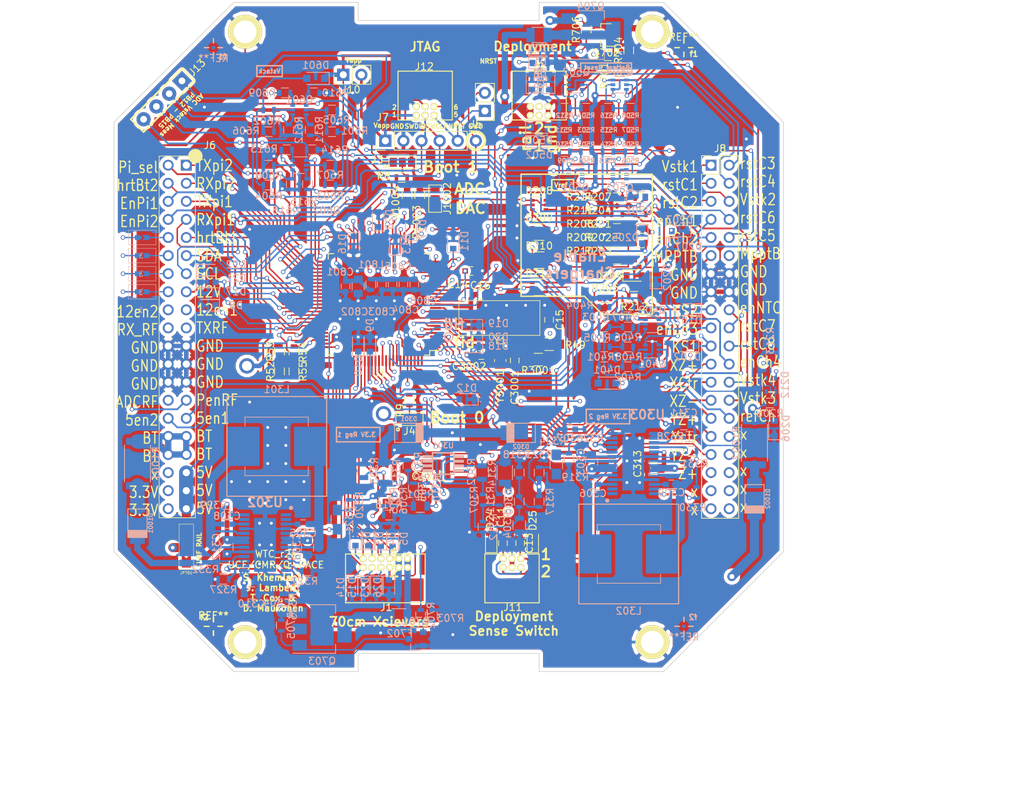
<source format=kicad_pcb>
(kicad_pcb (version 4) (host pcbnew 4.0.7)
  (title_block (title WTC) (date 2018-02-05) (rev r2) (company "UCF / FSI / CMR / Q-Pace / SurfSat") (comment 1 "Additions for SurfSat and the Endurosat Transciever"))
  (layers (0 F.Cu signal) (1 In1.Cu signal) (2 In2.Cu signal) (31 B.Cu signal) (34 B.Paste user) (35 F.Paste user) (36 B.SilkS user) (37 F.SilkS user) (38 B.Mask user hide) (39 F.Mask user hide) (44 Edge.Cuts user))
  (net 0 "")
  (net 1 GND)
  (net 2 3.3Raw-1)
  (net 3 "Net-(C3001-Pad1)")
  (net 4 "Net-(C3002-Pad1)")
  (net 5 3.3Raw-2)
  (net 6 Imon_3.3-1)
  (net 7 Imon_3.3-2)
  (net 8 Battery_Rail)
  (net 9 "Net-(R3001-Pad2)")
  (net 10 UART_TXD_Pi2)
  (net 11 UART_RXD_Pi2)
  (net 12 Pi_Heartbeat_Pi2)
  (net 13 UART_TXD_Pi1)
  (net 14 UART_RXD_Pi1)
  (net 15 Pi_Heartbeat_Pi1)
  (net 16 I2C_SDA)
  (net 17 I2C_SCL)
  (net 18 12V_Rail)
  (net 19 12V_1_Enable)
  (net 20 5V_Rail_1_Enable)
  (net 21 5V_Rail_2_Enable)
  (net 22 5V_Rail)
  (net 23 3_3V_Rail)
  (net 24 12V_2_Enable)
  (net 25 /SWDIO)
  (net 26 /SWCLK)
  (net 27 Pgood_3.3-2)
  (net 28 Pgood_3.3-1)
  (net 29 Kill_Switch_1)
  (net 30 Kill_Switch_2)
  (net 31 MPPT_BUS)
  (net 32 V_Stack_1)
  (net 33 Reset_C1)
  (net 34 Reset_C2)
  (net 35 EN_Chrg_1)
  (net 36 EN_Chrg_2)
  (net 37 EN_Chrg_3)
  (net 38 Reset_C3)
  (net 39 Reset_C4)
  (net 40 V_Stack_2)
  (net 41 Reset_C6)
  (net 42 Reset_C5)
  (net 43 Reset_C7)
  (net 44 Reset_C8)
  (net 45 EN_Chrg_4)
  (net 46 V_Stack_4)
  (net 47 V_Stack_3)
  (net 48 REF_Chrg)
  (net 49 Battery_Reset_1)
  (net 50 Battery_Reset_2)
  (net 51 "Net-(D1001-Pad2)")
  (net 52 "Net-(D1002-Pad2)")
  (net 53 DAC_REF_Chrg)
  (net 54 "Net-(Q501-Pad5)")
  (net 55 "Net-(Q501-Pad2)")
  (net 56 "Net-(Q502-Pad5)")
  (net 57 "Net-(Q502-Pad2)")
  (net 58 "Net-(Q503-Pad5)")
  (net 59 "Net-(Q503-Pad2)")
  (net 60 "Net-(Q504-Pad5)")
  (net 61 "Net-(Q504-Pad2)")
  (net 62 MPPT_BUS_MON)
  (net 63 "Net-(D501-Pad1)")
  (net 64 "Net-(J1002-Pad3)")
  (net 65 ADC_REF_Chrg)
  (net 66 RF_Deck_Power_Enable)
  (net 67 UHF_Deploy_1)
  (net 68 UHF_Deploy_2)
  (net 69 "Net-(Q401-Pad2)")
  (net 70 "Net-(Q402-Pad2)")
  (net 71 "Net-(Q601-Pad2)")
  (net 72 "Net-(Q601-Pad3)")
  (net 73 "Net-(Q601-Pad5)")
  (net 74 "Net-(Q601-Pad6)")
  (net 75 "Net-(Q602-Pad2)")
  (net 76 "Net-(Q602-Pad3)")
  (net 77 "Net-(Q602-Pad5)")
  (net 78 "Net-(Q602-Pad6)")
  (net 79 "Net-(Q401-Pad5)")
  (net 80 "Net-(Q402-Pad5)")
  (net 81 WTC_V_Stack)
  (net 82 V_Stack_1_Meas)
  (net 83 V_Stack_2_Meas)
  (net 84 V_Stack_3_Meas)
  (net 85 V_Stack_4_Meas)
  (net 86 WTC_EN_Chrg)
  (net 87 WTC_BUS_Switch_Pi_Select)
  (net 88 "Net-(J8-Pad37)")
  (net 89 "Net-(J8-Pad38)")
  (net 90 "Net-(J8-Pad39)")
  (net 91 "Net-(J8-Pad40)")
  (net 92 10X_Out_2)
  (net 93 20X_Out_1)
  (net 94 PwrMon_RF_ADC)
  (net 95 UHF_Rail_Raw)
  (net 96 "Net-(F701-Pad1)")
  (net 97 Deployment_Battery_Rail)
  (net 98 "Net-(F702-Pad1)")
  (net 99 UHF_Rail)
  (net 100 "Net-(Q701-Pad3)")
  (net 101 UHF_Power_Enable)
  (net 102 Deployment_Power_Enable)
  (net 103 EN_NTC_Drive)
  (net 104 EN_MPPT_XZ+)
  (net 105 EN_MPPT_XCtr)
  (net 106 EN_MPPT_XZ-)
  (net 107 EN_MPPT_YZ+)
  (net 108 EN_MPPT_YCtr)
  (net 109 EN_MPPT_YZ-)
  (net 110 EN_MPPT_Z+)
  (net 111 "Net-(J8-Pad34)")
  (net 112 "Net-(J8-Pad36)")
  (net 113 "Net-(J8-Pad32)")
  (net 114 Spacecraft_Deployment_Switch_1)
  (net 115 Spacecraft_Deployment_Switch_2)
  (net 116 "Net-(C14-Pad1)")
  (net 117 NRST)
  (net 118 "Net-(C15-Pad2)")
  (net 119 "Net-(C16-Pad2)")
  (net 120 "Net-(R49-Pad1)")
  (net 121 70cm_Primary_UART_RX)
  (net 122 70cm_Primary_UART_TX)
  (net 123 70cm_Primary_Enable)
  (net 124 VDDA)
  (net 125 Pwr_En_Pi1)
  (net 126 Pwr_En_Pi2)
  (net 127 "Net-(J6-Pad36)")
  (net 128 10X_Out_1)
  (net 129 5X_Out_2)
  (net 130 5X_Out_1)
  (net 131 5X_Out_3)
  (net 132 STM_PE6)
  (net 133 STM_PC13)
  (net 134 STM_PE2)
  (net 135 STM_PD4)
  (net 136 STM_PD1)
  (net 137 STM_PE13)
  (net 138 STM_PA8)
  (net 139 STM_PC7)
  (net 140 STM_PC5_ADC)
  (net 141 STM_PC6)
  (net 142 STM_PE1)
  (net 143 STM_PA0)
  (net 144 "Net-(J6-Pad10)")
  (net 145 "Net-(J6-Pad12)")
  (net 146 "Net-(J6-Pad14)")
  (net 147 "Net-(J6-Pad16)")
  (net 148 STM_PA11)
  (net 149 "Net-(J3-Pad2)")
  (net 150 "Net-(J4-Pad2)")
  (net 151 /JTG1)
  (net 152 /JTG3)
  (net 153 /JTG4)
  (net 154 "Net-(C304-Pad1)")
  (net 155 "Net-(C305-Pad1)")
  (net 156 "Net-(C305-Pad2)")
  (net 157 "Net-(C306-Pad1)")
  (net 158 "Net-(C306-Pad2)")
  (net 159 "Net-(C307-Pad1)")
  (net 160 "Net-(C308-Pad1)")
  (net 161 "Net-(C308-Pad2)")
  (net 162 "Net-(C309-Pad1)")
  (net 163 "Net-(C309-Pad2)")
  (net 164 "Net-(C310-Pad1)")
  (net 165 "Net-(C311-Pad1)")
  (net 166 70cm_AUX_GPIO)
  (net 167 70cm_AUX_ADC)
  (net 168 STM_PA4)
  (net 169 STM_PE8)
  (net 170 "Net-(D301-Pad2)")
  (net 171 "Net-(D302-Pad2)")
  (net 172 "Net-(J12-Pad6)")
  (net 173 UART_TX_UHF_Sec)
  (net 174 UART_RX_UHF_Sec)
  (net 175 "Net-(JP701-Pad2)")
  (net 176 70cm_Secondary_Enable)
  (net 177 "Net-(R8-Pad1)")
  (net 178 /Boot0_Sel.)
  (net 179 "Net-(R301-Pad2)")
  (net 180 "Net-(R302-Pad2)")
  (net 181 "Net-(R303-Pad1)")
  (net 182 "Net-(R304-Pad1)")
  (net 183 "Net-(R305-Pad1)")
  (net 184 "Net-(R306-Pad1)")
  (net 185 "Net-(R307-Pad1)")
  (net 186 "Net-(R308-Pad1)")
  (net 187 "Net-(R319-Pad1)")
  (net 188 "Net-(R319-Pad2)")
  (net 189 "Net-(R320-Pad1)")
  (net 190 "Net-(R321-Pad1)")
  (net 191 "Net-(R325-Pad2)")
  (net 192 "Net-(R326-Pad2)")
  (net 193 "Net-(R327-Pad2)")
  (net 194 "Net-(R328-Pad2)")
  (net 195 "Net-(R329-Pad2)")
  (net 196 "Net-(R330-Pad2)")
  (net 197 "Net-(U302-Pad1)")
  (net 198 "Net-(U302-Pad2)")
  (net 199 "Net-(U302-Pad27)")
  (net 200 "Net-(U303-Pad1)")
  (net 201 "Net-(U303-Pad2)")
  (net 202 "Net-(U303-Pad27)")
  (net 203 "Net-(Q701-Pad1)")
  (net 204 "Net-(Q702-Pad1)")
  (net 205 "Net-(Q702-Pad3)")
  (module Fiducials:Fiducial_0.5mm_Dia_1mm_Outer (layer F.Cu) (at 93.98 142.24)
    (fp_text reference REF** (at 0 -1.5) (layer F.SilkS))
    (fp_text value Fiducial_0.5mm_Dia_1mm_Outer)
    (pad ~ smd circle (at 0 0) (size 0.5 0.5) (layers F.Cu F.Mask) (clearance 0.25))
  )
  (module SolderBridge_2_way_NP (layer F.Cu) (at 90.17 131.191 180)
    (fp_text reference JP701 (at 0 -3.556 180) (layer F.SilkS) (effects (font (size 0.381 0.381) (thickness 0.0635))))
    (fp_text value "UHF Rail Select" hide)
    (pad 1 smd rect (at 0 2.2225 180) (size 1.27 1.27) (layers F.Cu F.Paste F.Mask) (net 22 5V_Rail) (clearance 0.127))
    (pad 2 smd rect (at 0 0.635 225) (size 0.889 0.889) (layers F.Cu F.Paste F.Mask) (net 175 "Net-(JP701-Pad2)") (clearance 0.0254))
    (pad 3 smd rect (at 0 -2.159 180) (size 1.27 1.27) (layers F.Cu F.Paste F.Mask) (net 95 UHF_Rail_Raw))
    (pad 2 smd rect (at 0 0 180) (size 1.27 1.27) (layers F.Cu F.Paste F.Mask) (net 175 "Net-(JP701-Pad2)") (clearance 0.127))
    (pad 1 smd trapezoid (at -0.3175 1.5875 90) (size 0.635 0.635) (rect_delta 0 0.6223) (layers F.Cu F.Paste F.Mask) (net 22 5V_Rail) (clearance 0.0254))
    (pad 1 smd trapezoid (at 0.3175 1.5875 270) (size 0.635 0.635) (rect_delta 0 0.6223) (layers F.Cu F.Paste F.Mask) (net 22 5V_Rail) (clearance 0.0254))
    (pad 2 smd rect (at 0 -0.635 225) (size 0.889 0.889) (layers F.Cu F.Paste F.Mask) (net 175 "Net-(JP701-Pad2)"))
    (pad 3 smd trapezoid (at -0.3175 -1.524 90) (size 0.635 0.635) (rect_delta 0 0.6223) (layers F.Cu F.Paste F.Mask) (net 95 UHF_Rail_Raw))
    (pad 3 smd trapezoid (at 0.3175 -1.524 270) (size 0.635 0.635) (rect_delta 0 0.6223) (layers F.Cu F.Paste F.Mask) (net 95 UHF_Rail_Raw))
  )
  (module Pin_Headers:Pin_Header_Straight_1x01_Pitch2.54mm-rnd (layer F.Cu) (at 130.81 74.041)
    (fp_text reference J5 (at 0 -2.33) (layer F.SilkS))
    (fp_text value SWD)
    (pad 1 thru_hole circle (at 0 0) (size 1.7 1.7) (drill 1) (layers *.Cu *.Mask) (net 172 "Net-(J12-Pad6)"))
  )
  (module Footprints:SOT-223-3Lead_TabPin2_ONE_2 (layer B.Cu) (at 146.939 59.182)
    (fp_text reference Q704 (at 0 -4.064) (layer B.SilkS) (effects (justify mirror)))
    (fp_text value Q_PMOS_GDS)
    (pad 2 smd rect (at 3.15 0) (size 2 3.8) (layers B.Cu B.Paste B.Mask) (net 96 "Net-(F701-Pad1)"))
    (pad 2 smd rect (at -3.15 0) (size 2 1.5) (layers B.Cu B.Paste B.Mask) (net 96 "Net-(F701-Pad1)"))
    (pad 3 smd rect (at -3.15 -2.3) (size 2 1.5) (layers B.Cu B.Paste B.Mask) (net 8 Battery_Rail))
    (pad 1 smd rect (at -3.15 2.3) (size 2 1.5) (layers B.Cu B.Paste B.Mask) (net 205 "Net-(Q702-Pad3)"))
  )
  (module Footprints:3.3uH_Dual (layer B.Cu) (at 152.273 132.08)
    (fp_text reference L302 (at 0 8) (layer B.SilkS) (effects (justify mirror)))
    (fp_text value "3.3 uH")
    (pad 1 smd rect (at -4.6736 0) (size 4.485 5.5) (layers B.Cu B.Paste B.Mask) (net 158 "Net-(C306-Pad2)"))
    (pad 2 smd rect (at 4.6736 0) (size 4.485 5.5) (layers B.Cu B.Paste B.Mask) (net 162 "Net-(C309-Pad1)"))
  )
  (module Housings_QFP:LQFP-100_14x14mm_Pitch0.5mm (layer F.Cu) (at 117.221 97.028 180)
    (fp_text reference U1 (at 0 -9.65 180) (layer F.SilkS))
    (fp_text value STM32L151VE)
    (pad 1 smd rect (at -7.9 -6 180) (size 1.5 0.28) (layers F.Cu F.Paste F.Mask) (net 134 STM_PE2))
    (pad 2 smd rect (at -7.9 -5.5 180) (size 1.5 0.28) (layers F.Cu F.Paste F.Mask) (net 86 WTC_EN_Chrg))
    (pad 3 smd rect (at -7.9 -5 180) (size 1.5 0.28) (layers F.Cu F.Paste F.Mask) (net 49 Battery_Reset_1))
    (pad 4 smd rect (at -7.9 -4.5 180) (size 1.5 0.28) (layers F.Cu F.Paste F.Mask) (net 50 Battery_Reset_2))
    (pad 5 smd rect (at -7.9 -4 180) (size 1.5 0.28) (layers F.Cu F.Paste F.Mask) (net 132 STM_PE6))
    (pad 6 smd rect (at -7.9 -3.5 180) (size 1.5 0.28) (layers F.Cu F.Paste F.Mask) (net 23 3_3V_Rail))
    (pad 7 smd rect (at -7.9 -3 180) (size 1.5 0.28) (layers F.Cu F.Paste F.Mask) (net 133 STM_PC13))
    (pad 8 smd rect (at -7.9 -2.5 180) (size 1.5 0.28) (layers F.Cu F.Paste F.Mask) (net 4 "Net-(C3002-Pad1)"))
    (pad 9 smd rect (at -7.9 -2 180) (size 1.5 0.28) (layers F.Cu F.Paste F.Mask) (net 9 "Net-(R3001-Pad2)"))
    (pad 10 smd rect (at -7.9 -1.5 180) (size 1.5 0.28) (layers F.Cu F.Paste F.Mask) (net 1 GND))
    (pad 11 smd rect (at -7.9 -1 180) (size 1.5 0.28) (layers F.Cu F.Paste F.Mask) (net 23 3_3V_Rail))
    (pad 12 smd rect (at -7.9 -0.5 180) (size 1.5 0.28) (layers F.Cu F.Paste F.Mask) (net 120 "Net-(R49-Pad1)"))
    (pad 13 smd rect (at -7.9 0 180) (size 1.5 0.28) (layers F.Cu F.Paste F.Mask) (net 119 "Net-(C16-Pad2)"))
    (pad 14 smd rect (at -7.9 0.5 180) (size 1.5 0.28) (layers F.Cu F.Paste F.Mask) (net 116 "Net-(C14-Pad1)"))
    (pad 15 smd rect (at -7.9 1 180) (size 1.5 0.28) (layers F.Cu F.Paste F.Mask) (net 131 5X_Out_3))
    (pad 16 smd rect (at -7.9 1.5 180) (size 1.5 0.28) (layers F.Cu F.Paste F.Mask) (net 129 5X_Out_2))
    (pad 17 smd rect (at -7.9 2 180) (size 1.5 0.28) (layers F.Cu F.Paste F.Mask) (net 130 5X_Out_1))
    (pad 18 smd rect (at -7.9 2.5 180) (size 1.5 0.28) (layers F.Cu F.Paste F.Mask) (net 128 10X_Out_1))
    (pad 19 smd rect (at -7.9 3 180) (size 1.5 0.28) (layers F.Cu F.Paste F.Mask) (net 1 GND))
    (pad 20 smd rect (at -7.9 3.5 180) (size 1.5 0.28) (layers F.Cu F.Paste F.Mask) (net 1 GND))
    (pad 21 smd rect (at -7.9 4 180) (size 1.5 0.28) (layers F.Cu F.Paste F.Mask) (net 23 3_3V_Rail))
    (pad 22 smd rect (at -7.9 4.5 180) (size 1.5 0.28) (layers F.Cu F.Paste F.Mask) (net 124 VDDA))
    (pad 23 smd rect (at -7.9 5 180) (size 1.5 0.28) (layers F.Cu F.Paste F.Mask) (net 143 STM_PA0))
    (pad 24 smd rect (at -7.9 5.5 180) (size 1.5 0.28) (layers F.Cu F.Paste F.Mask) (net 62 MPPT_BUS_MON))
    (pad 25 smd rect (at -7.9 6 180) (size 1.5 0.28) (layers F.Cu F.Paste F.Mask) (net 173 UART_TX_UHF_Sec))
    (pad 26 smd rect (at -6 7.9 270) (size 1.5 0.28) (layers F.Cu F.Paste F.Mask) (net 174 UART_RX_UHF_Sec))
    (pad 27 smd rect (at -5.5 7.9 270) (size 1.5 0.28) (layers F.Cu F.Paste F.Mask) (net 1 GND))
    (pad 28 smd rect (at -5 7.9 270) (size 1.5 0.28) (layers F.Cu F.Paste F.Mask) (net 23 3_3V_Rail))
    (pad 29 smd rect (at -4.5 7.9 270) (size 1.5 0.28) (layers F.Cu F.Paste F.Mask) (net 168 STM_PA4))
    (pad 30 smd rect (at -4 7.9 270) (size 1.5 0.28) (layers F.Cu F.Paste F.Mask) (net 53 DAC_REF_Chrg))
    (pad 31 smd rect (at -3.5 7.9 270) (size 1.5 0.28) (layers F.Cu F.Paste F.Mask) (net 65 ADC_REF_Chrg))
    (pad 32 smd rect (at -3 7.9 270) (size 1.5 0.28) (layers F.Cu F.Paste F.Mask) (net 92 10X_Out_2))
    (pad 33 smd rect (at -2.5 7.9 270) (size 1.5 0.28) (layers F.Cu F.Paste F.Mask) (net 93 20X_Out_1))
    (pad 34 smd rect (at -2 7.9 270) (size 1.5 0.28) (layers F.Cu F.Paste F.Mask) (net 140 STM_PC5_ADC))
    (pad 35 smd rect (at -1.5 7.9 270) (size 1.5 0.28) (layers F.Cu F.Paste F.Mask) (net 7 Imon_3.3-2))
    (pad 36 smd rect (at -1 7.9 270) (size 1.5 0.28) (layers F.Cu F.Paste F.Mask) (net 6 Imon_3.3-1))
    (pad 37 smd rect (at -0.5 7.9 270) (size 1.5 0.28) (layers F.Cu F.Paste F.Mask) (net 177 "Net-(R8-Pad1)"))
    (pad 38 smd rect (at 0 7.9 270) (size 1.5 0.28) (layers F.Cu F.Paste F.Mask) (net 66 RF_Deck_Power_Enable))
    (pad 39 smd rect (at 0.5 7.9 270) (size 1.5 0.28) (layers F.Cu F.Paste F.Mask) (net 169 STM_PE8))
    (pad 40 smd rect (at 1 7.9 270) (size 1.5 0.28) (layers F.Cu F.Paste F.Mask) (net 94 PwrMon_RF_ADC))
    (pad 41 smd rect (at 1.5 7.9 270) (size 1.5 0.28) (layers F.Cu F.Paste F.Mask) (net 167 70cm_AUX_ADC))
    (pad 42 smd rect (at 2 7.9 270) (size 1.5 0.28) (layers F.Cu F.Paste F.Mask) (net 68 UHF_Deploy_2))
    (pad 43 smd rect (at 2.5 7.9 270) (size 1.5 0.28) (layers F.Cu F.Paste F.Mask) (net 67 UHF_Deploy_1))
    (pad 44 smd rect (at 3 7.9 270) (size 1.5 0.28) (layers F.Cu F.Paste F.Mask) (net 137 STM_PE13))
    (pad 45 smd rect (at 3.5 7.9 270) (size 1.5 0.28) (layers F.Cu F.Paste F.Mask) (net 29 Kill_Switch_1))
    (pad 46 smd rect (at 4 7.9 270) (size 1.5 0.28) (layers F.Cu F.Paste F.Mask) (net 30 Kill_Switch_2))
    (pad 47 smd rect (at 4.5 7.9 270) (size 1.5 0.28) (layers F.Cu F.Paste F.Mask) (net 17 I2C_SCL))
    (pad 48 smd rect (at 5 7.9 270) (size 1.5 0.28) (layers F.Cu F.Paste F.Mask) (net 16 I2C_SDA))
    (pad 49 smd rect (at 5.5 7.9 270) (size 1.5 0.28) (layers F.Cu F.Paste F.Mask) (net 1 GND))
    (pad 50 smd rect (at 6 7.9 270) (size 1.5 0.28) (layers F.Cu F.Paste F.Mask) (net 23 3_3V_Rail))
    (pad 51 smd rect (at 7.9 6 180) (size 1.5 0.28) (layers F.Cu F.Paste F.Mask) (net 82 V_Stack_1_Meas))
    (pad 52 smd rect (at 7.9 5.5 180) (size 1.5 0.28) (layers F.Cu F.Paste F.Mask) (net 84 V_Stack_3_Meas))
    (pad 53 smd rect (at 7.9 5 180) (size 1.5 0.28) (layers F.Cu F.Paste F.Mask) (net 83 V_Stack_2_Meas))
    (pad 54 smd rect (at 7.9 4.5 180) (size 1.5 0.28) (layers F.Cu F.Paste F.Mask) (net 85 V_Stack_4_Meas))
    (pad 55 smd rect (at 7.9 4 180) (size 1.5 0.28) (layers F.Cu F.Paste F.Mask) (net 10 UART_TXD_Pi2))
    (pad 56 smd rect (at 7.9 3.5 180) (size 1.5 0.28) (layers F.Cu F.Paste F.Mask) (net 11 UART_RXD_Pi2))
    (pad 57 smd rect (at 7.9 3 180) (size 1.5 0.28) (layers F.Cu F.Paste F.Mask) (net 81 WTC_V_Stack))
    (pad 58 smd rect (at 7.9 2.5 180) (size 1.5 0.28) (layers F.Cu F.Paste F.Mask) (net 125 Pwr_En_Pi1))
    (pad 59 smd rect (at 7.9 2 180) (size 1.5 0.28) (layers F.Cu F.Paste F.Mask) (net 126 Pwr_En_Pi2))
    (pad 60 smd rect (at 7.9 1.5 180) (size 1.5 0.28) (layers F.Cu F.Paste F.Mask) (net 87 WTC_BUS_Switch_Pi_Select))
    (pad 61 smd rect (at 7.9 1 180) (size 1.5 0.28) (layers F.Cu F.Paste F.Mask) (net 12 Pi_Heartbeat_Pi2))
    (pad 62 smd rect (at 7.9 0.5 180) (size 1.5 0.28) (layers F.Cu F.Paste F.Mask) (net 15 Pi_Heartbeat_Pi1))
    (pad 63 smd rect (at 7.9 0 180) (size 1.5 0.28) (layers F.Cu F.Paste F.Mask) (net 141 STM_PC6))
    (pad 64 smd rect (at 7.9 -0.5 180) (size 1.5 0.28) (layers F.Cu F.Paste F.Mask) (net 139 STM_PC7))
    (pad 65 smd rect (at 7.9 -1 180) (size 1.5 0.28) (layers F.Cu F.Paste F.Mask) (net 19 12V_1_Enable))
    (pad 66 smd rect (at 7.9 -1.5 180) (size 1.5 0.28) (layers F.Cu F.Paste F.Mask) (net 24 12V_2_Enable))
    (pad 67 smd rect (at 7.9 -2 180) (size 1.5 0.28) (layers F.Cu F.Paste F.Mask) (net 138 STM_PA8))
    (pad 68 smd rect (at 7.9 -2.5 180) (size 1.5 0.28) (layers F.Cu F.Paste F.Mask) (net 13 UART_TXD_Pi1))
    (pad 69 smd rect (at 7.9 -3 180) (size 1.5 0.28) (layers F.Cu F.Paste F.Mask) (net 14 UART_RXD_Pi1))
    (pad 70 smd rect (at 7.9 -3.5 180) (size 1.5 0.28) (layers F.Cu F.Paste F.Mask) (net 148 STM_PA11))
    (pad 71 smd rect (at 7.9 -4 180) (size 1.5 0.28) (layers F.Cu F.Paste F.Mask) (net 20 5V_Rail_1_Enable))
    (pad 72 smd rect (at 7.9 -4.5 180) (size 1.5 0.28) (layers F.Cu F.Paste F.Mask) (net 25 /SWDIO))
    (pad 73 smd rect (at 7.9 -5 180) (size 1.5 0.28) (layers F.Cu F.Paste F.Mask) (net 21 5V_Rail_2_Enable))
    (pad 74 smd rect (at 7.9 -5.5 180) (size 1.5 0.28) (layers F.Cu F.Paste F.Mask) (net 1 GND))
    (pad 75 smd rect (at 7.9 -6 180) (size 1.5 0.28) (layers F.Cu F.Paste F.Mask) (net 23 3_3V_Rail))
    (pad 76 smd rect (at 6 -7.9 270) (size 1.5 0.28) (layers F.Cu F.Paste F.Mask) (net 26 /SWCLK))
    (pad 77 smd rect (at 5.5 -7.9 270) (size 1.5 0.28) (layers F.Cu F.Paste F.Mask) (net 166 70cm_AUX_GPIO))
    (pad 78 smd rect (at 5 -7.9 270) (size 1.5 0.28) (layers F.Cu F.Paste F.Mask) (net 122 70cm_Primary_UART_TX))
    (pad 79 smd rect (at 4.5 -7.9 270) (size 1.5 0.28) (layers F.Cu F.Paste F.Mask) (net 121 70cm_Primary_UART_RX))
    (pad 80 smd rect (at 4 -7.9 270) (size 1.5 0.28) (layers F.Cu F.Paste F.Mask) (net 123 70cm_Primary_Enable))
    (pad 81 smd rect (at 3.5 -7.9 270) (size 1.5 0.28) (layers F.Cu F.Paste F.Mask) (net 176 70cm_Secondary_Enable))
    (pad 82 smd rect (at 3 -7.9 270) (size 1.5 0.28) (layers F.Cu F.Paste F.Mask) (net 136 STM_PD1))
    (pad 83 smd rect (at 2.5 -7.9 270) (size 1.5 0.28) (layers F.Cu F.Paste F.Mask) (net 28 Pgood_3.3-1))
    (pad 84 smd rect (at 2 -7.9 270) (size 1.5 0.28) (layers F.Cu F.Paste F.Mask) (net 27 Pgood_3.3-2))
    (pad 85 smd rect (at 1.5 -7.9 270) (size 1.5 0.28) (layers F.Cu F.Paste F.Mask) (net 135 STM_PD4))
    (pad 86 smd rect (at 1 -7.9 270) (size 1.5 0.28) (layers F.Cu F.Paste F.Mask) (net 110 EN_MPPT_Z+))
    (pad 87 smd rect (at 0.5 -7.9 270) (size 1.5 0.28) (layers F.Cu F.Paste F.Mask) (net 109 EN_MPPT_YZ-))
    (pad 88 smd rect (at 0 -7.9 270) (size 1.5 0.28) (layers F.Cu F.Paste F.Mask) (net 108 EN_MPPT_YCtr))
    (pad 89 smd rect (at -0.5 -7.9 270) (size 1.5 0.28) (layers F.Cu F.Paste F.Mask) (net 172 "Net-(J12-Pad6)"))
    (pad 90 smd rect (at -1 -7.9 270) (size 1.5 0.28) (layers F.Cu F.Paste F.Mask) (net 106 EN_MPPT_XZ-))
    (pad 91 smd rect (at -1.5 -7.9 270) (size 1.5 0.28) (layers F.Cu F.Paste F.Mask) (net 105 EN_MPPT_XCtr))
    (pad 92 smd rect (at -2 -7.9 270) (size 1.5 0.28) (layers F.Cu F.Paste F.Mask) (net 104 EN_MPPT_XZ+))
    (pad 93 smd rect (at -2.5 -7.9 270) (size 1.5 0.28) (layers F.Cu F.Paste F.Mask) (net 103 EN_NTC_Drive))
    (pad 94 smd rect (at -3 -7.9 270) (size 1.5 0.28) (layers F.Cu F.Paste F.Mask) (net 178 /Boot0_Sel.))
    (pad 95 smd rect (at -3.5 -7.9 270) (size 1.5 0.28) (layers F.Cu F.Paste F.Mask) (net 102 Deployment_Power_Enable))
    (pad 96 smd rect (at -4 -7.9 270) (size 1.5 0.28) (layers F.Cu F.Paste F.Mask) (net 101 UHF_Power_Enable))
    (pad 97 smd rect (at -4.5 -7.9 270) (size 1.5 0.28) (layers F.Cu F.Paste F.Mask) (net 142 STM_PE1))
    (pad 98 smd rect (at -5 -7.9 270) (size 1.5 0.28) (layers F.Cu F.Paste F.Mask) (net 107 EN_MPPT_YZ+))
    (pad 99 smd rect (at -5.5 -7.9 270) (size 1.5 0.28) (layers F.Cu F.Paste F.Mask) (net 1 GND))
    (pad 100 smd rect (at -6 -7.9 270) (size 1.5 0.28) (layers F.Cu F.Paste F.Mask) (net 23 3_3V_Rail))
  )
  (module Capacitors_SMD:C_0603 (layer B.Cu) (at 95.885 127.889)
    (fp_text reference C308 (at 0 -1.143) (layer B.SilkS) (effects (justify mirror)))
    (fp_text value "0.1 uF")
    (pad 1 smd rect (at -0.75 0) (size 0.8 0.75) (layers B.Cu B.Paste B.Mask) (net 160 "Net-(C308-Pad1)"))
    (pad 2 smd rect (at 0.75 0) (size 0.8 0.75) (layers B.Cu B.Paste B.Mask) (net 161 "Net-(C308-Pad2)"))
  )
  (module Resistors_SMD:R_0603 (layer B.Cu) (at 95.377 134.112)
    (fp_text reference R332 (at -2.54 0.127) (layer B.SilkS) (effects (justify mirror)))
    (fp_text value 100K)
    (pad 1 smd rect (at -0.75 0) (size 0.5 0.9) (layers B.Cu B.Paste B.Mask) (net 95 UHF_Rail_Raw))
    (pad 2 smd rect (at 0.75 0) (size 0.5 0.9) (layers B.Cu B.Paste B.Mask) (net 114 Spacecraft_Deployment_Switch_1))
  )
  (module Resistors_SMD:R_0603 (layer B.Cu) (at 95.885 126.492)
    (fp_text reference R329 (at -1.905 -1.27) (layer B.SilkS) (effects (justify mirror)))
    (fp_text value 100K)
    (pad 1 smd rect (at -0.75 0) (size 0.5 0.9) (layers B.Cu B.Paste B.Mask) (net 95 UHF_Rail_Raw))
    (pad 2 smd rect (at 0.75 0) (size 0.5 0.9) (layers B.Cu B.Paste B.Mask) (net 195 "Net-(R329-Pad2)"))
  )
  (module Resistors_SMD:R_0603 (layer B.Cu) (at 95.377 135.636)
    (fp_text reference R327 (at 0 1.45) (layer B.SilkS) (effects (justify mirror)))
    (fp_text value 105K)
    (pad 1 smd rect (at -0.75 0) (size 0.5 0.9) (layers B.Cu B.Paste B.Mask) (net 1 GND))
    (pad 2 smd rect (at 0.75 0) (size 0.5 0.9) (layers B.Cu B.Paste B.Mask) (net 193 "Net-(R327-Pad2)"))
  )
  (module Resistors_SMD:R_0603 (layer B.Cu) (at 107.1245 134.4295 180)
    (fp_text reference R322 (at 0.381 -1.4605 180) (layer B.SilkS) (effects (justify mirror)))
    (fp_text value 100K)
    (pad 1 smd rect (at -0.75 0 180) (size 0.5 0.9) (layers B.Cu B.Paste B.Mask) (net 1 GND))
    (pad 2 smd rect (at 0.75 0 180) (size 0.5 0.9) (layers B.Cu B.Paste B.Mask) (net 190 "Net-(R321-Pad1)"))
  )
  (module Capacitors_SMD:C_0603 (layer B.Cu) (at 102.87 137.668 180)
    (fp_text reference C304 (at 0 -1.27 180) (layer B.SilkS) (effects (justify mirror)))
    (fp_text value 680pF)
    (pad 1 smd rect (at -0.75 0 180) (size 0.8 0.75) (layers B.Cu B.Paste B.Mask) (net 154 "Net-(C304-Pad1)"))
    (pad 2 smd rect (at 0.75 0 180) (size 0.8 0.75) (layers B.Cu B.Paste B.Mask) (net 1 GND))
  )
  (module Resistors_SMD:R_0603 (layer B.Cu) (at 105.156 136.906 90)
    (fp_text reference R325 (at -2.54 0 90) (layer B.SilkS) (effects (justify mirror)))
    (fp_text value 78.7K)
    (pad 1 smd rect (at -0.75 0 90) (size 0.5 0.9) (layers B.Cu B.Paste B.Mask) (net 154 "Net-(C304-Pad1)"))
    (pad 2 smd rect (at 0.75 0 90) (size 0.5 0.9) (layers B.Cu B.Paste B.Mask) (net 191 "Net-(R325-Pad2)"))
  )
  (module Capacitors_SMD:C_0603 (layer F.Cu) (at 126.111 121.158 180)
    (fp_text reference C301 (at 2.413 0 180) (layer F.SilkS))
    (fp_text value "0.1 uF")
    (pad 1 smd rect (at -0.75 0 180) (size 0.8 0.75) (layers F.Cu F.Paste F.Mask) (net 2 3.3Raw-1))
    (pad 2 smd rect (at 0.75 0 180) (size 0.8 0.75) (layers F.Cu F.Paste F.Mask) (net 1 GND))
  )
  (module Capacitors_SMD:C_0603 (layer B.Cu) (at 106.553 127.889)
    (fp_text reference C305 (at 0 1.27) (layer B.SilkS) (effects (justify mirror)))
    (fp_text value "0.1 uF")
    (pad 1 smd rect (at -0.75 0) (size 0.8 0.75) (layers B.Cu B.Paste B.Mask) (net 155 "Net-(C305-Pad1)"))
    (pad 2 smd rect (at 0.75 0) (size 0.8 0.75) (layers B.Cu B.Paste B.Mask) (net 156 "Net-(C305-Pad2)"))
  )
  (module Capacitors_SMD:C_0805 (layer B.Cu) (at 99.314 137.541)
    (fp_text reference C310 (at 0 1.524) (layer B.SilkS) (effects (justify mirror)))
    (fp_text value "4.7 uF")
    (pad 1 smd rect (at -1 0) (size 1 1.25) (layers B.Cu B.Paste B.Mask) (net 164 "Net-(C310-Pad1)"))
    (pad 2 smd rect (at 1 0) (size 1 1.25) (layers B.Cu B.Paste B.Mask) (net 1 GND))
  )
  (module Footprints:LTC3119_29 (layer B.Cu) (at 101.219 130.81 180)
    (fp_text reference U302 (at 0 5.969 180) (layer B.SilkS) (effects (font (size 1.27 1.27) (thickness 0.254)) (justify mirror)))
    (fp_text value LTC3119 hide)
    (pad 1 smd rect (at -2.925 4.225 90) (size 0.45 1.45) (layers B.Cu B.Paste B.Mask) (net 197 "Net-(U302-Pad1)"))
    (pad 2 smd rect (at -2.925 3.575 90) (size 0.45 1.45) (layers B.Cu B.Paste B.Mask) (net 198 "Net-(U302-Pad2)"))
    (pad 3 smd rect (at -2.925 2.925 90) (size 0.45 1.45) (layers B.Cu B.Paste B.Mask) (net 155 "Net-(C305-Pad1)"))
    (pad 4 smd rect (at -2.925 2.275 90) (size 0.45 1.45) (layers B.Cu B.Paste B.Mask) (net 1 GND))
    (pad 5 smd rect (at -2.925 1.625 90) (size 0.45 1.45) (layers B.Cu B.Paste B.Mask) (net 156 "Net-(C305-Pad2)"))
    (pad 6 smd rect (at -2.925 0.975 90) (size 0.45 1.45) (layers B.Cu B.Paste B.Mask) (net 2 3.3Raw-1))
    (pad 7 smd rect (at -2.925 0.325 90) (size 0.45 1.45) (layers B.Cu B.Paste B.Mask) (net 2 3.3Raw-1))
    (pad 8 smd rect (at -2.925 -0.325 90) (size 0.45 1.45) (layers B.Cu B.Paste B.Mask) (net 156 "Net-(C305-Pad2)"))
    (pad 9 smd rect (at -2.925 -0.975 90) (size 0.45 1.45) (layers B.Cu B.Paste B.Mask) (net 1 GND))
    (pad 10 smd rect (at -2.925 -1.625 90) (size 0.45 1.45) (layers B.Cu B.Paste B.Mask) (net 28 Pgood_3.3-1))
    (pad 11 smd rect (at -2.925 -2.275 90) (size 0.45 1.45) (layers B.Cu B.Paste B.Mask) (net 164 "Net-(C310-Pad1)"))
    (pad 12 smd rect (at -2.925 -2.925 90) (size 0.45 1.45) (layers B.Cu B.Paste B.Mask) (net 190 "Net-(R321-Pad1)"))
    (pad 13 smd rect (at -2.925 -3.575 90) (size 0.45 1.45) (layers B.Cu B.Paste B.Mask) (net 191 "Net-(R325-Pad2)"))
    (pad 14 smd rect (at -2.925 -4.225 90) (size 0.45 1.45) (layers B.Cu B.Paste B.Mask) (net 1 GND))
    (pad 15 smd rect (at 2.925 -4.225 90) (size 0.45 1.45) (layers B.Cu B.Paste B.Mask) (net 164 "Net-(C310-Pad1)"))
    (pad 16 smd rect (at 2.925 -3.575 90) (size 0.45 1.45) (layers B.Cu B.Paste B.Mask) (net 164 "Net-(C310-Pad1)"))
    (pad 17 smd rect (at 2.925 -2.925 90) (size 0.45 1.45) (layers B.Cu B.Paste B.Mask) (net 193 "Net-(R327-Pad2)"))
    (pad 18 smd rect (at 2.925 -2.275 90) (size 0.45 1.45) (layers B.Cu B.Paste B.Mask) (net 114 Spacecraft_Deployment_Switch_1))
    (pad 19 smd rect (at 2.925 -1.625 90) (size 0.45 1.45) (layers B.Cu B.Paste B.Mask) (net 95 UHF_Rail_Raw))
    (pad 20 smd rect (at 2.925 -0.975 90) (size 0.45 1.45) (layers B.Cu B.Paste B.Mask) (net 1 GND))
    (pad 21 smd rect (at 2.925 -0.325 90) (size 0.45 1.45) (layers B.Cu B.Paste B.Mask) (net 160 "Net-(C308-Pad1)"))
    (pad 22 smd rect (at 2.925 0.325 90) (size 0.45 1.45) (layers B.Cu B.Paste B.Mask) (net 95 UHF_Rail_Raw))
    (pad 23 smd rect (at 2.925 0.975 90) (size 0.45 1.45) (layers B.Cu B.Paste B.Mask) (net 95 UHF_Rail_Raw))
    (pad 24 smd rect (at 2.925 1.625 90) (size 0.45 1.45) (layers B.Cu B.Paste B.Mask) (net 160 "Net-(C308-Pad1)"))
    (pad 25 smd rect (at 2.925 2.275 90) (size 0.45 1.45) (layers B.Cu B.Paste B.Mask) (net 1 GND))
    (pad 26 smd rect (at 2.925 2.925 90) (size 0.45 1.45) (layers B.Cu B.Paste B.Mask) (net 161 "Net-(C308-Pad2)"))
    (pad 27 smd rect (at 2.925 3.575 90) (size 0.45 1.45) (layers B.Cu B.Paste B.Mask) (net 199 "Net-(U302-Pad27)"))
    (pad 28 smd rect (at 2.925 4.225 90) (size 0.45 1.45) (layers B.Cu B.Paste B.Mask) (net 195 "Net-(R329-Pad2)"))
    (pad 29 smd rect (at 0 0 180) (size 3.05 7.56) (layers B.Cu B.Paste B.Mask) (net 1 GND))
  )
  (module Footprints:SOT-223-3Lead_TabPin2_ONE_2 (layer B.Cu) (at 109.22 142.621)
    (fp_text reference Q703 (at 0 4.5) (layer B.SilkS) (effects (justify mirror)))
    (fp_text value Q_PMOS_GDS)
    (pad 2 smd rect (at 3.15 0) (size 2 3.8) (layers B.Cu B.Paste B.Mask) (net 98 "Net-(F702-Pad1)"))
    (pad "" smd rect (at -3.15 0) (size 2 1.5) (layers B.Cu B.Paste B.Mask))
    (pad 3 smd rect (at -3.15 -2.3) (size 2 1.5) (layers B.Cu B.Paste B.Mask) (net 175 "Net-(JP701-Pad2)"))
    (pad 1 smd rect (at -3.15 2.3) (size 2 1.5) (layers B.Cu B.Paste B.Mask) (net 100 "Net-(Q701-Pad3)"))
  )
  (module TO_SOT_Packages_SMD:SOT-363_SC-70-6 (layer B.Cu) (at 155.575 103.378)
    (fp_text reference Q401 (at 0 2) (layer B.SilkS) (effects (justify mirror)))
    (fp_text value BSS138_Dual)
    (pad 1 smd rect (at -0.95 0.65) (size 0.65 0.4) (layers B.Cu B.Paste B.Mask) (net 1 GND))
    (pad 3 smd rect (at -0.95 -0.65) (size 0.65 0.4) (layers B.Cu B.Paste B.Mask) (net 36 EN_Chrg_2))
    (pad 5 smd rect (at 0.95 0) (size 0.65 0.4) (layers B.Cu B.Paste B.Mask) (net 79 "Net-(Q401-Pad5)"))
    (pad 2 smd rect (at -0.95 0) (size 0.65 0.4) (layers B.Cu B.Paste B.Mask) (net 69 "Net-(Q401-Pad2)"))
    (pad 4 smd rect (at 0.95 -0.65) (size 0.65 0.4) (layers B.Cu B.Paste B.Mask) (net 1 GND))
    (pad 6 smd rect (at 0.95 0.65) (size 0.65 0.4) (layers B.Cu B.Paste B.Mask) (net 35 EN_Chrg_1))
  )
  (module Mounting_Drill (layer F.Cu) (at 98.425 58.7375)
    (fp_text reference P3001 hide)
    (fp_text value Mounting hide)
    (pad 1 thru_hole circle (at 0 0) (size 4.7625 4.7625) (drill 3.175) (layers *.Cu *.Mask F.SilkS) (net 1 GND))
  )
  (module Mounting_Drill (layer F.Cu) (at 155.575 58.7375)
    (fp_text reference P3004 hide)
    (fp_text value VAL** hide)
    (pad 1 thru_hole circle (at 0 0) (size 4.7625 4.7625) (drill 3.175) (layers *.Cu *.Mask F.SilkS) (net 1 GND))
  )
  (module Mounting_Drill (layer F.Cu) (at 98.425 144.4625)
    (fp_text reference P3002 hide)
    (fp_text value VAL** hide)
    (pad 1 thru_hole circle (at 0 0) (size 4.7625 4.7625) (drill 3.175) (layers *.Cu *.Mask F.SilkS) (net 1 GND))
  )
  (module Mounting_Drill (layer F.Cu) (at 155.575 144.4625)
    (fp_text reference P3003 hide)
    (fp_text value VAL** hide)
    (pad 1 thru_hole circle (at 0 0) (size 4.7625 4.7625) (drill 3.175) (layers *.Cu *.Mask F.SilkS) (net 1 GND))
  )
  (module Footprints:LTC3119_29 (layer B.Cu) (at 152.908 119.38)
    (fp_text reference U303 (at 1.9685 -6.8707) (layer B.SilkS) (effects (font (size 1.27 1.27) (thickness 0.254)) (justify mirror)))
    (fp_text value LTC3119 hide)
    (pad 1 smd rect (at -2.925 4.225 270) (size 0.45 1.45) (layers B.Cu B.Paste B.Mask) (net 200 "Net-(U303-Pad1)"))
    (pad 2 smd rect (at -2.925 3.575 270) (size 0.45 1.45) (layers B.Cu B.Paste B.Mask) (net 201 "Net-(U303-Pad2)"))
    (pad 3 smd rect (at -2.925 2.925 270) (size 0.45 1.45) (layers B.Cu B.Paste B.Mask) (net 157 "Net-(C306-Pad1)"))
    (pad 4 smd rect (at -2.925 2.275 270) (size 0.45 1.45) (layers B.Cu B.Paste B.Mask) (net 1 GND))
    (pad 5 smd rect (at -2.925 1.625 270) (size 0.45 1.45) (layers B.Cu B.Paste B.Mask) (net 158 "Net-(C306-Pad2)"))
    (pad 6 smd rect (at -2.925 0.975 270) (size 0.45 1.45) (layers B.Cu B.Paste B.Mask) (net 5 3.3Raw-2))
    (pad 7 smd rect (at -2.925 0.325 270) (size 0.45 1.45) (layers B.Cu B.Paste B.Mask) (net 5 3.3Raw-2))
    (pad 8 smd rect (at -2.925 -0.325 270) (size 0.45 1.45) (layers B.Cu B.Paste B.Mask) (net 158 "Net-(C306-Pad2)"))
    (pad 9 smd rect (at -2.925 -0.975 270) (size 0.45 1.45) (layers B.Cu B.Paste B.Mask) (net 1 GND))
    (pad 10 smd rect (at -2.925 -1.625 270) (size 0.45 1.45) (layers B.Cu B.Paste B.Mask) (net 27 Pgood_3.3-2))
    (pad 11 smd rect (at -2.925 -2.275 270) (size 0.45 1.45) (layers B.Cu B.Paste B.Mask) (net 165 "Net-(C311-Pad1)"))
    (pad 12 smd rect (at -2.925 -2.925 270) (size 0.45 1.45) (layers B.Cu B.Paste B.Mask) (net 188 "Net-(R319-Pad2)"))
    (pad 13 smd rect (at -2.925 -3.575 270) (size 0.45 1.45) (layers B.Cu B.Paste B.Mask) (net 192 "Net-(R326-Pad2)"))
    (pad 14 smd rect (at -2.925 -4.225 270) (size 0.45 1.45) (layers B.Cu B.Paste B.Mask) (net 1 GND))
    (pad 15 smd rect (at 2.925 -4.225 270) (size 0.45 1.45) (layers B.Cu B.Paste B.Mask) (net 165 "Net-(C311-Pad1)"))
    (pad 16 smd rect (at 2.925 -3.575 270) (size 0.45 1.45) (layers B.Cu B.Paste B.Mask) (net 165 "Net-(C311-Pad1)"))
    (pad 17 smd rect (at 2.925 -2.925 270) (size 0.45 1.45) (layers B.Cu B.Paste B.Mask) (net 194 "Net-(R328-Pad2)"))
    (pad 18 smd rect (at 2.925 -2.275 270) (size 0.45 1.45) (layers B.Cu B.Paste B.Mask) (net 115 Spacecraft_Deployment_Switch_2))
    (pad 19 smd rect (at 2.925 -1.625 270) (size 0.45 1.45) (layers B.Cu B.Paste B.Mask) (net 95 UHF_Rail_Raw))
    (pad 20 smd rect (at 2.925 -0.975 270) (size 0.45 1.45) (layers B.Cu B.Paste B.Mask) (net 1 GND))
    (pad 21 smd rect (at 2.925 -0.325 270) (size 0.45 1.45) (layers B.Cu B.Paste B.Mask) (net 162 "Net-(C309-Pad1)"))
    (pad 22 smd rect (at 2.925 0.325 270) (size 0.45 1.45) (layers B.Cu B.Paste B.Mask) (net 95 UHF_Rail_Raw))
    (pad 23 smd rect (at 2.925 0.975 270) (size 0.45 1.45) (layers B.Cu B.Paste B.Mask) (net 95 UHF_Rail_Raw))
    (pad 24 smd rect (at 2.925 1.625 270) (size 0.45 1.45) (layers B.Cu B.Paste B.Mask) (net 162 "Net-(C309-Pad1)"))
    (pad 25 smd rect (at 2.925 2.275 270) (size 0.45 1.45) (layers B.Cu B.Paste B.Mask) (net 1 GND))
    (pad 26 smd rect (at 2.925 2.925 270) (size 0.45 1.45) (layers B.Cu B.Paste B.Mask) (net 163 "Net-(C309-Pad2)"))
    (pad 27 smd rect (at 2.925 3.575 270) (size 0.45 1.45) (layers B.Cu B.Paste B.Mask) (net 202 "Net-(U303-Pad27)"))
    (pad 28 smd rect (at 2.925 4.225 270) (size 0.45 1.45) (layers B.Cu B.Paste B.Mask) (net 196 "Net-(R330-Pad2)"))
    (pad 29 smd rect (at 0 0) (size 3.05 7.56) (layers B.Cu B.Paste B.Mask) (net 1 GND))
  )
  (module SH_SOD_SON_SOT:SOD-128 (layer B.Cu) (at 121.412 115.062 180)
    (fp_text reference D301 (at 0 1.95 180) (layer B.SilkS) (effects (font (size 0.6 0.6) (thickness 0.127)) (justify mirror)))
    (fp_text value D_Schottky_Small hide)
    (pad 1 smd rect (at -2.2 0 180) (size 1.4 2.1) (layers B.Cu B.Paste B.Mask) (net 23 3_3V_Rail))
    (pad 2 smd rect (at 2.2 0 180) (size 1.4 2.1) (layers B.Cu B.Paste B.Mask) (net 170 "Net-(D301-Pad2)"))
  )
  (module SH_SOD_SON_SOT:SOD-128 (layer B.Cu) (at 137.16 115.062)
    (fp_text reference D302 (at 0 1.95) (layer B.SilkS) (effects (font (size 0.6 0.6) (thickness 0.127)) (justify mirror)))
    (fp_text value D_Schottky_Small hide)
    (pad 1 smd rect (at -2.2 0) (size 1.4 2.1) (layers B.Cu B.Paste B.Mask) (net 23 3_3V_Rail))
    (pad 2 smd rect (at 2.2 0) (size 1.4 2.1) (layers B.Cu B.Paste B.Mask) (net 171 "Net-(D302-Pad2)"))
  )
  (module Footprints:VSSOP8_P0.65mm_W3mm (layer B.Cu) (at 126.238 119.38)
    (fp_text reference U301 (at 0 -2.54) (layer B.SilkS) (effects (font (size 0.762 0.762) (thickness 0.1524)) (justify mirror)))
    (fp_text value LPV812 hide)
    (pad 1 smd rect (at -2.2 0.975) (size 1.4 0.4) (layers B.Cu B.Paste B.SilkS B.Mask) (net 6 Imon_3.3-1))
    (pad 2 smd rect (at -2.2 0.325) (size 1.4 0.4) (layers B.Cu B.Paste B.SilkS B.Mask) (net 179 "Net-(R301-Pad2)"))
    (pad 3 smd rect (at -2.2 -0.325) (size 1.4 0.4) (layers B.Cu B.Paste B.SilkS B.Mask) (net 181 "Net-(R303-Pad1)"))
    (pad 4 smd rect (at -2.2 -0.975) (size 1.4 0.4) (layers B.Cu B.Paste B.SilkS B.Mask) (net 1 GND))
    (pad 5 smd rect (at 2.2 -0.975) (size 1.4 0.4) (layers B.Cu B.Paste B.SilkS B.Mask) (net 182 "Net-(R304-Pad1)"))
    (pad 6 smd rect (at 2.2 -0.325) (size 1.4 0.4) (layers B.Cu B.Paste B.SilkS B.Mask) (net 180 "Net-(R302-Pad2)"))
    (pad 7 smd rect (at 2.2 0.325) (size 1.4 0.4) (layers B.Cu B.Paste B.SilkS B.Mask) (net 7 Imon_3.3-2))
    (pad 8 smd rect (at 2.2 0.975) (size 1.4 0.4) (layers B.Cu B.Paste B.SilkS B.Mask) (net 2 3.3Raw-1))
  )
  (module Diodes_SMD:D_0805 (layer B.Cu) (at 141.097 65.786 90)
    (fp_text reference D501 (at 0 -1.524 90) (layer B.SilkS) (effects (justify mirror)))
    (fp_text value D_TVS_ALT)
    (pad 1 smd rect (at -1.05 0 90) (size 0.8 0.9) (layers B.Cu B.Paste B.Mask) (net 63 "Net-(D501-Pad1)"))
    (pad 2 smd rect (at 1.05 0 90) (size 0.8 0.9) (layers B.Cu B.Paste B.Mask) (net 1 GND))
  )
  (module SH_SOD_SON_SOT:SOD-128 (layer B.Cu) (at 83.312 127.762 90)
    (fp_text reference D1001 (at 0 1.8542 90) (layer B.SilkS) (effects (font (size 0.6 0.6) (thickness 0.127)) (justify mirror)))
    (fp_text value D_Schottky_ALT hide)
    (pad 1 smd rect (at -2.2 0 90) (size 1.4 2.1) (layers B.Cu B.Paste B.Mask) (net 95 UHF_Rail_Raw))
    (pad 2 smd rect (at 2.2 0 90) (size 1.4 2.1) (layers B.Cu B.Paste B.Mask) (net 51 "Net-(D1001-Pad2)"))
  )
  (module SH_SOD_SON_SOT:SOD-128 (layer B.Cu) (at 169.926 124.333 90)
    (fp_text reference D1002 (at 0 1.8542 90) (layer B.SilkS) (effects (font (size 0.6 0.6) (thickness 0.127)) (justify mirror)))
    (fp_text value D_Schottky_ALT hide)
    (pad 1 smd rect (at -2.2 0 90) (size 1.4 2.1) (layers B.Cu B.Paste B.Mask) (net 95 UHF_Rail_Raw))
    (pad 2 smd rect (at 2.2 0 90) (size 1.4 2.1) (layers B.Cu B.Paste B.Mask) (net 52 "Net-(D1002-Pad2)"))
  )
  (module TO_SOT_Packages_SMD:SOT-363_SC-70-6 (layer B.Cu) (at 144.78 78.74 180)
    (fp_text reference Q501 (at 0 -1.905 180) (layer B.SilkS) (effects (justify mirror)))
    (fp_text value Q_PMOS_SDG_Dual)
    (pad 1 smd rect (at -0.95 0.65 180) (size 0.65 0.4) (layers B.Cu B.Paste B.Mask) (net 23 3_3V_Rail))
    (pad 3 smd rect (at -0.95 -0.65 180) (size 0.65 0.4) (layers B.Cu B.Paste B.Mask) (net 34 Reset_C2))
    (pad 5 smd rect (at 0.95 0 180) (size 0.65 0.4) (layers B.Cu B.Paste B.Mask) (net 54 "Net-(Q501-Pad5)"))
    (pad 2 smd rect (at -0.95 0 180) (size 0.65 0.4) (layers B.Cu B.Paste B.Mask) (net 55 "Net-(Q501-Pad2)"))
    (pad 4 smd rect (at 0.95 -0.65 180) (size 0.65 0.4) (layers B.Cu B.Paste B.Mask) (net 23 3_3V_Rail))
    (pad 6 smd rect (at 0.95 0.65 180) (size 0.65 0.4) (layers B.Cu B.Paste B.Mask) (net 33 Reset_C1))
  )
  (module TO_SOT_Packages_SMD:SOT-363_SC-70-6 (layer B.Cu) (at 144.78 66.167)
    (fp_text reference Q502 (at 0.127 -1.778) (layer B.SilkS) (effects (justify mirror)))
    (fp_text value Q_PMOS_SDG_Dual)
    (pad 1 smd rect (at -0.95 0.65) (size 0.65 0.4) (layers B.Cu B.Paste B.Mask) (net 23 3_3V_Rail))
    (pad 3 smd rect (at -0.95 -0.65) (size 0.65 0.4) (layers B.Cu B.Paste B.Mask) (net 39 Reset_C4))
    (pad 5 smd rect (at 0.95 0) (size 0.65 0.4) (layers B.Cu B.Paste B.Mask) (net 56 "Net-(Q502-Pad5)"))
    (pad 2 smd rect (at -0.95 0) (size 0.65 0.4) (layers B.Cu B.Paste B.Mask) (net 57 "Net-(Q502-Pad2)"))
    (pad 4 smd rect (at 0.95 -0.65) (size 0.65 0.4) (layers B.Cu B.Paste B.Mask) (net 23 3_3V_Rail))
    (pad 6 smd rect (at 0.95 0.65) (size 0.65 0.4) (layers B.Cu B.Paste B.Mask) (net 38 Reset_C3))
  )
  (module TO_SOT_Packages_SMD:SOT-363_SC-70-6 (layer B.Cu) (at 151.003 78.74 180)
    (fp_text reference Q503 (at 0 -1.905 180) (layer B.SilkS) (effects (justify mirror)))
    (fp_text value Q_PMOS_SDG_Dual)
    (pad 1 smd rect (at -0.95 0.65 180) (size 0.65 0.4) (layers B.Cu B.Paste B.Mask) (net 23 3_3V_Rail))
    (pad 3 smd rect (at -0.95 -0.65 180) (size 0.65 0.4) (layers B.Cu B.Paste B.Mask) (net 41 Reset_C6))
    (pad 5 smd rect (at 0.95 0 180) (size 0.65 0.4) (layers B.Cu B.Paste B.Mask) (net 58 "Net-(Q503-Pad5)"))
    (pad 2 smd rect (at -0.95 0 180) (size 0.65 0.4) (layers B.Cu B.Paste B.Mask) (net 59 "Net-(Q503-Pad2)"))
    (pad 4 smd rect (at 0.95 -0.65 180) (size 0.65 0.4) (layers B.Cu B.Paste B.Mask) (net 23 3_3V_Rail))
    (pad 6 smd rect (at 0.95 0.65 180) (size 0.65 0.4) (layers B.Cu B.Paste B.Mask) (net 42 Reset_C5))
  )
  (module TO_SOT_Packages_SMD:SOT-363_SC-70-6 (layer B.Cu) (at 151.003 66.167)
    (fp_text reference Q504 (at 0 -1.778) (layer B.SilkS) (effects (justify mirror)))
    (fp_text value Q_PMOS_SDG_Dual)
    (pad 1 smd rect (at -0.95 0.65) (size 0.65 0.4) (layers B.Cu B.Paste B.Mask) (net 23 3_3V_Rail))
    (pad 3 smd rect (at -0.95 -0.65) (size 0.65 0.4) (layers B.Cu B.Paste B.Mask) (net 44 Reset_C8))
    (pad 5 smd rect (at 0.95 0) (size 0.65 0.4) (layers B.Cu B.Paste B.Mask) (net 60 "Net-(Q504-Pad5)"))
    (pad 2 smd rect (at -0.95 0) (size 0.65 0.4) (layers B.Cu B.Paste B.Mask) (net 61 "Net-(Q504-Pad2)"))
    (pad 4 smd rect (at 0.95 -0.65) (size 0.65 0.4) (layers B.Cu B.Paste B.Mask) (net 23 3_3V_Rail))
    (pad 6 smd rect (at 0.95 0.65) (size 0.65 0.4) (layers B.Cu B.Paste B.Mask) (net 43 Reset_C7))
  )
  (module Diodes_SMD:D_0805 (layer B.Cu) (at 160.8709 97.7392 180)
    (fp_text reference D101 (at 0.254 -1.524 180) (layer B.SilkS) (effects (justify mirror)))
    (fp_text value D_TVS_ALT)
    (pad 1 smd rect (at -1.05 0 180) (size 0.8 0.9) (layers B.Cu B.Paste B.Mask) (net 30 Kill_Switch_2))
    (pad 2 smd rect (at 1.05 0 180) (size 0.8 0.9) (layers B.Cu B.Paste B.Mask) (net 1 GND))
  )
  (module Diodes_SMD:D_0805 (layer B.Cu) (at 160.5026 102.8573 180)
    (fp_text reference D102 (at 0 -1.524 180) (layer B.SilkS) (effects (justify mirror)))
    (fp_text value D_TVS_ALT)
    (pad 1 smd rect (at -1.05 0 180) (size 0.8 0.9) (layers B.Cu B.Paste B.Mask) (net 29 Kill_Switch_1))
    (pad 2 smd rect (at 1.05 0 180) (size 0.8 0.9) (layers B.Cu B.Paste B.Mask) (net 1 GND))
  )
  (module Connectors:GS3 (layer F.Cu) (at 125.095 82.169 180)
    (fp_text reference J1002 (at -1.7 0 270) (layer F.SilkS))
    (fp_text value GS3)
    (pad 1 smd rect (at 0 -1.27 180) (size 1.27 0.97) (layers F.Cu F.Paste F.Mask) (net 53 DAC_REF_Chrg))
    (pad 2 smd rect (at 0 0 180) (size 1.27 0.97) (layers F.Cu F.Paste F.Mask) (net 48 REF_Chrg))
    (pad 3 smd rect (at 0 1.27 180) (size 1.27 0.97) (layers F.Cu F.Paste F.Mask) (net 64 "Net-(J1002-Pad3)"))
  )
  (module Resistors_SMD:R_0603 (layer B.Cu) (at 104.902 80.137 90)
    (fp_text reference R616 (at -3.683 -0.762 180) (layer B.SilkS) (effects (justify mirror)))
    (fp_text value 4.99K)
    (pad 1 smd rect (at -0.75 0 90) (size 0.5 0.9) (layers B.Cu B.Paste B.Mask) (net 1 GND))
    (pad 2 smd rect (at 0.75 0 90) (size 0.5 0.9) (layers B.Cu B.Paste B.Mask) (net 85 V_Stack_4_Meas))
  )
  (module Resistors_SMD:R_0603 (layer B.Cu) (at 107.188 80.137 270)
    (fp_text reference R615 (at 2.413 0.508 360) (layer B.SilkS) (effects (justify mirror)))
    (fp_text value 49.9K)
    (pad 1 smd rect (at -0.75 0 270) (size 0.5 0.9) (layers B.Cu B.Paste B.Mask) (net 76 "Net-(Q602-Pad3)"))
    (pad 2 smd rect (at 0.75 0 270) (size 0.5 0.9) (layers B.Cu B.Paste B.Mask) (net 46 V_Stack_4))
  )
  (module Resistors_SMD:R_0603 (layer B.Cu) (at 107.823 75.311 180)
    (fp_text reference R614 (at -3.175 0 180) (layer B.SilkS) (effects (justify mirror)))
    (fp_text value 4.99K)
    (pad 1 smd rect (at -0.75 0 180) (size 0.5 0.9) (layers B.Cu B.Paste B.Mask) (net 1 GND))
    (pad 2 smd rect (at 0.75 0 180) (size 0.5 0.9) (layers B.Cu B.Paste B.Mask) (net 84 V_Stack_3_Meas))
  )
  (module Resistors_SMD:R_0603 (layer B.Cu) (at 104.267 75.311 180)
    (fp_text reference R613 (at 3.175 0.127 180) (layer B.SilkS) (effects (justify mirror)))
    (fp_text value 49.9K)
    (pad 1 smd rect (at -0.75 0 180) (size 0.5 0.9) (layers B.Cu B.Paste B.Mask) (net 78 "Net-(Q602-Pad6)"))
    (pad 2 smd rect (at 0.75 0 180) (size 0.5 0.9) (layers B.Cu B.Paste B.Mask) (net 47 V_Stack_3))
  )
  (module Resistors_SMD:R_0603 (layer B.Cu) (at 104.521 72.517 90)
    (fp_text reference R612 (at 0 1.45 90) (layer B.SilkS) (effects (justify mirror)))
    (fp_text value 4.99K)
    (pad 1 smd rect (at -0.75 0 90) (size 0.5 0.9) (layers B.Cu B.Paste B.Mask) (net 1 GND))
    (pad 2 smd rect (at 0.75 0 90) (size 0.5 0.9) (layers B.Cu B.Paste B.Mask) (net 83 V_Stack_2_Meas))
  )
  (module Resistors_SMD:R_0603 (layer B.Cu) (at 107.569 72.517 270)
    (fp_text reference R611 (at 0 -1.27 270) (layer B.SilkS) (effects (justify mirror)))
    (fp_text value 49.9K)
    (pad 1 smd rect (at -0.75 0 270) (size 0.5 0.9) (layers B.Cu B.Paste B.Mask) (net 72 "Net-(Q601-Pad3)"))
    (pad 2 smd rect (at 0.75 0 270) (size 0.5 0.9) (layers B.Cu B.Paste B.Mask) (net 40 V_Stack_2))
  )
  (module Resistors_SMD:R_0603 (layer B.Cu) (at 108.077 67.31 180)
    (fp_text reference R610 (at -3.048 0 180) (layer B.SilkS) (effects (justify mirror)))
    (fp_text value 4.99K)
    (pad 1 smd rect (at -0.75 0 180) (size 0.5 0.9) (layers B.Cu B.Paste B.Mask) (net 1 GND))
    (pad 2 smd rect (at 0.75 0 180) (size 0.5 0.9) (layers B.Cu B.Paste B.Mask) (net 82 V_Stack_1_Meas))
  )
  (module Resistors_SMD:R_0603 (layer B.Cu) (at 104.013 67.31 180)
    (fp_text reference R609 (at 3.175 0 180) (layer B.SilkS) (effects (justify mirror)))
    (fp_text value 49.9K)
    (pad 1 smd rect (at -0.75 0 180) (size 0.5 0.9) (layers B.Cu B.Paste B.Mask) (net 74 "Net-(Q601-Pad6)"))
    (pad 2 smd rect (at 0.75 0 180) (size 0.5 0.9) (layers B.Cu B.Paste B.Mask) (net 32 V_Stack_1))
  )
  (module Resistors_SMD:R_0603 (layer B.Cu) (at 101.727 77.47)
    (fp_text reference R608 (at 0 1.45) (layer B.SilkS) (effects (justify mirror)))
    (fp_text value 1M)
    (pad 1 smd rect (at -0.75 0) (size 0.5 0.9) (layers B.Cu B.Paste B.Mask) (net 1 GND))
    (pad 2 smd rect (at 0.75 0) (size 0.5 0.9) (layers B.Cu B.Paste B.Mask) (net 77 "Net-(Q602-Pad5)"))
  )
  (module Resistors_SMD:R_0603 (layer B.Cu) (at 110.363 77.47 180)
    (fp_text reference R607 (at 0 -1.397 180) (layer B.SilkS) (effects (justify mirror)))
    (fp_text value 1M)
    (pad 1 smd rect (at -0.75 0 180) (size 0.5 0.9) (layers B.Cu B.Paste B.Mask) (net 1 GND))
    (pad 2 smd rect (at 0.75 0 180) (size 0.5 0.9) (layers B.Cu B.Paste B.Mask) (net 75 "Net-(Q602-Pad2)"))
  )
  (module Resistors_SMD:R_0603 (layer B.Cu) (at 101.727 72.771)
    (fp_text reference R606 (at -3.175 -0.127) (layer B.SilkS) (effects (justify mirror)))
    (fp_text value 1M)
    (pad 1 smd rect (at -0.75 0) (size 0.5 0.9) (layers B.Cu B.Paste B.Mask) (net 1 GND))
    (pad 2 smd rect (at 0.75 0) (size 0.5 0.9) (layers B.Cu B.Paste B.Mask) (net 73 "Net-(Q601-Pad5)"))
  )
  (module Resistors_SMD:R_0603 (layer B.Cu) (at 110.617 69.723 180)
    (fp_text reference R605 (at -0.635 -1.397 180) (layer B.SilkS) (effects (justify mirror)))
    (fp_text value 1M)
    (pad 1 smd rect (at -0.75 0 180) (size 0.5 0.9) (layers B.Cu B.Paste B.Mask) (net 1 GND))
    (pad 2 smd rect (at 0.75 0 180) (size 0.5 0.9) (layers B.Cu B.Paste B.Mask) (net 71 "Net-(Q601-Pad2)"))
  )
  (module Resistors_SMD:R_0603 (layer B.Cu) (at 101.727 80.264 180)
    (fp_text reference R604 (at 0 -1.524 180) (layer B.SilkS) (effects (justify mirror)))
    (fp_text value 10K)
    (pad 1 smd rect (at -0.75 0 180) (size 0.5 0.9) (layers B.Cu B.Paste B.Mask) (net 77 "Net-(Q602-Pad5)"))
    (pad 2 smd rect (at 0.75 0 180) (size 0.5 0.9) (layers B.Cu B.Paste B.Mask) (net 81 WTC_V_Stack))
  )
  (module Resistors_SMD:R_0603 (layer B.Cu) (at 110.363 80.264)
    (fp_text reference R603 (at 0 1.524) (layer B.SilkS) (effects (justify mirror)))
    (fp_text value 10K)
    (pad 1 smd rect (at -0.75 0) (size 0.5 0.9) (layers B.Cu B.Paste B.Mask) (net 75 "Net-(Q602-Pad2)"))
    (pad 2 smd rect (at 0.75 0) (size 0.5 0.9) (layers B.Cu B.Paste B.Mask) (net 81 WTC_V_Stack))
  )
  (module Resistors_SMD:R_0603 (layer B.Cu) (at 101.727 69.723 180)
    (fp_text reference R602 (at 0.254 -1.524 180) (layer B.SilkS) (effects (justify mirror)))
    (fp_text value 10K)
    (pad 1 smd rect (at -0.75 0 180) (size 0.5 0.9) (layers B.Cu B.Paste B.Mask) (net 73 "Net-(Q601-Pad5)"))
    (pad 2 smd rect (at 0.75 0 180) (size 0.5 0.9) (layers B.Cu B.Paste B.Mask) (net 81 WTC_V_Stack))
  )
  (module Resistors_SMD:R_0603 (layer B.Cu) (at 110.617 72.771)
    (fp_text reference R601 (at 3.175 -0.127) (layer B.SilkS) (effects (justify mirror)))
    (fp_text value 10K)
    (pad 1 smd rect (at -0.75 0) (size 0.5 0.9) (layers B.Cu B.Paste B.Mask) (net 71 "Net-(Q601-Pad2)"))
    (pad 2 smd rect (at 0.75 0) (size 0.5 0.9) (layers B.Cu B.Paste B.Mask) (net 81 WTC_V_Stack))
  )
  (module Resistors_SMD:R_0603 (layer F.Cu) (at 121.158 81.661 90)
    (fp_text reference R1004 (at -1.09728 -1.60274 90) (layer F.SilkS))
    (fp_text value 1M)
    (pad 1 smd rect (at -0.75 0 90) (size 0.5 0.9) (layers F.Cu F.Paste F.Mask) (net 65 ADC_REF_Chrg))
    (pad 2 smd rect (at 0.75 0 90) (size 0.5 0.9) (layers F.Cu F.Paste F.Mask) (net 1 GND))
  )
  (module Resistors_SMD:R_0603 (layer F.Cu) (at 122.936 81.661 270)
    (fp_text reference R1003 (at 3.80746 0.4191 450) (layer F.SilkS))
    (fp_text value 1M)
    (pad 1 smd rect (at -0.75 0 270) (size 0.5 0.9) (layers F.Cu F.Paste F.Mask) (net 64 "Net-(J1002-Pad3)"))
    (pad 2 smd rect (at 0.75 0 270) (size 0.5 0.9) (layers F.Cu F.Paste F.Mask) (net 65 ADC_REF_Chrg))
  )
  (module Resistors_SMD:R_0603 (layer B.Cu) (at 149.352 69.469 180)
    (fp_text reference R516 (at -0.127 -1.016 180) (layer B.SilkS) (effects (font (size 0.635 0.635)) (justify mirror)))
    (fp_text value 10K)
    (pad 1 smd rect (at -0.75 0 180) (size 0.5 0.9) (layers B.Cu B.Paste B.Mask) (net 60 "Net-(Q504-Pad5)"))
    (pad 2 smd rect (at 0.75 0 180) (size 0.5 0.9) (layers B.Cu B.Paste B.Mask) (net 63 "Net-(D501-Pad1)"))
  )
  (module Resistors_SMD:R_0603 (layer B.Cu) (at 149.352 71.501 180)
    (fp_text reference R515 (at -0.127 -1.016 180) (layer B.SilkS) (effects (font (size 0.635 0.635)) (justify mirror)))
    (fp_text value 10K)
    (pad 1 smd rect (at -0.75 0 180) (size 0.5 0.9) (layers B.Cu B.Paste B.Mask) (net 61 "Net-(Q504-Pad2)"))
    (pad 2 smd rect (at 0.75 0 180) (size 0.5 0.9) (layers B.Cu B.Paste B.Mask) (net 63 "Net-(D501-Pad1)"))
  )
  (module Resistors_SMD:R_0603 (layer B.Cu) (at 149.352 73.533 180)
    (fp_text reference R514 (at -0.127 -1.016 180) (layer B.SilkS) (effects (font (size 0.635 0.635)) (justify mirror)))
    (fp_text value 10K)
    (pad 1 smd rect (at -0.75 0 180) (size 0.5 0.9) (layers B.Cu B.Paste B.Mask) (net 58 "Net-(Q503-Pad5)"))
    (pad 2 smd rect (at 0.75 0 180) (size 0.5 0.9) (layers B.Cu B.Paste B.Mask) (net 63 "Net-(D501-Pad1)"))
  )
  (module Resistors_SMD:R_0603 (layer B.Cu) (at 149.352 75.565 180)
    (fp_text reference R513 (at 0 -1.27 180) (layer B.SilkS) (effects (font (size 0.635 0.635)) (justify mirror)))
    (fp_text value 10K)
    (pad 1 smd rect (at -0.75 0 180) (size 0.5 0.9) (layers B.Cu B.Paste B.Mask) (net 59 "Net-(Q503-Pad2)"))
    (pad 2 smd rect (at 0.75 0 180) (size 0.5 0.9) (layers B.Cu B.Paste B.Mask) (net 63 "Net-(D501-Pad1)"))
  )
  (module Resistors_SMD:R_0603 (layer B.Cu) (at 143.256 69.469 180)
    (fp_text reference R512 (at 0 -1.016 180) (layer B.SilkS) (effects (font (size 0.635 0.635)) (justify mirror)))
    (fp_text value 10K)
    (pad 1 smd rect (at -0.75 0 180) (size 0.5 0.9) (layers B.Cu B.Paste B.Mask) (net 56 "Net-(Q502-Pad5)"))
    (pad 2 smd rect (at 0.75 0 180) (size 0.5 0.9) (layers B.Cu B.Paste B.Mask) (net 63 "Net-(D501-Pad1)"))
  )
  (module Resistors_SMD:R_0603 (layer B.Cu) (at 143.256 71.501 180)
    (fp_text reference R511 (at 0.127 -1.016 180) (layer B.SilkS) (effects (font (size 0.635 0.635)) (justify mirror)))
    (fp_text value 10K)
    (pad 1 smd rect (at -0.75 0 180) (size 0.5 0.9) (layers B.Cu B.Paste B.Mask) (net 57 "Net-(Q502-Pad2)"))
    (pad 2 smd rect (at 0.75 0 180) (size 0.5 0.9) (layers B.Cu B.Paste B.Mask) (net 63 "Net-(D501-Pad1)"))
  )
  (module Resistors_SMD:R_0603 (layer B.Cu) (at 143.256 73.533 180)
    (fp_text reference R510 (at 0 -1.016 180) (layer B.SilkS) (effects (font (size 0.635 0.635)) (justify mirror)))
    (fp_text value 10K)
    (pad 1 smd rect (at -0.75 0 180) (size 0.5 0.9) (layers B.Cu B.Paste B.Mask) (net 54 "Net-(Q501-Pad5)"))
    (pad 2 smd rect (at 0.75 0 180) (size 0.5 0.9) (layers B.Cu B.Paste B.Mask) (net 63 "Net-(D501-Pad1)"))
  )
  (module Resistors_SMD:R_0603 (layer B.Cu) (at 143.256 75.565 180)
    (fp_text reference R509 (at -0.254 -1.27 180) (layer B.SilkS) (effects (font (size 0.635 0.635)) (justify mirror)))
    (fp_text value 10K)
    (pad 1 smd rect (at -0.75 0 180) (size 0.5 0.9) (layers B.Cu B.Paste B.Mask) (net 55 "Net-(Q501-Pad2)"))
    (pad 2 smd rect (at 0.75 0 180) (size 0.5 0.9) (layers B.Cu B.Paste B.Mask) (net 63 "Net-(D501-Pad1)"))
  )
  (module Resistors_SMD:R_0603 (layer B.Cu) (at 152.527 69.469 180)
    (fp_text reference R508 (at 0 -1.016 180) (layer B.SilkS) (effects (font (size 0.635 0.635)) (justify mirror)))
    (fp_text value 100K)
    (pad 1 smd rect (at -0.75 0 180) (size 0.5 0.9) (layers B.Cu B.Paste B.Mask) (net 23 3_3V_Rail))
    (pad 2 smd rect (at 0.75 0 180) (size 0.5 0.9) (layers B.Cu B.Paste B.Mask) (net 60 "Net-(Q504-Pad5)"))
  )
  (module Resistors_SMD:R_0603 (layer B.Cu) (at 152.527 71.501 180)
    (fp_text reference R507 (at 0 -1.016 180) (layer B.SilkS) (effects (font (size 0.635 0.635)) (justify mirror)))
    (fp_text value 100K)
    (pad 1 smd rect (at -0.75 0 180) (size 0.5 0.9) (layers B.Cu B.Paste B.Mask) (net 23 3_3V_Rail))
    (pad 2 smd rect (at 0.75 0 180) (size 0.5 0.9) (layers B.Cu B.Paste B.Mask) (net 61 "Net-(Q504-Pad2)"))
  )
  (module Resistors_SMD:R_0603 (layer B.Cu) (at 152.527 73.533 180)
    (fp_text reference R506 (at 0 -1.016 180) (layer B.SilkS) (effects (font (size 0.635 0.635)) (justify mirror)))
    (fp_text value 100K)
    (pad 1 smd rect (at -0.75 0 180) (size 0.5 0.9) (layers B.Cu B.Paste B.Mask) (net 23 3_3V_Rail))
    (pad 2 smd rect (at 0.75 0 180) (size 0.5 0.9) (layers B.Cu B.Paste B.Mask) (net 58 "Net-(Q503-Pad5)"))
  )
  (module Resistors_SMD:R_0603 (layer B.Cu) (at 152.527 75.565 180)
    (fp_text reference R505 (at 0 -1.27 180) (layer B.SilkS) (effects (font (size 0.635 0.635)) (justify mirror)))
    (fp_text value 100K)
    (pad 1 smd rect (at -0.75 0 180) (size 0.5 0.9) (layers B.Cu B.Paste B.Mask) (net 23 3_3V_Rail))
    (pad 2 smd rect (at 0.75 0 180) (size 0.5 0.9) (layers B.Cu B.Paste B.Mask) (net 59 "Net-(Q503-Pad2)"))
  )
  (module Resistors_SMD:R_0603 (layer B.Cu) (at 146.304 69.469 180)
    (fp_text reference R504 (at 0 -1.016 180) (layer B.SilkS) (effects (font (size 0.635 0.635)) (justify mirror)))
    (fp_text value 100K)
    (pad 1 smd rect (at -0.75 0 180) (size 0.5 0.9) (layers B.Cu B.Paste B.Mask) (net 23 3_3V_Rail))
    (pad 2 smd rect (at 0.75 0 180) (size 0.5 0.9) (layers B.Cu B.Paste B.Mask) (net 56 "Net-(Q502-Pad5)"))
  )
  (module Resistors_SMD:R_0603 (layer B.Cu) (at 146.304 71.501 180)
    (fp_text reference R503 (at 0 -1.016 180) (layer B.SilkS) (effects (font (size 0.635 0.635)) (justify mirror)))
    (fp_text value 100K)
    (pad 1 smd rect (at -0.75 0 180) (size 0.5 0.9) (layers B.Cu B.Paste B.Mask) (net 23 3_3V_Rail))
    (pad 2 smd rect (at 0.75 0 180) (size 0.5 0.9) (layers B.Cu B.Paste B.Mask) (net 57 "Net-(Q502-Pad2)"))
  )
  (module Resistors_SMD:R_0603 (layer B.Cu) (at 146.304 73.533 180)
    (fp_text reference R502 (at 0 -1.016 180) (layer B.SilkS) (effects (font (size 0.635 0.635)) (justify mirror)))
    (fp_text value 100K)
    (pad 1 smd rect (at -0.75 0 180) (size 0.5 0.9) (layers B.Cu B.Paste B.Mask) (net 23 3_3V_Rail))
    (pad 2 smd rect (at 0.75 0 180) (size 0.5 0.9) (layers B.Cu B.Paste B.Mask) (net 54 "Net-(Q501-Pad5)"))
  )
  (module Resistors_SMD:R_0603 (layer B.Cu) (at 146.304 75.565 180)
    (fp_text reference R501 (at 0 -1.27 180) (layer B.SilkS) (effects (font (size 0.635 0.635)) (justify mirror)))
    (fp_text value 100K)
    (pad 1 smd rect (at -0.75 0 180) (size 0.5 0.9) (layers B.Cu B.Paste B.Mask) (net 23 3_3V_Rail))
    (pad 2 smd rect (at 0.75 0 180) (size 0.5 0.9) (layers B.Cu B.Paste B.Mask) (net 55 "Net-(Q501-Pad2)"))
  )
  (module Resistors_SMD:R_0603 (layer B.Cu) (at 152.146 102.997)
    (fp_text reference R408 (at 0.127 1.397) (layer B.SilkS) (effects (justify mirror)))
    (fp_text value 1M)
    (pad 1 smd rect (at -0.75 0) (size 0.5 0.9) (layers B.Cu B.Paste B.Mask) (net 80 "Net-(Q402-Pad5)"))
    (pad 2 smd rect (at 0.75 0) (size 0.5 0.9) (layers B.Cu B.Paste B.Mask) (net 1 GND))
  )
  (module Resistors_SMD:R_0603 (layer B.Cu) (at 152.146 97.409 180)
    (fp_text reference R407 (at 0.381 -1.397 180) (layer B.SilkS) (effects (justify mirror)))
    (fp_text value 1M)
    (pad 1 smd rect (at -0.75 0 180) (size 0.5 0.9) (layers B.Cu B.Paste B.Mask) (net 70 "Net-(Q402-Pad2)"))
    (pad 2 smd rect (at 0.75 0 180) (size 0.5 0.9) (layers B.Cu B.Paste B.Mask) (net 1 GND))
  )
  (module Resistors_SMD:R_0603 (layer B.Cu) (at 152.146 100.203)
    (fp_text reference R406 (at 0 1.45) (layer B.SilkS) (effects (justify mirror)))
    (fp_text value 1M)
    (pad 1 smd rect (at -0.75 0) (size 0.5 0.9) (layers B.Cu B.Paste B.Mask) (net 79 "Net-(Q401-Pad5)"))
    (pad 2 smd rect (at 0.75 0) (size 0.5 0.9) (layers B.Cu B.Paste B.Mask) (net 1 GND))
  )
  (module Resistors_SMD:R_0603 (layer B.Cu) (at 148.844 102.997 180)
    (fp_text reference R405 (at 0.9906 1.2954 180) (layer B.SilkS) (effects (justify mirror)))
    (fp_text value 100K)
    (pad 1 smd rect (at -0.75 0 180) (size 0.5 0.9) (layers B.Cu B.Paste B.Mask) (net 80 "Net-(Q402-Pad5)"))
    (pad 2 smd rect (at 0.75 0 180) (size 0.5 0.9) (layers B.Cu B.Paste B.Mask) (net 86 WTC_EN_Chrg))
  )
  (module Resistors_SMD:R_0603 (layer B.Cu) (at 148.844 97.409 180)
    (fp_text reference R404 (at 3.429 0.254 180) (layer B.SilkS) (effects (justify mirror)))
    (fp_text value 100K)
    (pad 1 smd rect (at -0.75 0 180) (size 0.5 0.9) (layers B.Cu B.Paste B.Mask) (net 70 "Net-(Q402-Pad2)"))
    (pad 2 smd rect (at 0.75 0 180) (size 0.5 0.9) (layers B.Cu B.Paste B.Mask) (net 86 WTC_EN_Chrg))
  )
  (module Resistors_SMD:R_0603 (layer B.Cu) (at 148.844 100.203 180)
    (fp_text reference R403 (at 1.1811 1.3843 180) (layer B.SilkS) (effects (justify mirror)))
    (fp_text value 100K)
    (pad 1 smd rect (at -0.75 0 180) (size 0.5 0.9) (layers B.Cu B.Paste B.Mask) (net 79 "Net-(Q401-Pad5)"))
    (pad 2 smd rect (at 0.75 0 180) (size 0.5 0.9) (layers B.Cu B.Paste B.Mask) (net 86 WTC_EN_Chrg))
  )
  (module Resistors_SMD:R_0603 (layer B.Cu) (at 152.146 105.791)
    (fp_text reference R402 (at 0 1.45) (layer B.SilkS) (effects (justify mirror)))
    (fp_text value 1M)
    (pad 1 smd rect (at -0.75 0) (size 0.5 0.9) (layers B.Cu B.Paste B.Mask) (net 69 "Net-(Q401-Pad2)"))
    (pad 2 smd rect (at 0.75 0) (size 0.5 0.9) (layers B.Cu B.Paste B.Mask) (net 1 GND))
  )
  (module Resistors_SMD:R_0603 (layer B.Cu) (at 148.844 105.791 180)
    (fp_text reference R401 (at 0.508 1.397 180) (layer B.SilkS) (effects (justify mirror)))
    (fp_text value 100K)
    (pad 1 smd rect (at -0.75 0 180) (size 0.5 0.9) (layers B.Cu B.Paste B.Mask) (net 69 "Net-(Q401-Pad2)"))
    (pad 2 smd rect (at 0.75 0 180) (size 0.5 0.9) (layers B.Cu B.Paste B.Mask) (net 86 WTC_EN_Chrg))
  )
  (module Resistors_SMD:R_0603 (layer B.Cu) (at 172.085 110.871)
    (fp_text reference R206 (at 0 1.45) (layer B.SilkS) (effects (justify mirror)))
    (fp_text value 10M)
    (pad 1 smd rect (at -0.75 0) (size 0.5 0.9) (layers B.Cu B.Paste B.Mask) (net 31 MPPT_BUS))
    (pad 2 smd rect (at 0.75 0) (size 0.5 0.9) (layers B.Cu B.Paste B.Mask) (net 62 MPPT_BUS_MON))
  )
  (module Resistors_SMD:R_0603 (layer B.Cu) (at 161.798 123.444 270)
    (fp_text reference R330 (at 2.1082 0.5334 360) (layer B.SilkS) (effects (justify mirror)))
    (fp_text value 100K)
    (pad 1 smd rect (at -0.75 0 270) (size 0.5 0.9) (layers B.Cu B.Paste B.Mask) (net 95 UHF_Rail_Raw))
    (pad 2 smd rect (at 0.75 0 270) (size 0.5 0.9) (layers B.Cu B.Paste B.Mask) (net 196 "Net-(R330-Pad2)"))
  )
  (module Resistors_SMD:R_0603 (layer B.Cu) (at 160.782 115.57 180)
    (fp_text reference R328 (at 2.667 0 360) (layer B.SilkS) (effects (justify mirror)))
    (fp_text value 105K)
    (pad 1 smd rect (at -0.75 0 180) (size 0.5 0.9) (layers B.Cu B.Paste B.Mask) (net 1 GND))
    (pad 2 smd rect (at 0.75 0 180) (size 0.5 0.9) (layers B.Cu B.Paste B.Mask) (net 194 "Net-(R328-Pad2)"))
  )
  (module Resistors_SMD:R_0603 (layer B.Cu) (at 161.036 117.602 180)
    (fp_text reference R331 (at -0.508 -1.778 360) (layer B.SilkS) (effects (justify mirror)))
    (fp_text value 100K)
    (pad 1 smd rect (at -0.75 0 180) (size 0.5 0.9) (layers B.Cu B.Paste B.Mask) (net 95 UHF_Rail_Raw))
    (pad 2 smd rect (at 0.75 0 180) (size 0.5 0.9) (layers B.Cu B.Paste B.Mask) (net 115 Spacecraft_Deployment_Switch_2))
  )
  (module Resistors_SMD:R_0603 (layer B.Cu) (at 146.812 114.554)
    (fp_text reference R326 (at 0 1.27) (layer B.SilkS) (effects (justify mirror)))
    (fp_text value 78.7K)
    (pad 1 smd rect (at -0.75 0) (size 0.5 0.9) (layers B.Cu B.Paste B.Mask) (net 159 "Net-(C307-Pad1)"))
    (pad 2 smd rect (at 0.75 0) (size 0.5 0.9) (layers B.Cu B.Paste B.Mask) (net 192 "Net-(R326-Pad2)"))
  )
  (module Resistors_SMD:R_0603 (layer B.Cu) (at 139.7 120.65 270)
    (fp_text reference R323 (at -2.54 0 360) (layer B.SilkS) (effects (justify mirror)))
    (fp_text value 352K)
    (pad 1 smd rect (at -0.75 0 270) (size 0.5 0.9) (layers B.Cu B.Paste B.Mask) (net 187 "Net-(R319-Pad1)"))
    (pad 2 smd rect (at 0.75 0 270) (size 0.5 0.9) (layers B.Cu B.Paste B.Mask) (net 5 3.3Raw-2))
  )
  (module Resistors_SMD:R_0603 (layer B.Cu) (at 113.03 125.222 90)
    (fp_text reference R320 (at 0 1.45 90) (layer B.SilkS) (effects (justify mirror)))
    (fp_text value 352K)
    (pad 1 smd rect (at -0.75 0 90) (size 0.5 0.9) (layers B.Cu B.Paste B.Mask) (net 189 "Net-(R320-Pad1)"))
    (pad 2 smd rect (at 0.75 0 90) (size 0.5 0.9) (layers B.Cu B.Paste B.Mask) (net 2 3.3Raw-1))
  )
  (module Resistors_SMD:R_0603 (layer B.Cu) (at 136.906 120.65 270)
    (fp_text reference R318 (at -2.54 0.381 360) (layer B.SilkS) (effects (justify mirror)))
    (fp_text value "499K 1%")
    (pad 1 smd rect (at -0.75 0 270) (size 0.5 0.9) (layers B.Cu B.Paste B.Mask) (net 1 GND))
    (pad 2 smd rect (at 0.75 0 270) (size 0.5 0.9) (layers B.Cu B.Paste B.Mask) (net 186 "Net-(R308-Pad1)"))
  )
  (module Resistors_SMD:R_0603 (layer B.Cu) (at 118.618 126.619 180)
    (fp_text reference R316 (at 0 1.45 180) (layer B.SilkS) (effects (justify mirror)))
    (fp_text value "499K 1%")
    (pad 1 smd rect (at -0.75 0 180) (size 0.5 0.9) (layers B.Cu B.Paste B.Mask) (net 1 GND))
    (pad 2 smd rect (at 0.75 0 180) (size 0.5 0.9) (layers B.Cu B.Paste B.Mask) (net 184 "Net-(R306-Pad1)"))
  )
  (module Resistors_SMD:R_0603 (layer B.Cu) (at 117.856 124.587 90)
    (fp_text reference R315 (at 0 1.45 90) (layer B.SilkS) (effects (justify mirror)))
    (fp_text value "499K 1%")
    (pad 1 smd rect (at -0.75 0 90) (size 0.5 0.9) (layers B.Cu B.Paste B.Mask) (net 184 "Net-(R306-Pad1)"))
    (pad 2 smd rect (at 0.75 0 90) (size 0.5 0.9) (layers B.Cu B.Paste B.Mask) (net 2 3.3Raw-1))
  )
  (module Resistors_SMD:R_0603 (layer B.Cu) (at 131.826 128.27 90)
    (fp_text reference R312 (at 0 1.45 90) (layer B.SilkS) (effects (justify mirror)))
    (fp_text value "499K 1%")
    (pad 1 smd rect (at -0.75 0 90) (size 0.5 0.9) (layers B.Cu B.Paste B.Mask) (net 1 GND))
    (pad 2 smd rect (at 0.75 0 90) (size 0.5 0.9) (layers B.Cu B.Paste B.Mask) (net 185 "Net-(R307-Pad1)"))
  )
  (module Resistors_SMD:R_0603 (layer B.Cu) (at 134.112 124.46 90)
    (fp_text reference R311 (at 0 -1.27 90) (layer B.SilkS) (effects (justify mirror)))
    (fp_text value "499K 1%")
    (pad 1 smd rect (at -0.75 0 90) (size 0.5 0.9) (layers B.Cu B.Paste B.Mask) (net 185 "Net-(R307-Pad1)"))
    (pad 2 smd rect (at 0.75 0 90) (size 0.5 0.9) (layers B.Cu B.Paste B.Mask) (net 171 "Net-(D302-Pad2)"))
  )
  (module Resistors_SMD:R_0603 (layer B.Cu) (at 123.952 122.8725 90)
    (fp_text reference R310 (at 0 1.45 90) (layer B.SilkS) (effects (justify mirror)))
    (fp_text value "499K 1%")
    (pad 1 smd rect (at -0.75 0 90) (size 0.5 0.9) (layers B.Cu B.Paste B.Mask) (net 1 GND))
    (pad 2 smd rect (at 0.75 0 90) (size 0.5 0.9) (layers B.Cu B.Paste B.Mask) (net 183 "Net-(R305-Pad1)"))
  )
  (module Resistors_SMD:R_0603 (layer B.Cu) (at 121.285 119.634 90)
    (fp_text reference R309 (at 0 1.45 90) (layer B.SilkS) (effects (justify mirror)))
    (fp_text value "499K 1%")
    (pad 1 smd rect (at -0.75 0 90) (size 0.5 0.9) (layers B.Cu B.Paste B.Mask) (net 183 "Net-(R305-Pad1)"))
    (pad 2 smd rect (at 0.75 0 90) (size 0.5 0.9) (layers B.Cu B.Paste B.Mask) (net 170 "Net-(D301-Pad2)"))
  )
  (module Resistors_SMD:R_0603 (layer B.Cu) (at 136.906 124.714 270)
    (fp_text reference R308 (at 0 1.45 270) (layer B.SilkS) (effects (justify mirror)))
    (fp_text value 1M)
    (pad 1 smd rect (at -0.75 0 270) (size 0.5 0.9) (layers B.Cu B.Paste B.Mask) (net 186 "Net-(R308-Pad1)"))
    (pad 2 smd rect (at 0.75 0 270) (size 0.5 0.9) (layers B.Cu B.Paste B.Mask) (net 182 "Net-(R304-Pad1)"))
  )
  (module Resistors_SMD:R_0603 (layer B.Cu) (at 131.826 124.46 90)
    (fp_text reference R307 (at 0 -1.27 90) (layer B.SilkS) (effects (justify mirror)))
    (fp_text value 1M)
    (pad 1 smd rect (at -0.75 0 90) (size 0.5 0.9) (layers B.Cu B.Paste B.Mask) (net 185 "Net-(R307-Pad1)"))
    (pad 2 smd rect (at 0.75 0 90) (size 0.5 0.9) (layers B.Cu B.Paste B.Mask) (net 180 "Net-(R302-Pad2)"))
  )
  (module Resistors_SMD:R_0603 (layer B.Cu) (at 119.38 124.587 90)
    (fp_text reference R306 (at 0 1.27 90) (layer B.SilkS) (effects (justify mirror)))
    (fp_text value 1M)
    (pad 1 smd rect (at -0.75 0 90) (size 0.5 0.9) (layers B.Cu B.Paste B.Mask) (net 184 "Net-(R306-Pad1)"))
    (pad 2 smd rect (at 0.75 0 90) (size 0.5 0.9) (layers B.Cu B.Paste B.Mask) (net 181 "Net-(R303-Pad1)"))
  )
  (module Resistors_SMD:R_0603 (layer B.Cu) (at 122.047 122.8725 270)
    (fp_text reference R305 (at 0 -1.27 270) (layer B.SilkS) (effects (justify mirror)))
    (fp_text value 1M)
    (pad 1 smd rect (at -0.75 0 270) (size 0.5 0.9) (layers B.Cu B.Paste B.Mask) (net 183 "Net-(R305-Pad1)"))
    (pad 2 smd rect (at 0.75 0 270) (size 0.5 0.9) (layers B.Cu B.Paste B.Mask) (net 179 "Net-(R301-Pad2)"))
  )
  (module Resistors_SMD:R_0603 (layer B.Cu) (at 139.7 124.714 90)
    (fp_text reference R317 (at 0 1.524 90) (layer B.SilkS) (effects (justify mirror)))
    (fp_text value "499K 1%")
    (pad 1 smd rect (at -0.75 0 90) (size 0.5 0.9) (layers B.Cu B.Paste B.Mask) (net 186 "Net-(R308-Pad1)"))
    (pad 2 smd rect (at 0.75 0 90) (size 0.5 0.9) (layers B.Cu B.Paste B.Mask) (net 5 3.3Raw-2))
  )
  (module Resistors_SMD:R_0603 (layer B.Cu) (at 143.891 118.745 90)
    (fp_text reference R324 (at 2.54 -2.286 180) (layer B.SilkS) (effects (justify mirror)))
    (fp_text value 100K)
    (pad 1 smd rect (at -0.75 0 90) (size 0.5 0.9) (layers B.Cu B.Paste B.Mask) (net 1 GND))
    (pad 2 smd rect (at 0.75 0 90) (size 0.5 0.9) (layers B.Cu B.Paste B.Mask) (net 188 "Net-(R319-Pad2)"))
  )
  (module Resistors_SMD:R_0603 (layer F.Cu) (at 153.924 82.042)
    (fp_text reference R207 (at -5.969 -0.127) (layer F.SilkS))
    (fp_text value 10K)
    (pad 1 smd rect (at -0.75 0) (size 0.5 0.9) (layers F.Cu F.Paste F.Mask) (net 93 20X_Out_1))
    (pad 2 smd rect (at 0.75 0) (size 0.5 0.9) (layers F.Cu F.Paste F.Mask) (net 18 12V_Rail))
  )
  (module Resistors_SMD:R_0603 (layer F.Cu) (at 153.924 86.36)
    (fp_text reference R201 (at -5.969 -0.635) (layer F.SilkS))
    (fp_text value 10K)
    (pad 1 smd rect (at -0.75 0) (size 0.5 0.9) (layers F.Cu F.Paste F.Mask) (net 92 10X_Out_2))
    (pad 2 smd rect (at 0.75 0) (size 0.5 0.9) (layers F.Cu F.Paste F.Mask) (net 8 Battery_Rail))
  )
  (module Resistors_SMD:R_0603 (layer F.Cu) (at 153.924 88.392)
    (fp_text reference R202 (at -5.969 -0.762) (layer F.SilkS))
    (fp_text value 10K)
    (pad 1 smd rect (at -0.75 0) (size 0.5 0.9) (layers F.Cu F.Paste F.Mask) (net 128 10X_Out_1))
    (pad 2 smd rect (at 0.75 0) (size 0.5 0.9) (layers F.Cu F.Paste F.Mask) (net 22 5V_Rail))
  )
  (module Resistors_SMD:R_0603 (layer F.Cu) (at 153.924 90.678)
    (fp_text reference R203 (at -5.969 -1.143) (layer F.SilkS))
    (fp_text value 10K)
    (pad 1 smd rect (at -0.75 0) (size 0.5 0.9) (layers F.Cu F.Paste F.Mask) (net 130 5X_Out_1))
    (pad 2 smd rect (at 0.75 0) (size 0.5 0.9) (layers F.Cu F.Paste F.Mask) (net 23 3_3V_Rail))
  )
  (module Resistors_SMD:R_0603 (layer F.Cu) (at 153.924 84.328)
    (fp_text reference R204 (at -5.969 -0.508) (layer F.SilkS))
    (fp_text value 10K)
    (pad 1 smd rect (at -0.75 0) (size 0.5 0.9) (layers F.Cu F.Paste F.Mask) (net 129 5X_Out_2))
    (pad 2 smd rect (at 0.75 0) (size 0.5 0.9) (layers F.Cu F.Paste F.Mask) (net 2 3.3Raw-1))
  )
  (module Resistors_SMD:R_0603 (layer F.Cu) (at 148.971 96.139)
    (fp_text reference R205 (at 0 -1.45) (layer F.SilkS))
    (fp_text value 10K)
    (pad 1 smd rect (at -0.75 0) (size 0.5 0.9) (layers F.Cu F.Paste F.Mask) (net 131 5X_Out_3))
    (pad 2 smd rect (at 0.75 0) (size 0.5 0.9) (layers F.Cu F.Paste F.Mask) (net 5 3.3Raw-2))
  )
  (module Capacitors_SMD:C_0603 (layer F.Cu) (at 131.572 104.14 180)
    (fp_text reference C3002 (at 1.7145 -1.5875 180) (layer F.SilkS))
    (fp_text value 4.5pF)
    (pad 1 smd rect (at -0.75 0 180) (size 0.8 0.75) (layers F.Cu F.Paste F.Mask) (net 4 "Net-(C3002-Pad1)"))
    (pad 2 smd rect (at 0.75 0 180) (size 0.8 0.75) (layers F.Cu F.Paste F.Mask) (net 1 GND))
  )
  (module Capacitors_SMD:C_0603 (layer F.Cu) (at 136.271 104.902 90)
    (fp_text reference C3001 (at -3.81 0 90) (layer F.SilkS))
    (fp_text value 4.5pF)
    (pad 1 smd rect (at -0.75 0 90) (size 0.8 0.75) (layers F.Cu F.Paste F.Mask) (net 3 "Net-(C3001-Pad1)"))
    (pad 2 smd rect (at 0.75 0 90) (size 0.8 0.75) (layers F.Cu F.Paste F.Mask) (net 1 GND))
  )
  (module Capacitors_SMD:C_0603 (layer B.Cu) (at 158.242 122.301 180)
    (fp_text reference C309 (at 0 -1.143 180) (layer B.SilkS) (effects (justify mirror)))
    (fp_text value "0.1 uF")
    (pad 1 smd rect (at -0.75 0 180) (size 0.8 0.75) (layers B.Cu B.Paste B.Mask) (net 162 "Net-(C309-Pad1)"))
    (pad 2 smd rect (at 0.75 0 180) (size 0.8 0.75) (layers B.Cu B.Paste B.Mask) (net 163 "Net-(C309-Pad2)"))
  )
  (module Capacitors_SMD:C_0603 (layer B.Cu) (at 144.018 114.554 180)
    (fp_text reference C307 (at 0 -1.27 180) (layer B.SilkS) (effects (justify mirror)))
    (fp_text value 680pF)
    (pad 1 smd rect (at -0.75 0 180) (size 0.8 0.75) (layers B.Cu B.Paste B.Mask) (net 159 "Net-(C307-Pad1)"))
    (pad 2 smd rect (at 0.75 0 180) (size 0.8 0.75) (layers B.Cu B.Paste B.Mask) (net 1 GND))
  )
  (module Capacitors_SMD:C_0603 (layer B.Cu) (at 147.2565 122.301 180)
    (fp_text reference C306 (at 0 -1.27 180) (layer B.SilkS) (effects (justify mirror)))
    (fp_text value "0.1 uF")
    (pad 1 smd rect (at -0.75 0 180) (size 0.8 0.75) (layers B.Cu B.Paste B.Mask) (net 157 "Net-(C306-Pad1)"))
    (pad 2 smd rect (at 0.75 0 180) (size 0.8 0.75) (layers B.Cu B.Paste B.Mask) (net 158 "Net-(C306-Pad2)"))
  )
  (module Footprints:Samtec_SSQ-120-03-G-D_QPACE_40-Pin (layer F.Cu) (at 88.9 101.6)
    (fp_text reference J6 (at 4.572 -26.924 180) (layer F.SilkS))
    (fp_text value "Main 40 Pin Stacking Avionics Interconnect - r 4")
    (pad 1 thru_hole rect (at 1.27 -24.13 180) (size 1.524 1.524) (drill 1.01) (layers *.Cu *.Mask) (net 10 UART_TXD_Pi2))
    (pad 2 thru_hole circle (at -1.27 -24.13 270) (size 1.524 1.524) (drill 1.01) (layers *.Cu *.Mask) (net 87 WTC_BUS_Switch_Pi_Select))
    (pad 3 thru_hole circle (at 1.27 -21.59 270) (size 1.524 1.524) (drill 1.01) (layers *.Cu *.Mask) (net 11 UART_RXD_Pi2))
    (pad 4 thru_hole circle (at -1.27 -21.59 270) (size 1.524 1.524) (drill 1.01) (layers *.Cu *.Mask) (net 12 Pi_Heartbeat_Pi2))
    (pad 5 thru_hole circle (at 1.27 -19.05 270) (size 1.524 1.524) (drill 1.01) (layers *.Cu *.Mask) (net 13 UART_TXD_Pi1))
    (pad 6 thru_hole circle (at -1.27 -19.05 270) (size 1.524 1.524) (drill 1.01) (layers *.Cu *.Mask) (net 125 Pwr_En_Pi1))
    (pad 7 thru_hole circle (at 1.27 -16.51 270) (size 1.524 1.524) (drill 1.01) (layers *.Cu *.Mask) (net 14 UART_RXD_Pi1))
    (pad 8 thru_hole circle (at -1.27 -16.51 270) (size 1.524 1.524) (drill 1.01) (layers *.Cu *.Mask) (net 126 Pwr_En_Pi2))
    (pad 9 thru_hole circle (at 1.27 -13.97 270) (size 1.524 1.524) (drill 1.01) (layers *.Cu *.Mask) (net 15 Pi_Heartbeat_Pi1))
    (pad 10 thru_hole circle (at -1.27 -13.97 270) (size 1.524 1.524) (drill 1.01) (layers *.Cu *.Mask) (net 144 "Net-(J6-Pad10)"))
    (pad 11 thru_hole circle (at 1.27 -11.43 270) (size 1.524 1.524) (drill 1.01) (layers *.Cu *.Mask) (net 16 I2C_SDA))
    (pad 12 thru_hole circle (at -1.27 -11.43 270) (size 1.524 1.524) (drill 1.01) (layers *.Cu *.Mask) (net 145 "Net-(J6-Pad12)"))
    (pad 13 thru_hole circle (at 1.27 -8.89 270) (size 1.524 1.524) (drill 1.01) (layers *.Cu *.Mask) (net 17 I2C_SCL))
    (pad 14 thru_hole circle (at -1.27 -8.89 270) (size 1.524 1.524) (drill 1.01) (layers *.Cu *.Mask) (net 146 "Net-(J6-Pad14)"))
    (pad 15 thru_hole circle (at 1.27 -6.35 270) (size 1.524 1.524) (drill 1.01) (layers *.Cu *.Mask) (net 18 12V_Rail))
    (pad 16 thru_hole circle (at -1.27 -6.35 270) (size 1.524 1.524) (drill 1.01) (layers *.Cu *.Mask) (net 147 "Net-(J6-Pad16)"))
    (pad 17 thru_hole circle (at 1.27 -3.81 270) (size 1.524 1.524) (drill 1.01) (layers *.Cu *.Mask) (net 19 12V_1_Enable))
    (pad 18 thru_hole circle (at -1.27 -3.81 270) (size 1.524 1.524) (drill 1.01) (layers *.Cu *.Mask) (net 24 12V_2_Enable))
    (pad 19 thru_hole circle (at 1.27 -1.27 270) (size 1.524 1.524) (drill 1.01) (layers *.Cu *.Mask) (net 173 UART_TX_UHF_Sec))
    (pad 20 thru_hole circle (at -1.27 -1.27 270) (size 1.524 1.524) (drill 1.01) (layers *.Cu *.Mask) (net 174 UART_RX_UHF_Sec))
    (pad 21 thru_hole circle (at 1.27 1.27 270) (size 1.524 1.524) (drill 1.01) (layers *.Cu *.Mask) (net 1 GND))
    (pad 22 thru_hole circle (at -1.27 1.27 270) (size 1.524 1.524) (drill 1.01) (layers *.Cu *.Mask) (net 1 GND))
    (pad 23 thru_hole circle (at 1.27 3.81 270) (size 1.524 1.524) (drill 1.01) (layers *.Cu *.Mask) (net 1 GND))
    (pad 24 thru_hole circle (at -1.27 3.81 270) (size 1.524 1.524) (drill 1.01) (layers *.Cu *.Mask) (net 1 GND))
    (pad 25 thru_hole circle (at 1.27 6.35 270) (size 1.524 1.524) (drill 1.01) (layers *.Cu *.Mask) (net 1 GND))
    (pad 26 thru_hole circle (at -1.27 6.35 270) (size 1.524 1.524) (drill 1.01) (layers *.Cu *.Mask) (net 1 GND))
    (pad 27 thru_hole circle (at 1.27 8.89 270) (size 1.524 1.524) (drill 1.01) (layers *.Cu *.Mask) (net 66 RF_Deck_Power_Enable))
    (pad 28 thru_hole circle (at -1.27 8.89 270) (size 1.524 1.524) (drill 1.01) (layers *.Cu *.Mask) (net 94 PwrMon_RF_ADC))
    (pad 29 thru_hole circle (at 1.27 11.43 270) (size 1.524 1.524) (drill 1.01) (layers *.Cu *.Mask) (net 20 5V_Rail_1_Enable))
    (pad 30 thru_hole circle (at -1.27 11.43 270) (size 1.524 1.524) (drill 1.01) (layers *.Cu *.Mask) (net 21 5V_Rail_2_Enable))
    (pad 31 thru_hole circle (at 1.27 13.97 270) (size 1.524 1.524) (drill 1.01) (layers *.Cu *.Mask) (net 8 Battery_Rail))
    (pad 32 thru_hole circle (at -1.27 13.97 270) (size 1.524 1.524) (drill 1.01) (layers *.Cu *.Mask) (net 8 Battery_Rail))
    (pad 33 thru_hole circle (at 1.27 16.51 270) (size 1.524 1.524) (drill 1.01) (layers *.Cu *.Mask) (net 8 Battery_Rail))
    (pad 34 thru_hole circle (at -1.27 16.51 270) (size 1.524 1.524) (drill 1.01) (layers *.Cu *.Mask) (net 8 Battery_Rail))
    (pad 35 thru_hole circle (at 1.27 19.05 270) (size 1.524 1.524) (drill 1.01) (layers *.Cu *.Mask) (net 22 5V_Rail))
    (pad 36 thru_hole circle (at -1.27 19.05 270) (size 1.524 1.524) (drill 1.01) (layers *.Cu *.Mask) (net 127 "Net-(J6-Pad36)"))
    (pad 37 thru_hole circle (at 1.27 21.59 270) (size 1.524 1.524) (drill 1.01) (layers *.Cu *.Mask) (net 22 5V_Rail))
    (pad 38 thru_hole circle (at -1.27 21.59 270) (size 1.524 1.524) (drill 1.01) (layers *.Cu *.Mask) (net 23 3_3V_Rail))
    (pad 39 thru_hole circle (at 1.27 24.13 270) (size 1.524 1.524) (drill 1.01) (layers *.Cu *.Mask) (net 22 5V_Rail))
    (pad 40 thru_hole circle (at -1.27 24.13 270) (size 1.524 1.524) (drill 1.01) (layers *.Cu *.Mask) (net 23 3_3V_Rail))
  )
  (module TO_SOT_Packages_SMD:SOT-363_SC-70-6 (layer F.Cu) (at 139.7 94.615)
    (fp_text reference D211 (at 0 -2) (layer F.SilkS))
    (fp_text value Diode_3_Switching)
    (pad 1 smd rect (at -0.95 -0.65) (size 0.65 0.4) (layers F.Cu F.Paste F.Mask) (net 1 GND))
    (pad 3 smd rect (at -0.95 0.65) (size 0.65 0.4) (layers F.Cu F.Paste F.Mask) (net 1 GND))
    (pad 5 smd rect (at 0.95 0) (size 0.65 0.4) (layers F.Cu F.Paste F.Mask) (net 23 3_3V_Rail))
    (pad 2 smd rect (at -0.95 0) (size 0.65 0.4) (layers F.Cu F.Paste F.Mask) (net 131 5X_Out_3))
    (pad 4 smd rect (at 0.95 0.65) (size 0.65 0.4) (layers F.Cu F.Paste F.Mask) (net 131 5X_Out_3))
    (pad 6 smd rect (at 0.95 -0.65) (size 0.65 0.4) (layers F.Cu F.Paste F.Mask) (net 129 5X_Out_2))
  )
  (module TO_SOT_Packages_SMD:SOT-363_SC-70-6 (layer F.Cu) (at 139.7 90.805)
    (fp_text reference D210 (at 0 -2) (layer F.SilkS))
    (fp_text value Diode_3_Switching)
    (pad 1 smd rect (at -0.95 -0.65) (size 0.65 0.4) (layers F.Cu F.Paste F.Mask) (net 130 5X_Out_1))
    (pad 3 smd rect (at -0.95 0.65) (size 0.65 0.4) (layers F.Cu F.Paste F.Mask) (net 129 5X_Out_2))
    (pad 5 smd rect (at 0.95 0) (size 0.65 0.4) (layers F.Cu F.Paste F.Mask) (net 130 5X_Out_1))
    (pad 2 smd rect (at -0.95 0) (size 0.65 0.4) (layers F.Cu F.Paste F.Mask) (net 1 GND))
    (pad 4 smd rect (at 0.95 0.65) (size 0.65 0.4) (layers F.Cu F.Paste F.Mask) (net 23 3_3V_Rail))
    (pad 6 smd rect (at 0.95 -0.65) (size 0.65 0.4) (layers F.Cu F.Paste F.Mask) (net 23 3_3V_Rail))
  )
  (module TO_SOT_Packages_SMD:SOT-363_SC-70-6 (layer F.Cu) (at 139.7 86.868)
    (fp_text reference D209 (at 0 -2) (layer F.SilkS))
    (fp_text value Diode_3_Switching)
    (pad 1 smd rect (at -0.95 -0.65) (size 0.65 0.4) (layers F.Cu F.Paste F.Mask) (net 1 GND))
    (pad 3 smd rect (at -0.95 0.65) (size 0.65 0.4) (layers F.Cu F.Paste F.Mask) (net 1 GND))
    (pad 5 smd rect (at 0.95 0) (size 0.65 0.4) (layers F.Cu F.Paste F.Mask) (net 23 3_3V_Rail))
    (pad 2 smd rect (at -0.95 0) (size 0.65 0.4) (layers F.Cu F.Paste F.Mask) (net 128 10X_Out_1))
    (pad 4 smd rect (at 0.95 0.65) (size 0.65 0.4) (layers F.Cu F.Paste F.Mask) (net 128 10X_Out_1))
    (pad 6 smd rect (at 0.95 -0.65) (size 0.65 0.4) (layers F.Cu F.Paste F.Mask) (net 92 10X_Out_2))
  )
  (module TO_SOT_Packages_SMD:SOT-363_SC-70-6 (layer B.Cu) (at 155.575 99.822 180)
    (fp_text reference Q402 (at 0 2 180) (layer B.SilkS) (effects (justify mirror)))
    (fp_text value BSS138_Dual)
    (pad 1 smd rect (at -0.95 0.65 180) (size 0.65 0.4) (layers B.Cu B.Paste B.Mask) (net 1 GND))
    (pad 3 smd rect (at -0.95 -0.65 180) (size 0.65 0.4) (layers B.Cu B.Paste B.Mask) (net 45 EN_Chrg_4))
    (pad 5 smd rect (at 0.95 0 180) (size 0.65 0.4) (layers B.Cu B.Paste B.Mask) (net 80 "Net-(Q402-Pad5)"))
    (pad 2 smd rect (at -0.95 0 180) (size 0.65 0.4) (layers B.Cu B.Paste B.Mask) (net 70 "Net-(Q402-Pad2)"))
    (pad 4 smd rect (at 0.95 -0.65 180) (size 0.65 0.4) (layers B.Cu B.Paste B.Mask) (net 1 GND))
    (pad 6 smd rect (at 0.95 0.65 180) (size 0.65 0.4) (layers B.Cu B.Paste B.Mask) (net 37 EN_Chrg_3))
  )
  (module TO_SOT_Packages_SMD:SOT-363_SC-70-6 (layer B.Cu) (at 106.045 77.47 180)
    (fp_text reference Q602 (at -3.81 -6.35 180) (layer B.SilkS) (effects (justify mirror)))
    (fp_text value BSS138_Dual)
    (pad 1 smd rect (at -0.95 0.65 180) (size 0.65 0.4) (layers B.Cu B.Paste B.Mask) (net 84 V_Stack_3_Meas))
    (pad 3 smd rect (at -0.95 -0.65 180) (size 0.65 0.4) (layers B.Cu B.Paste B.Mask) (net 76 "Net-(Q602-Pad3)"))
    (pad 5 smd rect (at 0.95 0 180) (size 0.65 0.4) (layers B.Cu B.Paste B.Mask) (net 77 "Net-(Q602-Pad5)"))
    (pad 2 smd rect (at -0.95 0 180) (size 0.65 0.4) (layers B.Cu B.Paste B.Mask) (net 75 "Net-(Q602-Pad2)"))
    (pad 4 smd rect (at 0.95 -0.65 180) (size 0.65 0.4) (layers B.Cu B.Paste B.Mask) (net 85 V_Stack_4_Meas))
    (pad 6 smd rect (at 0.95 0.65 180) (size 0.65 0.4) (layers B.Cu B.Paste B.Mask) (net 78 "Net-(Q602-Pad6)"))
  )
  (module TO_SOT_Packages_SMD:SOT-363_SC-70-6 (layer B.Cu) (at 106.045 69.723 180)
    (fp_text reference Q601 (at 0 1.4605 180) (layer B.SilkS) (effects (justify mirror)))
    (fp_text value BSS138_Dual)
    (pad 1 smd rect (at -0.95 0.65 180) (size 0.65 0.4) (layers B.Cu B.Paste B.Mask) (net 82 V_Stack_1_Meas))
    (pad 3 smd rect (at -0.95 -0.65 180) (size 0.65 0.4) (layers B.Cu B.Paste B.Mask) (net 72 "Net-(Q601-Pad3)"))
    (pad 5 smd rect (at 0.95 0 180) (size 0.65 0.4) (layers B.Cu B.Paste B.Mask) (net 73 "Net-(Q601-Pad5)"))
    (pad 2 smd rect (at -0.95 0 180) (size 0.65 0.4) (layers B.Cu B.Paste B.Mask) (net 71 "Net-(Q601-Pad2)"))
    (pad 4 smd rect (at 0.95 -0.65 180) (size 0.65 0.4) (layers B.Cu B.Paste B.Mask) (net 83 V_Stack_2_Meas))
    (pad 6 smd rect (at 0.95 0.65 180) (size 0.65 0.4) (layers B.Cu B.Paste B.Mask) (net 74 "Net-(Q601-Pad6)"))
  )
  (module TO_SOT_Packages_SMD:SOT-363_SC-70-6 (layer F.Cu) (at 139.7 83.058)
    (fp_text reference D208 (at 0 -2) (layer F.SilkS))
    (fp_text value Diode_3_Switching)
    (pad 1 smd rect (at -0.95 -0.65) (size 0.65 0.4) (layers F.Cu F.Paste F.Mask) (net 93 20X_Out_1))
    (pad 3 smd rect (at -0.95 0.65) (size 0.65 0.4) (layers F.Cu F.Paste F.Mask) (net 92 10X_Out_2))
    (pad 5 smd rect (at 0.95 0) (size 0.65 0.4) (layers F.Cu F.Paste F.Mask) (net 93 20X_Out_1))
    (pad 2 smd rect (at -0.95 0) (size 0.65 0.4) (layers F.Cu F.Paste F.Mask) (net 1 GND))
    (pad 4 smd rect (at 0.95 0.65) (size 0.65 0.4) (layers F.Cu F.Paste F.Mask) (net 23 3_3V_Rail))
    (pad 6 smd rect (at 0.95 -0.65) (size 0.65 0.4) (layers F.Cu F.Paste F.Mask) (net 23 3_3V_Rail))
  )
  (module Fuse_Holders_and_Fuses:Fuse_SMD1206_Reflow (layer B.Cu) (at 139.7 59.182 180)
    (fp_text reference F701 (at -0.254 -1.905 180) (layer B.SilkS) (effects (justify mirror)))
    (fp_text value 3A)
    (pad 1 smd rect (at -1.2 0 90) (size 2.03 1.14) (layers B.Cu B.Paste B.Mask) (net 96 "Net-(F701-Pad1)"))
    (pad 2 smd rect (at 1.2 0 90) (size 2.03 1.14) (layers B.Cu B.Paste B.Mask) (net 97 Deployment_Battery_Rail))
  )
  (module Fuse_Holders_and_Fuses:Fuse_SMD1206_Reflow (layer B.Cu) (at 120.015 140.843)
    (fp_text reference F702 (at 0.127 2.413) (layer B.SilkS) (effects (justify mirror)))
    (fp_text value 3A)
    (pad 1 smd rect (at -1.2 0 270) (size 2.03 1.14) (layers B.Cu B.Paste B.Mask) (net 98 "Net-(F702-Pad1)"))
    (pad 2 smd rect (at 1.2 0 270) (size 2.03 1.14) (layers B.Cu B.Paste B.Mask) (net 99 UHF_Rail))
  )
  (module Footprints:G125-MH10605L3P (layer F.Cu) (at 139.7 69.85)
    (fp_text reference J9 (at -0.127 -6.223) (layer F.SilkS))
    (fp_text value Deployment)
    (pad 3 thru_hole circle (at 0 0.625) (size 1 1) (drill 0.55) (layers *.Cu *.Mask F.SilkS) (net 67 UHF_Deploy_1) (clearance 0.0254))
    (pad 4 thru_hole circle (at 0 -0.625) (size 1 1) (drill 0.55) (layers *.Cu *.Mask F.SilkS) (net 68 UHF_Deploy_2) (clearance 0.0254))
    (pad 5 thru_hole circle (at 1.25 0.625) (size 1 1) (drill 0.55) (layers *.Cu *.Mask F.SilkS) (net 1 GND) (clearance 0.0254))
    (pad 6 thru_hole circle (at 1.25 -0.625) (size 1 1) (drill 0.55) (layers *.Cu *.Mask F.SilkS) (net 1 GND) (clearance 0.0254))
    (pad 1 thru_hole circle (at -1.25 0.625) (size 1 1) (drill 0.55) (layers *.Cu *.Mask F.SilkS) (net 97 Deployment_Battery_Rail) (clearance 0.0254))
    (pad 2 thru_hole circle (at -1.25 -0.625) (size 1 1) (drill 0.55) (layers *.Cu *.Mask F.SilkS) (net 97 Deployment_Battery_Rail) (clearance 0.0254))
    (pad "" smd rect (at -2.5 -3.775) (size 2 3.2) (layers F.Cu F.Paste F.Mask) (clearance 0.0254))
    (pad "" smd rect (at 2.5 -3.775) (size 2 3.2) (layers F.Cu F.Paste F.Mask) (clearance 0.0254))
  )
  (module Resistors_SMD:R_0603 (layer B.Cu) (at 123.063 140.716 90)
    (fp_text reference R702 (at 0 1.45 90) (layer B.SilkS) (effects (justify mirror)))
    (fp_text value 4.99K)
    (pad 1 smd rect (at -0.75 0 90) (size 0.5 0.9) (layers B.Cu B.Paste B.Mask) (net 203 "Net-(Q701-Pad1)"))
    (pad 2 smd rect (at 0.75 0 90) (size 0.5 0.9) (layers B.Cu B.Paste B.Mask) (net 101 UHF_Power_Enable))
  )
  (module Resistors_SMD:R_0603 (layer F.Cu) (at 149.352 62.103 180)
    (fp_text reference R701 (at 0.508 -2.794 270) (layer F.SilkS))
    (fp_text value 4.99K)
    (pad 1 smd rect (at -0.75 0 180) (size 0.5 0.9) (layers F.Cu F.Paste F.Mask) (net 204 "Net-(Q702-Pad1)"))
    (pad 2 smd rect (at 0.75 0 180) (size 0.5 0.9) (layers F.Cu F.Paste F.Mask) (net 102 Deployment_Power_Enable))
  )
  (module Resistors_SMD:R_0603 (layer B.Cu) (at 124.714 140.716 90)
    (fp_text reference R703 (at -0.381 2.54 360) (layer B.SilkS) (effects (justify mirror)))
    (fp_text value 100K)
    (pad 1 smd rect (at -0.75 0 90) (size 0.5 0.9) (layers B.Cu B.Paste B.Mask) (net 203 "Net-(Q701-Pad1)"))
    (pad 2 smd rect (at 0.75 0 90) (size 0.5 0.9) (layers B.Cu B.Paste B.Mask) (net 1 GND))
  )
  (module Resistors_SMD:R_0603 (layer F.Cu) (at 152.273 61.341 90)
    (fp_text reference R704 (at 0 -1.45 90) (layer F.SilkS))
    (fp_text value 100K)
    (pad 1 smd rect (at -0.75 0 90) (size 0.5 0.9) (layers F.Cu F.Paste F.Mask) (net 204 "Net-(Q702-Pad1)"))
    (pad 2 smd rect (at 0.75 0 90) (size 0.5 0.9) (layers F.Cu F.Paste F.Mask) (net 1 GND))
  )
  (module Resistors_SMD:R_0603 (layer B.Cu) (at 103.505 142.113 270)
    (fp_text reference R705 (at 0 -1.397 270) (layer B.SilkS) (effects (justify mirror)))
    (fp_text value 100K)
    (pad 1 smd rect (at -0.75 0 270) (size 0.5 0.9) (layers B.Cu B.Paste B.Mask) (net 175 "Net-(JP701-Pad2)"))
    (pad 2 smd rect (at 0.75 0 270) (size 0.5 0.9) (layers B.Cu B.Paste B.Mask) (net 100 "Net-(Q701-Pad3)"))
  )
  (module Resistors_SMD:R_0603 (layer F.Cu) (at 146.304 58.42 90)
    (fp_text reference R706 (at 0 -1.397 90) (layer F.SilkS))
    (fp_text value 100K)
    (pad 1 smd rect (at -0.75 0 90) (size 0.5 0.9) (layers F.Cu F.Paste F.Mask) (net 205 "Net-(Q702-Pad3)"))
    (pad 2 smd rect (at 0.75 0 90) (size 0.5 0.9) (layers F.Cu F.Paste F.Mask) (net 8 Battery_Rail))
  )
  (module Capacitors_SMD:C_0805 (layer B.Cu) (at 114.3 94.488 270)
    (fp_text reference C802 (at 3.556 0.508 540) (layer B.SilkS) (effects (justify mirror)))
    (fp_text value "1 uF")
    (pad 1 smd rect (at -1 0 270) (size 1 1.25) (layers B.Cu B.Paste B.Mask) (net 23 3_3V_Rail))
    (pad 2 smd rect (at 1 0 270) (size 1 1.25) (layers B.Cu B.Paste B.Mask) (net 1 GND))
  )
  (module Inductors_SMD:L_0603 (layer B.Cu) (at 116.078 94.234 270)
    (fp_text reference L801 (at -2.794 0 360) (layer B.SilkS) (effects (justify mirror)))
    (fp_text value Ferrite)
    (pad 1 smd rect (at -0.75 0 270) (size 0.5 0.9) (layers B.Cu B.Paste B.Mask) (net 124 VDDA))
    (pad 2 smd rect (at 0.75 0 270) (size 0.5 0.9) (layers B.Cu B.Paste B.Mask) (net 23 3_3V_Rail))
  )
  (module Resistors_SMD:R_0805_HandSoldering (layer F.Cu) (at 139.573 104.775 180)
    (fp_text reference R3001 (at 0 -1.524 180) (layer F.SilkS))
    (fp_text value 0)
    (pad 1 smd rect (at -1.35 0 180) (size 1.5 1.3) (layers F.Cu F.Paste F.Mask) (net 3 "Net-(C3001-Pad1)"))
    (pad 2 smd rect (at 1.35 0 180) (size 1.5 1.3) (layers F.Cu F.Paste F.Mask) (net 9 "Net-(R3001-Pad2)"))
  )
  (module Capacitors_SMD:C_0805 (layer B.Cu) (at 160.02 113.792)
    (fp_text reference C311 (at 0 -1.524) (layer B.SilkS) (effects (justify mirror)))
    (fp_text value "4.7 uF")
    (pad 1 smd rect (at -1 0) (size 1 1.25) (layers B.Cu B.Paste B.Mask) (net 165 "Net-(C311-Pad1)"))
    (pad 2 smd rect (at 1 0) (size 1 1.25) (layers B.Cu B.Paste B.Mask) (net 1 GND))
  )
  (module Resistors_SMD:R_2512 (layer B.Cu) (at 83.312 119.38 90)
    (fp_text reference R1001 (at 0 2.6 90) (layer B.SilkS) (effects (justify mirror)))
    (fp_text value 0.1)
    (pad 1 smd rect (at -3.1 0 90) (size 1 3.2) (layers B.Cu B.Paste B.Mask) (net 51 "Net-(D1001-Pad2)"))
    (pad 2 smd rect (at 3.1 0 90) (size 1 3.2) (layers B.Cu B.Paste B.Mask) (net 8 Battery_Rail))
  )
  (module Resistors_SMD:R_2512 (layer B.Cu) (at 169.926 116.459 90)
    (fp_text reference R1002 (at 0 -2.54 90) (layer B.SilkS) (effects (justify mirror)))
    (fp_text value 0.1)
    (pad 1 smd rect (at -3.1 0 90) (size 1 3.2) (layers B.Cu B.Paste B.Mask) (net 52 "Net-(D1002-Pad2)"))
    (pad 2 smd rect (at 3.1 0 90) (size 1 3.2) (layers B.Cu B.Paste B.Mask) (net 31 MPPT_BUS))
  )
  (module Resistors_SMD:R_1206 (layer B.Cu) (at 117.856 120.65 90)
    (fp_text reference R313 (at 0 1.85 90) (layer B.SilkS) (effects (justify mirror)))
    (fp_text value 0.1)
    (pad 1 smd rect (at -1.45 0 90) (size 0.9 1.7) (layers B.Cu B.Paste B.Mask) (net 2 3.3Raw-1))
    (pad 2 smd rect (at 1.45 0 90) (size 0.9 1.7) (layers B.Cu B.Paste B.Mask) (net 170 "Net-(D301-Pad2)"))
  )
  (module Resistors_SMD:R_1206 (layer B.Cu) (at 134.874 120.65 90)
    (fp_text reference R314 (at 0 -1.778 90) (layer B.SilkS) (effects (justify mirror)))
    (fp_text value 0.1)
    (pad 1 smd rect (at -1.45 0 90) (size 0.9 1.7) (layers B.Cu B.Paste B.Mask) (net 5 3.3Raw-2))
    (pad 2 smd rect (at 1.45 0 90) (size 0.9 1.7) (layers B.Cu B.Paste B.Mask) (net 171 "Net-(D302-Pad2)"))
  )
  (module Resistors_SMD:R_0805 (layer B.Cu) (at 122.9995 125.349 180)
    (fp_text reference R301 (at 0 1.65 180) (layer B.SilkS) (effects (justify mirror)))
    (fp_text value 20M)
    (pad 1 smd rect (at -0.95 0 180) (size 0.7 1.3) (layers B.Cu B.Paste B.Mask) (net 6 Imon_3.3-1))
    (pad 2 smd rect (at 0.95 0 180) (size 0.7 1.3) (layers B.Cu B.Paste B.Mask) (net 179 "Net-(R301-Pad2)"))
  )
  (module Resistors_SMD:R_0805 (layer B.Cu) (at 131.699 120.65 270)
    (fp_text reference R302 (at -0.127 1.524 270) (layer B.SilkS) (effects (justify mirror)))
    (fp_text value 20M)
    (pad 1 smd rect (at -0.95 0 270) (size 0.7 1.3) (layers B.Cu B.Paste B.Mask) (net 7 Imon_3.3-2))
    (pad 2 smd rect (at 0.95 0 270) (size 0.7 1.3) (layers B.Cu B.Paste B.Mask) (net 180 "Net-(R302-Pad2)"))
  )
  (module Resistors_SMD:R_0805 (layer B.Cu) (at 115.062 120.396 90)
    (fp_text reference R303 (at 0 1.524 90) (layer B.SilkS) (effects (justify mirror)))
    (fp_text value 20M)
    (pad 1 smd rect (at -0.95 0 90) (size 0.7 1.3) (layers B.Cu B.Paste B.Mask) (net 181 "Net-(R303-Pad1)"))
    (pad 2 smd rect (at 0.95 0 90) (size 0.7 1.3) (layers B.Cu B.Paste B.Mask) (net 1 GND))
  )
  (module Resistors_SMD:R_0805 (layer B.Cu) (at 136.906 128.016 270)
    (fp_text reference R304 (at 0 1.65 270) (layer B.SilkS) (effects (justify mirror)))
    (fp_text value 20M)
    (pad 1 smd rect (at -0.95 0 270) (size 0.7 1.3) (layers B.Cu B.Paste B.Mask) (net 182 "Net-(R304-Pad1)"))
    (pad 2 smd rect (at 0.95 0 270) (size 0.7 1.3) (layers B.Cu B.Paste B.Mask) (net 1 GND))
  )
  (module Pin_Headers:Pin_Header_Straight_1x05_Pitch2.54mm (layer F.Cu) (at 118.11 74.041 90)
    (fp_text reference J7 (at 3.302 -0.381 180) (layer F.SilkS))
    (fp_text value CONN_01X05)
    (pad 1 thru_hole rect (at 0 0 90) (size 1.7 1.7) (drill 1) (layers *.Cu *.Mask) (net 151 /JTG1))
    (pad 2 thru_hole oval (at 0 2.54 90) (size 1.7 1.7) (drill 1) (layers *.Cu *.Mask) (net 1 GND))
    (pad 3 thru_hole oval (at 0 5.08 90) (size 1.7 1.7) (drill 1) (layers *.Cu *.Mask) (net 152 /JTG3))
    (pad 4 thru_hole oval (at 0 7.62 90) (size 1.7 1.7) (drill 1) (layers *.Cu *.Mask) (net 153 /JTG4))
    (pad 5 thru_hole oval (at 0 10.16 90) (size 1.7 1.7) (drill 1) (layers *.Cu *.Mask) (net 117 NRST))
  )
  (module Pin_Headers:Pin_Header_Straight_1x02_Pitch2.54mm (layer F.Cu) (at 112.2045 64.77 90)
    (fp_text reference J10 (at -2.0955 1.0795 180) (layer F.SilkS))
    (fp_text value CONN_01X02)
    (pad 1 thru_hole rect (at 0 0 90) (size 1.7 1.7) (drill 1) (layers *.Cu *.Mask) (net 23 3_3V_Rail))
    (pad 2 thru_hole oval (at 0 2.54 90) (size 1.7 1.7) (drill 1) (layers *.Cu *.Mask) (net 151 /JTG1))
  )
  (module Footprints:G125-MH10605L3P (layer F.Cu) (at 135.89 133.35 180)
    (fp_text reference J11 (at -0.127 -6.223 180) (layer F.SilkS))
    (fp_text value CONN_02X03)
    (pad 3 thru_hole circle (at 0 0.625 180) (size 1 1) (drill 0.55) (layers *.Cu *.Mask F.SilkS) (net 1 GND) (clearance 0.0254))
    (pad 4 thru_hole circle (at 0 -0.625 180) (size 1 1) (drill 0.55) (layers *.Cu *.Mask F.SilkS) (net 1 GND) (clearance 0.0254))
    (pad 5 thru_hole circle (at 1.25 0.625 180) (size 1 1) (drill 0.55) (layers *.Cu *.Mask F.SilkS) (net 114 Spacecraft_Deployment_Switch_1) (clearance 0.0254))
    (pad 6 thru_hole circle (at 1.25 -0.625 180) (size 1 1) (drill 0.55) (layers *.Cu *.Mask F.SilkS) (net 115 Spacecraft_Deployment_Switch_2) (clearance 0.0254))
    (pad 1 thru_hole circle (at -1.25 0.625 180) (size 1 1) (drill 0.55) (layers *.Cu *.Mask F.SilkS) (net 115 Spacecraft_Deployment_Switch_2) (clearance 0.0254))
    (pad 2 thru_hole circle (at -1.25 -0.625 180) (size 1 1) (drill 0.55) (layers *.Cu *.Mask F.SilkS) (net 114 Spacecraft_Deployment_Switch_1) (clearance 0.0254))
    (pad "" smd rect (at -2.5 -3.775 180) (size 2 3.2) (layers F.Cu F.Paste F.Mask) (clearance 0.0254))
    (pad "" smd rect (at 2.5 -3.775 180) (size 2 3.2) (layers F.Cu F.Paste F.Mask) (clearance 0.0254))
  )
  (module Capacitors_SMD:C_0603 (layer F.Cu) (at 134.62 130.556 270)
    (fp_text reference C11 (at -3.683 0.254 270) (layer F.SilkS))
    (fp_text value "0.1 uF")
    (pad 1 smd rect (at -0.75 0 270) (size 0.8 0.75) (layers F.Cu F.Paste F.Mask) (net 1 GND))
    (pad 2 smd rect (at 0.75 0 270) (size 0.8 0.75) (layers F.Cu F.Paste F.Mask) (net 114 Spacecraft_Deployment_Switch_1))
  )
  (module Capacitors_SMD:C_0603 (layer F.Cu) (at 137.033 130.556 270)
    (fp_text reference C13 (at 0 -1.27 270) (layer F.SilkS))
    (fp_text value "0.1 uF")
    (pad 1 smd rect (at -0.75 0 270) (size 0.8 0.75) (layers F.Cu F.Paste F.Mask) (net 1 GND))
    (pad 2 smd rect (at 0.75 0 270) (size 0.8 0.75) (layers F.Cu F.Paste F.Mask) (net 115 Spacecraft_Deployment_Switch_2))
  )
  (module Capacitors_SMD:C_0603 (layer B.Cu) (at 112.522 94.488 270)
    (fp_text reference C801 (at -2.032 0.762 540) (layer B.SilkS) (effects (justify mirror)))
    (fp_text value "0.1 uF")
    (pad 1 smd rect (at -0.75 0 270) (size 0.8 0.75) (layers B.Cu B.Paste B.Mask) (net 23 3_3V_Rail))
    (pad 2 smd rect (at 0.75 0 270) (size 0.8 0.75) (layers B.Cu B.Paste B.Mask) (net 1 GND))
  )
  (module Capacitors_SMD:C_0603 (layer B.Cu) (at 120.65 94.234 270)
    (fp_text reference C804 (at 3.556 -0.254 540) (layer B.SilkS) (effects (justify mirror)))
    (fp_text value "0.1 uF")
    (pad 1 smd rect (at -0.75 0 270) (size 0.8 0.75) (layers B.Cu B.Paste B.Mask) (net 124 VDDA))
    (pad 2 smd rect (at 0.75 0 270) (size 0.8 0.75) (layers B.Cu B.Paste B.Mask) (net 1 GND))
  )
  (module Capacitors_SMD:C_0603 (layer B.Cu) (at 119.126 94.234 270)
    (fp_text reference C805 (at -2.54 -0.762 540) (layer B.SilkS) (effects (justify mirror)))
    (fp_text value "0.1 uF")
    (pad 1 smd rect (at -0.75 0 270) (size 0.8 0.75) (layers B.Cu B.Paste B.Mask) (net 124 VDDA))
    (pad 2 smd rect (at 0.75 0 270) (size 0.8 0.75) (layers B.Cu B.Paste B.Mask) (net 1 GND))
  )
  (module Capacitors_SMD:C_0603 (layer B.Cu) (at 122.174 94.234 270)
    (fp_text reference C806 (at 2.286 -1.27 540) (layer B.SilkS) (effects (justify mirror)))
    (fp_text value "180 pF")
    (pad 1 smd rect (at -0.75 0 270) (size 0.8 0.75) (layers B.Cu B.Paste B.Mask) (net 124 VDDA))
    (pad 2 smd rect (at 0.75 0 270) (size 0.8 0.75) (layers B.Cu B.Paste B.Mask) (net 1 GND))
  )
  (module Capacitors_SMD:C_0603 (layer B.Cu) (at 117.602 94.234 270)
    (fp_text reference C803 (at 3.81 0 540) (layer B.SilkS) (effects (justify mirror)))
    (fp_text value "1 uF")
    (pad 1 smd rect (at -0.75 0 270) (size 0.8 0.75) (layers B.Cu B.Paste B.Mask) (net 124 VDDA))
    (pad 2 smd rect (at 0.75 0 270) (size 0.8 0.75) (layers B.Cu B.Paste B.Mask) (net 1 GND))
  )
  (module Capacitors_SMD:C_0603 (layer F.Cu) (at 130.064 92.329)
    (fp_text reference C14 (at -1.794 1.905) (layer F.SilkS))
    (fp_text value "0.1 uF")
    (pad 1 smd rect (at -0.75 0) (size 0.8 0.75) (layers F.Cu F.Paste F.Mask) (net 116 "Net-(C14-Pad1)"))
    (pad 2 smd rect (at 0.75 0) (size 0.8 0.75) (layers F.Cu F.Paste F.Mask) (net 1 GND))
  )
  (module Pin_Headers:Pin_Header_Straight_1x02_Pitch2.54mm (layer F.Cu) (at 132.08 69.85 180)
    (fp_text reference J2 (at 1.651 -2.4765 270) (layer F.SilkS))
    (fp_text value " ")
    (pad 1 thru_hole rect (at 0 0 180) (size 1.7 1.7) (drill 1) (layers *.Cu *.Mask) (net 117 NRST))
    (pad 2 thru_hole oval (at 0 2.54 180) (size 1.7 1.7) (drill 1) (layers *.Cu *.Mask) (net 116 "Net-(C14-Pad1)"))
  )
  (module Capacitors_SMD:C_0603 (layer F.Cu) (at 141.097 99.187 270)
    (fp_text reference C15 (at 0 -1.5 270) (layer F.SilkS))
    (fp_text value 30pF)
    (pad 2 smd rect (at 0.75 0 270) (size 0.8 0.75) (layers F.Cu F.Paste F.Mask) (net 118 "Net-(C15-Pad2)"))
    (pad 1 smd rect (at -0.75 0 270) (size 0.8 0.75) (layers F.Cu F.Paste F.Mask) (net 1 GND))
  )
  (module Capacitors_SMD:C_0603 (layer F.Cu) (at 131.445 95.631 180)
    (fp_text reference C16 (at 0 1.27 180) (layer F.SilkS))
    (fp_text value 30pF)
    (pad 2 smd rect (at 0.75 0 180) (size 0.8 0.75) (layers F.Cu F.Paste F.Mask) (net 119 "Net-(C16-Pad2)"))
    (pad 1 smd rect (at -0.75 0 180) (size 0.8 0.75) (layers F.Cu F.Paste F.Mask) (net 1 GND))
  )
  (module Capacitors_SMD:C_0805 (layer B.Cu) (at 107.188 131.191 270)
    (fp_text reference C302 (at -0.127 1.524 270) (layer B.SilkS) (effects (justify mirror)))
    (fp_text value "10 uF")
    (pad 1 smd rect (at -1 0 270) (size 1 1.25) (layers B.Cu B.Paste B.Mask) (net 2 3.3Raw-1))
    (pad 2 smd rect (at 1 0 270) (size 1 1.25) (layers B.Cu B.Paste B.Mask) (net 1 GND))
  )
  (module Capacitors_SMD:C_0805 (layer B.Cu) (at 147.066 119.126 270)
    (fp_text reference C303 (at 0 1.5 270) (layer B.SilkS) (effects (justify mirror)))
    (fp_text value "10 uF")
    (pad 1 smd rect (at -1 0 270) (size 1 1.25) (layers B.Cu B.Paste B.Mask) (net 1 GND))
    (pad 2 smd rect (at 1 0 270) (size 1 1.25) (layers B.Cu B.Paste B.Mask) (net 5 3.3Raw-2))
  )
  (module Capacitors_SMD:C_0805 (layer F.Cu) (at 155.8036 120.0658)
    (fp_text reference C313 (at -2.286 -0.635 270) (layer F.SilkS))
    (fp_text value "10 uF")
    (pad 1 smd rect (at -1 0) (size 1 1.25) (layers F.Cu F.Paste F.Mask) (net 1 GND))
    (pad 2 smd rect (at 1 0) (size 1 1.25) (layers F.Cu F.Paste F.Mask) (net 95 UHF_Rail_Raw))
  )
  (module Capacitors_SMD:C_0805 (layer B.Cu) (at 95.885 131.064 270)
    (fp_text reference C312 (at 0 1.5 270) (layer B.SilkS) (effects (justify mirror)))
    (fp_text value "10 uF")
    (pad 1 smd rect (at -1 0 270) (size 1 1.25) (layers B.Cu B.Paste B.Mask) (net 95 UHF_Rail_Raw))
    (pad 2 smd rect (at 1 0 270) (size 1 1.25) (layers B.Cu B.Paste B.Mask) (net 1 GND))
  )
  (module Diodes_SMD:D_0805 (layer B.Cu) (at 115.951 102.616 90)
    (fp_text reference D9 (at 2.667 0 90) (layer B.SilkS) (effects (justify mirror)))
    (fp_text value D_TVS_ALT)
    (pad 1 smd rect (at -1.05 0 90) (size 0.8 0.9) (layers B.Cu B.Paste B.Mask) (net 135 STM_PD4))
    (pad 2 smd rect (at 1.05 0 90) (size 0.8 0.9) (layers B.Cu B.Paste B.Mask) (net 1 GND))
  )
  (module Diodes_SMD:D_0805 (layer B.Cu) (at 114.3 102.616 90)
    (fp_text reference D10 (at -3.048 0.0635 90) (layer B.SilkS) (effects (justify mirror)))
    (fp_text value D_TVS_ALT)
    (pad 1 smd rect (at -1.05 0 90) (size 0.8 0.9) (layers B.Cu B.Paste B.Mask) (net 136 STM_PD1))
    (pad 2 smd rect (at 1.05 0 90) (size 0.8 0.9) (layers B.Cu B.Paste B.Mask) (net 1 GND))
  )
  (module Resistors_SMD:R_0805_HandSoldering (layer F.Cu) (at 141.097 102.616)
    (fp_text reference R49 (at 3.683 0.127) (layer F.SilkS))
    (fp_text value 0)
    (pad 1 smd rect (at -1.35 0) (size 1.5 1.3) (layers F.Cu F.Paste F.Mask) (net 120 "Net-(R49-Pad1)"))
    (pad 2 smd rect (at 1.35 0) (size 1.5 1.3) (layers F.Cu F.Paste F.Mask) (net 118 "Net-(C15-Pad2)"))
  )
  (module Crystals:Crystal_SMD_MicroCrystal_CC8V-T1A-2pin_2.0x1.2mm (layer F.Cu) (at 134.239 104.902 90)
    (fp_text reference Y3001 (at -3.683 0 90) (layer F.SilkS))
    (fp_text value "32.768 KHz")
    (pad 1 smd rect (at -0.75 0 90) (size 0.8 1.5) (layers F.Cu F.Paste F.Mask) (net 3 "Net-(C3001-Pad1)"))
    (pad 2 smd rect (at 0.75 0 90) (size 0.8 1.5) (layers F.Cu F.Paste F.Mask) (net 4 "Net-(C3002-Pad1)"))
  )
  (module Footprints:ECS-160-20-5PXDU-TR_16MHz_Crystal (layer F.Cu) (at 134.112 98.933 180)
    (fp_text reference Y1 (at -0.127 -3.175 180) (layer F.SilkS))
    (fp_text value "16 MHz")
    (pad 1 smd rect (at -4 0 180) (size 4 1.5) (layers F.Cu F.Paste F.Mask) (net 118 "Net-(C15-Pad2)"))
    (pad 2 smd rect (at 4 0 180) (size 4 1.5) (layers F.Cu F.Paste F.Mask) (net 119 "Net-(C16-Pad2)"))
  )
  (module Footprints:3.3uH_Dual (layer B.Cu) (at 102.87 116.967 180)
    (fp_text reference L301 (at 0 8 180) (layer B.SilkS) (effects (justify mirror)))
    (fp_text value "3.3 uH")
    (pad 1 smd rect (at -4.6736 0 180) (size 4.485 5.5) (layers B.Cu B.Paste B.Mask) (net 156 "Net-(C305-Pad2)"))
    (pad 2 smd rect (at 4.6736 0 180) (size 4.485 5.5) (layers B.Cu B.Paste B.Mask) (net 160 "Net-(C308-Pad1)"))
  )
  (module Footprints:Pin_Header_Straight_2x20_Pitch2.54mm (layer F.Cu) (at 165.1 101.6)
    (fp_text reference J8 (at 0 -26.46) (layer F.SilkS))
    (fp_text value WTC/MPPT/BP&C_Interconnect_r0)
    (pad 1 thru_hole rect (at -1.27 -24.13) (size 1.524 1.524) (drill 1.01) (layers *.Cu *.Mask) (net 32 V_Stack_1))
    (pad 2 thru_hole circle (at 1.27 -24.13) (size 1.524 1.524) (drill 1.01) (layers *.Cu *.Mask) (net 38 Reset_C3))
    (pad 3 thru_hole circle (at -1.27 -21.59) (size 1.524 1.524) (drill 1.01) (layers *.Cu *.Mask) (net 33 Reset_C1))
    (pad 4 thru_hole circle (at 1.27 -21.59) (size 1.524 1.524) (drill 1.01) (layers *.Cu *.Mask) (net 39 Reset_C4))
    (pad 5 thru_hole circle (at -1.27 -19.05) (size 1.524 1.524) (drill 1.01) (layers *.Cu *.Mask) (net 34 Reset_C2))
    (pad 6 thru_hole circle (at 1.27 -19.05) (size 1.524 1.524) (drill 1.01) (layers *.Cu *.Mask) (net 40 V_Stack_2))
    (pad 7 thru_hole circle (at -1.27 -16.51) (size 1.524 1.524) (drill 1.01) (layers *.Cu *.Mask) (net 35 EN_Chrg_1))
    (pad 8 thru_hole circle (at 1.27 -16.51) (size 1.524 1.524) (drill 1.01) (layers *.Cu *.Mask) (net 41 Reset_C6))
    (pad 9 thru_hole circle (at -1.27 -13.97) (size 1.524 1.524) (drill 1.01) (layers *.Cu *.Mask) (net 36 EN_Chrg_2))
    (pad 10 thru_hole circle (at 1.27 -13.97) (size 1.524 1.524) (drill 1.01) (layers *.Cu *.Mask) (net 42 Reset_C5))
    (pad 11 thru_hole circle (at -1.27 -11.43) (size 1.524 1.524) (drill 1.01) (layers *.Cu *.Mask) (net 31 MPPT_BUS))
    (pad 12 thru_hole circle (at 1.27 -11.43) (size 1.524 1.524) (drill 1.01) (layers *.Cu *.Mask) (net 31 MPPT_BUS))
    (pad 13 thru_hole circle (at -1.27 -8.89) (size 1.524 1.524) (drill 1.01) (layers *.Cu *.Mask) (net 1 GND))
    (pad 14 thru_hole circle (at 1.27 -8.89) (size 1.524 1.524) (drill 1.01) (layers *.Cu *.Mask) (net 1 GND))
    (pad 15 thru_hole circle (at -1.27 -6.35) (size 1.524 1.524) (drill 1.01) (layers *.Cu *.Mask) (net 1 GND))
    (pad 16 thru_hole circle (at 1.27 -6.35) (size 1.524 1.524) (drill 1.01) (layers *.Cu *.Mask) (net 1 GND))
    (pad 17 thru_hole circle (at -1.27 -3.81) (size 1.524 1.524) (drill 1.01) (layers *.Cu *.Mask) (net 30 Kill_Switch_2))
    (pad 18 thru_hole circle (at 1.27 -3.81) (size 1.524 1.524) (drill 1.01) (layers *.Cu *.Mask) (net 103 EN_NTC_Drive))
    (pad 19 thru_hole circle (at -1.27 -1.27) (size 1.524 1.524) (drill 1.01) (layers *.Cu *.Mask) (net 37 EN_Chrg_3))
    (pad 20 thru_hole circle (at 1.27 -1.27) (size 1.524 1.524) (drill 1.01) (layers *.Cu *.Mask) (net 43 Reset_C7))
    (pad 21 thru_hole circle (at -1.27 1.27) (size 1.524 1.524) (drill 1.01) (layers *.Cu *.Mask) (net 29 Kill_Switch_1))
    (pad 22 thru_hole circle (at 1.27 1.27) (size 1.524 1.524) (drill 1.01) (layers *.Cu *.Mask) (net 44 Reset_C8))
    (pad 23 thru_hole circle (at -1.27 3.81) (size 1.524 1.524) (drill 1.01) (layers *.Cu *.Mask) (net 104 EN_MPPT_XZ+))
    (pad 24 thru_hole circle (at 1.27 3.81) (size 1.524 1.524) (drill 1.01) (layers *.Cu *.Mask) (net 45 EN_Chrg_4))
    (pad 25 thru_hole circle (at -1.27 6.35) (size 1.524 1.524) (drill 1.01) (layers *.Cu *.Mask) (net 105 EN_MPPT_XCtr))
    (pad 26 thru_hole circle (at 1.27 6.35) (size 1.524 1.524) (drill 1.01) (layers *.Cu *.Mask) (net 46 V_Stack_4))
    (pad 27 thru_hole circle (at -1.27 8.89) (size 1.524 1.524) (drill 1.01) (layers *.Cu *.Mask) (net 106 EN_MPPT_XZ-))
    (pad 28 thru_hole circle (at 1.27 8.89) (size 1.524 1.524) (drill 1.01) (layers *.Cu *.Mask) (net 47 V_Stack_3))
    (pad 29 thru_hole circle (at -1.27 11.43) (size 1.524 1.524) (drill 1.01) (layers *.Cu *.Mask) (net 107 EN_MPPT_YZ+))
    (pad 30 thru_hole circle (at 1.27 11.43) (size 1.524 1.524) (drill 1.01) (layers *.Cu *.Mask) (net 48 REF_Chrg))
    (pad 31 thru_hole circle (at -1.27 13.97) (size 1.524 1.524) (drill 1.01) (layers *.Cu *.Mask) (net 108 EN_MPPT_YCtr))
    (pad 32 thru_hole circle (at 1.27 13.97) (size 1.524 1.524) (drill 1.01) (layers *.Cu *.Mask) (net 113 "Net-(J8-Pad32)"))
    (pad 33 thru_hole circle (at -1.27 16.51) (size 1.524 1.524) (drill 1.01) (layers *.Cu *.Mask) (net 109 EN_MPPT_YZ-))
    (pad 34 thru_hole circle (at 1.27 16.51) (size 1.524 1.524) (drill 1.01) (layers *.Cu *.Mask) (net 111 "Net-(J8-Pad34)"))
    (pad 35 thru_hole circle (at -1.27 19.05) (size 1.524 1.524) (drill 1.01) (layers *.Cu *.Mask) (net 110 EN_MPPT_Z+))
    (pad 36 thru_hole circle (at 1.27 19.05) (size 1.524 1.524) (drill 1.01) (layers *.Cu *.Mask) (net 112 "Net-(J8-Pad36)"))
    (pad 37 thru_hole circle (at -1.27 21.59) (size 1.524 1.524) (drill 1.01) (layers *.Cu *.Mask) (net 88 "Net-(J8-Pad37)"))
    (pad 38 thru_hole circle (at 1.27 21.59) (size 1.524 1.524) (drill 1.01) (layers *.Cu *.Mask) (net 89 "Net-(J8-Pad38)"))
    (pad 39 thru_hole circle (at -1.27 24.13) (size 1.524 1.524) (drill 1.01) (layers *.Cu *.Mask) (net 90 "Net-(J8-Pad39)"))
    (pad 40 thru_hole circle (at 1.27 24.13) (size 1.524 1.524) (drill 1.01) (layers *.Cu *.Mask) (net 91 "Net-(J8-Pad40)"))
  )
  (module Resistors_SMD:R_0805_HandSoldering (layer B.Cu) (at 111.379 127.254 90)
    (fp_text reference R321 (at 0 1.7 90) (layer B.SilkS) (effects (justify mirror)))
    (fp_text value 0)
    (pad 1 smd rect (at -1.35 0 90) (size 1.5 1.3) (layers B.Cu B.Paste B.Mask) (net 190 "Net-(R321-Pad1)"))
    (pad 2 smd rect (at 1.35 0 90) (size 1.5 1.3) (layers B.Cu B.Paste B.Mask) (net 189 "Net-(R320-Pad1)"))
  )
  (module Resistors_SMD:R_0805_HandSoldering (layer B.Cu) (at 142.113 119.507 90)
    (fp_text reference R319 (at -1.778 2.667 180) (layer B.SilkS) (effects (justify mirror)))
    (fp_text value 0)
    (pad 1 smd rect (at -1.35 0 90) (size 1.5 1.3) (layers B.Cu B.Paste B.Mask) (net 187 "Net-(R319-Pad1)"))
    (pad 2 smd rect (at 1.35 0 90) (size 1.5 1.3) (layers B.Cu B.Paste B.Mask) (net 188 "Net-(R319-Pad2)"))
  )
  (module Resistors_SMD:R_0603 (layer F.Cu) (at 103.251 106.426 90)
    (fp_text reference R52 (at 0 -1.27 90) (layer F.SilkS))
    (fp_text value 4.99K)
    (pad 1 smd rect (at -0.75 0 90) (size 0.5 0.9) (layers F.Cu F.Paste F.Mask) (net 153 /JTG4))
    (pad 2 smd rect (at 0.75 0 90) (size 0.5 0.9) (layers F.Cu F.Paste F.Mask) (net 23 3_3V_Rail))
  )
  (module Resistors_SMD:R_0603 (layer F.Cu) (at 103.251 103.632 90)
    (fp_text reference R53 (at 0 -1.27 90) (layer F.SilkS))
    (fp_text value 4.99K)
    (pad 1 smd rect (at -0.75 0 90) (size 0.5 0.9) (layers F.Cu F.Paste F.Mask) (net 152 /JTG3))
    (pad 2 smd rect (at 0.75 0 90) (size 0.5 0.9) (layers F.Cu F.Paste F.Mask) (net 23 3_3V_Rail))
  )
  (module Resistors_SMD:R_0603 (layer F.Cu) (at 105.283 103.632 270)
    (fp_text reference R54 (at 0.127 -1.27 270) (layer F.SilkS))
    (fp_text value 51)
    (pad 1 smd rect (at -0.75 0 270) (size 0.5 0.9) (layers F.Cu F.Paste F.Mask) (net 25 /SWDIO))
    (pad 2 smd rect (at 0.75 0 270) (size 0.5 0.9) (layers F.Cu F.Paste F.Mask) (net 152 /JTG3))
  )
  (module Resistors_SMD:R_0603 (layer F.Cu) (at 105.283 106.426 270)
    (fp_text reference R55 (at 0 -1.27 270) (layer F.SilkS))
    (fp_text value 51)
    (pad 1 smd rect (at -0.75 0 270) (size 0.5 0.9) (layers F.Cu F.Paste F.Mask) (net 26 /SWCLK))
    (pad 2 smd rect (at 0.75 0 270) (size 0.5 0.9) (layers F.Cu F.Paste F.Mask) (net 153 /JTG4))
  )
  (module Footprints:G125-MH11205L3P (layer F.Cu) (at 118.11 133.35 180)
    (fp_text reference J1 (at -0.127 -6.223 180) (layer F.SilkS))
    (fp_text value 70cm_Primary hide)
    (pad 11 thru_hole circle (at 3.12484 0.63008 180) (size 1 1) (drill 0.55) (layers *.Cu *.Mask F.SilkS) (net 166 70cm_AUX_GPIO) (clearance 0.0254))
    (pad 12 thru_hole circle (at 3.12484 -0.61992 180) (size 1 1) (drill 0.55) (layers *.Cu *.Mask F.SilkS) (net 167 70cm_AUX_ADC) (clearance 0.0254))
    (pad 9 thru_hole circle (at 1.87516 0.63008 180) (size 1 1) (drill 0.55) (layers *.Cu *.Mask F.SilkS) (net 122 70cm_Primary_UART_TX) (clearance 0.0254))
    (pad 10 thru_hole circle (at 1.87516 -0.61992 180) (size 1 1) (drill 0.55) (layers *.Cu *.Mask F.SilkS) (net 173 UART_TX_UHF_Sec) (clearance 0.0254))
    (pad 1 thru_hole circle (at -3.12484 0.63008 180) (size 1 1) (drill 0.55) (layers *.Cu *.Mask F.SilkS) (net 99 UHF_Rail) (clearance 0.0254))
    (pad 2 thru_hole circle (at -3.12484 -0.61992 180) (size 1 1) (drill 0.55) (layers *.Cu *.Mask F.SilkS) (net 99 UHF_Rail) (clearance 0.0254))
    (pad 5 thru_hole circle (at -0.62484 0.63008 180) (size 1 1) (drill 0.55) (layers *.Cu *.Mask F.SilkS) (net 123 70cm_Primary_Enable) (clearance 0.0254))
    (pad 6 thru_hole circle (at -0.62484 -0.61992 180) (size 1 1) (drill 0.55) (layers *.Cu *.Mask F.SilkS) (net 176 70cm_Secondary_Enable) (clearance 0.0254))
    (pad 7 thru_hole circle (at 0.62516 0.63008 180) (size 1 1) (drill 0.55) (layers *.Cu *.Mask F.SilkS) (net 121 70cm_Primary_UART_RX) (clearance 0.0254))
    (pad 8 thru_hole circle (at 0.62516 -0.61992 180) (size 1 1) (drill 0.55) (layers *.Cu *.Mask F.SilkS) (net 174 UART_RX_UHF_Sec) (clearance 0.0254))
    (pad 3 thru_hole circle (at -1.87484 0.63008 180) (size 1 1) (drill 0.55) (layers *.Cu *.Mask F.SilkS) (net 1 GND) (clearance 0.0254))
    (pad 4 thru_hole circle (at -1.87484 -0.61992 180) (size 1 1) (drill 0.55) (layers *.Cu *.Mask F.SilkS) (net 1 GND) (clearance 0.0254))
    (pad "" smd rect (at -4.37388 -3.76936 180) (size 2 3.2) (layers F.Cu F.Paste F.Mask) (clearance 0.0254))
    (pad "" smd rect (at 4.37388 -3.76936 180) (size 2 3.2) (layers F.Cu F.Paste F.Mask) (clearance 0.0254))
  )
  (module TO_SOT_Packages_SMD:SOT-363_SC-70-6 (layer B.Cu) (at 172.212 108.331 90)
    (fp_text reference D212 (at 0 2 90) (layer B.SilkS) (effects (justify mirror)))
    (fp_text value Diode_3_Switching)
    (pad 1 smd rect (at -0.95 0.65 90) (size 0.65 0.4) (layers B.Cu B.Paste B.Mask) (net 62 MPPT_BUS_MON))
    (pad 3 smd rect (at -0.95 -0.65 90) (size 0.65 0.4) (layers B.Cu B.Paste B.Mask))
    (pad 5 smd rect (at 0.95 0 90) (size 0.65 0.4) (layers B.Cu B.Paste B.Mask) (net 62 MPPT_BUS_MON))
    (pad 2 smd rect (at -0.95 0 90) (size 0.65 0.4) (layers B.Cu B.Paste B.Mask) (net 1 GND))
    (pad 4 smd rect (at 0.95 -0.65 90) (size 0.65 0.4) (layers B.Cu B.Paste B.Mask))
    (pad 6 smd rect (at 0.95 0.65 90) (size 0.65 0.4) (layers B.Cu B.Paste B.Mask) (net 23 3_3V_Rail))
  )
  (module Diodes_SMD:D_0805 (layer B.Cu) (at 127.635 88.138 90)
    (fp_text reference D11 (at 0 1.6 90) (layer B.SilkS) (effects (justify mirror)))
    (fp_text value D_TVS_ALT)
    (pad 1 smd rect (at -1.05 0 90) (size 0.8 0.9) (layers B.Cu B.Paste B.Mask) (net 143 STM_PA0))
    (pad 2 smd rect (at 1.05 0 90) (size 0.8 0.9) (layers B.Cu B.Paste B.Mask) (net 1 GND))
  )
  (module Diodes_SMD:D_0805 (layer B.Cu) (at 129.54 110.363 180)
    (fp_text reference D12 (at 0 1.6 180) (layer B.SilkS) (effects (justify mirror)))
    (fp_text value D_TVS_ALT)
    (pad 1 smd rect (at -1.05 0 180) (size 0.8 0.9) (layers B.Cu B.Paste B.Mask) (net 1 GND))
    (pad 2 smd rect (at 1.05 0 180) (size 0.8 0.9) (layers B.Cu B.Paste B.Mask) (net 142 STM_PE1))
  )
  (module Resistors_SMD:R_0603 (layer F.Cu) (at 150.622 86.36)
    (fp_text reference R208 (at -5.207 -0.635) (layer F.SilkS))
    (fp_text value 1k)
    (pad 1 smd rect (at -0.75 0) (size 0.5 0.9) (layers F.Cu F.Paste F.Mask) (net 1 GND))
    (pad 2 smd rect (at 0.75 0) (size 0.5 0.9) (layers F.Cu F.Paste F.Mask) (net 92 10X_Out_2))
  )
  (module Resistors_SMD:R_0603 (layer F.Cu) (at 150.622 88.392)
    (fp_text reference R209 (at -5.207 -0.762) (layer F.SilkS))
    (fp_text value 1K)
    (pad 1 smd rect (at -0.75 0) (size 0.5 0.9) (layers F.Cu F.Paste F.Mask) (net 1 GND))
    (pad 2 smd rect (at 0.75 0) (size 0.5 0.9) (layers F.Cu F.Paste F.Mask) (net 128 10X_Out_1))
  )
  (module Resistors_SMD:R_0603 (layer F.Cu) (at 150.622 90.678)
    (fp_text reference R210 (at -5.207 -1.143) (layer F.SilkS))
    (fp_text value 2.49K)
    (pad 1 smd rect (at -0.75 0) (size 0.5 0.9) (layers F.Cu F.Paste F.Mask) (net 1 GND))
    (pad 2 smd rect (at 0.75 0) (size 0.5 0.9) (layers F.Cu F.Paste F.Mask) (net 130 5X_Out_1))
  )
  (module Resistors_SMD:R_0603 (layer F.Cu) (at 150.622 84.328)
    (fp_text reference R211 (at -5.207 -0.508) (layer F.SilkS))
    (fp_text value 2.49K)
    (pad 1 smd rect (at -0.75 0) (size 0.5 0.9) (layers F.Cu F.Paste F.Mask) (net 1 GND))
    (pad 2 smd rect (at 0.75 0) (size 0.5 0.9) (layers F.Cu F.Paste F.Mask) (net 129 5X_Out_2))
  )
  (module Resistors_SMD:R_0603 (layer F.Cu) (at 153.035 95.885 180)
    (fp_text reference R212 (at 0 -1.45 180) (layer F.SilkS))
    (fp_text value 2.49K)
    (pad 1 smd rect (at -0.75 0 180) (size 0.5 0.9) (layers F.Cu F.Paste F.Mask) (net 1 GND))
    (pad 2 smd rect (at 0.75 0 180) (size 0.5 0.9) (layers F.Cu F.Paste F.Mask) (net 131 5X_Out_3))
  )
  (module Resistors_SMD:R_0603 (layer B.Cu) (at 172.212 104.521 270)
    (fp_text reference R213 (at -2.413 0.0635 270) (layer B.SilkS) (effects (justify mirror)))
    (fp_text value 1M)
    (pad 1 smd rect (at -0.75 0 270) (size 0.5 0.9) (layers B.Cu B.Paste B.Mask) (net 1 GND))
    (pad 2 smd rect (at 0.75 0 270) (size 0.5 0.9) (layers B.Cu B.Paste B.Mask) (net 62 MPPT_BUS_MON))
  )
  (module Resistors_SMD:R_0603 (layer F.Cu) (at 150.622 82.042)
    (fp_text reference R214 (at -5.207 -0.127) (layer F.SilkS))
    (fp_text value 523)
    (pad 1 smd rect (at -0.75 0) (size 0.5 0.9) (layers F.Cu F.Paste F.Mask) (net 1 GND))
    (pad 2 smd rect (at 0.75 0) (size 0.5 0.9) (layers F.Cu F.Paste F.Mask) (net 93 20X_Out_1))
  )
  (module Connectors:GS3 (layer F.Cu) (at 120.50522 77.05852 90)
    (fp_text reference J3 (at 0.35052 -3.53822 360) (layer F.SilkS))
    (fp_text value Boot1)
    (pad 1 smd rect (at 0 -1.27 90) (size 1.27 0.97) (layers F.Cu F.Paste F.Mask) (net 23 3_3V_Rail))
    (pad 2 smd rect (at 0 0 90) (size 1.27 0.97) (layers F.Cu F.Paste F.Mask) (net 149 "Net-(J3-Pad2)"))
    (pad 3 smd rect (at 0 1.27 90) (size 1.27 0.97) (layers F.Cu F.Paste F.Mask) (net 1 GND))
  )
  (module Connectors:GS3 (layer F.Cu) (at 121.49328 113.14176 90)
    (fp_text reference J4 (at -1.7 0 180) (layer F.SilkS))
    (fp_text value Boot0)
    (pad 1 smd rect (at 0 -1.27 90) (size 1.27 0.97) (layers F.Cu F.Paste F.Mask) (net 23 3_3V_Rail))
    (pad 2 smd rect (at 0 0 90) (size 1.27 0.97) (layers F.Cu F.Paste F.Mask) (net 150 "Net-(J4-Pad2)"))
    (pad 3 smd rect (at 0 1.27 90) (size 1.27 0.97) (layers F.Cu F.Paste F.Mask) (net 1 GND))
  )
  (module Resistors_SMD:R_0603 (layer F.Cu) (at 120.41632 79.18704)
    (fp_text reference R8 (at -2.53746 -0.20066) (layer F.SilkS))
    (fp_text value 100k)
    (pad 1 smd rect (at -0.75 0) (size 0.5 0.9) (layers F.Cu F.Paste F.Mask) (net 177 "Net-(R8-Pad1)"))
    (pad 2 smd rect (at 0.75 0) (size 0.5 0.9) (layers F.Cu F.Paste F.Mask) (net 149 "Net-(J3-Pad2)"))
  )
  (module Resistors_SMD:R_0603 (layer F.Cu) (at 121.4882 110.4646 270)
    (fp_text reference R9 (at 1.45542 1.30302 270) (layer F.SilkS))
    (fp_text value 100k)
    (pad 1 smd rect (at -0.75 0 270) (size 0.5 0.9) (layers F.Cu F.Paste F.Mask) (net 178 /Boot0_Sel.))
    (pad 2 smd rect (at 0.75 0 270) (size 0.5 0.9) (layers F.Cu F.Paste F.Mask) (net 150 "Net-(J4-Pad2)"))
  )
  (module QPACE:G125-MH10605L3P (layer F.Cu) (at 123.698 69.85)
    (fp_text reference J12 (at -0.127 -6.223) (layer F.SilkS))
    (fp_text value "SWD Gecko")
    (pad 3 thru_hole circle (at 0 0.625) (size 1 1) (drill 0.55) (layers *.Cu *.Mask F.SilkS) (net 152 /JTG3) (clearance 0.0254))
    (pad 4 thru_hole circle (at 0 -0.625) (size 1 1) (drill 0.55) (layers *.Cu *.Mask F.SilkS) (net 153 /JTG4) (clearance 0.0254))
    (pad 5 thru_hole circle (at 1.25 0.625) (size 1 1) (drill 0.55) (layers *.Cu *.Mask F.SilkS) (net 117 NRST) (clearance 0.0254))
    (pad 6 thru_hole circle (at 1.25 -0.625) (size 1 1) (drill 0.55) (layers *.Cu *.Mask F.SilkS) (net 172 "Net-(J12-Pad6)") (clearance 0.0254))
    (pad 1 thru_hole circle (at -1.25 0.625) (size 1 1) (drill 0.55) (layers *.Cu *.Mask F.SilkS) (net 151 /JTG1) (clearance 0.0254))
    (pad 2 thru_hole circle (at -1.25 -0.625) (size 1 1) (drill 0.55) (layers *.Cu *.Mask F.SilkS) (net 1 GND) (clearance 0.0254))
    (pad "" smd rect (at -2.5 -3.775) (size 2 3.2) (layers F.Cu F.Paste F.Mask) (clearance 0.0254))
    (pad "" smd rect (at 2.5 -3.775) (size 2 3.2) (layers F.Cu F.Paste F.Mask) (clearance 0.0254))
  )
  (module Diodes_SMD:D_0805 (layer B.Cu) (at 119.507 88.519 90)
    (fp_text reference D13 (at 0 1.6 90) (layer B.SilkS) (effects (justify mirror)))
    (fp_text value D_TVS_ALT)
    (pad 1 smd rect (at -1.05 0 90) (size 0.8 0.9) (layers B.Cu B.Paste B.Mask) (net 140 STM_PC5_ADC))
    (pad 2 smd rect (at 1.05 0 90) (size 0.8 0.9) (layers B.Cu B.Paste B.Mask) (net 1 GND))
  )
  (module Diodes_SMD:D_0805 (layer B.Cu) (at 113.665 88.519 270)
    (fp_text reference D16 (at 0 1.6 270) (layer B.SilkS) (effects (justify mirror)))
    (fp_text value D_TVS_ALT)
    (pad 1 smd rect (at -1.05 0 270) (size 0.8 0.9) (layers B.Cu B.Paste B.Mask) (net 137 STM_PE13))
    (pad 2 smd rect (at 1.05 0 270) (size 0.8 0.9) (layers B.Cu B.Paste B.Mask) (net 1 GND))
  )
  (module Diodes_SMD:D_0805 (layer B.Cu) (at 93.218 97.155 180)
    (fp_text reference D8 (at -3.937 0 180) (layer B.SilkS) (effects (justify mirror)))
    (fp_text value D_TVS_ALT)
    (pad 1 smd rect (at -1.05 0 180) (size 0.8 0.9) (layers B.Cu B.Paste B.Mask) (net 148 STM_PA11))
    (pad 2 smd rect (at 1.05 0 180) (size 0.8 0.9) (layers B.Cu B.Paste B.Mask) (net 1 GND))
  )
  (module Diodes_SMD:D_0805 (layer B.Cu) (at 93.218 95.504 180)
    (fp_text reference D17 (at -3.937 0.254 180) (layer B.SilkS) (effects (justify mirror)))
    (fp_text value D_TVS_ALT)
    (pad 1 smd rect (at -1.05 0 180) (size 0.8 0.9) (layers B.Cu B.Paste B.Mask) (net 138 STM_PA8))
    (pad 2 smd rect (at 1.05 0 180) (size 0.8 0.9) (layers B.Cu B.Paste B.Mask) (net 1 GND))
  )
  (module Diodes_SMD:D_0805 (layer B.Cu) (at 130.175 102.997 180)
    (fp_text reference D18 (at -3.81 0.127 180) (layer B.SilkS) (effects (justify mirror)))
    (fp_text value D_TVS_ALT)
    (pad 1 smd rect (at -1.05 0 180) (size 0.8 0.9) (layers B.Cu B.Paste B.Mask) (net 1 GND))
    (pad 2 smd rect (at 1.05 0 180) (size 0.8 0.9) (layers B.Cu B.Paste B.Mask) (net 134 STM_PE2))
  )
  (module Diodes_SMD:D_0805 (layer B.Cu) (at 130.175 99.949 180)
    (fp_text reference D19 (at -3.81 0.254 180) (layer B.SilkS) (effects (justify mirror)))
    (fp_text value D_TVS_ALT)
    (pad 1 smd rect (at -1.05 0 180) (size 0.8 0.9) (layers B.Cu B.Paste B.Mask) (net 1 GND))
    (pad 2 smd rect (at 1.05 0 180) (size 0.8 0.9) (layers B.Cu B.Paste B.Mask) (net 133 STM_PC13))
  )
  (module Diodes_SMD:D_0805 (layer B.Cu) (at 130.175 101.473 180)
    (fp_text reference D20 (at -3.81 -0.127 180) (layer B.SilkS) (effects (justify mirror)))
    (fp_text value D_TVS_ALT)
    (pad 1 smd rect (at -1.05 0 180) (size 0.8 0.9) (layers B.Cu B.Paste B.Mask) (net 1 GND))
    (pad 2 smd rect (at 1.05 0 180) (size 0.8 0.9) (layers B.Cu B.Paste B.Mask) (net 132 STM_PE6))
  )
  (module Diodes_SMD:D_0805 (layer B.Cu) (at 93.218 93.853)
    (fp_text reference D21 (at 3.937 -0.508) (layer B.SilkS) (effects (justify mirror)))
    (fp_text value D_TVS_ALT)
    (pad 1 smd rect (at -1.05 0) (size 0.8 0.9) (layers B.Cu B.Paste B.Mask) (net 1 GND))
    (pad 2 smd rect (at 1.05 0) (size 0.8 0.9) (layers B.Cu B.Paste B.Mask) (net 139 STM_PC7))
  )
  (module Diodes_SMD:D_0805 (layer B.Cu) (at 93.218 92.202)
    (fp_text reference D22 (at 3.937 -0.762) (layer B.SilkS) (effects (justify mirror)))
    (fp_text value D_TVS_ALT)
    (pad 1 smd rect (at -1.05 0) (size 0.8 0.9) (layers B.Cu B.Paste B.Mask) (net 1 GND))
    (pad 2 smd rect (at 1.05 0) (size 0.8 0.9) (layers B.Cu B.Paste B.Mask) (net 141 STM_PC6))
  )
  (module Diodes_SMD:D_0805 (layer F.Cu) (at 132.969 130.302 90)
    (fp_text reference D24 (at 3.175 -0.127 90) (layer F.SilkS))
    (fp_text value D_TVS_ALT)
    (pad 1 smd rect (at -1.05 0 90) (size 0.8 0.9) (layers F.Cu F.Paste F.Mask) (net 114 Spacecraft_Deployment_Switch_1))
    (pad 2 smd rect (at 1.05 0 90) (size 0.8 0.9) (layers F.Cu F.Paste F.Mask) (net 1 GND))
  )
  (module Diodes_SMD:D_0805 (layer F.Cu) (at 138.811 130.302 90)
    (fp_text reference D25 (at 2.921 0 90) (layer F.SilkS))
    (fp_text value D_TVS_ALT)
    (pad 1 smd rect (at -1.05 0 90) (size 0.8 0.9) (layers F.Cu F.Paste F.Mask) (net 115 Spacecraft_Deployment_Switch_2))
    (pad 2 smd rect (at 1.05 0 90) (size 0.8 0.9) (layers F.Cu F.Paste F.Mask) (net 1 GND))
  )
  (module Diodes_SMD:D_0805 (layer B.Cu) (at 153.543 81.915)
    (fp_text reference D201 (at 0.127 1.905) (layer B.SilkS) (effects (justify mirror)))
    (fp_text value D_TVS_ALT)
    (pad 1 smd rect (at -1.05 0) (size 0.8 0.9) (layers B.Cu B.Paste B.Mask) (net 1 GND))
    (pad 2 smd rect (at 1.05 0) (size 0.8 0.9) (layers B.Cu B.Paste B.Mask) (net 18 12V_Rail))
  )
  (module Diodes_SMD:D_0805 (layer B.Cu) (at 156.083 93.218 90)
    (fp_text reference D202 (at 0 1.6 90) (layer B.SilkS) (effects (justify mirror)))
    (fp_text value D_TVS_ALT)
    (pad 1 smd rect (at -1.05 0 90) (size 0.8 0.9) (layers B.Cu B.Paste B.Mask) (net 1 GND))
    (pad 2 smd rect (at 1.05 0 90) (size 0.8 0.9) (layers B.Cu B.Paste B.Mask) (net 2 3.3Raw-1))
  )
  (module Diodes_SMD:D_0805 (layer B.Cu) (at 159.385 86.741 180)
    (fp_text reference D203 (at 0 1.6 180) (layer B.SilkS) (effects (justify mirror)))
    (fp_text value D_TVS_ALT)
    (pad 1 smd rect (at -1.05 0 180) (size 0.8 0.9) (layers B.Cu B.Paste B.Mask) (net 1 GND))
    (pad 2 smd rect (at 1.05 0 180) (size 0.8 0.9) (layers B.Cu B.Paste B.Mask) (net 8 Battery_Rail))
  )
  (module Diodes_SMD:D_0805 (layer F.Cu) (at 153.035 92.964)
    (fp_text reference D204 (at -3.5306 0.0762) (layer F.SilkS))
    (fp_text value D_TVS_ALT)
    (pad 1 smd rect (at -1.05 0) (size 0.8 0.9) (layers F.Cu F.Paste F.Mask) (net 5 3.3Raw-2))
    (pad 2 smd rect (at 1.05 0) (size 0.8 0.9) (layers F.Cu F.Paste F.Mask) (net 1 GND))
  )
  (module Diodes_SMD:D_0805 (layer B.Cu) (at 154.178 87.376 270)
    (fp_text reference D205 (at 0.254 2.413 360) (layer B.SilkS) (effects (justify mirror)))
    (fp_text value D_TVS_ALT)
    (pad 1 smd rect (at -1.05 0 270) (size 0.8 0.9) (layers B.Cu B.Paste B.Mask) (net 1 GND))
    (pad 2 smd rect (at 1.05 0 270) (size 0.8 0.9) (layers B.Cu B.Paste B.Mask) (net 22 5V_Rail))
  )
  (module Diodes_SMD:D_0805 (layer B.Cu) (at 172.72 114.427 90)
    (fp_text reference D206 (at 0 1.6 90) (layer B.SilkS) (effects (justify mirror)))
    (fp_text value D_TVS_ALT)
    (pad 1 smd rect (at -1.05 0 90) (size 0.8 0.9) (layers B.Cu B.Paste B.Mask) (net 1 GND))
    (pad 2 smd rect (at 1.05 0 90) (size 0.8 0.9) (layers B.Cu B.Paste B.Mask) (net 31 MPPT_BUS))
  )
  (module Diodes_SMD:D_0805 (layer B.Cu) (at 158.369 89.281 270)
    (fp_text reference D207 (at -0.381 -2.286 360) (layer B.SilkS) (effects (justify mirror)))
    (fp_text value D_TVS_ALT)
    (pad 1 smd rect (at -1.05 0 270) (size 0.8 0.9) (layers B.Cu B.Paste B.Mask) (net 1 GND))
    (pad 2 smd rect (at 1.05 0 270) (size 0.8 0.9) (layers B.Cu B.Paste B.Mask) (net 23 3_3V_Rail))
  )
  (module QPACE:01x04 (layer F.Cu) (at 86.868 68.326 225)
    (fp_text reference J13 (at -6.64539 -0.179605 225) (layer F.SilkS))
    (fp_text value CONN_01X04)
    (pad 1 thru_hole rect (at -3.81 0 225) (size 2 2) (drill 0.95) (layers *.Cu *.Mask) (net 82 V_Stack_1_Meas))
    (pad 2 thru_hole circle (at -1.27 0 225) (size 2 2) (drill 0.95) (layers *.Cu *.Mask) (net 83 V_Stack_2_Meas))
    (pad 3 thru_hole circle (at 1.27 0 225) (size 2 2) (drill 0.95) (layers *.Cu *.Mask) (net 84 V_Stack_3_Meas))
    (pad 4 thru_hole circle (at 3.81 0 225) (size 2 2) (drill 0.95) (layers *.Cu *.Mask) (net 85 V_Stack_4_Meas))
  )
  (module Diodes_SMD:D_0805 (layer B.Cu) (at 139.827 61.341)
    (fp_text reference D1 (at 0 1.6) (layer B.SilkS) (effects (justify mirror)))
    (fp_text value D_TVS_ALT)
    (pad 1 smd rect (at -1.05 0) (size 0.8 0.9) (layers B.Cu B.Paste B.Mask) (net 97 Deployment_Battery_Rail))
    (pad 2 smd rect (at 1.05 0) (size 0.8 0.9) (layers B.Cu B.Paste B.Mask) (net 1 GND))
  )
  (module Diodes_SMD:D_0805 (layer B.Cu) (at 138.684 65.786 90)
    (fp_text reference D2 (at 0 1.6 90) (layer B.SilkS) (effects (justify mirror)))
    (fp_text value D_TVS_ALT)
    (pad 1 smd rect (at -1.05 0 90) (size 0.8 0.9) (layers B.Cu B.Paste B.Mask) (net 67 UHF_Deploy_1))
    (pad 2 smd rect (at 1.05 0 90) (size 0.8 0.9) (layers B.Cu B.Paste B.Mask) (net 1 GND))
  )
  (module Diodes_SMD:D_0805 (layer B.Cu) (at 115.697 129.8575 90)
    (fp_text reference D3 (at 0 1.6 90) (layer B.SilkS) (effects (justify mirror)))
    (fp_text value D_TVS_ALT)
    (pad 1 smd rect (at -1.05 0 90) (size 0.8 0.9) (layers B.Cu B.Paste B.Mask) (net 122 70cm_Primary_UART_TX))
    (pad 2 smd rect (at 1.05 0 90) (size 0.8 0.9) (layers B.Cu B.Paste B.Mask) (net 1 GND))
  )
  (module Diodes_SMD:D_0805 (layer B.Cu) (at 117.475 129.921 90)
    (fp_text reference D4 (at 0 1.6 90) (layer B.SilkS) (effects (justify mirror)))
    (fp_text value D_TVS_ALT)
    (pad 1 smd rect (at -1.05 0 90) (size 0.8 0.9) (layers B.Cu B.Paste B.Mask) (net 121 70cm_Primary_UART_RX))
    (pad 2 smd rect (at 1.05 0 90) (size 0.8 0.9) (layers B.Cu B.Paste B.Mask) (net 1 GND))
  )
  (module Diodes_SMD:D_0805 (layer B.Cu) (at 119.126 129.921 90)
    (fp_text reference D5 (at 0 1.6 90) (layer B.SilkS) (effects (justify mirror)))
    (fp_text value D_TVS_ALT)
    (pad 1 smd rect (at -1.05 0 90) (size 0.8 0.9) (layers B.Cu B.Paste B.Mask) (net 123 70cm_Primary_Enable))
    (pad 2 smd rect (at 1.05 0 90) (size 0.8 0.9) (layers B.Cu B.Paste B.Mask) (net 1 GND))
  )
  (module Diodes_SMD:D_0805 (layer B.Cu) (at 139.827 63.119)
    (fp_text reference D6 (at 0 1.6) (layer B.SilkS) (effects (justify mirror)))
    (fp_text value D_TVS_ALT)
    (pad 1 smd rect (at -1.05 0) (size 0.8 0.9) (layers B.Cu B.Paste B.Mask) (net 68 UHF_Deploy_2))
    (pad 2 smd rect (at 1.05 0) (size 0.8 0.9) (layers B.Cu B.Paste B.Mask) (net 1 GND))
  )
  (module Diodes_SMD:D_0805 (layer B.Cu) (at 113.919 129.8575 90)
    (fp_text reference D7 (at 0 1.6 90) (layer B.SilkS) (effects (justify mirror)))
    (fp_text value D_TVS_ALT)
    (pad 1 smd rect (at -1.05 0 90) (size 0.8 0.9) (layers B.Cu B.Paste B.Mask) (net 166 70cm_AUX_GPIO))
    (pad 2 smd rect (at 1.05 0 90) (size 0.8 0.9) (layers B.Cu B.Paste B.Mask) (net 1 GND))
  )
  (module Diodes_SMD:D_0805 (layer B.Cu) (at 113.411 136.779 270)
    (fp_text reference D14 (at 0 1.6 270) (layer B.SilkS) (effects (justify mirror)))
    (fp_text value D_TVS_ALT)
    (pad 1 smd rect (at -1.05 0 270) (size 0.8 0.9) (layers B.Cu B.Paste B.Mask) (net 167 70cm_AUX_ADC))
    (pad 2 smd rect (at 1.05 0 270) (size 0.8 0.9) (layers B.Cu B.Paste B.Mask) (net 1 GND))
  )
  (module Diodes_SMD:D_0805 (layer B.Cu) (at 115.062 136.779 270)
    (fp_text reference D15 (at 0 1.6 270) (layer B.SilkS) (effects (justify mirror)))
    (fp_text value D_TVS_ALT)
    (pad 1 smd rect (at -1.05 0 270) (size 0.8 0.9) (layers B.Cu B.Paste B.Mask) (net 173 UART_TX_UHF_Sec))
    (pad 2 smd rect (at 1.05 0 270) (size 0.8 0.9) (layers B.Cu B.Paste B.Mask) (net 1 GND))
  )
  (module Diodes_SMD:D_0805 (layer B.Cu) (at 116.84 136.779 270)
    (fp_text reference D23 (at 0 1.6 270) (layer B.SilkS) (effects (justify mirror)))
    (fp_text value D_TVS_ALT)
    (pad 1 smd rect (at -1.05 0 270) (size 0.8 0.9) (layers B.Cu B.Paste B.Mask) (net 174 UART_RX_UHF_Sec))
    (pad 2 smd rect (at 1.05 0 270) (size 0.8 0.9) (layers B.Cu B.Paste B.Mask) (net 1 GND))
  )
  (module Diodes_SMD:D_0805 (layer B.Cu) (at 118.618 136.779 270)
    (fp_text reference D26 (at 0 1.6 270) (layer B.SilkS) (effects (justify mirror)))
    (fp_text value D_TVS_ALT)
    (pad 1 smd rect (at -1.05 0 270) (size 0.8 0.9) (layers B.Cu B.Paste B.Mask) (net 176 70cm_Secondary_Enable))
    (pad 2 smd rect (at 1.05 0 270) (size 0.8 0.9) (layers B.Cu B.Paste B.Mask) (net 1 GND))
  )
  (module Diodes_SMD:D_0805 (layer B.Cu) (at 121.7295 86.487 90)
    (fp_text reference D27 (at 0 1.6 90) (layer B.SilkS) (effects (justify mirror)))
    (fp_text value D_TVS_ALT)
    (pad 1 smd rect (at -1.05 0 90) (size 0.8 0.9) (layers B.Cu B.Paste B.Mask) (net 168 STM_PA4))
    (pad 2 smd rect (at 1.05 0 90) (size 0.8 0.9) (layers B.Cu B.Paste B.Mask) (net 1 GND))
  )
  (module Diodes_SMD:D_0805 (layer B.Cu) (at 117.094 85.09 90)
    (fp_text reference D28 (at 0 1.6 90) (layer B.SilkS) (effects (justify mirror)))
    (fp_text value D_TVS_ALT)
    (pad 1 smd rect (at -1.05 0 90) (size 0.8 0.9) (layers B.Cu B.Paste B.Mask) (net 169 STM_PE8))
    (pad 2 smd rect (at 1.05 0 90) (size 0.8 0.9) (layers B.Cu B.Paste B.Mask) (net 1 GND))
  )
  (module UCF_CONN:SolderBridge_Arrow_small (layer B.Cu) (at 83.82 87.63 270)
    (fp_text reference JP1 (at 2.54 0 270) (layer B.SilkS) (effects (font (size 0.381 0.381) (thickness 0.0635)) (justify mirror)))
    (fp_text value " ")
    (pad 1 smd rect (at 0 -0.889 270) (size 0.6985 0.6985) (drill (offset 0 0.0508)) (layers B.Cu B.Paste B.Mask) (net 144 "Net-(J6-Pad10)") (clearance 0.127))
    (pad 2 smd trapezoid (at 0 -0.01524 270) (size 0.34925 0.34925) (rect_delta 0 0.3429) (layers B.Cu B.Paste B.Mask) (net 141 STM_PC6) (clearance 0.0254))
    (pad 2 smd rect (at 0 0.508 270) (size 0.6985 0.6985) (layers B.Cu B.Paste B.Mask) (net 141 STM_PC6) (clearance 0.127))
    (pad 1 smd trapezoid (at 0.1651 -0.508 270) (size 0.3683 0.3683) (rect_delta -0.3556 0) (layers B.Cu B.Paste B.Mask) (net 144 "Net-(J6-Pad10)") (clearance 0.0254))
    (pad 1 smd trapezoid (at -0.1651 -0.508 270) (size 0.3683 0.3683) (rect_delta 0.3556 0) (layers B.Cu B.Paste B.Mask) (net 144 "Net-(J6-Pad10)") (clearance 0.0254))
  )
  (module UCF_CONN:SolderBridge_Arrow_small (layer B.Cu) (at 83.82 95.25 270)
    (fp_text reference JP4 (at 2.54 0 270) (layer B.SilkS) (effects (font (size 0.381 0.381) (thickness 0.0635)) (justify mirror)))
    (fp_text value " ")
    (pad 1 smd rect (at 0 -0.889 270) (size 0.6985 0.6985) (drill (offset 0 0.0508)) (layers B.Cu B.Paste B.Mask) (net 147 "Net-(J6-Pad16)") (clearance 0.127))
    (pad 2 smd trapezoid (at 0 -0.01524 270) (size 0.34925 0.34925) (rect_delta 0 0.3429) (layers B.Cu B.Paste B.Mask) (net 148 STM_PA11) (clearance 0.0254))
    (pad 2 smd rect (at 0 0.508 270) (size 0.6985 0.6985) (layers B.Cu B.Paste B.Mask) (net 148 STM_PA11) (clearance 0.127))
    (pad 1 smd trapezoid (at 0.1651 -0.508 270) (size 0.3683 0.3683) (rect_delta -0.3556 0) (layers B.Cu B.Paste B.Mask) (net 147 "Net-(J6-Pad16)") (clearance 0.0254))
    (pad 1 smd trapezoid (at -0.1651 -0.508 270) (size 0.3683 0.3683) (rect_delta 0.3556 0) (layers B.Cu B.Paste B.Mask) (net 147 "Net-(J6-Pad16)") (clearance 0.0254))
  )
  (module UCF_CONN:SolderBridge_Arrow_small (layer B.Cu) (at 83.82 92.71 270)
    (fp_text reference JP3 (at 2.54 0 270) (layer B.SilkS) (effects (font (size 0.381 0.381) (thickness 0.0635)) (justify mirror)))
    (fp_text value " ")
    (pad 1 smd rect (at 0 -0.889 270) (size 0.6985 0.6985) (drill (offset 0 0.0508)) (layers B.Cu B.Paste B.Mask) (net 146 "Net-(J6-Pad14)") (clearance 0.127))
    (pad 2 smd trapezoid (at 0 -0.01524 270) (size 0.34925 0.34925) (rect_delta 0 0.3429) (layers B.Cu B.Paste B.Mask) (net 138 STM_PA8) (clearance 0.0254))
    (pad 2 smd rect (at 0 0.508 270) (size 0.6985 0.6985) (layers B.Cu B.Paste B.Mask) (net 138 STM_PA8) (clearance 0.127))
    (pad 1 smd trapezoid (at 0.1651 -0.508 270) (size 0.3683 0.3683) (rect_delta -0.3556 0) (layers B.Cu B.Paste B.Mask) (net 146 "Net-(J6-Pad14)") (clearance 0.0254))
    (pad 1 smd trapezoid (at -0.1651 -0.508 270) (size 0.3683 0.3683) (rect_delta 0.3556 0) (layers B.Cu B.Paste B.Mask) (net 146 "Net-(J6-Pad14)") (clearance 0.0254))
  )
  (module UCF_CONN:SolderBridge_Arrow_small (layer B.Cu) (at 83.82 90.17 270)
    (fp_text reference JP2 (at 2.54 0 270) (layer B.SilkS) (effects (font (size 0.381 0.381) (thickness 0.0635)) (justify mirror)))
    (fp_text value " ")
    (pad 1 smd rect (at 0 -0.889 270) (size 0.6985 0.6985) (drill (offset 0 0.0508)) (layers B.Cu B.Paste B.Mask) (net 145 "Net-(J6-Pad12)") (clearance 0.127))
    (pad 2 smd trapezoid (at 0 -0.01524 270) (size 0.34925 0.34925) (rect_delta 0 0.3429) (layers B.Cu B.Paste B.Mask) (net 139 STM_PC7) (clearance 0.0254))
    (pad 2 smd rect (at 0 0.508 270) (size 0.6985 0.6985) (layers B.Cu B.Paste B.Mask) (net 139 STM_PC7) (clearance 0.127))
    (pad 1 smd trapezoid (at 0.1651 -0.508 270) (size 0.3683 0.3683) (rect_delta -0.3556 0) (layers B.Cu B.Paste B.Mask) (net 145 "Net-(J6-Pad12)") (clearance 0.0254))
    (pad 1 smd trapezoid (at -0.1651 -0.508 270) (size 0.3683 0.3683) (rect_delta 0.3556 0) (layers B.Cu B.Paste B.Mask) (net 145 "Net-(J6-Pad12)") (clearance 0.0254))
  )
  (module TO_SOT_Packages_SMD:SOT-23 (layer B.Cu) (at 122.428 144.018 180)
    (fp_text reference Q701 (at 0 2.5 180) (layer B.SilkS) (effects (justify mirror)))
    (fp_text value BSS138)
    (pad 1 smd rect (at -1 0.95 180) (size 0.9 0.8) (layers B.Cu B.Paste B.Mask) (net 203 "Net-(Q701-Pad1)"))
    (pad 2 smd rect (at -1 -0.95 180) (size 0.9 0.8) (layers B.Cu B.Paste B.Mask) (net 1 GND))
    (pad 3 smd rect (at 1 0 180) (size 0.9 0.8) (layers B.Cu B.Paste B.Mask) (net 100 "Net-(Q701-Pad3)"))
  )
  (module TO_SOT_Packages_SMD:SOT-23 (layer F.Cu) (at 149.098 59.182 180)
    (fp_text reference Q702 (at 0 -2.5 180) (layer F.SilkS))
    (fp_text value BSS138)
    (pad 1 smd rect (at -1 -0.95 180) (size 0.9 0.8) (layers F.Cu F.Paste F.Mask) (net 204 "Net-(Q702-Pad1)"))
    (pad 2 smd rect (at -1 0.95 180) (size 0.9 0.8) (layers F.Cu F.Paste F.Mask) (net 1 GND))
    (pad 3 smd rect (at 1 0 180) (size 0.9 0.8) (layers F.Cu F.Paste F.Mask) (net 205 "Net-(Q702-Pad3)"))
  )
  (module Diodes_SMD:D_SOD-323_HandSoldering (layer B.Cu) (at 149.225 108.077 180)
    (fp_text reference D401 (at 0 1.85 180) (layer B.SilkS) (effects (justify mirror)))
    (fp_text value D_Small_ALT)
    (pad 1 smd rect (at -1.25 0 180) (size 1 1) (layers B.Cu B.Paste B.Mask) (net 23 3_3V_Rail))
    (pad 2 smd rect (at 1.25 0 180) (size 1 1) (layers B.Cu B.Paste B.Mask) (net 86 WTC_EN_Chrg))
  )
  (module Diodes_SMD:D_SOD-323_HandSoldering (layer B.Cu) (at 108.331 65.278 180)
    (fp_text reference D601 (at 0 1.85 180) (layer B.SilkS) (effects (justify mirror)))
    (fp_text value D_Small_ALT)
    (pad 1 smd rect (at -1.25 0 180) (size 1 1) (layers B.Cu B.Paste B.Mask) (net 23 3_3V_Rail))
    (pad 2 smd rect (at 1.25 0 180) (size 1 1) (layers B.Cu B.Paste B.Mask) (net 81 WTC_V_Stack))
  )
  (module Diodes_SMD:D_SOD-323_HandSoldering (layer B.Cu) (at 139.7 74.168)
    (fp_text reference D502 (at 0 1.85) (layer B.SilkS) (effects (justify mirror)))
    (fp_text value D_Small_ALT)
    (pad 1 smd rect (at -1.25 0) (size 1 1) (layers B.Cu B.Paste B.Mask) (net 49 Battery_Reset_1))
    (pad 2 smd rect (at 1.25 0) (size 1 1) (layers B.Cu B.Paste B.Mask) (net 63 "Net-(D501-Pad1)"))
  )
  (module Diodes_SMD:D_SOD-323_HandSoldering (layer B.Cu) (at 139.7 72.136)
    (fp_text reference D503 (at 0 1.85) (layer B.SilkS) (effects (justify mirror)))
    (fp_text value D_Small_ALT)
    (pad 1 smd rect (at -1.25 0) (size 1 1) (layers B.Cu B.Paste B.Mask) (net 50 Battery_Reset_2))
    (pad 2 smd rect (at 1.25 0) (size 1 1) (layers B.Cu B.Paste B.Mask) (net 63 "Net-(D501-Pad1)"))
  )
  (module Fiducials:Fiducial_0.5mm_Dia_1mm_Outer (layer F.Cu) (at 160.02 60.96)
    (fp_text reference REF** (at 0 -1.5) (layer F.SilkS))
    (fp_text value Fiducial_classic_Small_CopperTop_Type2)
    (pad ~ smd circle (at 0 0) (size 0.5 0.5) (layers F.Cu F.Mask) (clearance 0.25))
  )
  (module Fiducials:Fiducial_0.5mm_Dia_1mm_Outer (layer F.Cu) (at 93.98 142.24)
    (fp_text reference REF** (at 0 -1.5) (layer F.SilkS))
    (fp_text value Fiducial_0.5mm_Dia_1mm_Outer)
    (pad ~ smd circle (at 0 0) (size 0.5 0.5) (layers F.Cu F.Mask) (clearance 0.25))
  )
  (module Fiducials:Fiducial_0.5mm_Dia_1mm_Outer (layer B.Cu) (at 160.02 142.24)
    (fp_text reference REF** (at 0 1.5) (layer B.SilkS) (effects (justify mirror)))
    (fp_text value Fiducial_0.5mm_Dia_1mm_Outer)
    (pad ~ smd circle (at 0 0) (size 0.5 0.5) (layers B.Cu B.Mask) (clearance 0.25))
  )
  (module Fiducials:Fiducial_0.5mm_Dia_1mm_Outer (layer B.Cu) (at 93.98 60.96)
    (fp_text reference REF** (at 0 1.5) (layer B.SilkS) (effects (justify mirror)))
    (fp_text value Fiducial_0.5mm_Dia_1mm_Outer)
    (pad ~ smd circle (at 0 0) (size 0.5 0.5) (layers B.Cu B.Mask) (clearance 0.25))
  )
  (gr_text f1 (at 95.25 62.23) (layer B.SilkS) (effects (font (size 0.762 0.762) (thickness 0.1905)) (justify mirror)))
  (gr_line (start 93.345 60.96) (end 92.71 60.96) (angle 90) (layer B.SilkS) (width 0.2))
  (gr_line (start 93.98 61.595) (end 93.98 62.23) (angle 90) (layer B.SilkS) (width 0.2))
  (gr_line (start 94.615 60.96) (end 95.25 60.96) (angle 90) (layer B.SilkS) (width 0.2))
  (gr_line (start 93.98 60.325) (end 93.98 59.69) (angle 90) (layer B.SilkS) (width 0.2))
  (gr_text f2 (at 161.29 140.97) (layer B.SilkS) (effects (font (size 0.762 0.762) (thickness 0.1905)) (justify mirror)))
  (gr_line (start 160.02 142.875) (end 160.02 143.51) (angle 90) (layer B.SilkS) (width 0.2))
  (gr_line (start 160.655 142.24) (end 161.29 142.24) (angle 90) (layer B.SilkS) (width 0.2))
  (gr_line (start 160.02 141.605) (end 160.02 140.97) (angle 90) (layer B.SilkS) (width 0.2))
  (gr_line (start 159.385 142.24) (end 158.75 142.24) (angle 90) (layer B.SilkS) (width 0.2))
  (gr_line (start 92.71 142.24) (end 93.345 142.24) (angle 90) (layer F.SilkS) (width 0.2))
  (gr_line (start 93.98 140.97) (end 93.98 141.605) (angle 90) (layer F.SilkS) (width 0.2))
  (gr_line (start 93.98 142.875) (end 93.98 143.51) (angle 90) (layer F.SilkS) (width 0.2))
  (gr_line (start 94.615 142.24) (end 95.25 142.24) (angle 90) (layer F.SilkS) (width 0.2))
  (gr_text f2 (at 92.71 140.97) (layer F.SilkS) (effects (font (size 0.762 0.762) (thickness 0.1905))))
  (gr_text f2 (at 92.71 140.97) (layer F.SilkS) (effects (font (size 0.762 0.762) (thickness 0.1905))))
  (gr_line (start 94.615 142.24) (end 95.25 142.24) (angle 90) (layer F.SilkS) (width 0.2))
  (gr_line (start 93.98 142.875) (end 93.98 143.51) (angle 90) (layer F.SilkS) (width 0.2))
  (gr_line (start 93.98 140.97) (end 93.98 141.605) (angle 90) (layer F.SilkS) (width 0.2))
  (gr_line (start 92.71 142.24) (end 93.345 142.24) (angle 90) (layer F.SilkS) (width 0.2))
  (gr_text f1 (at 161.417 61.849) (layer F.SilkS) (effects (font (size 0.762 0.762) (thickness 0.1905))))
  (gr_line (start 159.385 60.96) (end 158.75 60.96) (angle 90) (layer F.SilkS) (width 0.2))
  (gr_line (start 160.02 61.595) (end 160.02 62.23) (angle 90) (layer F.SilkS) (width 0.2))
  (gr_line (start 160.655 60.96) (end 161.29 60.96) (angle 90) (layer F.SilkS) (width 0.2))
  (gr_line (start 160.02 59.69) (end 160.02 60.325) (angle 90) (layer F.SilkS) (width 0.2))
  (gr_text "rstC3\nrstC4\nVstk2\nrstC6\nrstC5\nMpptB\nGND\nGND\nenNTC\nrstC7\nrstC8\nenCh4\nVstk4\nVstk3\nrefCh\nx\nx\nx\nx\nx" (at 167.7543 101.3079) (layer F.SilkS) (effects (font (size 1.5748 1.27) (thickness 0.1845)) (justify left)))
  (gr_text "S. Khemlani,\nJ. Lambert,\nT. Cox, &\nD. Maukonen" (at 102.362 137.541) (layer F.SilkS) (effects (font (size 0.889 0.889) (thickness 0.2032))))
  (gr_line (start 141.478 79.502) (end 141.478 80.01) (angle 90) (layer F.SilkS) (width 0.2))
  (gr_line (start 144.526 79.502) (end 141.478 79.502) (angle 90) (layer F.SilkS) (width 0.2))
  (gr_line (start 144.526 79.756) (end 144.526 79.502) (angle 90) (layer F.SilkS) (width 0.2))
  (gr_line (start 144.526 81.026) (end 144.526 79.756) (angle 90) (layer F.SilkS) (width 0.2))
  (gr_line (start 141.478 81.026) (end 144.526 81.026) (angle 90) (layer F.SilkS) (width 0.2))
  (gr_line (start 141.478 79.756) (end 141.478 81.026) (angle 90) (layer F.SilkS) (width 0.2))
  (gr_line (start 141.478 80.772) (end 141.732 81.026) (angle 90) (layer F.SilkS) (width 0.2))
  (gr_line (start 141.478 79.756) (end 141.478 80.772) (angle 90) (layer F.SilkS) (width 0.2))
  (gr_line (start 100.076 63.5) (end 100.076 64.008) (angle 90) (layer B.SilkS) (width 0.2))
  (gr_line (start 103.632 63.5) (end 100.076 63.5) (angle 90) (layer B.SilkS) (width 0.2))
  (gr_line (start 103.632 65.024) (end 103.632 63.5) (angle 90) (layer B.SilkS) (width 0.2))
  (gr_line (start 100.076 65.024) (end 103.632 65.024) (angle 90) (layer B.SilkS) (width 0.2))
  (gr_line (start 100.076 64.77) (end 100.076 65.024) (angle 90) (layer B.SilkS) (width 0.2))
  (gr_line (start 100.076 63.754) (end 100.076 64.77) (angle 90) (layer B.SilkS) (width 0.2))
  (gr_line (start 152.654 63.119) (end 145.542 63.119) (angle 90) (layer B.SilkS) (width 0.2))
  (gr_line (start 152.654 64.389) (end 152.654 63.119) (angle 90) (layer B.SilkS) (width 0.2))
  (gr_line (start 145.542 64.389) (end 152.654 64.389) (angle 90) (layer B.SilkS) (width 0.2))
  (gr_line (start 145.542 63.119) (end 145.542 64.389) (angle 90) (layer B.SilkS) (width 0.2))
  (gr_text "6\n5" (at 128.016 69.85) (layer F.SilkS) (effects (font (size 0.635 0.635) (thickness 0.15875))))
  (gr_text "2\n1" (at 119.38 69.85) (layer F.SilkS) (effects (font (size 0.635 0.635) (thickness 0.15875))))
  (gr_text JTAG (at 123.698 60.833) (layer F.SilkS) (effects (font (size 1.27 1.27) (thickness 0.254))))
  (gr_text gnd (at 141.351 73.787 90) (layer F.SilkS) (effects (font (size 1.5 1.5) (thickness 0.3))))
  (gr_text "2\n1" (at 139.7 73.533) (layer F.SilkS) (effects (font (size 1.5 1.5) (thickness 0.3))))
  (gr_text Vapp (at 117.602 71.882) (layer F.SilkS) (effects (font (size 0.635 0.635) (thickness 0.15875))))
  (gr_text Vapp (at 113.665 62.738) (layer F.SilkS) (effects (font (size 0.635 0.635) (thickness 0.15875))))
  (gr_text NRST (at 132.588 62.865) (layer F.SilkS) (effects (font (size 0.635 0.635) (thickness 0.15875))))
  (gr_text "SWO\n" (at 130.81 72.009) (layer F.SilkS) (effects (font (size 0.635 0.635) (thickness 0.15875))))
  (gr_text "Enable\nChargers" (at 145.415 91.44) (layer B.SilkS) (effects (font (size 1.5 1.5) (thickness 0.3)) (justify mirror)))
  (gr_text "Boot 1" (at 127.254 77.724) (layer F.SilkS) (effects (font (size 1.5 1.5) (thickness 0.3))))
  (gr_text "Boot 0" (at 128.1684 112.9284) (layer F.SilkS) (effects (font (size 1.5 1.5) (thickness 0.3))))
  (gr_circle (center 119.89308 114.6048) (end 119.9388 114.78768) (layer F.SilkS) (width 0.2))
  (gr_circle (center 118.02872 77.6224) (end 118.12016 77.79004) (layer F.SilkS) (width 0.2))
  (gr_text "UHF RAIL" (at 91.9734 131.2672 90) (layer F.SilkS) (effects (font (size 0.635 0.635) (thickness 0.15875))))
  (gr_text DAC (at 130.048 83.5152) (layer F.SilkS) (effects (font (size 1.5 1.5) (thickness 0.3))))
  (gr_text ADC (at 129.9464 80.8228) (layer F.SilkS) (effects (font (size 1.5 1.5) (thickness 0.3))))
  (gr_text Vstack (at 101.854 64.262) (layer B.SilkS) (effects (font (size 0.635 0.635) (thickness 0.15875)) (justify mirror)))
  (gr_text "Battery Reset" (at 149.225 63.754) (layer B.SilkS) (effects (font (size 0.635 0.635) (thickness 0.15875)) (justify mirror)))
  (gr_text rail (at 137.795 73.66 90) (layer F.SilkS) (effects (font (size 1.5 1.5) (thickness 0.3))))
  (gr_text "1\n2" (at 140.6525 133.35) (layer F.SilkS) (effects (font (size 1.5 1.5) (thickness 0.3))))
  (gr_text "1\n2" (at 119.38 133.35) (layer F.SilkS) (effects (font (size 1.5 1.5) (thickness 0.3))))
  (gr_circle (center 127 101.6) (end 127.508 101.2825) (layer B.SilkS) (width 0.2))
  (gr_text fid (at 127.762 99.822) (layer B.SilkS) (effects (font (size 1.5 1.5) (thickness 0.3)) (justify mirror)))
  (gr_text fid (at 129.2225 102.362) (layer F.SilkS) (effects (font (size 1.5 1.5) (thickness 0.3))))
  (gr_circle (center 127 101.6) (end 127.508 101.2825) (layer F.SilkS) (width 0.2))
  (gr_text "ADC Vstack Meas\nPB12 - PB15" (at 89.154 70.104 225) (layer F.SilkS) (effects (font (size 0.635 0.635) (thickness 0.15875))))
  (gr_line (start 146.304 113.284) (end 146.304 113.03) (angle 90) (layer B.SilkS) (width 0.2))
  (gr_line (start 146.304 113.792) (end 146.304 113.284) (angle 90) (layer B.SilkS) (width 0.2))
  (gr_line (start 152.4 113.792) (end 146.304 113.792) (angle 90) (layer B.SilkS) (width 0.2))
  (gr_line (start 152.4 111.76) (end 152.4 113.792) (angle 90) (layer B.SilkS) (width 0.2))
  (gr_line (start 146.304 111.76) (end 152.4 111.76) (angle 90) (layer B.SilkS) (width 0.2))
  (gr_line (start 146.304 113.538) (end 146.304 111.76) (angle 90) (layer B.SilkS) (width 0.2))
  (gr_text "3.3V Reg 2" (at 149.352 112.776) (layer B.SilkS) (effects (font (size 0.635 0.635) (thickness 0.15875)) (justify mirror)))
  (gr_line (start 117.348 114.3) (end 111.252 114.3) (angle 90) (layer B.SilkS) (width 0.2))
  (gr_line (start 117.348 116.332) (end 117.348 114.3) (angle 90) (layer B.SilkS) (width 0.2))
  (gr_line (start 111.252 116.332) (end 117.348 116.332) (angle 90) (layer B.SilkS) (width 0.2))
  (gr_line (start 111.252 114.3) (end 111.252 116.332) (angle 90) (layer B.SilkS) (width 0.2))
  (gr_text "3.3V Reg 1" (at 114.046 115.316) (layer B.SilkS) (effects (font (size 0.635 0.635) (thickness 0.15875)) (justify mirror)))
  (gr_text Vref (at 142.748 80.264) (layer F.SilkS) (effects (font (size 0.635 0.635) (thickness 0.15875))))
  (gr_line (start 148.59 98.425) (end 155.575 98.425) (angle 90) (layer F.SilkS) (width 0.2))
  (gr_line (start 146.05 95.885) (end 148.59 98.425) (angle 90) (layer F.SilkS) (width 0.2))
  (gr_line (start 155.575 78.74) (end 137.16 78.74) (angle 90) (layer F.SilkS) (width 0.2))
  (gr_line (start 155.575 79.375) (end 155.575 78.74) (angle 90) (layer F.SilkS) (width 0.2))
  (gr_line (start 155.575 98.425) (end 155.575 79.375) (angle 90) (layer F.SilkS) (width 0.2))
  (gr_line (start 137.16 95.885) (end 146.05 95.885) (angle 90) (layer F.SilkS) (width 0.2))
  (gr_line (start 137.16 78.74) (end 137.16 95.885) (angle 90) (layer F.SilkS) (width 0.2))
  (gr_text Deployment (at 138.7729 60.7949) (layer F.SilkS) (effects (font (size 1.27 1.27) (thickness 0.254))))
  (gr_text "Deployment\nSense Switch" (at 136.144 141.859) (layer F.SilkS) (effects (font (size 1.27 1.27) (thickness 0.254))))
  (gr_text "70cm Xcievers" (at 117.221 141.605) (layer F.SilkS) (effects (font (size 1.27 1.27) (thickness 0.254))))
  (gr_text "Vstk1\nrstC1\nrstC2\nenCh1\nenCh2\nMPPTB\nGND\nGND\nKS2\nenCh3\nKS1\nXZ+\nXCtr\nXZ-\nYZ+\nYctr\nYZ-\nZ+\nx\nx" (at 162.1028 101.7524) (layer F.SilkS) (effects (font (size 1.5748 1.27) (thickness 0.1845)) (justify right)))
  (gr_text "TXpi2\nRXpi2\nTXpi1\nRXpi1\nhrtBt1\nSDA\nSCL\n12V\n12en1\nTXRF\nGND\nGND\nGND\nPenRF\n5en1\nBT\nBT\n5V\n5V\n5V" (at 91.44 101.6) (layer F.SilkS) (effects (font (size 1.5748 1.27) (thickness 0.1845)) (justify left)))
  (gr_text "Pi_sel\nhrtBt2\nEnPi1\nEnPi2\n \n \n \n \n12en2\nRX_RF\nGND\nGND\nGND\nADCRF\n5en2\nBT\nBT\nx\n3.3V\n3.3V" (at 86.36 101.854) (layer F.SilkS) (effects (font (size 1.5748 1.27) (thickness 0.1845)) (justify right)))
  (gr_text NRST (at 128.143 72.009) (layer F.SilkS) (effects (font (size 0.635 0.635) (thickness 0.15875))))
  (gr_text SWCLK (at 125.349 72.009) (layer F.SilkS) (effects (font (size 0.635 0.635) (thickness 0.15875))))
  (gr_text SWDIO (at 122.301 72.009) (layer F.SilkS) (effects (font (size 0.635 0.635) (thickness 0.15875))))
  (gr_text GND (at 119.761 72.009) (layer F.SilkS) (effects (font (size 0.635 0.635) (thickness 0.15875))))
  (gr_text "WTC_r2a\nUCF/CMR/Q-PACE\n" (at 102.743 132.842) (layer F.SilkS) (effects (font (size 0.9525 0.9525) (thickness 0.1524))))
  (gr_line (start 139.7 54.61) (end 157.1625 54.61) (angle 90) (layer Edge.Cuts) (width 0.1))
  (gr_line (start 139.7 57.15) (end 139.7 54.61) (angle 90) (layer Edge.Cuts) (width 0.1))
  (gr_line (start 114.3 57.15) (end 139.7 57.15) (angle 90) (layer Edge.Cuts) (width 0.1))
  (gr_line (start 80.01 71.4375) (end 80.01 131.7625) (angle 90) (layer Edge.Cuts) (width 0.1))
  (gr_line (start 96.8375 54.61) (end 114.3 54.61) (angle 90) (layer Edge.Cuts) (width 0.1))
  (gr_line (start 173.99 71.4375) (end 173.99 131.7625) (angle 90) (layer Edge.Cuts) (width 0.1))
  (gr_line (start 157.1625 148.59) (end 173.99 131.7625) (angle 90) (layer Edge.Cuts) (width 0.1))
  (gr_line (start 139.7 148.59) (end 157.1625 148.59) (angle 90) (layer Edge.Cuts) (width 0.1))
  (gr_line (start 139.7 146.05) (end 139.7 148.59) (angle 90) (layer Edge.Cuts) (width 0.1))
  (gr_line (start 114.3 146.05) (end 139.7 146.05) (angle 90) (layer Edge.Cuts) (width 0.1))
  (gr_line (start 114.3 148.59) (end 114.3 146.05) (angle 90) (layer Edge.Cuts) (width 0.1))
  (gr_line (start 96.8375 148.59) (end 114.3 148.59) (angle 90) (layer Edge.Cuts) (width 0.1))
  (gr_line (start 80.01 131.7625) (end 96.8375 148.59) (angle 90) (layer Edge.Cuts) (width 0.1))
  (gr_line (start 114.3 54.61) (end 114.3 57.15) (angle 90) (layer Edge.Cuts) (width 0.1))
  (gr_line (start 157.1625 54.61) (end 173.99 71.4375) (angle 90) (layer Edge.Cuts) (width 0.1))
  (gr_line (start 80.01 71.4375) (end 96.8375 54.61) (angle 90) (layer Edge.Cuts) (width 0.1))
  (via (at 135.382 126.111) (size 0.6096) (drill 0.4064) (layers F.Cu B.Cu) (net 0))
  (segment (start 119.9728 133.95788) (end 119.9728 137.829) (width 0.889) (layer B.Cu) (net 1))
  (segment (start 119.9728 137.829) (end 118.618 137.829) (width 0.889) (layer B.Cu) (net 1))
  (segment (start 119.9728 133.95788) (end 119.98484 133.96992) (width 0.635) (layer B.Cu) (net 1))
  (segment (start 128.717 144.968) (end 128.717 144.841) (width 0.381) (layer B.Cu) (net 1))
  (segment (start 128.905 143.4338) (end 128.905 144.399) (width 0.381) (layer B.Cu) (net 1))
  (segment (start 128.717 144.968) (end 123.428 144.968) (width 0.381) (layer B.Cu) (net 1))
  (segment (start 128.905 144.653) (end 128.905 144.399) (width 0.381) (layer B.Cu) (net 1))
  (segment (start 128.717 144.841) (end 128.905 144.653) (width 0.381) (layer B.Cu) (net 1))
  (segment (start 119.126 128.871) (end 119.126 128.27) (width 0.381) (layer B.Cu) (net 1))
  (segment (start 119.368 128.028) (end 119.368 126.619) (width 0.381) (layer B.Cu) (net 1))
  (segment (start 119.126 128.27) (end 119.368 128.028) (width 0.381) (layer B.Cu) (net 1))
  (segment (start 119.98484 132.71992) (end 119.98484 132.11016) (width 0.635) (layer B.Cu) (net 1))
  (segment (start 120.523 131.572) (end 121.031 131.572) (width 0.635) (layer B.Cu) (net 1))
  (segment (start 119.98484 132.11016) (end 120.523 131.572) (width 0.635) (layer B.Cu) (net 1))
  (via (at 113.538 67.31) (size 0.6096) (drill 0.4064) (layers F.Cu B.Cu) (net 1))
  (segment (start 98.425 58.7375) (end 98.425 63.6016) (width 0.2032) (layer F.Cu) (net 1))
  (via (at 92.71 69.3166) (size 0.6096) (drill 0.4064) (layers F.Cu B.Cu) (net 1))
  (segment (start 98.425 63.6016) (end 92.71 69.3166) (width 0.2032) (layer F.Cu) (net 1))
  (segment (start 149.1615 82.3595) (end 145.1483 82.3595) (width 0.2032) (layer B.Cu) (net 1))
  (via (at 144.3228 83.185) (size 0.6096) (drill 0.4064) (layers F.Cu B.Cu) (net 1))
  (segment (start 145.1483 82.3595) (end 144.3228 83.185) (width 0.2032) (layer B.Cu) (net 1))
  (via (at 97.6884 97.028) (size 0.6096) (drill 0.4064) (layers F.Cu B.Cu) (net 1))
  (segment (start 93.726 98.044) (end 95.885 95.885) (width 0.2032) (layer F.Cu) (net 1))
  (segment (start 95.885 95.885) (end 96.5454 95.885) (width 0.2032) (layer F.Cu) (net 1))
  (segment (start 96.5454 95.885) (end 97.6884 97.028) (width 0.2032) (layer F.Cu) (net 1))
  (segment (start 92.71 98.044) (end 93.726 98.044) (width 0.2032) (layer F.Cu) (net 1))
  (segment (start 97.6884 97.028) (end 97.6884 97.0788) (width 0.2032) (layer B.Cu) (net 1))
  (segment (start 128.905 143.4338) (end 127.6096 143.4338) (width 0.381) (layer B.Cu) (net 1))
  (segment (start 117.4496 143.1544) (end 117.3988 143.1544) (width 0.381) (layer B.Cu) (net 1))
  (via (at 117.4496 143.1544) (size 0.762) (drill 0.4064) (layers F.Cu B.Cu) (net 1))
  (segment (start 127.3302 143.1544) (end 117.4496 143.1544) (width 0.381) (layer F.Cu) (net 1))
  (segment (start 127.5842 143.4084) (end 127.3302 143.1544) (width 0.381) (layer F.Cu) (net 1))
  (via (at 127.5842 143.4084) (size 0.762) (drill 0.4064) (layers F.Cu B.Cu) (net 1))
  (segment (start 127.6096 143.4338) (end 127.5842 143.4084) (width 0.381) (layer B.Cu) (net 1))
  (segment (start 155.833 118.405) (end 156.8606 118.405) (width 0.2032) (layer B.Cu) (net 1))
  (segment (start 158.8008 118.0592) (end 158.7754 118.0592) (width 0.2032) (layer F.Cu) (net 1))
  (via (at 158.8008 118.0592) (size 0.762) (drill 0.4064) (layers F.Cu B.Cu) (net 1))
  (segment (start 158.351102 118.508898) (end 158.8008 118.0592) (width 0.2032) (layer B.Cu) (net 1))
  (segment (start 156.964498 118.508898) (end 158.351102 118.508898) (width 0.2032) (layer B.Cu) (net 1))
  (segment (start 156.8606 118.405) (end 156.964498 118.508898) (width 0.2032) (layer B.Cu) (net 1))
  (segment (start 154.8036 120.0658) (end 154.8036 120.0056) (width 0.889) (layer F.Cu) (net 1))
  (segment (start 154.8036 120.0056) (end 153.797 118.999) (width 0.889) (layer F.Cu) (net 1))
  (segment (start 107.8745 134.4295) (end 110.3503 134.4295) (width 0.2032) (layer B.Cu) (net 1))
  (segment (start 110.3503 134.4295) (end 110.998 133.7818) (width 0.2032) (layer B.Cu) (net 1))
  (segment (start 107.188 132.191) (end 110.3724 132.191) (width 0.2032) (layer B.Cu) (net 1))
  (segment (start 110.3724 132.191) (end 110.998 132.8166) (width 0.2032) (layer B.Cu) (net 1))
  (via (at 104.648 92.964) (size 0.6096) (drill 0.4064) (layers F.Cu B.Cu) (net 1))
  (via (at 93.218 85.598) (size 0.6096) (drill 0.4064) (layers F.Cu B.Cu) (net 1))
  (segment (start 99.06 86.487) (end 99.06 86.36) (width 0.2032) (layer F.Cu) (net 1))
  (via (at 99.06 86.487) (size 0.6096) (drill 0.4064) (layers F.Cu B.Cu) (net 1))
  (segment (start 159.131 69.342) (end 164.338 69.342) (width 0.2032) (layer F.Cu) (net 1))
  (via (at 168.783 73.787) (size 0.6096) (drill 0.4064) (layers F.Cu B.Cu) (net 1))
  (segment (start 164.338 69.342) (end 168.783 73.787) (width 0.2032) (layer F.Cu) (net 1))
  (segment (start 159.131 69.342) (end 159.131 69.215) (width 0.2032) (layer F.Cu) (net 1))
  (via (at 159.131 69.342) (size 0.6096) (drill 0.4064) (layers F.Cu B.Cu) (net 1))
  (segment (start 116.459 117.856) (end 116.459 114.173) (width 0.2032) (layer B.Cu) (net 1))
  (segment (start 115.062 119.253) (end 116.459 117.856) (width 0.635) (layer B.Cu) (net 1))
  (via (at 116.459 117.856) (size 0.6096) (drill 0.4064) (layers F.Cu B.Cu) (net 1))
  (via (at 116.205 110.617) (size 0.6096) (drill 0.4064) (layers F.Cu B.Cu) (net 1))
  (segment (start 116.205 113.919) (end 116.205 110.617) (width 0.2032) (layer B.Cu) (net 1))
  (segment (start 116.459 114.173) (end 116.205 113.919) (width 0.2032) (layer B.Cu) (net 1))
  (segment (start 122.1486 79.629) (end 127.381 79.629) (width 0.2032) (layer F.Cu) (net 1))
  (via (at 128.143 78.867) (size 0.6096) (drill 0.4064) (layers F.Cu B.Cu) (net 1))
  (segment (start 127.381 79.629) (end 128.143 78.867) (width 0.2032) (layer F.Cu) (net 1))
  (via (at 138.811 76.454) (size 0.6096) (drill 0.4064) (layers F.Cu B.Cu) (net 1))
  (segment (start 122.721 89.128) (end 122.721 91.199596) (width 0.2032) (layer F.Cu) (net 1))
  (segment (start 122.721 91.199596) (end 122.758202 91.236798) (width 0.2032) (layer F.Cu) (net 1))
  (segment (start 122.758202 91.643202) (end 122.758202 91.236798) (width 0.889) (layer F.Cu) (net 1))
  (segment (start 122.758202 91.236798) (end 123.063 90.932) (width 0.889) (layer F.Cu) (net 1))
  (segment (start 121.666 91.643202) (end 122.758202 91.643202) (width 0.2032) (layer F.Cu) (net 1))
  (segment (start 121.666 91.643202) (end 121.462798 91.643202) (width 0.2032) (layer F.Cu) (net 1))
  (segment (start 121.462798 91.643202) (end 120.65 92.456) (width 0.2032) (layer F.Cu) (net 1))
  (segment (start 120.65 92.456) (end 120.65 97.3074) (width 0.2032) (layer F.Cu) (net 1))
  (segment (start 120.65 97.3074) (end 121.8946 98.552) (width 1.27) (layer F.Cu) (net 1))
  (segment (start 122.758202 91.643202) (end 122.721 91.606) (width 0.2032) (layer F.Cu) (net 1))
  (segment (start 114.173 92.329) (end 114.173 92.202) (width 0.2032) (layer B.Cu) (net 1))
  (segment (start 113.665 91.821) (end 114.173 92.329) (width 0.2032) (layer B.Cu) (net 1))
  (segment (start 113.665 89.569) (end 113.665 90.678) (width 0.2032) (layer B.Cu) (net 1))
  (via (at 114.173 92.329) (size 0.762) (drill 0.4064) (layers F.Cu B.Cu) (net 1))
  (segment (start 113.665 90.678) (end 113.665 91.821) (width 0.2032) (layer B.Cu) (net 1))
  (via (at 117.094 92.329) (size 0.6096) (drill 0.4064) (layers F.Cu B.Cu) (net 1))
  (segment (start 117.094 91.313) (end 117.094 92.329) (width 0.2032) (layer B.Cu) (net 1))
  (segment (start 116.967 91.186) (end 117.094 91.313) (width 0.2032) (layer B.Cu) (net 1))
  (segment (start 115.189 91.186) (end 116.967 91.186) (width 0.2032) (layer B.Cu) (net 1))
  (segment (start 114.173 92.202) (end 115.189 91.186) (width 0.2032) (layer B.Cu) (net 1))
  (segment (start 134.366 107.823) (end 136.906 107.823) (width 0.2032) (layer F.Cu) (net 1))
  (via (at 138.303 109.22) (size 0.6096) (drill 0.4064) (layers F.Cu B.Cu) (net 1))
  (segment (start 136.906 107.823) (end 138.303 109.22) (width 0.2032) (layer F.Cu) (net 1))
  (segment (start 155.575 58.7375) (end 155.575 59.055) (width 0.2032) (layer B.Cu) (net 1))
  (segment (start 155.575 59.055) (end 151.892 62.738) (width 0.2032) (layer B.Cu) (net 1))
  (segment (start 151.892 62.738) (end 141.258 62.738) (width 0.2032) (layer B.Cu) (net 1))
  (segment (start 141.258 62.738) (end 140.877 63.119) (width 0.2032) (layer B.Cu) (net 1))
  (segment (start 123.428 144.968) (end 123.129 144.968) (width 0.1524) (layer B.Cu) (net 1))
  (segment (start 123.129 144.968) (end 122.555 145.542) (width 0.1524) (layer B.Cu) (net 1))
  (segment (start 101.5365 147.574) (end 98.425 144.4625) (width 0.1524) (layer B.Cu) (net 1))
  (segment (start 112.268 147.574) (end 101.5365 147.574) (width 0.1524) (layer B.Cu) (net 1))
  (segment (start 114.3 145.542) (end 112.268 147.574) (width 0.1524) (layer B.Cu) (net 1))
  (segment (start 122.555 145.542) (end 114.3 145.542) (width 0.1524) (layer B.Cu) (net 1))
  (segment (start 128.905 143.4338) (end 128.905 139.966) (width 0.381) (layer B.Cu) (net 1))
  (segment (start 124.6886 139.966) (end 129.286 139.966) (width 0.381) (layer B.Cu) (net 1))
  (segment (start 128.905 139.966) (end 141.998 139.966) (width 0.381) (layer B.Cu) (net 1))
  (segment (start 146.4945 144.4625) (end 155.575 144.4625) (width 0.381) (layer B.Cu) (net 1))
  (segment (start 141.998 139.966) (end 146.4945 144.4625) (width 0.381) (layer B.Cu) (net 1))
  (segment (start 124.6886 139.966) (end 124.6886 129.0454) (width 0.381) (layer B.Cu) (net 1))
  (segment (start 124.714 129.02) (end 124.714 129.032) (width 0.381) (layer B.Cu) (net 1))
  (segment (start 124.714 129.032) (end 124.714 129.02) (width 0.381) (layer B.Cu) (net 1))
  (segment (start 98.294 128.535) (end 99.557 128.535) (width 0.254) (layer B.Cu) (net 1))
  (segment (start 99.557 128.535) (end 101.219 130.197) (width 0.254) (layer B.Cu) (net 1))
  (segment (start 101.219 130.197) (end 101.219 130.81) (width 0.2032) (layer B.Cu) (net 1))
  (segment (start 104.144 128.535) (end 102.7794 128.535) (width 0.254) (layer B.Cu) (net 1))
  (segment (start 102.7794 128.535) (end 101.219 130.0954) (width 0.381) (layer B.Cu) (net 1))
  (segment (start 101.219 130.0954) (end 101.219 130.81) (width 0.2032) (layer B.Cu) (net 1))
  (via (at 109.855 67.31) (size 0.6096) (drill 0.4064) (layers F.Cu B.Cu) (net 1))
  (segment (start 108.827 67.31) (end 109.855 67.31) (width 0.254) (layer B.Cu) (net 1))
  (segment (start 111.367 71.616) (end 111.379 71.628) (width 0.254) (layer B.Cu) (net 1))
  (via (at 111.379 71.628) (size 0.6096) (drill 0.4064) (layers F.Cu B.Cu) (net 1))
  (segment (start 111.367 69.723) (end 111.367 71.616) (width 0.254) (layer B.Cu) (net 1))
  (segment (start 155.575 58.7375) (end 155.575 58.7502) (width 0.1524) (layer B.Cu) (net 1))
  (segment (start 141.0294 62.9666) (end 140.877 63.119) (width 0.1524) (layer B.Cu) (net 1))
  (segment (start 172.212 103.771) (end 171.057 103.771) (width 0.1524) (layer B.Cu) (net 1))
  (segment (start 170.434 104.394) (end 170.434 108.458) (width 0.1524) (layer B.Cu) (net 1))
  (segment (start 171.057 103.771) (end 170.434 104.394) (width 0.1524) (layer B.Cu) (net 1))
  (segment (start 172.212 109.281) (end 172.212 108.68766) (width 0.1524) (layer B.Cu) (net 1))
  (segment (start 172.212 108.68766) (end 171.98234 108.458) (width 0.1524) (layer B.Cu) (net 1))
  (segment (start 171.98234 108.458) (end 170.434 108.458) (width 0.1524) (layer B.Cu) (net 1))
  (segment (start 161.798 109.22) (end 158.8516 106.2736) (width 0.1524) (layer B.Cu) (net 1))
  (segment (start 170.434 108.458) (end 169.799 108.458) (width 0.1524) (layer B.Cu) (net 1))
  (segment (start 169.799 108.458) (end 169.037 109.22) (width 0.1524) (layer B.Cu) (net 1))
  (segment (start 169.037 109.22) (end 161.798 109.22) (width 0.1524) (layer B.Cu) (net 1))
  (segment (start 172.72 115.477) (end 172.72 116.332) (width 0.2032) (layer B.Cu) (net 1))
  (segment (start 162.802 116.84) (end 161.532 115.57) (width 0.2032) (layer B.Cu) (net 1))
  (segment (start 172.212 116.84) (end 162.802 116.84) (width 0.2032) (layer B.Cu) (net 1))
  (segment (start 172.72 116.332) (end 172.212 116.84) (width 0.2032) (layer B.Cu) (net 1))
  (segment (start 161.02 113.792) (end 161.02 112.76) (width 0.381) (layer B.Cu) (net 1))
  (segment (start 161.02 112.76) (end 160.274 112.014) (width 0.381) (layer B.Cu) (net 1))
  (segment (start 160.274 112.014) (end 156.21 112.014) (width 0.381) (layer B.Cu) (net 1))
  (segment (start 156.21 112.014) (end 156.2608 111.9632) (width 0.381) (layer B.Cu) (net 1))
  (segment (start 156.2608 111.9632) (end 156.2608 107.315) (width 0.381) (layer B.Cu) (net 1))
  (segment (start 161.02 113.792) (end 161.02 113.903) (width 0.2032) (layer B.Cu) (net 1))
  (segment (start 161.02 113.903) (end 161.532 114.415) (width 0.381) (layer B.Cu) (net 1))
  (segment (start 161.532 114.415) (end 161.532 115.57) (width 0.381) (layer B.Cu) (net 1))
  (segment (start 156.083 94.268) (end 156.083 94.742) (width 0.2032) (layer B.Cu) (net 1))
  (segment (start 156.718 95.377) (end 154.085 95.377) (width 0.2032) (layer F.Cu) (net 1))
  (via (at 156.718 95.377) (size 0.6096) (drill 0.4064) (layers F.Cu B.Cu) (net 1))
  (segment (start 156.083 94.742) (end 156.718 95.377) (width 0.2032) (layer B.Cu) (net 1))
  (segment (start 131.7244 92.3036) (end 131.7244 88.4174) (width 0.2032) (layer B.Cu) (net 1))
  (segment (start 130.395 87.088) (end 127.635 87.088) (width 0.2032) (layer B.Cu) (net 1))
  (segment (start 131.7244 88.4174) (end 130.395 87.088) (width 0.2032) (layer B.Cu) (net 1))
  (segment (start 121.7295 85.437) (end 120.303 85.437) (width 0.2032) (layer B.Cu) (net 1))
  (segment (start 119.507 86.233) (end 119.507 87.469) (width 0.2032) (layer B.Cu) (net 1))
  (segment (start 120.303 85.437) (end 119.507 86.233) (width 0.2032) (layer B.Cu) (net 1))
  (segment (start 117.348 84.04) (end 118.652 84.04) (width 0.2032) (layer B.Cu) (net 1))
  (segment (start 121.7295 83.6295) (end 121.7295 85.437) (width 0.2032) (layer B.Cu) (net 1))
  (segment (start 121.539 83.439) (end 121.7295 83.6295) (width 0.2032) (layer B.Cu) (net 1))
  (segment (start 119.253 83.439) (end 121.539 83.439) (width 0.2032) (layer B.Cu) (net 1))
  (segment (start 118.652 84.04) (end 119.253 83.439) (width 0.2032) (layer B.Cu) (net 1))
  (segment (start 149.1615 82.3595) (end 152.0485 82.3595) (width 0.2032) (layer B.Cu) (net 1))
  (via (at 149.1615 82.3595) (size 0.762) (drill 0.4064) (layers F.Cu B.Cu) (net 1))
  (segment (start 152.0485 82.3595) (end 152.493 81.915) (width 0.2032) (layer B.Cu) (net 1))
  (segment (start 158.369 88.392) (end 158.115 88.646) (width 0.635) (layer B.Cu) (net 1))
  (via (at 158.115 88.646) (size 0.762) (drill 0.4064) (layers F.Cu B.Cu) (net 1))
  (segment (start 158.369 88.231) (end 158.945 88.231) (width 0.2032) (layer B.Cu) (net 1))
  (segment (start 158.945 88.231) (end 160.435 86.741) (width 0.2032) (layer B.Cu) (net 1))
  (segment (start 154.178 86.326) (end 149.767 86.326) (width 0.2032) (layer B.Cu) (net 1))
  (segment (start 149.767 86.326) (end 148.844 87.249) (width 0.2032) (layer B.Cu) (net 1))
  (segment (start 148.983 87.249) (end 148.844 87.249) (width 0.635) (layer F.Cu) (net 1))
  (segment (start 148.983 87.249) (end 149.872 86.36) (width 0.635) (layer F.Cu) (net 1))
  (via (at 148.844 87.249) (size 0.762) (drill 0.4064) (layers F.Cu B.Cu) (net 1))
  (segment (start 131.318 116.586) (end 131.445 116.713) (width 0.1524) (layer B.Cu) (net 1))
  (via (at 131.445 116.713) (size 0.6096) (drill 0.4064) (layers F.Cu B.Cu) (net 1))
  (segment (start 124.038 118.405) (end 125.435 118.405) (width 0.2032) (layer B.Cu) (net 1))
  (segment (start 127.254 116.586) (end 130.81 116.586) (width 0.2032) (layer B.Cu) (net 1))
  (segment (start 125.435 118.405) (end 127.254 116.586) (width 0.2032) (layer B.Cu) (net 1))
  (segment (start 130.81 116.586) (end 131.318 116.586) (width 0.1524) (layer B.Cu) (net 1))
  (segment (start 143.268 114.554) (end 143.268 113.78) (width 0.1524) (layer B.Cu) (net 1))
  (segment (start 149.983 113.288) (end 149.983 115.155) (width 0.1524) (layer B.Cu) (net 1))
  (segment (start 149.987 113.284) (end 149.983 113.288) (width 0.1524) (layer B.Cu) (net 1))
  (segment (start 143.764 113.284) (end 149.987 113.284) (width 0.1524) (layer B.Cu) (net 1))
  (segment (start 143.268 113.78) (end 143.764 113.284) (width 0.1524) (layer B.Cu) (net 1))
  (segment (start 119.126 94.984) (end 120.65 94.984) (width 0.1524) (layer B.Cu) (net 1))
  (segment (start 120.65 94.984) (end 122.174 94.984) (width 0.1524) (layer B.Cu) (net 1))
  (segment (start 116.84 96.52) (end 116.84 95.746) (width 0.1524) (layer B.Cu) (net 1))
  (segment (start 116.84 95.746) (end 117.602 94.984) (width 0.1524) (layer B.Cu) (net 1))
  (segment (start 117.602 94.984) (end 119.126 94.984) (width 0.1524) (layer B.Cu) (net 1))
  (segment (start 111.76 96.52) (end 111.76 96) (width 0.1524) (layer B.Cu) (net 1))
  (segment (start 111.76 96) (end 112.522 95.238) (width 0.1524) (layer B.Cu) (net 1))
  (segment (start 112.522 95.238) (end 114.05 95.238) (width 0.1524) (layer B.Cu) (net 1))
  (segment (start 114.05 95.238) (end 114.3 95.488) (width 0.1524) (layer B.Cu) (net 1))
  (segment (start 154.2796 98.1329) (end 154.2796 96.3796) (width 0.381) (layer F.Cu) (net 1))
  (segment (start 154.085 96.185) (end 154.085 95.377) (width 0.381) (layer F.Cu) (net 1))
  (segment (start 154.085 95.377) (end 154.085 92.964) (width 0.381) (layer F.Cu) (net 1))
  (segment (start 154.2796 96.3796) (end 154.085 96.185) (width 0.381) (layer F.Cu) (net 1))
  (segment (start 119.98484 133.96992) (end 119.98484 134.46284) (width 0.1524) (layer B.Cu) (net 1))
  (segment (start 113.284 137.795) (end 111.252 137.795) (width 0.635) (layer B.Cu) (net 1))
  (segment (start 110.998 137.541) (end 111.252 137.795) (width 0.635) (layer B.Cu) (net 1))
  (segment (start 110.998 133.7818) (end 110.998 137.541) (width 0.635) (layer B.Cu) (net 1))
  (segment (start 110.998 132.8166) (end 110.998 133.7818) (width 0.635) (layer B.Cu) (net 1))
  (segment (start 110.998 131.699) (end 113.8895 128.8075) (width 0.635) (layer B.Cu) (net 1))
  (segment (start 110.998 131.699) (end 110.998 132.8166) (width 0.635) (layer B.Cu) (net 1))
  (segment (start 113.284 137.702) (end 113.411 137.829) (width 0.2032) (layer B.Cu) (net 1))
  (segment (start 113.411 137.829) (end 116.84 137.829) (width 0.381) (layer B.Cu) (net 1))
  (segment (start 116.84 137.829) (end 118.618 137.829) (width 0.381) (layer B.Cu) (net 1))
  (segment (start 114.935 137.702) (end 115.062 137.829) (width 0.2032) (layer B.Cu) (net 1))
  (segment (start 113.919 128.8075) (end 113.8895 128.8075) (width 0.2032) (layer B.Cu) (net 1))
  (segment (start 119.126 128.871) (end 120.108 128.871) (width 0.381) (layer B.Cu) (net 1))
  (segment (start 121.031 129.794) (end 121.031 131.572) (width 0.381) (layer B.Cu) (net 1))
  (segment (start 120.108 128.871) (end 121.031 129.794) (width 0.381) (layer B.Cu) (net 1))
  (segment (start 113.919 128.8075) (end 115.697 128.8075) (width 0.381) (layer B.Cu) (net 1))
  (segment (start 115.697 128.8075) (end 115.7605 128.871) (width 0.2032) (layer B.Cu) (net 1))
  (segment (start 115.7605 128.871) (end 117.475 128.871) (width 0.381) (layer B.Cu) (net 1))
  (segment (start 117.475 128.871) (end 119.126 128.871) (width 0.381) (layer B.Cu) (net 1))
  (via (at 129.921 129.02) (size 0.762) (drill 0.4064) (layers F.Cu B.Cu) (net 1))
  (segment (start 125.361 121.158) (end 126.631 122.428) (width 0.2032) (layer F.Cu) (net 1))
  (segment (start 129.794 122.428) (end 126.631 122.428) (width 0.2032) (layer F.Cu) (net 1))
  (segment (start 129.921 122.555) (end 129.794 122.428) (width 0.2032) (layer F.Cu) (net 1))
  (segment (start 129.921 122.555) (end 129.921 129.02) (width 0.2032) (layer F.Cu) (net 1))
  (segment (start 123.952 123.6225) (end 125.1465 123.6225) (width 0.2032) (layer B.Cu) (net 1))
  (segment (start 129.921 128.397) (end 129.921 129.02) (width 0.2032) (layer B.Cu) (net 1))
  (segment (start 125.1465 123.6225) (end 129.921 128.397) (width 0.2032) (layer B.Cu) (net 1))
  (segment (start 131.826 129.02) (end 129.921 129.02) (width 0.2032) (layer B.Cu) (net 1))
  (segment (start 129.921 129.02) (end 125.73 129.02) (width 0.635) (layer B.Cu) (net 1))
  (segment (start 125.73 129.02) (end 124.714 129.02) (width 0.635) (layer B.Cu) (net 1))
  (segment (start 124.714 129.02) (end 123.583 129.02) (width 0.635) (layer B.Cu) (net 1))
  (segment (start 123.583 129.02) (end 121.031 131.572) (width 0.635) (layer B.Cu) (net 1))
  (segment (start 121.031 131.572) (end 121.031 131.572) (width 0.2032) (layer B.Cu) (net 1))
  (segment (start 119.98484 132.71992) (end 119.98484 133.96992) (width 0.889) (layer B.Cu) (net 1))
  (segment (start 137.033 129.806) (end 134.62 129.806) (width 0.2032) (layer F.Cu) (net 1))
  (segment (start 137.033 129.806) (end 138.257 129.806) (width 0.2032) (layer F.Cu) (net 1))
  (segment (start 138.257 129.806) (end 138.811 129.252) (width 0.2032) (layer F.Cu) (net 1))
  (segment (start 132.969 129.252) (end 134.066 129.252) (width 0.2032) (layer F.Cu) (net 1))
  (segment (start 134.066 129.252) (end 134.62 129.806) (width 0.2032) (layer F.Cu) (net 1))
  (segment (start 134.239 129.02) (end 134.239 129.425) (width 0.2032) (layer F.Cu) (net 1))
  (via (at 134.239 129.02) (size 0.6096) (drill 0.4064) (layers F.Cu B.Cu) (net 1))
  (segment (start 134.239 129.425) (end 134.62 129.806) (width 0.2032) (layer F.Cu) (net 1))
  (segment (start 131.826 129.02) (end 134.239 129.02) (width 0.2032) (layer B.Cu) (net 1))
  (segment (start 134.239 129.02) (end 136.852 129.02) (width 0.2032) (layer B.Cu) (net 1))
  (segment (start 136.852 129.02) (end 136.906 128.966) (width 0.2032) (layer B.Cu) (net 1))
  (segment (start 135.89 132.725) (end 135.89 129.982) (width 0.2032) (layer B.Cu) (net 1))
  (segment (start 135.89 129.982) (end 136.906 128.966) (width 0.2032) (layer B.Cu) (net 1))
  (segment (start 135.001 102.87) (end 136.271 102.87) (width 0.2032) (layer F.Cu) (net 1))
  (segment (start 135.128 97.155) (end 133.985 98.298) (width 0.635) (layer F.Cu) (net 1))
  (via (at 133.985 98.933) (size 0.6096) (drill 0.4064) (layers F.Cu B.Cu) (net 1))
  (segment (start 133.985 98.298) (end 133.985 98.933) (width 0.635) (layer F.Cu) (net 1))
  (segment (start 135.001 99.949) (end 135.001 102.87) (width 0.635) (layer B.Cu) (net 1))
  (via (at 135.001 102.87) (size 0.6096) (drill 0.4064) (layers F.Cu B.Cu) (net 1))
  (segment (start 133.985 98.933) (end 135.001 99.949) (width 0.635) (layer B.Cu) (net 1))
  (segment (start 136.271 102.87) (end 136.271 104.152) (width 0.2032) (layer F.Cu) (net 1))
  (segment (start 129.54 104.14) (end 130.082 104.14) (width 0.2032) (layer B.Cu) (net 1))
  (via (at 129.54 104.14) (size 0.6096) (drill 0.4064) (layers F.Cu B.Cu) (net 1))
  (segment (start 130.822 104.14) (end 129.54 104.14) (width 0.635) (layer F.Cu) (net 1))
  (segment (start 130.082 104.14) (end 131.225 102.997) (width 0.2032) (layer B.Cu) (net 1))
  (segment (start 131.225 102.997) (end 131.225 101.473) (width 0.2032) (layer B.Cu) (net 1))
  (segment (start 131.225 101.473) (end 131.225 99.949) (width 0.2032) (layer B.Cu) (net 1))
  (segment (start 130.59 110.363) (end 131.826 110.363) (width 0.2032) (layer B.Cu) (net 1))
  (segment (start 134.366 107.823) (end 130.822 104.279) (width 0.2032) (layer F.Cu) (net 1))
  (via (at 134.366 107.823) (size 0.6096) (drill 0.4064) (layers F.Cu B.Cu) (net 1))
  (segment (start 131.826 110.363) (end 134.366 107.823) (width 0.2032) (layer B.Cu) (net 1))
  (segment (start 130.822 104.279) (end 130.822 104.14) (width 0.2032) (layer F.Cu) (net 1))
  (segment (start 127.635 87.088) (end 126.331 87.088) (width 0.2032) (layer B.Cu) (net 1))
  (segment (start 126.331 87.088) (end 124.587 85.344) (width 0.2032) (layer B.Cu) (net 1))
  (segment (start 124.587 85.344) (end 121.8225 85.344) (width 0.2032) (layer B.Cu) (net 1))
  (segment (start 121.8225 85.344) (end 121.7295 85.437) (width 0.2032) (layer B.Cu) (net 1))
  (segment (start 172.212 103.771) (end 172.212 102.743) (width 0.2032) (layer B.Cu) (net 1))
  (via (at 172.212 102.743) (size 0.6096) (drill 0.4064) (layers F.Cu B.Cu) (net 1))
  (segment (start 140.877 61.341) (end 140.877 63.119) (width 0.381) (layer B.Cu) (net 1))
  (segment (start 152.273 60.591) (end 152.273 58.232) (width 0.2032) (layer F.Cu) (net 1))
  (segment (start 152.146 58.166) (end 152.146 58.232) (width 0.2032) (layer F.Cu) (net 1))
  (segment (start 152.207 58.166) (end 152.146 58.166) (width 0.2032) (layer F.Cu) (net 1))
  (segment (start 152.273 58.232) (end 152.207 58.166) (width 0.2032) (layer F.Cu) (net 1))
  (segment (start 150.098 58.232) (end 152.146 58.232) (width 0.889) (layer F.Cu) (net 1))
  (segment (start 152.146 58.232) (end 155.0695 58.232) (width 0.889) (layer F.Cu) (net 1))
  (segment (start 155.0695 58.232) (end 155.575 58.7375) (width 0.889) (layer F.Cu) (net 1))
  (via (at 94.234 135.636) (size 0.6096) (drill 0.4064) (layers F.Cu B.Cu) (net 1))
  (segment (start 94.627 135.636) (end 94.234 135.636) (width 0.2032) (layer B.Cu) (net 1))
  (segment (start 100.314 131.715) (end 101.219 130.81) (width 0.2032) (layer B.Cu) (net 1))
  (segment (start 100.314 137.541) (end 100.314 131.715) (width 0.2032) (layer B.Cu) (net 1))
  (segment (start 101.993 137.541) (end 102.12 137.668) (width 0.2032) (layer B.Cu) (net 1))
  (segment (start 100.314 137.541) (end 101.993 137.541) (width 0.2032) (layer B.Cu) (net 1))
  (segment (start 92.168 97.155) (end 92.168 95.504) (width 0.1524) (layer B.Cu) (net 1))
  (segment (start 92.71 98.044) (end 92.71 97.697) (width 0.1524) (layer B.Cu) (net 1))
  (segment (start 92.744 98.044) (end 92.71 98.044) (width 0.2032) (layer F.Cu) (net 1))
  (via (at 92.71 98.044) (size 0.762) (drill 0.4064) (layers F.Cu B.Cu) (net 1))
  (segment (start 92.71 97.697) (end 92.168 97.155) (width 0.1524) (layer B.Cu) (net 1))
  (via (at 131.7244 92.3036) (size 0.762) (drill 0.4064) (layers F.Cu B.Cu) (net 1))
  (via (at 133.477 95.631) (size 0.6096) (drill 0.4064) (layers F.Cu B.Cu) (net 1))
  (segment (start 140.476084 97.140916) (end 141.019416 97.140916) (width 0.2032) (layer F.Cu) (net 1))
  (segment (start 141.097 97.2185) (end 141.097 98.437) (width 0.2032) (layer F.Cu) (net 1))
  (segment (start 141.019416 97.140916) (end 141.097 97.2185) (width 0.2032) (layer F.Cu) (net 1))
  (segment (start 138.75 93.965) (end 137.018 93.965) (width 0.2032) (layer F.Cu) (net 1))
  (segment (start 136.017 94.966) (end 136.017 95.631) (width 0.2032) (layer F.Cu) (net 1))
  (segment (start 137.018 93.965) (end 136.017 94.966) (width 0.2032) (layer F.Cu) (net 1))
  (segment (start 133.477 95.631) (end 132.195 95.631) (width 0.635) (layer F.Cu) (net 1))
  (segment (start 136.7155 90.8685) (end 133.1595 90.8685) (width 0.2032) (layer F.Cu) (net 1))
  (segment (start 131.699 92.329) (end 131.7244 92.3036) (width 0.2032) (layer F.Cu) (net 1))
  (segment (start 131.699 92.329) (end 130.814 92.329) (width 0.2032) (layer F.Cu) (net 1))
  (segment (start 133.1595 90.8685) (end 131.7244 92.3036) (width 0.2032) (layer F.Cu) (net 1))
  (segment (start 136.5885 87.6935) (end 136.5885 90.7415) (width 0.2032) (layer B.Cu) (net 1))
  (segment (start 136.779 90.805) (end 138.75 90.805) (width 0.2032) (layer F.Cu) (net 1))
  (segment (start 136.7155 90.8685) (end 136.779 90.805) (width 0.2032) (layer F.Cu) (net 1))
  (via (at 136.7155 90.8685) (size 0.762) (drill 0.4064) (layers F.Cu B.Cu) (net 1))
  (segment (start 136.5885 90.7415) (end 136.7155 90.8685) (width 0.2032) (layer B.Cu) (net 1))
  (segment (start 136.5885 85.979) (end 136.5885 87.6935) (width 0.2032) (layer B.Cu) (net 1))
  (segment (start 136.764 87.518) (end 138.75 87.518) (width 0.2032) (layer F.Cu) (net 1))
  (segment (start 136.5885 87.6935) (end 136.764 87.518) (width 0.2032) (layer F.Cu) (net 1))
  (via (at 136.5885 87.6935) (size 0.762) (drill 0.4064) (layers F.Cu B.Cu) (net 1))
  (segment (start 138.75 83.058) (end 137.795 83.058) (width 0.2032) (layer F.Cu) (net 1))
  (segment (start 136.8275 86.218) (end 138.75 86.218) (width 0.2032) (layer F.Cu) (net 1))
  (segment (start 136.5885 85.979) (end 136.8275 86.218) (width 0.2032) (layer F.Cu) (net 1))
  (via (at 136.5885 85.979) (size 0.762) (drill 0.4064) (layers F.Cu B.Cu) (net 1))
  (segment (start 136.5885 83.2485) (end 136.5885 85.979) (width 0.2032) (layer B.Cu) (net 1))
  (segment (start 136.7155 83.1215) (end 136.5885 83.2485) (width 0.2032) (layer B.Cu) (net 1))
  (via (at 136.7155 83.1215) (size 0.762) (drill 0.4064) (layers F.Cu B.Cu) (net 1))
  (segment (start 137.7315 83.1215) (end 136.7155 83.1215) (width 0.2032) (layer F.Cu) (net 1))
  (segment (start 137.795 83.058) (end 137.7315 83.1215) (width 0.2032) (layer F.Cu) (net 1))
  (segment (start 140.9405 63.0555) (end 140.9405 64.5795) (width 0.381) (layer B.Cu) (net 1))
  (segment (start 140.9405 64.5795) (end 141.097 64.736) (width 0.2032) (layer B.Cu) (net 1))
  (segment (start 141.097 64.736) (end 138.684 64.736) (width 0.635) (layer B.Cu) (net 1))
  (segment (start 158.369 88.231) (end 158.369 88.392) (width 0.635) (layer B.Cu) (net 1))
  (segment (start 92.168 93.853) (end 92.168 92.202) (width 0.2032) (layer B.Cu) (net 1))
  (segment (start 92.168 95.504) (end 92.168 93.853) (width 0.2032) (layer B.Cu) (net 1))
  (segment (start 124.038 118.405) (end 124.038 118.196) (width 0.2032) (layer B.Cu) (net 1))
  (segment (start 122.76328 114.09172) (end 119.38 117.475) (width 0.381) (layer F.Cu) (net 1))
  (via (at 119.38 117.475) (size 0.762) (drill 0.4064) (layers F.Cu B.Cu) (net 1))
  (segment (start 122.76328 114.09172) (end 122.76328 113.14176) (width 0.381) (layer F.Cu) (net 1))
  (segment (start 119.761 117.475) (end 119.38 117.475) (width 0.2032) (layer B.Cu) (net 1))
  (segment (start 121.158 116.078) (end 119.761 117.475) (width 0.2032) (layer B.Cu) (net 1))
  (segment (start 121.92 116.078) (end 121.158 116.078) (width 0.2032) (layer B.Cu) (net 1))
  (segment (start 124.038 118.196) (end 121.92 116.078) (width 0.2032) (layer B.Cu) (net 1))
  (segment (start 125.121 94.028) (end 123.65 94.028) (width 0.2032) (layer F.Cu) (net 1))
  (segment (start 123.19 97.2566) (end 121.8946 98.552) (width 0.2032) (layer F.Cu) (net 1))
  (segment (start 123.19 94.488) (end 123.19 97.2566) (width 0.2032) (layer F.Cu) (net 1))
  (segment (start 123.65 94.028) (end 123.19 94.488) (width 0.2032) (layer F.Cu) (net 1))
  (segment (start 121.158 80.911) (end 121.29332 80.911) (width 0.2032) (layer F.Cu) (net 1))
  (segment (start 121.29332 80.911) (end 122.1486 80.05572) (width 0.2032) (layer F.Cu) (net 1))
  (segment (start 122.1486 80.05572) (end 122.1486 79.629) (width 0.2032) (layer F.Cu) (net 1))
  (segment (start 122.1486 79.629) (end 122.1486 77.4319) (width 0.2032) (layer F.Cu) (net 1))
  (segment (start 122.1486 77.4319) (end 121.77522 77.05852) (width 0.2032) (layer F.Cu) (net 1))
  (segment (start 122.76328 113.14176) (end 122.76328 114.53622) (width 0.2032) (layer F.Cu) (net 1))
  (segment (start 101.219 130.34602) (end 101.219 130.81) (width 0.381) (layer B.Cu) (net 1))
  (segment (start 98.294 131.785) (end 100.244 131.785) (width 0.381) (layer B.Cu) (net 1))
  (segment (start 100.244 131.785) (end 101.219 130.81) (width 0.381) (layer B.Cu) (net 1))
  (segment (start 98.294 131.785) (end 96.164 131.785) (width 0.381) (layer B.Cu) (net 1))
  (segment (start 96.164 131.785) (end 95.885 132.064) (width 0.381) (layer B.Cu) (net 1))
  (segment (start 104.144 131.785) (end 104.103 131.826) (width 0.381) (layer B.Cu) (net 1))
  (segment (start 104.103 131.826) (end 102.743 131.826) (width 0.381) (layer B.Cu) (net 1))
  (segment (start 102.743 131.826) (end 101.219 130.81) (width 0.381) (layer B.Cu) (net 1))
  (segment (start 149.983 118.405) (end 151.933 118.405) (width 0.381) (layer B.Cu) (net 1))
  (segment (start 151.933 118.405) (end 152.908 119.38) (width 0.381) (layer B.Cu) (net 1))
  (segment (start 155.833 121.655) (end 154.6225 121.655) (width 0.381) (layer B.Cu) (net 1))
  (segment (start 155.833 118.405) (end 153.883 118.405) (width 0.381) (layer B.Cu) (net 1))
  (segment (start 153.883 118.405) (end 152.908 119.38) (width 0.381) (layer B.Cu) (net 1))
  (segment (start 87.63 102.87) (end 87.63 107.95) (width 0.635) (layer B.Cu) (net 1))
  (segment (start 163.83 92.71) (end 164.211 92.71) (width 0.2032) (layer F.Cu) (net 1))
  (segment (start 164.211 92.71) (end 165.1 91.821) (width 0.2032) (layer F.Cu) (net 1))
  (segment (start 160.5915 90.678) (end 159.4485 89.535) (width 0.2032) (layer F.Cu) (net 1))
  (segment (start 161.4805 90.678) (end 160.5915 90.678) (width 0.2032) (layer F.Cu) (net 1))
  (segment (start 163.2585 88.9) (end 161.4805 90.678) (width 0.2032) (layer F.Cu) (net 1))
  (segment (start 164.6555 88.9) (end 163.2585 88.9) (width 0.2032) (layer F.Cu) (net 1))
  (segment (start 165.1 89.3445) (end 164.6555 88.9) (width 0.2032) (layer F.Cu) (net 1))
  (segment (start 165.1 91.821) (end 165.1 89.3445) (width 0.2032) (layer F.Cu) (net 1))
  (segment (start 98.425 58.7375) (end 100.0125 58.7375) (width 0.2032) (layer F.Cu) (net 1))
  (segment (start 155.575 58.7375) (end 153.9875 58.7375) (width 0.2032) (layer F.Cu) (net 1))
  (segment (start 151.933 118.405) (end 152.908 119.38) (width 0.3175) (layer B.Cu) (net 1))
  (segment (start 149.983 115.155) (end 151.477 115.155) (width 0.3175) (layer B.Cu) (net 1))
  (segment (start 151.477 115.155) (end 152.908 116.586) (width 0.3175) (layer B.Cu) (net 1))
  (segment (start 152.908 116.586) (end 152.908 119.38) (width 0.3175) (layer B.Cu) (net 1))
  (segment (start 154.6225 121.655) (end 152.908 119.9405) (width 0.3175) (layer B.Cu) (net 1))
  (segment (start 152.908 119.9405) (end 152.908 119.38) (width 0.3175) (layer B.Cu) (net 1))
  (segment (start 154.6225 121.655) (end 154.57 121.655) (width 0.3175) (layer B.Cu) (net 1))
  (segment (start 154.57 121.655) (end 154.559 121.666) (width 0.3175) (layer B.Cu) (net 1))
  (segment (start 151.933 118.405) (end 152.908 119.38) (width 0.3175) (layer B.Cu) (net 1))
  (segment (start 151.0665 118.405) (end 151.933 118.405) (width 0.3175) (layer B.Cu) (net 1))
  (segment (start 151.933 118.405) (end 152.908 119.38) (width 0.3175) (layer B.Cu) (net 1))
  (segment (start 149.983 118.405) (end 151.0665 118.405) (width 0.3175) (layer B.Cu) (net 1))
  (segment (start 151.0665 118.405) (end 151.2345 118.405) (width 0.3175) (layer B.Cu) (net 1))
  (segment (start 151.3205 118.491) (end 151.3205 118.364) (width 0.3175) (layer B.Cu) (net 1))
  (segment (start 151.2345 118.405) (end 151.3205 118.491) (width 0.3175) (layer B.Cu) (net 1))
  (segment (start 149.983 118.405) (end 147.345 118.405) (width 0.3175) (layer B.Cu) (net 1))
  (segment (start 147.345 118.405) (end 147.066 118.126) (width 0.3175) (layer B.Cu) (net 1))
  (segment (start 149.983 121.655) (end 151.246 121.655) (width 0.381) (layer B.Cu) (net 1))
  (segment (start 151.246 121.655) (end 151.257 121.666) (width 0.3175) (layer B.Cu) (net 1))
  (segment (start 104.144 135.035) (end 101.6975 135.035) (width 0.3175) (layer B.Cu) (net 1))
  (segment (start 101.6975 135.035) (end 101.219 134.5565) (width 0.3175) (layer B.Cu) (net 1))
  (segment (start 101.219 134.5565) (end 101.219 130.81) (width 0.3175) (layer B.Cu) (net 1))
  (segment (start 104.144 131.785) (end 106.782 131.785) (width 0.3175) (layer B.Cu) (net 1))
  (segment (start 106.782 131.785) (end 107.188 132.191) (width 0.3175) (layer B.Cu) (net 1))
  (segment (start 106.782 131.785) (end 107.188 132.191) (width 0.254) (layer B.Cu) (net 1))
  (segment (start 101.6 114.3) (end 101.6 113.284) (width 0.635) (layer F.Cu) (net 1))
  (via (at 99.06 110.744) (size 0.762) (drill 0.4064) (layers F.Cu B.Cu) (net 1))
  (segment (start 101.6 113.284) (end 99.06 110.744) (width 0.635) (layer F.Cu) (net 1))
  (segment (start 104.14 121.92) (end 104.14 119.38) (width 0.635) (layer B.Cu) (net 1))
  (segment (start 101.6 119.38) (end 101.6 121.92) (width 0.635) (layer B.Cu) (net 1))
  (via (at 101.6 119.38) (size 0.762) (drill 0.4064) (layers F.Cu B.Cu) (net 1))
  (segment (start 101.6 116.84) (end 101.6 119.38) (width 0.635) (layer F.Cu) (net 1))
  (via (at 101.6 116.84) (size 0.762) (drill 0.4064) (layers F.Cu B.Cu) (net 1))
  (segment (start 101.6 114.3) (end 101.6 116.84) (width 0.635) (layer B.Cu) (net 1))
  (via (at 101.6 114.3) (size 0.762) (drill 0.4064) (layers F.Cu B.Cu) (net 1))
  (segment (start 104.14 114.3) (end 101.6 114.3) (width 0.635) (layer F.Cu) (net 1))
  (via (at 104.14 114.3) (size 0.762) (drill 0.4064) (layers F.Cu B.Cu) (net 1))
  (segment (start 104.14 116.84) (end 104.14 114.3) (width 0.635) (layer B.Cu) (net 1))
  (via (at 104.14 116.84) (size 0.762) (drill 0.4064) (layers F.Cu B.Cu) (net 1))
  (segment (start 104.14 119.38) (end 104.14 116.84) (width 0.635) (layer F.Cu) (net 1))
  (via (at 104.14 119.38) (size 0.762) (drill 0.4064) (layers F.Cu B.Cu) (net 1))
  (segment (start 101.219 124.968) (end 103.632 124.968) (width 0.635) (layer B.Cu) (net 1))
  (segment (start 101.219 130.81) (end 101.219 124.968) (width 0.635) (layer B.Cu) (net 1))
  (via (at 101.219 124.968) (size 0.6096) (drill 0.4064) (layers F.Cu B.Cu) (net 1))
  (via (at 96.52 121.92) (size 0.762) (drill 0.4064) (layers F.Cu B.Cu) (net 1))
  (via (at 101.6 121.92) (size 0.762) (drill 0.4064) (layers F.Cu B.Cu) (net 1))
  (segment (start 101.6 121.92) (end 99.06 121.92) (width 0.635) (layer F.Cu) (net 1))
  (via (at 99.06 121.92) (size 0.762) (drill 0.4064) (layers F.Cu B.Cu) (net 1))
  (segment (start 99.06 121.92) (end 99.06 124.46) (width 0.635) (layer B.Cu) (net 1))
  (via (at 99.06 124.46) (size 0.762) (drill 0.4064) (layers F.Cu B.Cu) (net 1))
  (segment (start 99.06 124.46) (end 96.52 121.92) (width 0.635) (layer F.Cu) (net 1))
  (via (at 104.14 121.92) (size 0.762) (drill 0.4064) (layers F.Cu B.Cu) (net 1))
  (segment (start 106.68 121.92) (end 104.14 121.92) (width 0.635) (layer F.Cu) (net 1))
  (via (at 106.68 121.92) (size 0.762) (drill 0.4064) (layers F.Cu B.Cu) (net 1))
  (segment (start 106.68 124.46) (end 106.68 121.92) (width 0.635) (layer B.Cu) (net 1))
  (via (at 106.68 124.46) (size 0.762) (drill 0.4064) (layers F.Cu B.Cu) (net 1))
  (segment (start 104.14 124.46) (end 106.68 124.46) (width 0.635) (layer F.Cu) (net 1))
  (via (at 104.14 124.46) (size 0.762) (drill 0.4064) (layers F.Cu B.Cu) (net 1))
  (segment (start 103.632 124.968) (end 104.14 124.46) (width 0.635) (layer B.Cu) (net 1))
  (segment (start 149.872 90.678) (end 149.1996 90.678) (width 0.2032) (layer F.Cu) (net 1))
  (via (at 148.844 90.3224) (size 0.762) (drill 0.4064) (layers F.Cu B.Cu) (net 1))
  (segment (start 149.1996 90.678) (end 148.844 90.3224) (width 0.2032) (layer F.Cu) (net 1))
  (segment (start 121.8946 98.806) (end 122.0216 98.933) (width 0.2032) (layer F.Cu) (net 1))
  (segment (start 121.8946 98.552) (end 121.8946 98.806) (width 0.2032) (layer F.Cu) (net 1))
  (segment (start 123.698 98.933) (end 122.0216 98.933) (width 0.2032) (layer F.Cu) (net 1))
  (segment (start 122.0216 98.933) (end 121.92 98.933) (width 0.2032) (layer F.Cu) (net 1))
  (segment (start 101.219 130.302) (end 101.219 130.81) (width 0.254) (layer B.Cu) (net 1))
  (segment (start 104.144 128.535) (end 104.133 128.524) (width 0.254) (layer B.Cu) (net 1))
  (segment (start 96.164 131.785) (end 95.885 132.064) (width 0.254) (layer B.Cu) (net 1))
  (via (at 95.885 132.064) (size 0.762) (drill 0.4064) (layers F.Cu B.Cu) (net 1))
  (segment (start 95.885 132.064) (end 95.885 132.08) (width 0.889) (layer F.Cu) (net 1))
  (segment (start 136.906 119.9) (end 136.906 119.38) (width 0.254) (layer B.Cu) (net 1))
  (segment (start 136.906 119.38) (end 137.6172 118.6688) (width 0.254) (layer B.Cu) (net 1))
  (segment (start 140.4112 118.618) (end 140.4112 118.7704) (width 0.254) (layer B.Cu) (net 1))
  (segment (start 137.6172 118.6688) (end 137.7188 118.5672) (width 0.254) (layer F.Cu) (net 1))
  (segment (start 137.7188 118.5672) (end 140.3604 118.5672) (width 0.254) (layer F.Cu) (net 1))
  (via (at 140.3604 118.5672) (size 0.762) (drill 0.4064) (layers F.Cu B.Cu) (net 1))
  (segment (start 140.3604 118.5672) (end 140.4112 118.618) (width 0.254) (layer B.Cu) (net 1))
  (via (at 137.6172 118.6688) (size 0.762) (drill 0.4064) (layers F.Cu B.Cu) (net 1))
  (segment (start 147.066 118.126) (end 145.812 118.126) (width 0.635) (layer B.Cu) (net 1))
  (via (at 145.542 117.856) (size 0.762) (drill 0.4064) (layers F.Cu B.Cu) (net 1))
  (segment (start 145.812 118.126) (end 145.542 117.856) (width 0.635) (layer B.Cu) (net 1))
  (segment (start 148.336 118.405) (end 147.345 118.405) (width 0.254) (layer B.Cu) (net 1))
  (segment (start 147.345 118.405) (end 147.066 118.126) (width 0.254) (layer B.Cu) (net 1))
  (segment (start 154.559 121.666) (end 154.432 121.666) (width 0.254) (layer B.Cu) (net 1))
  (segment (start 152.908 119.761) (end 152.908 119.38) (width 0.254) (layer B.Cu) (net 1))
  (segment (start 150.749 121.666) (end 151.257 121.666) (width 0.254) (layer B.Cu) (net 1))
  (segment (start 149.994 121.666) (end 150.749 121.666) (width 0.254) (layer B.Cu) (net 1))
  (segment (start 149.983 121.655) (end 149.994 121.666) (width 0.254) (layer B.Cu) (net 1))
  (segment (start 151.257 121.666) (end 152.908 120.015) (width 0.254) (layer B.Cu) (net 1))
  (segment (start 152.908 120.015) (end 152.908 119.38) (width 0.254) (layer B.Cu) (net 1))
  (segment (start 149.983 118.405) (end 150.024 118.364) (width 0.254) (layer B.Cu) (net 1))
  (segment (start 150.024 118.364) (end 151.3205 118.364) (width 0.254) (layer B.Cu) (net 1))
  (segment (start 151.3205 118.364) (end 151.892 118.364) (width 0.254) (layer B.Cu) (net 1))
  (segment (start 151.892 118.364) (end 152.908 119.38) (width 0.254) (layer B.Cu) (net 1))
  (segment (start 155.792 118.364) (end 153.924 118.364) (width 0.254) (layer B.Cu) (net 1))
  (segment (start 153.924 118.364) (end 152.908 119.38) (width 0.254) (layer B.Cu) (net 1))
  (segment (start 152.908 116.586) (end 151.477 115.155) (width 0.254) (layer B.Cu) (net 1))
  (segment (start 152.908 116.586) (end 152.908 119.38) (width 0.254) (layer B.Cu) (net 1))
  (segment (start 149.983 118.405) (end 148.336 118.405) (width 0.254) (layer B.Cu) (net 1))
  (segment (start 148.336 118.405) (end 148.2975 118.405) (width 0.254) (layer B.Cu) (net 1))
  (segment (start 152.908 116.586) (end 152.908 119.38) (width 0.635) (layer B.Cu) (net 1))
  (segment (start 152.908 116.586) (end 152.908 119.38) (width 0.254) (layer B.Cu) (net 1))
  (segment (start 149.872 88.392) (end 149.872 86.36) (width 0.254) (layer F.Cu) (net 1))
  (segment (start 149.872 84.328) (end 149.872 83.07) (width 0.254) (layer F.Cu) (net 1))
  (segment (start 149.479 82.042) (end 149.1615 82.3595) (width 0.254) (layer F.Cu) (net 1))
  (segment (start 149.479 82.042) (end 149.872 82.042) (width 0.254) (layer F.Cu) (net 1))
  (segment (start 149.872 83.07) (end 149.1615 82.3595) (width 0.254) (layer F.Cu) (net 1))
  (segment (start 159.8209 97.7392) (end 159.8209 97.1636) (width 0.254) (layer B.Cu) (net 1))
  (segment (start 161.7345 95.25) (end 163.83 95.25) (width 0.254) (layer B.Cu) (net 1))
  (segment (start 159.8209 97.1636) (end 161.7345 95.25) (width 0.254) (layer B.Cu) (net 1))
  (segment (start 156.525 99.172) (end 156.3474 99.172) (width 0.254) (layer B.Cu) (net 1))
  (segment (start 156.3474 99.172) (end 155.3083 98.1329) (width 0.254) (layer B.Cu) (net 1))
  (segment (start 155.3083 98.1329) (end 154.2796 98.1329) (width 0.254) (layer B.Cu) (net 1))
  (via (at 154.2796 98.1329) (size 0.762) (drill 0.4064) (layers F.Cu B.Cu) (net 1))
  (segment (start 154.2796 98.1329) (end 154.305 98.1583) (width 0.254) (layer F.Cu) (net 1))
  (segment (start 154.305 98.1583) (end 154.3685 98.1583) (width 0.254) (layer F.Cu) (net 1))
  (segment (start 159.8209 97.7392) (end 159.8209 97.4049) (width 0.635) (layer B.Cu) (net 1))
  (segment (start 153.924 101.6) (end 154.94 101.6) (width 0.635) (layer F.Cu) (net 1))
  (segment (start 154.625 100.899) (end 153.924 101.6) (width 0.254) (layer B.Cu) (net 1))
  (via (at 153.924 101.6) (size 0.6096) (drill 0.4064) (layers F.Cu B.Cu) (net 1))
  (segment (start 154.625 100.472) (end 154.625 100.899) (width 0.254) (layer B.Cu) (net 1))
  (via (at 155.575 102.235) (size 0.6096) (drill 0.4064) (layers F.Cu B.Cu) (net 1))
  (segment (start 154.94 101.6) (end 155.575 102.235) (width 0.635) (layer F.Cu) (net 1))
  (segment (start 159.4526 102.8573) (end 159.4526 105.6726) (width 0.635) (layer B.Cu) (net 1))
  (segment (start 159.4526 105.6726) (end 158.8516 106.2736) (width 0.635) (layer B.Cu) (net 1))
  (segment (start 158.8516 106.2736) (end 157.8102 107.315) (width 0.635) (layer B.Cu) (net 1))
  (segment (start 157.8102 107.315) (end 156.2608 107.315) (width 0.635) (layer B.Cu) (net 1))
  (segment (start 156.2608 107.315) (end 156.2608 107.2896) (width 0.635) (layer F.Cu) (net 1))
  (via (at 156.2608 107.315) (size 0.762) (drill 0.4064) (layers F.Cu B.Cu) (net 1))
  (segment (start 151.396 97.409) (end 151.396 98.794) (width 0.254) (layer B.Cu) (net 1))
  (via (at 151.384 98.806) (size 0.6096) (drill 0.4064) (layers F.Cu B.Cu) (net 1))
  (segment (start 151.396 98.794) (end 151.384 98.806) (width 0.254) (layer B.Cu) (net 1))
  (segment (start 98.4504 72.644) (end 98.4504 77.2414) (width 0.254) (layer B.Cu) (net 1))
  (segment (start 98.4504 77.2414) (end 98.806 77.597) (width 0.254) (layer B.Cu) (net 1))
  (segment (start 154.051 105.283) (end 154.178 105.41) (width 0.254) (layer B.Cu) (net 1))
  (via (at 154.178 105.41) (size 0.762) (drill 0.4064) (layers F.Cu B.Cu) (net 1))
  (segment (start 115.062 119.446) (end 115.062 119.253) (width 0.635) (layer B.Cu) (net 1))
  (segment (start 111.125 78.74) (end 113.284 78.74) (width 0.254) (layer F.Cu) (net 1))
  (segment (start 111.113 78.728) (end 111.125 78.74) (width 0.254) (layer B.Cu) (net 1))
  (via (at 111.125 78.74) (size 0.6096) (drill 0.4064) (layers F.Cu B.Cu) (net 1))
  (segment (start 111.113 78.728) (end 111.113 76.835) (width 0.254) (layer B.Cu) (net 1))
  (segment (start 116.205 81.661) (end 116.205 82.169) (width 0.254) (layer F.Cu) (net 1))
  (segment (start 113.284 78.74) (end 116.205 81.661) (width 0.254) (layer F.Cu) (net 1))
  (segment (start 166.37 95.25) (end 163.83 95.25) (width 0.635) (layer F.Cu) (net 1))
  (segment (start 163.83 95.25) (end 163.83 92.71) (width 0.635) (layer B.Cu) (net 1))
  (segment (start 163.83 92.71) (end 166.37 92.71) (width 0.635) (layer B.Cu) (net 1))
  (segment (start 166.37 92.71) (end 166.37 95.25) (width 0.635) (layer B.Cu) (net 1))
  (segment (start 166.37 92.71) (end 166.37 95.25) (width 0.635) (layer F.Cu) (net 1))
  (segment (start 163.83 92.71) (end 166.37 92.71) (width 0.635) (layer F.Cu) (net 1))
  (segment (start 87.63 107.95) (end 87.63 105.41) (width 0.635) (layer F.Cu) (net 1))
  (segment (start 87.63 105.41) (end 87.63 102.87) (width 0.635) (layer F.Cu) (net 1))
  (segment (start 87.63 102.87) (end 90.17 102.87) (width 0.635) (layer F.Cu) (net 1))
  (segment (start 90.17 102.87) (end 90.17 105.41) (width 0.635) (layer F.Cu) (net 1))
  (segment (start 90.17 105.41) (end 90.17 107.95) (width 0.635) (layer F.Cu) (net 1))
  (segment (start 87.63 105.41) (end 87.63 102.87) (width 0.635) (layer B.Cu) (net 1))
  (segment (start 87.63 102.87) (end 90.17 102.87) (width 0.635) (layer B.Cu) (net 1))
  (segment (start 90.17 102.87) (end 90.17 105.41) (width 0.635) (layer B.Cu) (net 1))
  (segment (start 90.17 105.41) (end 90.17 107.95) (width 0.635) (layer B.Cu) (net 1))
  (segment (start 155.575 102.235) (end 156.032 102.235) (width 0.254) (layer B.Cu) (net 1))
  (segment (start 156.032 102.235) (end 156.525 102.728) (width 0.254) (layer B.Cu) (net 1))
  (segment (start 154.625 104.028) (end 155.433 104.028) (width 0.254) (layer B.Cu) (net 1))
  (segment (start 155.575 102.235) (end 155.575 102.87) (width 0.254) (layer B.Cu) (net 1))
  (segment (start 155.433 104.028) (end 155.575 103.886) (width 0.254) (layer B.Cu) (net 1))
  (segment (start 155.575 103.886) (end 155.575 102.87) (width 0.254) (layer B.Cu) (net 1))
  (segment (start 152.908 119.485) (end 152.908 118.999) (width 0.254) (layer B.Cu) (net 1))
  (segment (start 152.908 119.358) (end 152.908 118.999) (width 0.254) (layer B.Cu) (net 1))
  (segment (start 151.933 118.024) (end 152.908 118.999) (width 0.254) (layer B.Cu) (net 1))
  (segment (start 153.883 118.024) (end 152.908 118.999) (width 0.254) (layer B.Cu) (net 1))
  (segment (start 152.908 116.713) (end 152.908 118.999) (width 0.254) (layer B.Cu) (net 1))
  (segment (start 152.019 122.047) (end 152.019 119.888) (width 0.635) (layer B.Cu) (net 1))
  (via (at 152.019 122.047) (size 0.6096) (drill 0.4064) (layers F.Cu B.Cu) (net 1))
  (segment (start 152.019 119.888) (end 152.908 118.999) (width 0.635) (layer B.Cu) (net 1))
  (segment (start 153.797 122.047) (end 153.797 119.888) (width 0.635) (layer B.Cu) (net 1))
  (via (at 153.797 122.047) (size 0.6096) (drill 0.4064) (layers F.Cu B.Cu) (net 1))
  (segment (start 153.797 119.888) (end 152.908 118.999) (width 0.635) (layer B.Cu) (net 1))
  (segment (start 153.797 118.999) (end 152.908 118.999) (width 0.635) (layer B.Cu) (net 1))
  (via (at 153.797 118.999) (size 0.6096) (drill 0.4064) (layers F.Cu B.Cu) (net 1))
  (via (at 152.019 118.999) (size 0.6096) (drill 0.4064) (layers F.Cu B.Cu) (net 1))
  (via (at 153.797 115.824) (size 0.6096) (drill 0.4064) (layers F.Cu B.Cu) (net 1))
  (segment (start 153.797 115.824) (end 153.797 118.11) (width 0.635) (layer B.Cu) (net 1))
  (via (at 152.019 115.824) (size 0.6096) (drill 0.4064) (layers F.Cu B.Cu) (net 1))
  (segment (start 152.019 115.824) (end 152.019 118.11) (width 0.635) (layer B.Cu) (net 1))
  (segment (start 152.019 118.11) (end 152.908 118.999) (width 0.635) (layer B.Cu) (net 1))
  (via (at 100.457 130.81) (size 0.6096) (drill 0.4064) (layers F.Cu B.Cu) (net 1))
  (via (at 102.108 133.477) (size 0.6096) (drill 0.4064) (layers F.Cu B.Cu) (net 1))
  (via (at 100.457 133.477) (size 0.6096) (drill 0.4064) (layers F.Cu B.Cu) (net 1))
  (segment (start 102.235 131.826) (end 102.743 131.826) (width 0.254) (layer B.Cu) (net 1))
  (segment (start 104.144 131.785) (end 102.194 131.785) (width 0.254) (layer B.Cu) (net 1))
  (segment (start 101.219 130.81) (end 102.235 131.826) (width 0.254) (layer B.Cu) (net 1))
  (segment (start 102.108 133.477) (end 101.219 132.588) (width 0.254) (layer B.Cu) (net 1))
  (segment (start 101.219 134.493) (end 101.219 130.81) (width 0.254) (layer B.Cu) (net 1))
  (segment (start 102.108 130.81) (end 101.219 130.81) (width 0.254) (layer B.Cu) (net 1))
  (segment (start 102.194 131.785) (end 101.219 130.81) (width 0.254) (layer B.Cu) (net 1))
  (segment (start 102.194 131.785) (end 101.219 130.81) (width 0.254) (layer B.Cu) (net 1))
  (segment (start 104.144 135.035) (end 101.761 135.035) (width 0.254) (layer B.Cu) (net 1))
  (segment (start 101.761 135.035) (end 101.219 134.493) (width 0.254) (layer B.Cu) (net 1))
  (segment (start 102.108 127.762) (end 101.219 128.651) (width 0.254) (layer B.Cu) (net 1))
  (segment (start 101.219 128.524) (end 100.457 127.762) (width 0.254) (layer B.Cu) (net 1))
  (segment (start 101.219 130.07) (end 101.219 130.81) (width 0.254) (layer B.Cu) (net 1))
  (segment (start 101.219 128.651) (end 101.219 130.81) (width 0.254) (layer B.Cu) (net 1))
  (segment (start 100.244 131.785) (end 101.219 130.81) (width 0.254) (layer B.Cu) (net 1))
  (segment (start 100.457 130.81) (end 101.219 130.81) (width 0.254) (layer B.Cu) (net 1))
  (segment (start 101.219 130.81) (end 100.203 131.826) (width 0.254) (layer B.Cu) (net 1))
  (segment (start 100.244 131.785) (end 101.219 130.81) (width 0.254) (layer B.Cu) (net 1))
  (segment (start 101.219 130.324) (end 101.219 130.81) (width 0.254) (layer B.Cu) (net 1))
  (segment (start 101.219 132.715) (end 101.219 130.81) (width 0.254) (layer B.Cu) (net 1))
  (segment (start 101.219 132.715) (end 101.219 130.81) (width 0.254) (layer B.Cu) (net 1))
  (segment (start 101.219 132.588) (end 101.219 130.81) (width 0.254) (layer B.Cu) (net 1))
  (segment (start 100.33 133.604) (end 101.219 132.715) (width 0.254) (layer B.Cu) (net 1))
  (segment (start 100.457 133.477) (end 101.219 132.715) (width 0.254) (layer B.Cu) (net 1))
  (segment (start 101.219 130.302) (end 101.219 130.81) (width 0.254) (layer B.Cu) (net 1))
  (segment (start 100.203 131.826) (end 99.695 131.826) (width 0.254) (layer B.Cu) (net 1))
  (via (at 102.108 130.81) (size 0.6096) (drill 0.4064) (layers F.Cu B.Cu) (net 1))
  (via (at 102.108 127.762) (size 0.6096) (drill 0.4064) (layers F.Cu B.Cu) (net 1))
  (via (at 100.457 127.762) (size 0.6096) (drill 0.4064) (layers F.Cu B.Cu) (net 1))
  (segment (start 132.195 95.631) (end 132.195 97.143) (width 0.635) (layer F.Cu) (net 1))
  (segment (start 132.195 97.143) (end 132.207 97.155) (width 0.635) (layer F.Cu) (net 1))
  (via (at 132.207 97.155) (size 0.6096) (drill 0.4064) (layers F.Cu B.Cu) (net 1))
  (segment (start 132.207 97.155) (end 135.128 97.155) (width 0.635) (layer B.Cu) (net 1))
  (via (at 135.128 97.155) (size 0.6096) (drill 0.4064) (layers F.Cu B.Cu) (net 1))
  (segment (start 140.476084 97.140916) (end 140.462 97.155) (width 0.635) (layer F.Cu) (net 1))
  (via (at 140.476084 97.140916) (size 0.6096) (drill 0.4064) (layers F.Cu B.Cu) (net 1))
  (segment (start 137.809084 97.140916) (end 140.476084 97.140916) (width 0.635) (layer B.Cu) (net 1))
  (segment (start 137.795 97.155) (end 137.809084 97.140916) (width 0.635) (layer B.Cu) (net 1))
  (via (at 137.795 97.155) (size 0.6096) (drill 0.4064) (layers F.Cu B.Cu) (net 1))
  (segment (start 135.128 97.155) (end 137.795 97.155) (width 0.635) (layer F.Cu) (net 1))
  (segment (start 132.195 95.631) (end 132.207 95.643) (width 0.635) (layer F.Cu) (net 1))
  (segment (start 135.89 132.725) (end 135.89 132.334) (width 0.254) (layer F.Cu) (net 1))
  (segment (start 135.89 132.725) (end 135.89 133.975) (width 0.635) (layer F.Cu) (net 1))
  (segment (start 154.051 105.283) (end 153.543 105.791) (width 0.254) (layer B.Cu) (net 1))
  (segment (start 154.625 104.709) (end 154.051 105.283) (width 0.254) (layer B.Cu) (net 1))
  (segment (start 154.625 104.028) (end 154.625 104.709) (width 0.254) (layer B.Cu) (net 1))
  (segment (start 153.543 105.791) (end 152.896 105.791) (width 0.254) (layer B.Cu) (net 1))
  (segment (start 141.097 64.736) (end 140.75 64.736) (width 0.254) (layer B.Cu) (net 1))
  (segment (start 140.75 64.736) (end 139.954 65.532) (width 0.254) (layer B.Cu) (net 1))
  (segment (start 139.954 65.532) (end 139.954 67.691) (width 0.254) (layer B.Cu) (net 1))
  (segment (start 139.954 67.691) (end 140.95 68.687) (width 0.254) (layer B.Cu) (net 1))
  (segment (start 140.95 68.687) (end 140.95 69.225) (width 0.254) (layer B.Cu) (net 1))
  (segment (start 99.7204 71.374) (end 98.4504 72.644) (width 0.254) (layer F.Cu) (net 1))
  (via (at 98.4504 72.644) (size 0.6096) (drill 0.4064) (layers F.Cu B.Cu) (net 1))
  (segment (start 100.977 72.771) (end 100.977 71.386) (width 0.254) (layer B.Cu) (net 1))
  (via (at 100.965 71.374) (size 0.6096) (drill 0.4064) (layers F.Cu B.Cu) (net 1))
  (segment (start 100.977 71.386) (end 100.965 71.374) (width 0.254) (layer B.Cu) (net 1))
  (segment (start 100.965 71.374) (end 99.7204 71.374) (width 0.254) (layer F.Cu) (net 1))
  (segment (start 101.0666 77.597) (end 102.4636 76.2) (width 0.254) (layer F.Cu) (net 1))
  (segment (start 98.806 77.597) (end 101.0666 77.597) (width 0.254) (layer F.Cu) (net 1))
  (via (at 98.806 77.597) (size 0.6096) (drill 0.4064) (layers F.Cu B.Cu) (net 1))
  (segment (start 152.146 101.346) (end 150.876 101.346) (width 0.254) (layer B.Cu) (net 1))
  (segment (start 150.876 101.346) (end 150.622 101.6) (width 0.254) (layer B.Cu) (net 1))
  (via (at 150.622 101.6) (size 0.6096) (drill 0.4064) (layers F.Cu B.Cu) (net 1))
  (segment (start 152.146 101.346) (end 152.896 100.596) (width 0.254) (layer B.Cu) (net 1))
  (segment (start 115.062 119.446) (end 115.062 119.3546) (width 0.254) (layer B.Cu) (net 1))
  (segment (start 102.4636 76.2) (end 102.4636 76.6826) (width 0.254) (layer F.Cu) (net 1))
  (via (at 103.632 80.772) (size 0.6096) (drill 0.4064) (layers F.Cu B.Cu) (net 1))
  (segment (start 103.632 80.772) (end 104.787 80.772) (width 0.254) (layer B.Cu) (net 1))
  (segment (start 104.267 80.137) (end 104.267 78.486) (width 0.254) (layer F.Cu) (net 1))
  (segment (start 103.632 80.772) (end 104.267 80.137) (width 0.254) (layer F.Cu) (net 1))
  (segment (start 102.4636 76.6826) (end 104.267 78.486) (width 0.254) (layer F.Cu) (net 1))
  (via (at 102.4636 76.2) (size 0.6096) (drill 0.4064) (layers F.Cu B.Cu) (net 1))
  (segment (start 101.1936 77.47) (end 102.4636 76.2) (width 0.254) (layer B.Cu) (net 1))
  (segment (start 100.977 77.47) (end 101.1936 77.47) (width 0.254) (layer B.Cu) (net 1))
  (segment (start 140.95 69.225) (end 140.95 70.475) (width 0.635) (layer F.Cu) (net 1))
  (segment (start 111.367 69.723) (end 111.379 69.735) (width 0.254) (layer B.Cu) (net 1))
  (segment (start 121.158 80.911) (end 121.146 80.899) (width 0.2032) (layer F.Cu) (net 1))
  (segment (start 104.902 80.887) (end 104.787 80.772) (width 0.254) (layer B.Cu) (net 1))
  (segment (start 152.896 102.997) (end 152.896 103.898) (width 0.254) (layer B.Cu) (net 1))
  (via (at 150.495 104.14) (size 0.6096) (drill 0.4064) (layers F.Cu B.Cu) (net 1))
  (segment (start 152.654 104.14) (end 150.495 104.14) (width 0.254) (layer B.Cu) (net 1))
  (segment (start 152.896 103.898) (end 152.654 104.14) (width 0.254) (layer B.Cu) (net 1))
  (segment (start 100.977 72.771) (end 100.977 72.909998) (width 0.254) (layer B.Cu) (net 1))
  (segment (start 100.977 72.909998) (end 101.854 73.786998) (width 0.254) (layer B.Cu) (net 1))
  (segment (start 104.001002 73.786998) (end 104.521 73.267) (width 0.254) (layer B.Cu) (net 1))
  (segment (start 101.854 73.786998) (end 104.001002 73.786998) (width 0.254) (layer B.Cu) (net 1))
  (segment (start 108.573 75.311) (end 109.589 75.311) (width 0.254) (layer B.Cu) (net 1))
  (segment (start 109.589 75.311) (end 111.113 76.835) (width 0.254) (layer B.Cu) (net 1))
  (segment (start 152.896 100.203) (end 152.896 100.596) (width 0.254) (layer B.Cu) (net 1))
  (segment (start 152.896 100.203) (end 152.781 100.203) (width 0.254) (layer B.Cu) (net 1))
  (segment (start 136.906 128.966) (end 136.972 129.032) (width 0.254) (layer B.Cu) (net 1))
  (segment (start 154.813 121.666) (end 154.559 121.666) (width 0.254) (layer B.Cu) (net 1))
  (segment (start 155.822 121.666) (end 154.813 121.666) (width 0.254) (layer B.Cu) (net 1))
  (segment (start 155.833 121.655) (end 155.822 121.666) (width 0.254) (layer B.Cu) (net 1))
  (segment (start 155.833 118.405) (end 155.792 118.364) (width 0.254) (layer B.Cu) (net 1))
  (segment (start 155.874 118.364) (end 155.833 118.405) (width 0.254) (layer B.Cu) (net 1))
  (segment (start 111.76 96.52) (end 111.76 93.98) (width 0.381) (layer F.Cu) (net 1))
  (segment (start 111.76 93.98) (end 111.76 92.71) (width 0.2032) (layer F.Cu) (net 1))
  (segment (start 111.76 92.71) (end 112.776 91.694) (width 0.2032) (layer F.Cu) (net 1))
  (segment (start 111.721 90.1945) (end 111.721 89.128) (width 0.2032) (layer F.Cu) (net 1))
  (segment (start 112.776 91.694) (end 112.776 91.2495) (width 0.2032) (layer F.Cu) (net 1))
  (segment (start 112.776 91.2495) (end 111.721 90.1945) (width 0.2032) (layer F.Cu) (net 1))
  (via (at 119.38 99.06) (size 0.762) (drill 0.4064) (layers F.Cu B.Cu) (net 1))
  (segment (start 111.76 96.52) (end 114.3 96.52) (width 0.381) (layer F.Cu) (net 1))
  (via (at 114.3 96.52) (size 0.762) (drill 0.4064) (layers F.Cu B.Cu) (net 1))
  (segment (start 114.3 96.52) (end 116.84 96.52) (width 0.381) (layer B.Cu) (net 1))
  (via (at 116.84 96.52) (size 0.762) (drill 0.4064) (layers F.Cu B.Cu) (net 1))
  (segment (start 116.84 96.52) (end 119.38 96.52) (width 0.381) (layer F.Cu) (net 1))
  (via (at 119.38 96.52) (size 0.762) (drill 0.4064) (layers F.Cu B.Cu) (net 1))
  (segment (start 119.38 96.52) (end 119.38 99.06) (width 0.381) (layer B.Cu) (net 1))
  (segment (start 111.252 101.6) (end 114.3 101.6) (width 0.381) (layer F.Cu) (net 1))
  (via (at 114.3 101.6) (size 0.762) (drill 0.4064) (layers F.Cu B.Cu) (net 1))
  (segment (start 114.3 101.6) (end 116.84 101.6) (width 0.381) (layer B.Cu) (net 1))
  (via (at 116.84 101.6) (size 0.762) (drill 0.4064) (layers F.Cu B.Cu) (net 1))
  (segment (start 116.84 101.6) (end 116.84 99.06) (width 0.381) (layer F.Cu) (net 1))
  (via (at 116.84 99.06) (size 0.762) (drill 0.4064) (layers F.Cu B.Cu) (net 1))
  (segment (start 116.84 99.06) (end 114.3 99.06) (width 0.381) (layer B.Cu) (net 1))
  (via (at 114.3 99.06) (size 0.762) (drill 0.4064) (layers F.Cu B.Cu) (net 1))
  (segment (start 114.3 99.06) (end 111.76 99.06) (width 0.381) (layer F.Cu) (net 1))
  (via (at 111.76 99.06) (size 0.762) (drill 0.4064) (layers F.Cu B.Cu) (net 1))
  (segment (start 111.76 99.06) (end 111.76 96.52) (width 0.381) (layer B.Cu) (net 1))
  (segment (start 109.321 102.528) (end 110.324 102.528) (width 0.2032) (layer F.Cu) (net 1))
  (via (at 111.252 101.6) (size 0.762) (drill 0.4064) (layers F.Cu B.Cu) (net 1))
  (segment (start 110.324 102.528) (end 111.252 101.6) (width 0.2032) (layer F.Cu) (net 1))
  (via (at 111.76 96.52) (size 0.762) (drill 0.4064) (layers F.Cu B.Cu) (net 1))
  (segment (start 109.321 102.528) (end 110.451 102.528) (width 0.2032) (layer F.Cu) (net 1))
  (segment (start 125.121 98.528) (end 124.103 98.528) (width 0.2032) (layer F.Cu) (net 1))
  (segment (start 124.103 98.528) (end 123.698 98.933) (width 0.2032) (layer F.Cu) (net 1))
  (segment (start 121.2342 102.4382) (end 121.0564 102.2604) (width 0.2032) (layer F.Cu) (net 1))
  (segment (start 121.0564 101.3206) (end 121.0564 101.346) (width 0.2032) (layer B.Cu) (net 1))
  (via (at 121.0564 101.3206) (size 0.762) (drill 0.4064) (layers F.Cu B.Cu) (net 1))
  (segment (start 121.0564 102.2604) (end 121.0564 101.3206) (width 0.2032) (layer F.Cu) (net 1))
  (segment (start 122.721 104.928) (end 122.721 103.925) (width 0.2032) (layer F.Cu) (net 1))
  (segment (start 122.721 103.925) (end 121.2342 102.4382) (width 0.2032) (layer F.Cu) (net 1))
  (segment (start 121.2342 102.4382) (end 121.158 102.362) (width 0.2032) (layer F.Cu) (net 1))
  (segment (start 124.103 98.528) (end 123.698 98.933) (width 0.2032) (layer F.Cu) (net 1))
  (segment (start 125.121 93.528) (end 125.121 94.028) (width 0.2032) (layer F.Cu) (net 1))
  (segment (start 138.303 95.631) (end 138.75 95.265) (width 0.2032) (layer F.Cu) (net 1))
  (segment (start 133.477 95.631) (end 136.017 95.631) (width 0.2032) (layer F.Cu) (net 1))
  (segment (start 136.017 95.631) (end 138.303 95.631) (width 0.2032) (layer F.Cu) (net 1))
  (segment (start 117.93 122.174) (end 119.38 122.174) (width 0.889) (layer B.Cu) (net 2))
  (segment (start 120.777 117.983) (end 119.38 119.38) (width 0.635) (layer F.Cu) (net 2))
  (segment (start 119.38 119.38) (end 119.38 122.174) (width 0.635) (layer F.Cu) (net 2))
  (via (at 119.38 122.174) (size 0.6096) (drill 0.4064) (layers F.Cu B.Cu) (net 2))
  (segment (start 122.174 117.983) (end 120.777 117.983) (width 0.635) (layer F.Cu) (net 2))
  (segment (start 122.174 117.983) (end 126.619 117.983) (width 0.635) (layer F.Cu) (net 2))
  (segment (start 117.93 122.174) (end 117.856 122.1) (width 0.889) (layer B.Cu) (net 2))
  (segment (start 117.856 123.837) (end 117.856 122.9995) (width 0.2032) (layer B.Cu) (net 2))
  (segment (start 132.715 117.983) (end 132.842 117.983) (width 0.2032) (layer F.Cu) (net 2))
  (segment (start 132.842 117.983) (end 133.096 118.237) (width 0.2032) (layer F.Cu) (net 2))
  (segment (start 126.619 117.983) (end 132.715 117.983) (width 0.2032) (layer F.Cu) (net 2))
  (segment (start 133.096 118.237) (end 132.969 118.237) (width 0.2032) (layer B.Cu) (net 2))
  (via (at 133.096 118.237) (size 0.6096) (drill 0.4064) (layers F.Cu B.Cu) (net 2))
  (segment (start 126.861 117.983) (end 126.619 117.983) (width 0.635) (layer F.Cu) (net 2))
  (via (at 149.7076 94.2848) (size 0.6096) (drill 0.4064) (layers F.Cu B.Cu) (net 2))
  (segment (start 156.083 92.168) (end 156.083 90.678) (width 0.635) (layer B.Cu) (net 2))
  (segment (start 156.083 90.678) (end 155.829 90.424) (width 0.635) (layer B.Cu) (net 2))
  (segment (start 104.144 129.835) (end 104.144 130.485) (width 0.381) (layer B.Cu) (net 2))
  (segment (start 104.144 130.15976) (end 107.15676 130.15976) (width 0.889) (layer B.Cu) (net 2))
  (segment (start 113.03 124.472) (end 115.812 124.472) (width 0.254) (layer B.Cu) (net 2))
  (segment (start 115.812 124.472) (end 116.332 123.952) (width 0.254) (layer B.Cu) (net 2))
  (segment (start 126.861 120.523) (end 130.048 120.523) (width 0.254) (layer F.Cu) (net 2))
  (segment (start 126.861 121.158) (end 126.861 120.523) (width 0.635) (layer F.Cu) (net 2))
  (segment (start 126.861 120.523) (end 126.861 117.983) (width 0.635) (layer F.Cu) (net 2))
  (segment (start 126.861 117.983) (end 126.861 117.983) (width 0.635) (layer F.Cu) (net 2))
  (segment (start 116.9035 123.952) (end 117.856 122.9995) (width 0.889) (layer B.Cu) (net 2))
  (segment (start 116.9035 123.952) (end 116.332 123.952) (width 0.889) (layer B.Cu) (net 2))
  (segment (start 117.082 123.952) (end 116.332 123.952) (width 0.254) (layer B.Cu) (net 2))
  (via (at 116.332 123.952) (size 0.6096) (drill 0.4064) (layers F.Cu B.Cu) (net 2))
  (segment (start 117.856 122.1) (end 117.856 122.9995) (width 0.889) (layer B.Cu) (net 2))
  (via (at 107.188 130.191) (size 0.6096) (drill 0.4064) (layers F.Cu B.Cu) (net 2))
  (segment (start 107.1085 130.1115) (end 107.188 130.191) (width 0.889) (layer B.Cu) (net 2))
  (via (at 130.048 120.523) (size 0.6096) (drill 0.4064) (layers F.Cu B.Cu) (net 2))
  (segment (start 129.88 120.355) (end 128.438 120.355) (width 0.254) (layer B.Cu) (net 2))
  (segment (start 129.88 120.355) (end 130.048 120.523) (width 0.254) (layer B.Cu) (net 2))
  (segment (start 127.635 120.523) (end 130.048 120.523) (width 0.254) (layer F.Cu) (net 2))
  (segment (start 127.496 120.523) (end 130.048 120.523) (width 0.254) (layer F.Cu) (net 2))
  (segment (start 154.674 84.328) (end 155.194 84.328) (width 0.254) (layer F.Cu) (net 2))
  (segment (start 155.829 84.074) (end 156.718 84.963) (width 0.254) (layer F.Cu) (net 2))
  (segment (start 155.448 84.074) (end 155.829 84.074) (width 0.254) (layer F.Cu) (net 2))
  (segment (start 155.194 84.328) (end 155.448 84.074) (width 0.254) (layer F.Cu) (net 2))
  (segment (start 117.856 122.174) (end 117.856 122.1) (width 0.635) (layer B.Cu) (net 2))
  (segment (start 104.144 130.1115) (end 104.144 130.15976) (width 0.254) (layer B.Cu) (net 2))
  (segment (start 104.144 130.15976) (end 104.144 130.175) (width 0.254) (layer B.Cu) (net 2))
  (segment (start 104.144 130.175) (end 104.144 130.485) (width 0.254) (layer B.Cu) (net 2))
  (segment (start 117.856 122.1) (end 118.11 122.354) (width 0.254) (layer B.Cu) (net 2))
  (segment (start 149.7076 94.2848) (end 151.2062 92.7862) (width 0.2032) (layer B.Cu) (net 2))
  (segment (start 151.2062 92.7862) (end 153.4668 92.7862) (width 0.2032) (layer B.Cu) (net 2))
  (segment (start 149.7076 94.2848) (end 149.7076 94.3102) (width 0.2032) (layer B.Cu) (net 2))
  (segment (start 155.829 90.424) (end 153.4668 92.7862) (width 0.254) (layer B.Cu) (net 2))
  (via (at 155.829 90.424) (size 0.6096) (drill 0.4064) (layers F.Cu B.Cu) (net 2))
  (segment (start 157.226 89.027) (end 155.829 90.424) (width 0.254) (layer F.Cu) (net 2))
  (segment (start 157.226 85.471) (end 157.226 89.027) (width 0.254) (layer F.Cu) (net 2))
  (segment (start 156.718 84.963) (end 157.226 85.471) (width 0.254) (layer F.Cu) (net 2))
  (segment (start 153.4668 92.7862) (end 153.4541 92.7989) (width 0.254) (layer B.Cu) (net 2))
  (segment (start 136.271 105.652) (end 134.239 105.652) (width 0.635) (layer F.Cu) (net 3))
  (segment (start 140.923 104.775) (end 139.399 106.299) (width 0.635) (layer F.Cu) (net 3))
  (segment (start 136.652 106.033) (end 136.271 105.652) (width 0.635) (layer F.Cu) (net 3))
  (segment (start 136.652 106.299) (end 136.652 106.033) (width 0.635) (layer F.Cu) (net 3))
  (segment (start 139.399 106.299) (end 136.652 106.299) (width 0.635) (layer F.Cu) (net 3))
  (segment (start 133.604 102.87) (end 129.4765 102.87) (width 0.635) (layer F.Cu) (net 4))
  (segment (start 128.031875 101.330125) (end 129.4765 102.77475) (width 0.2032) (layer F.Cu) (net 4))
  (segment (start 129.4765 102.77475) (end 129.4765 102.87) (width 0.2032) (layer F.Cu) (net 4))
  (segment (start 128.2065 101.50475) (end 128.031875 101.330125) (width 0.2032) (layer F.Cu) (net 4))
  (segment (start 128.031875 101.330125) (end 128.000125 101.298375) (width 0.2032) (layer F.Cu) (net 4))
  (segment (start 128.000125 101.298375) (end 127.889 101.298375) (width 0.2032) (layer F.Cu) (net 4))
  (segment (start 129.4765 102.87) (end 129.4765 102.743) (width 0.2032) (layer F.Cu) (net 4))
  (segment (start 132.322 104.14) (end 132.334 104.152) (width 0.635) (layer F.Cu) (net 4))
  (segment (start 132.334 104.152) (end 134.239 104.152) (width 0.635) (layer F.Cu) (net 4))
  (segment (start 134.239 103.505) (end 133.604 102.87) (width 0.635) (layer F.Cu) (net 4))
  (segment (start 134.239 103.505) (end 134.239 104.152) (width 0.635) (layer F.Cu) (net 4))
  (segment (start 127.601663 101.201538) (end 126.365 99.964875) (width 0.2032) (layer F.Cu) (net 4))
  (segment (start 126.365 99.695) (end 126.365 99.964875) (width 0.2032) (layer F.Cu) (net 4))
  (segment (start 125.121 99.528) (end 126.198 99.528) (width 0.2032) (layer F.Cu) (net 4))
  (segment (start 126.198 99.528) (end 126.365 99.695) (width 0.2032) (layer F.Cu) (net 4))
  (segment (start 127.6985 101.298375) (end 127.601663 101.201538) (width 0.2032) (layer F.Cu) (net 4))
  (segment (start 127.889 101.298375) (end 127.6985 101.298375) (width 0.2032) (layer F.Cu) (net 4))
  (segment (start 148.971 99.06) (end 150.622 97.409) (width 0.254) (layer F.Cu) (net 5))
  (segment (start 150.622 97.409) (end 150.622 95.885) (width 0.254) (layer F.Cu) (net 5))
  (segment (start 151.985 92.964) (end 151.985 93.125) (width 0.635) (layer F.Cu) (net 5))
  (segment (start 151.985 93.125) (end 150.622 94.488) (width 0.2032) (layer F.Cu) (net 5))
  (segment (start 150.622 94.488) (end 150.622 95.885) (width 0.2032) (layer F.Cu) (net 5))
  (segment (start 152.0977 93.4085) (end 151.384 93.4085) (width 0.254) (layer F.Cu) (net 5))
  (segment (start 151.384 93.4085) (end 150.5966 94.1959) (width 0.254) (layer F.Cu) (net 5))
  (segment (start 143.764 104.267) (end 148.971 99.06) (width 0.254) (layer F.Cu) (net 5))
  (segment (start 143.764 105.791) (end 143.764 104.267) (width 0.254) (layer F.Cu) (net 5))
  (segment (start 150.368 96.139) (end 150.5966 95.9104) (width 0.254) (layer F.Cu) (net 5))
  (segment (start 150.5966 95.9104) (end 150.5966 94.1959) (width 0.254) (layer F.Cu) (net 5))
  (segment (start 143.764 105.791) (end 143.764 111.887) (width 0.254) (layer F.Cu) (net 5))
  (via (at 143.764 111.887) (size 0.6096) (drill 0.4064) (layers F.Cu B.Cu) (net 5))
  (segment (start 143.764 111.887) (end 140.97 114.681) (width 0.254) (layer B.Cu) (net 5))
  (segment (start 149.9108 120.015) (end 147.177 120.015) (width 1.143) (layer B.Cu) (net 5))
  (segment (start 147.177 120.015) (end 147.066 120.126) (width 0.889) (layer B.Cu) (net 5))
  (segment (start 149.983 120.015) (end 149.9108 120.015) (width 0.889) (layer B.Cu) (net 5))
  (segment (start 147.177 120.015) (end 147.066 120.126) (width 0.889) (layer B.Cu) (net 5))
  (segment (start 149.983 119.705) (end 149.983 120.015) (width 0.254) (layer B.Cu) (net 5))
  (segment (start 149.983 120.015) (end 149.983 120.355) (width 0.254) (layer B.Cu) (net 5))
  (segment (start 147.177 120.015) (end 147.066 120.126) (width 0.889) (layer B.Cu) (net 5))
  (segment (start 135.382 123.317) (end 135.382 122.608) (width 0.889) (layer B.Cu) (net 5))
  (segment (start 135.382 122.608) (end 134.874 122.1) (width 0.889) (layer B.Cu) (net 5))
  (segment (start 140.97 114.681) (end 140.97 116.586) (width 0.254) (layer B.Cu) (net 5))
  (segment (start 138.303 121.285) (end 139.7 122.682) (width 0.254) (layer B.Cu) (net 5))
  (segment (start 138.303 119.253) (end 138.303 121.285) (width 0.254) (layer B.Cu) (net 5))
  (segment (start 140.97 116.586) (end 138.303 119.253) (width 0.254) (layer B.Cu) (net 5))
  (via (at 147.066 120.126) (size 0.6096) (drill 0.4064) (layers F.Cu B.Cu) (net 5))
  (segment (start 135.382 122.608) (end 134.874 122.1) (width 0.635) (layer B.Cu) (net 5))
  (via (at 135.382 123.317) (size 0.6096) (drill 0.4064) (layers F.Cu B.Cu) (net 5))
  (segment (start 139.7 122.682) (end 139.7 123.964) (width 0.635) (layer B.Cu) (net 5))
  (segment (start 139.7 122.555) (end 139.7 122.682) (width 0.635) (layer F.Cu) (net 5))
  (via (at 139.7 122.682) (size 0.6096) (drill 0.4064) (layers F.Cu B.Cu) (net 5))
  (via (at 139.7 122.555) (size 0.6096) (drill 0.4064) (layers F.Cu B.Cu) (net 5))
  (segment (start 139.7 122.555) (end 139.7 121.4) (width 0.635) (layer B.Cu) (net 5))
  (segment (start 147.295 120.355) (end 147.066 120.126) (width 0.254) (layer B.Cu) (net 5))
  (segment (start 147.1295 120.0625) (end 147.066 120.126) (width 0.254) (layer B.Cu) (net 5))
  (segment (start 149.983 119.705) (end 149.9755 119.6975) (width 0.254) (layer B.Cu) (net 5))
  (segment (start 149.721 96.139) (end 150.368 96.139) (width 0.254) (layer F.Cu) (net 5))
  (segment (start 149.721 95.897) (end 149.721 96.139) (width 0.254) (layer F.Cu) (net 5))
  (segment (start 139.712 121.412) (end 139.7 121.4) (width 0.254) (layer B.Cu) (net 5))
  (segment (start 139.7 123.964) (end 139.7 121.4) (width 0.254) (layer B.Cu) (net 5))
  (segment (start 123.952 110.871) (end 123.952 110.617) (width 0.2032) (layer F.Cu) (net 6))
  (via (at 123.952 116.713) (size 0.6096) (drill 0.4064) (layers F.Cu B.Cu) (net 6))
  (segment (start 123.952 116.713) (end 123.952 114.681) (width 0.2032) (layer F.Cu) (net 6))
  (segment (start 123.952 114.681) (end 123.952 110.871) (width 0.2032) (layer F.Cu) (net 6))
  (via (at 123.698 110.363) (size 0.6096) (drill 0.4064) (layers F.Cu B.Cu) (net 6))
  (segment (start 123.952 110.617) (end 123.698 110.363) (width 0.2032) (layer F.Cu) (net 6))
  (segment (start 118.221 89.128) (end 118.221 87.265) (width 0.2032) (layer F.Cu) (net 6))
  (via (at 118.4275 85.725) (size 0.6096) (drill 0.4064) (layers F.Cu B.Cu) (net 6))
  (segment (start 118.4275 87.0585) (end 118.4275 85.725) (width 0.2032) (layer F.Cu) (net 6))
  (segment (start 118.221 87.265) (end 118.4275 87.0585) (width 0.2032) (layer F.Cu) (net 6))
  (segment (start 123.9495 125.349) (end 125.222 125.349) (width 0.2032) (layer B.Cu) (net 6))
  (via (at 125.222 125.349) (size 0.6096) (drill 0.4064) (layers F.Cu B.Cu) (net 6))
  (segment (start 125.222 125.349) (end 125.222 122.936) (width 0.2032) (layer F.Cu) (net 6))
  (segment (start 125.222 122.936) (end 124.46 122.174) (width 0.2032) (layer F.Cu) (net 6))
  (segment (start 124.46 122.174) (end 123.952 122.174) (width 0.2032) (layer F.Cu) (net 6))
  (segment (start 123.952 122.174) (end 123.952 121.158) (width 0.2032) (layer F.Cu) (net 6))
  (segment (start 124.038 120.355) (end 124.038 121.072) (width 0.2032) (layer B.Cu) (net 6))
  (via (at 118.2624 92.456) (size 0.6096) (drill 0.4064) (layers F.Cu B.Cu) (net 6))
  (segment (start 118.2624 92.456) (end 118.221 92.4146) (width 0.2032) (layer F.Cu) (net 6))
  (segment (start 118.221 92.4146) (end 118.221 89.128) (width 0.2032) (layer F.Cu) (net 6))
  (via (at 123.952 121.158) (size 0.6096) (drill 0.4064) (layers F.Cu B.Cu) (net 6))
  (segment (start 124.038 121.072) (end 123.952 121.158) (width 0.2032) (layer B.Cu) (net 6))
  (segment (start 119.133059 85.796681) (end 119.133059 85.717941) (width 0.2032) (layer F.Cu) (net 7))
  (segment (start 118.721 89.128) (end 118.721 88.13914) (width 0.2032) (layer F.Cu) (net 7))
  (segment (start 119.133059 87.727081) (end 119.133059 85.796681) (width 0.2032) (layer F.Cu) (net 7))
  (segment (start 118.721 88.13914) (end 119.133059 87.727081) (width 0.2032) (layer F.Cu) (net 7))
  (segment (start 119.38 85.471) (end 119.38 84.963) (width 0.2032) (layer F.Cu) (net 7))
  (segment (start 119.133059 85.717941) (end 119.38 85.471) (width 0.2032) (layer F.Cu) (net 7))
  (segment (start 131.699 119.7) (end 131.699 118.745) (width 0.2032) (layer B.Cu) (net 7))
  (via (at 131.699 118.745) (size 0.6096) (drill 0.4064) (layers F.Cu B.Cu) (net 7))
  (segment (start 124.587 110.363) (end 124.587 116.332) (width 0.2032) (layer F.Cu) (net 7))
  (via (at 124.587 110.363) (size 0.6096) (drill 0.4064) (layers F.Cu B.Cu) (net 7))
  (via (at 125.222 116.967) (size 0.6096) (drill 0.4064) (layers F.Cu B.Cu) (net 7))
  (segment (start 124.587 116.332) (end 125.222 116.967) (width 0.2032) (layer F.Cu) (net 7))
  (via (at 119.38 84.963) (size 0.6096) (drill 0.4064) (layers F.Cu B.Cu) (net 7))
  (segment (start 119.38 84.963) (end 119.37238 84.97062) (width 0.2032) (layer B.Cu) (net 7))
  (segment (start 119.37238 84.98586) (end 119.37238 84.97062) (width 0.2032) (layer B.Cu) (net 7))
  (segment (start 128.438 119.705) (end 131.694 119.705) (width 0.254) (layer B.Cu) (net 7))
  (via (at 141.224 57.15) (size 1.27) (drill 0.6858) (layers F.Cu B.Cu) (net 8))
  (segment (start 142.974 57.15) (end 141.224 57.15) (width 0.889) (layer B.Cu) (net 8))
  (segment (start 146.304 57.67) (end 146.189 57.67) (width 0.2032) (layer F.Cu) (net 8))
  (segment (start 146.189 57.67) (end 145.542 57.023) (width 0.2032) (layer F.Cu) (net 8))
  (via (at 145.542 57.023) (size 0.6096) (drill 0.4064) (layers F.Cu B.Cu) (net 8))
  (segment (start 145.542 57.023) (end 145.401 56.882) (width 0.2032) (layer B.Cu) (net 8))
  (segment (start 145.401 56.882) (end 143.789 56.882) (width 0.2032) (layer B.Cu) (net 8))
  (segment (start 143.789 56.882) (end 143.242 56.882) (width 0.889) (layer B.Cu) (net 8))
  (segment (start 143.242 56.882) (end 142.974 57.15) (width 0.889) (layer B.Cu) (net 8))
  (segment (start 87.63 115.57) (end 86.614 115.57) (width 0.889) (layer B.Cu) (net 8))
  (segment (start 86.614 115.57) (end 85.852 116.332) (width 0.889) (layer B.Cu) (net 8))
  (segment (start 87.63 118.11) (end 87.63 115.57) (width 0.889) (layer B.Cu) (net 8))
  (segment (start 87.63 115.57) (end 90.17 115.57) (width 0.889) (layer B.Cu) (net 8))
  (segment (start 90.17 115.57) (end 90.17 118.11) (width 0.889) (layer B.Cu) (net 8))
  (segment (start 90.17 118.11) (end 87.63 118.11) (width 0.889) (layer B.Cu) (net 8))
  (segment (start 87.63 118.11) (end 85.852 116.332) (width 0.889) (layer B.Cu) (net 8))
  (segment (start 85.852 116.332) (end 85.8 116.28) (width 0.254) (layer B.Cu) (net 8))
  (segment (start 85.8 116.28) (end 83.312 116.28) (width 2.032) (layer B.Cu) (net 8))
  (via (at 158.242 86.614) (size 0.6096) (drill 0.4064) (layers F.Cu B.Cu) (net 8))
  (via (at 155.575 86.868) (size 0.6096) (drill 0.4064) (layers F.Cu B.Cu) (net 8))
  (segment (start 155.182 86.868) (end 155.575 86.868) (width 0.635) (layer F.Cu) (net 8))
  (segment (start 154.674 86.36) (end 155.182 86.868) (width 0.635) (layer F.Cu) (net 8))
  (segment (start 154.674 86.36) (end 154.674 86.475) (width 0.254) (layer F.Cu) (net 8))
  (segment (start 125.121 99.028) (end 126.714 99.028) (width 0.2032) (layer F.Cu) (net 9))
  (segment (start 126.714 99.028) (end 126.898398 99.212398) (width 0.2032) (layer F.Cu) (net 9))
  (segment (start 138.223 102.917) (end 138.223 104.775) (width 0.635) (layer F.Cu) (net 9))
  (segment (start 126.898398 99.212398) (end 126.898398 99.822) (width 0.2032) (layer F.Cu) (net 9))
  (segment (start 138.223 102.917) (end 137.16 101.854) (width 0.635) (layer F.Cu) (net 9))
  (segment (start 127.774699 100.698301) (end 128.219199 100.698301) (width 0.2032) (layer F.Cu) (net 9))
  (segment (start 128.250949 100.730051) (end 129.311398 101.7905) (width 0.254) (layer F.Cu) (net 9))
  (segment (start 128.219199 100.698301) (end 128.250949 100.730051) (width 0.2032) (layer F.Cu) (net 9))
  (segment (start 127.774699 100.698301) (end 126.898398 99.822) (width 0.2032) (layer F.Cu) (net 9))
  (segment (start 126.898398 99.822) (end 126.898398 99.847398) (width 0.2032) (layer F.Cu) (net 9))
  (segment (start 129.54 101.7905) (end 129.54 101.854) (width 0.254) (layer F.Cu) (net 9))
  (segment (start 129.311398 101.7905) (end 129.54 101.7905) (width 0.254) (layer F.Cu) (net 9))
  (segment (start 137.16 101.854) (end 129.54 101.854) (width 0.635) (layer F.Cu) (net 9))
  (segment (start 95.25 77.47) (end 90.17 77.47) (width 0.2032) (layer F.Cu) (net 10))
  (segment (start 102.920798 85.140798) (end 95.25 77.47) (width 0.2032) (layer F.Cu) (net 10))
  (segment (start 102.920798 88.315798) (end 102.920798 85.140798) (width 0.2032) (layer F.Cu) (net 10))
  (segment (start 109.321 93.028) (end 107.633 93.028) (width 0.2032) (layer F.Cu) (net 10))
  (segment (start 107.633 93.028) (end 102.920798 88.315798) (width 0.2032) (layer F.Cu) (net 10))
  (segment (start 107.371 93.528) (end 109.321 93.528) (width 0.2032) (layer F.Cu) (net 11))
  (segment (start 102.362 88.519) (end 107.371 93.528) (width 0.2032) (layer F.Cu) (net 11))
  (segment (start 102.362 85.344) (end 102.362 88.519) (width 0.2032) (layer F.Cu) (net 11))
  (segment (start 90.17 80.01) (end 97.028 80.01) (width 0.2032) (layer F.Cu) (net 11))
  (segment (start 97.028 80.01) (end 102.362 85.344) (width 0.2032) (layer F.Cu) (net 11))
  (segment (start 87.63 80.01) (end 88.9 81.28) (width 0.2032) (layer F.Cu) (net 12))
  (segment (start 88.9 81.28) (end 95.885 81.28) (width 0.2032) (layer F.Cu) (net 12))
  (segment (start 105.172 96.028) (end 109.321 96.028) (width 0.2032) (layer F.Cu) (net 12))
  (segment (start 101.346 92.202) (end 105.172 96.028) (width 0.2032) (layer F.Cu) (net 12))
  (segment (start 101.346 85.852) (end 101.346 92.202) (width 0.2032) (layer F.Cu) (net 12))
  (segment (start 97.155 81.661) (end 101.346 85.852) (width 0.2032) (layer F.Cu) (net 12))
  (segment (start 96.266 81.661) (end 97.155 81.661) (width 0.2032) (layer F.Cu) (net 12))
  (segment (start 95.885 81.28) (end 96.266 81.661) (width 0.2032) (layer F.Cu) (net 12))
  (segment (start 97.282 82.55) (end 90.17 82.55) (width 0.2032) (layer F.Cu) (net 13))
  (segment (start 97.282 82.55) (end 100.711 85.979) (width 0.2032) (layer F.Cu) (net 13))
  (segment (start 109.321 99.528) (end 106.212 99.528) (width 0.2032) (layer F.Cu) (net 13))
  (segment (start 104.648 100.076) (end 105.664 100.076) (width 0.2032) (layer F.Cu) (net 13))
  (segment (start 105.664 100.076) (end 106.172 99.568) (width 0.2032) (layer F.Cu) (net 13))
  (segment (start 100.711 96.139) (end 104.1 99.528) (width 0.2032) (layer F.Cu) (net 13))
  (segment (start 100.711 85.979) (end 100.711 96.139) (width 0.2032) (layer F.Cu) (net 13))
  (segment (start 104.1 99.528) (end 104.648 100.076) (width 0.2032) (layer F.Cu) (net 13))
  (segment (start 106.212 99.528) (end 106.172 99.568) (width 0.2032) (layer F.Cu) (net 13))
  (segment (start 109.321 100.028) (end 106.468798 100.028) (width 0.2032) (layer F.Cu) (net 14))
  (segment (start 103.838 100.028) (end 100.203 96.393) (width 0.2032) (layer F.Cu) (net 14))
  (segment (start 100.203 96.393) (end 100.203 94.742) (width 0.2032) (layer F.Cu) (net 14))
  (segment (start 100.203 94.742) (end 99.187 93.726) (width 0.2032) (layer F.Cu) (net 14))
  (segment (start 99.187 93.726) (end 99.187 89.535) (width 0.2032) (layer F.Cu) (net 14))
  (segment (start 99.187 89.535) (end 99.187 89.408) (width 0.2032) (layer F.Cu) (net 14))
  (segment (start 99.187 89.408) (end 98.679 88.9) (width 0.2032) (layer F.Cu) (net 14))
  (segment (start 98.679 88.9) (end 89.408 88.9) (width 0.2032) (layer F.Cu) (net 14))
  (segment (start 104.394 100.584) (end 103.838 100.028) (width 0.2032) (layer F.Cu) (net 14))
  (segment (start 105.912798 100.584) (end 104.394 100.584) (width 0.2032) (layer F.Cu) (net 14))
  (segment (start 106.468798 100.028) (end 105.912798 100.584) (width 0.2032) (layer F.Cu) (net 14))
  (segment (start 89.408 88.9) (end 88.9 88.392) (width 0.2032) (layer F.Cu) (net 14))
  (segment (start 88.9 88.392) (end 88.9 86.36) (width 0.2032) (layer F.Cu) (net 14))
  (segment (start 88.9 86.36) (end 90.17 85.09) (width 0.2032) (layer F.Cu) (net 14))
  (segment (start 109.321 96.528) (end 104.656 96.528) (width 0.2032) (layer F.Cu) (net 15))
  (segment (start 104.656 96.528) (end 101.473 93.345) (width 0.2032) (layer F.Cu) (net 15))
  (segment (start 99.06 87.63) (end 90.17 87.63) (width 0.2032) (layer F.Cu) (net 15))
  (segment (start 99.949 88.519) (end 99.06 87.63) (width 0.2032) (layer F.Cu) (net 15))
  (segment (start 99.949 93.345) (end 99.949 88.519) (width 0.2032) (layer F.Cu) (net 15))
  (via (at 99.949 93.345) (size 0.6096) (drill 0.4064) (layers F.Cu B.Cu) (net 15))
  (segment (start 101.473 93.345) (end 99.949 93.345) (width 0.2032) (layer B.Cu) (net 15))
  (via (at 101.473 93.345) (size 0.6096) (drill 0.4064) (layers F.Cu B.Cu) (net 15))
  (segment (start 98.171 92.456) (end 96.127418 92.456) (width 0.2032) (layer B.Cu) (net 16))
  (segment (start 93.841418 90.17) (end 90.17 90.17) (width 0.2032) (layer B.Cu) (net 16))
  (segment (start 96.127418 92.456) (end 93.841418 90.17) (width 0.2032) (layer B.Cu) (net 16))
  (segment (start 100.3935 92.456) (end 101.219 91.6305) (width 0.2032) (layer B.Cu) (net 16))
  (segment (start 98.171 92.456) (end 100.3935 92.456) (width 0.2032) (layer B.Cu) (net 16))
  (segment (start 112.221 89.128) (end 112.221 88.202) (width 0.2032) (layer F.Cu) (net 16))
  (segment (start 109.9345 87.5665) (end 109.9265 87.5585) (width 0.2032) (layer B.Cu) (net 16))
  (via (at 109.9345 87.5665) (size 0.6096) (drill 0.4064) (layers F.Cu B.Cu) (net 16))
  (segment (start 111.5855 87.5665) (end 109.9345 87.5665) (width 0.2032) (layer F.Cu) (net 16))
  (segment (start 112.221 88.202) (end 111.5855 87.5665) (width 0.2032) (layer F.Cu) (net 16))
  (segment (start 105.6005 88.011) (end 109.474 88.011) (width 0.2032) (layer B.Cu) (net 16))
  (segment (start 109.474 88.011) (end 109.9265 87.5585) (width 0.2032) (layer B.Cu) (net 16))
  (segment (start 101.219 91.6305) (end 104.8385 88.011) (width 0.254) (layer B.Cu) (net 16))
  (segment (start 105.6005 88.011) (end 104.8385 88.011) (width 0.254) (layer B.Cu) (net 16))
  (segment (start 97.282 91.998798) (end 96.316798 91.998798) (width 0.2032) (layer B.Cu) (net 17))
  (segment (start 96.316798 91.998798) (end 95.377 91.059) (width 0.2032) (layer B.Cu) (net 17))
  (segment (start 98.298 91.998798) (end 97.282 91.998798) (width 0.2032) (layer B.Cu) (net 17))
  (segment (start 93.2815 88.9635) (end 91.313 88.9635) (width 0.2032) (layer B.Cu) (net 17))
  (segment (start 95.377 91.059) (end 93.2815 88.9635) (width 0.2032) (layer B.Cu) (net 17))
  (segment (start 90.297 88.9635) (end 91.313 88.9635) (width 0.2032) (layer B.Cu) (net 17))
  (segment (start 88.9635 91.5035) (end 88.9635 89.408) (width 0.2032) (layer B.Cu) (net 17))
  (segment (start 88.9635 89.408) (end 89.408 88.9635) (width 0.2032) (layer B.Cu) (net 17))
  (segment (start 89.408 88.9635) (end 90.297 88.9635) (width 0.2032) (layer B.Cu) (net 17))
  (segment (start 90.17 92.71) (end 88.9635 91.5035) (width 0.2032) (layer B.Cu) (net 17))
  (segment (start 90.297 92.583) (end 90.17 92.71) (width 0.254) (layer B.Cu) (net 17))
  (segment (start 110.252 86.868) (end 109.6805 86.868) (width 0.2032) (layer F.Cu) (net 17))
  (segment (start 109.6805 86.868) (end 109.5535 86.741) (width 0.2032) (layer F.Cu) (net 17))
  (via (at 109.5535 86.741) (size 0.6096) (drill 0.4064) (layers F.Cu B.Cu) (net 17))
  (segment (start 109.5535 86.741) (end 108.9185 87.376) (width 0.2032) (layer B.Cu) (net 17))
  (segment (start 108.9185 87.376) (end 105.1085 87.376) (width 0.2032) (layer B.Cu) (net 17))
  (segment (start 112.721 89.128) (end 112.721 88.0035) (width 0.2032) (layer F.Cu) (net 17))
  (segment (start 109.6805 86.868) (end 109.5535 86.741) (width 0.2032) (layer F.Cu) (net 17))
  (segment (start 111.5855 86.868) (end 110.252 86.868) (width 0.2032) (layer F.Cu) (net 17))
  (segment (start 112.721 88.0035) (end 111.5855 86.868) (width 0.2032) (layer F.Cu) (net 17))
  (segment (start 104.648 87.376) (end 105.1085 87.376) (width 0.2032) (layer B.Cu) (net 17))
  (segment (start 100.025202 91.998798) (end 104.648 87.376) (width 0.2032) (layer B.Cu) (net 17))
  (segment (start 98.298 91.998798) (end 100.025202 91.998798) (width 0.2032) (layer B.Cu) (net 17))
  (segment (start 141.478 81.28) (end 145.161 81.28) (width 0.2032) (layer F.Cu) (net 18))
  (segment (start 117.1575 81.2165) (end 115.697 82.677) (width 0.254) (layer B.Cu) (net 18))
  (segment (start 117.1575 81.0895) (end 117.602 80.645) (width 0.254) (layer B.Cu) (net 18))
  (segment (start 132.715 81.28) (end 119.888 81.28) (width 0.254) (layer B.Cu) (net 18))
  (segment (start 132.715 81.28) (end 134.112 81.28) (width 0.254) (layer F.Cu) (net 18))
  (via (at 132.715 81.28) (size 0.6096) (drill 0.4064) (layers F.Cu B.Cu) (net 18))
  (segment (start 134.112 81.28) (end 141.478 81.28) (width 0.254) (layer F.Cu) (net 18))
  (segment (start 119.888 81.28) (end 119.253 80.645) (width 0.254) (layer B.Cu) (net 18))
  (segment (start 119.253 80.645) (end 117.602 80.645) (width 0.254) (layer B.Cu) (net 18))
  (segment (start 114.935 83.439) (end 115.697 82.677) (width 0.254) (layer B.Cu) (net 18))
  (segment (start 97.409 89.662) (end 96.266 89.662) (width 0.254) (layer F.Cu) (net 18))
  (via (at 97.409 89.662) (size 0.6096) (drill 0.4064) (layers F.Cu B.Cu) (net 18))
  (segment (start 97.409 88.011) (end 97.409 89.662) (width 0.254) (layer B.Cu) (net 18))
  (segment (start 96.266 89.662) (end 92.837 89.662) (width 0.254) (layer F.Cu) (net 18))
  (segment (start 90.17 95.25) (end 91.313 95.25) (width 0.254) (layer F.Cu) (net 18))
  (segment (start 92.837 89.662) (end 92.202 90.297) (width 0.254) (layer F.Cu) (net 18))
  (segment (start 92.202 90.297) (end 92.202 94.361) (width 0.254) (layer F.Cu) (net 18))
  (segment (start 92.202 94.361) (end 91.313 95.25) (width 0.254) (layer F.Cu) (net 18))
  (segment (start 96.393 86.995) (end 96.393 84.963) (width 0.254) (layer B.Cu) (net 18))
  (segment (start 96.393 84.963) (end 96.774 84.582) (width 0.254) (layer B.Cu) (net 18))
  (via (at 96.774 84.582) (size 0.6096) (drill 0.4064) (layers F.Cu B.Cu) (net 18))
  (segment (start 96.774 84.582) (end 97.79 85.598) (width 0.254) (layer F.Cu) (net 18))
  (via (at 97.79 85.598) (size 0.6096) (drill 0.4064) (layers F.Cu B.Cu) (net 18))
  (segment (start 97.79 85.598) (end 98.171 85.217) (width 0.254) (layer B.Cu) (net 18))
  (segment (start 98.171 85.217) (end 105.41 85.217) (width 0.254) (layer B.Cu) (net 18))
  (segment (start 96.393 86.995) (end 97.409 88.011) (width 0.254) (layer B.Cu) (net 18))
  (segment (start 105.41 85.217) (end 105.664002 85.217) (width 0.254) (layer B.Cu) (net 18))
  (segment (start 105.664002 85.217) (end 106.172002 84.709) (width 0.254) (layer B.Cu) (net 18))
  (segment (start 106.172002 84.709) (end 111.252 84.709) (width 0.254) (layer B.Cu) (net 18))
  (segment (start 111.252 84.709) (end 112.522 83.439) (width 0.254) (layer B.Cu) (net 18))
  (segment (start 112.522 83.439) (end 114.935 83.439) (width 0.254) (layer B.Cu) (net 18))
  (segment (start 117.1575 81.0895) (end 117.1575 81.2165) (width 0.254) (layer B.Cu) (net 18))
  (segment (start 147.066 83.185) (end 153.543 83.185) (width 0.254) (layer B.Cu) (net 18))
  (segment (start 153.543 83.185) (end 153.6065 83.1215) (width 0.254) (layer B.Cu) (net 18))
  (via (at 147.066 83.185) (size 0.6096) (drill 0.4064) (layers F.Cu B.Cu) (net 18))
  (segment (start 145.161 81.28) (end 147.066 83.185) (width 0.2032) (layer F.Cu) (net 18))
  (segment (start 153.6065 83.1215) (end 153.6065 83.0961) (width 0.254) (layer B.Cu) (net 18))
  (segment (start 153.6065 83.0961) (end 154.593 82.1096) (width 0.254) (layer B.Cu) (net 18))
  (segment (start 154.593 82.1096) (end 154.593 81.915) (width 0.254) (layer B.Cu) (net 18))
  (segment (start 153.6065 83.1215) (end 153.6065 83.1095) (width 0.254) (layer F.Cu) (net 18))
  (segment (start 153.6065 83.1095) (end 154.674 82.042) (width 0.254) (layer F.Cu) (net 18))
  (segment (start 153.6065 83.1215) (end 153.6005 83.1155) (width 0.254) (layer F.Cu) (net 18))
  (via (at 153.6065 83.1215) (size 0.6096) (drill 0.4064) (layers F.Cu B.Cu) (net 18))
  (segment (start 153.531 83.185) (end 153.6005 83.1155) (width 0.254) (layer F.Cu) (net 18))
  (segment (start 103.886 98.298) (end 104.156 98.028) (width 0.2032) (layer F.Cu) (net 19))
  (segment (start 109.321 98.028) (end 104.156 98.028) (width 0.2032) (layer F.Cu) (net 19))
  (via (at 103.886 98.298) (size 0.6096) (drill 0.4064) (layers F.Cu B.Cu) (net 19))
  (segment (start 91.694 103.378) (end 91.694 108.204) (width 0.254) (layer B.Cu) (net 20))
  (segment (start 92.583 102.489) (end 91.694 103.378) (width 0.254) (layer B.Cu) (net 20))
  (segment (start 91.694 111.506) (end 90.17 113.03) (width 0.254) (layer B.Cu) (net 20))
  (segment (start 91.694 108.204) (end 91.694 111.506) (width 0.254) (layer B.Cu) (net 20))
  (segment (start 107.3945 101.028) (end 107.2045 101.028) (width 0.2032) (layer F.Cu) (net 20))
  (segment (start 105.029 102.108) (end 104.7115 101.7905) (width 0.2032) (layer F.Cu) (net 20))
  (segment (start 106.1245 102.108) (end 105.029 102.108) (width 0.2032) (layer F.Cu) (net 20))
  (segment (start 107.2045 101.028) (end 106.1245 102.108) (width 0.2032) (layer F.Cu) (net 20))
  (segment (start 104.7115 101.7905) (end 104.013 102.489) (width 0.254) (layer B.Cu) (net 20))
  (segment (start 104.013 102.489) (end 92.583 102.489) (width 0.254) (layer B.Cu) (net 20))
  (via (at 104.7115 101.7905) (size 0.6096) (drill 0.4064) (layers F.Cu B.Cu) (net 20))
  (segment (start 109.321 101.028) (end 107.3945 101.028) (width 0.2032) (layer F.Cu) (net 20))
  (segment (start 92.2655 103.8225) (end 92.2655 108.3945) (width 0.254) (layer B.Cu) (net 21))
  (segment (start 92.964 103.124) (end 92.2655 103.8225) (width 0.254) (layer B.Cu) (net 21))
  (segment (start 88.9 114.3) (end 87.63 113.03) (width 0.254) (layer B.Cu) (net 21))
  (segment (start 91.44 114.3) (end 88.9 114.3) (width 0.254) (layer B.Cu) (net 21))
  (segment (start 92.2655 113.4745) (end 91.44 114.3) (width 0.254) (layer B.Cu) (net 21))
  (segment (start 92.2655 108.3945) (end 92.2655 113.4745) (width 0.254) (layer B.Cu) (net 21))
  (segment (start 107.5055 102.4255) (end 106.807 103.124) (width 0.254) (layer B.Cu) (net 21))
  (segment (start 106.807 103.124) (end 92.964 103.124) (width 0.254) (layer B.Cu) (net 21))
  (segment (start 109.321 102.028) (end 107.903 102.028) (width 0.2032) (layer F.Cu) (net 21))
  (via (at 107.5055 102.4255) (size 0.6096) (drill 0.4064) (layers F.Cu B.Cu) (net 21))
  (segment (start 107.903 102.028) (end 107.5055 102.4255) (width 0.2032) (layer F.Cu) (net 21))
  (segment (start 144.9578 106.2482) (end 144.9578 89.7382) (width 0.254) (layer B.Cu) (net 22))
  (segment (start 92.837 110.871) (end 92.837 113.665) (width 0.254) (layer B.Cu) (net 22))
  (segment (start 92.837 113.665) (end 91.948 114.554) (width 0.254) (layer B.Cu) (net 22))
  (segment (start 91.948 114.554) (end 91.948 118.872) (width 0.254) (layer B.Cu) (net 22))
  (segment (start 90.17 120.65) (end 91.948 118.872) (width 0.254) (layer B.Cu) (net 22))
  (segment (start 114.3 109.601) (end 109.22 109.601) (width 0.254) (layer B.Cu) (net 22))
  (segment (start 109.22 109.601) (end 108.331 108.712) (width 0.254) (layer B.Cu) (net 22))
  (segment (start 131.572 113.03) (end 133.35 111.252) (width 0.254) (layer B.Cu) (net 22))
  (segment (start 134.874 108.331) (end 135.763 108.331) (width 0.254) (layer B.Cu) (net 22))
  (segment (start 133.35 109.855) (end 134.874 108.331) (width 0.254) (layer B.Cu) (net 22))
  (segment (start 133.35 111.252) (end 133.35 109.855) (width 0.254) (layer B.Cu) (net 22))
  (segment (start 126.111 113.03) (end 131.572 113.03) (width 0.254) (layer B.Cu) (net 22))
  (segment (start 124.206 111.125) (end 126.111 113.03) (width 0.254) (layer B.Cu) (net 22))
  (segment (start 124.079 111.125) (end 124.206 111.125) (width 0.254) (layer B.Cu) (net 22))
  (segment (start 119.634 111.125) (end 124.079 111.125) (width 0.254) (layer B.Cu) (net 22))
  (segment (start 117.729 109.22) (end 119.634 111.125) (width 0.254) (layer B.Cu) (net 22))
  (segment (start 116.332 109.22) (end 117.729 109.22) (width 0.254) (layer B.Cu) (net 22))
  (segment (start 115.824 108.712) (end 116.332 109.22) (width 0.254) (layer B.Cu) (net 22))
  (segment (start 115.189 108.712) (end 115.824 108.712) (width 0.254) (layer B.Cu) (net 22))
  (segment (start 114.3 109.601) (end 115.189 108.712) (width 0.254) (layer B.Cu) (net 22))
  (segment (start 92.837 109.093) (end 93.726 108.204) (width 0.254) (layer B.Cu) (net 22))
  (segment (start 93.726 108.204) (end 107.823 108.204) (width 0.254) (layer B.Cu) (net 22))
  (segment (start 107.823 108.204) (end 108.331 108.712) (width 0.254) (layer B.Cu) (net 22))
  (segment (start 92.837 110.871) (end 92.837 109.093) (width 0.254) (layer B.Cu) (net 22))
  (segment (start 144.5387 106.6673) (end 144.9578 106.2482) (width 0.2032) (layer B.Cu) (net 22))
  (segment (start 142.875 108.331) (end 144.5387 106.6673) (width 0.254) (layer B.Cu) (net 22))
  (segment (start 135.763 108.331) (end 142.875 108.331) (width 0.254) (layer B.Cu) (net 22))
  (segment (start 145.161 89.535) (end 154.559 89.535) (width 0.254) (layer B.Cu) (net 22))
  (segment (start 144.9578 89.7382) (end 145.161 89.535) (width 0.254) (layer B.Cu) (net 22))
  (segment (start 90.17 125.73) (end 90.17 129.032) (width 1.27) (layer F.Cu) (net 22))
  (segment (start 154.178 88.426) (end 154.178 89.154) (width 0.635) (layer B.Cu) (net 22))
  (segment (start 154.178 89.154) (end 154.559 89.535) (width 0.635) (layer B.Cu) (net 22))
  (segment (start 154.178 89.154) (end 154.559 89.535) (width 0.254) (layer B.Cu) (net 22))
  (segment (start 90.17 120.65) (end 90.17 125.476002) (width 2.032) (layer B.Cu) (net 22))
  (segment (start 154.674 89.42) (end 154.674 88.392) (width 0.254) (layer F.Cu) (net 22))
  (segment (start 154.559 89.535) (end 154.674 89.42) (width 0.254) (layer F.Cu) (net 22))
  (via (at 154.559 89.535) (size 0.6096) (drill 0.4064) (layers F.Cu B.Cu) (net 22))
  (segment (start 90.17 120.65) (end 90.17 123.19) (width 1.27) (layer B.Cu) (net 22))
  (segment (start 90.17 123.19) (end 90.17 125.73) (width 1.27) (layer B.Cu) (net 22))
  (segment (start 112.2045 70.104) (end 112.2045 70.2945) (width 0.2032) (layer F.Cu) (net 23))
  (segment (start 117.57152 77.05852) (end 119.23522 77.05852) (width 0.2032) (layer F.Cu) (net 23))
  (segment (start 116.205 75.692) (end 117.57152 77.05852) (width 0.2032) (layer F.Cu) (net 23))
  (segment (start 116.205 74.295) (end 116.205 75.692) (width 0.2032) (layer F.Cu) (net 23))
  (segment (start 112.2045 70.2945) (end 116.205 74.295) (width 0.2032) (layer F.Cu) (net 23))
  (via (at 142.113 86.36) (size 0.6096) (drill 0.4064) (layers F.Cu B.Cu) (net 23))
  (segment (start 123.221 103.155) (end 122.809 102.743) (width 0.2032) (layer F.Cu) (net 23))
  (via (at 122.809 102.743) (size 0.6096) (drill 0.4064) (layers F.Cu B.Cu) (net 23))
  (segment (start 123.221 103.155) (end 123.221 104.928) (width 0.2032) (layer F.Cu) (net 23))
  (segment (start 143.83 79.39) (end 143.83 80.203) (width 0.381) (layer B.Cu) (net 23))
  (segment (start 147.066 80.772) (end 147.574 80.264) (width 0.381) (layer B.Cu) (net 23))
  (segment (start 144.399 80.772) (end 147.066 80.772) (width 0.381) (layer B.Cu) (net 23))
  (segment (start 143.83 80.203) (end 144.399 80.772) (width 0.381) (layer B.Cu) (net 23))
  (segment (start 112.2045 64.77) (end 112.2045 62.2935) (width 0.381) (layer F.Cu) (net 23))
  (via (at 144.272 63.5) (size 0.6096) (drill 0.4064) (layers F.Cu B.Cu) (net 23))
  (segment (start 142.875 62.103) (end 144.272 63.5) (width 0.381) (layer F.Cu) (net 23))
  (segment (start 112.014 62.103) (end 142.875 62.103) (width 0.381) (layer F.Cu) (net 23))
  (segment (start 112.2045 62.2935) (end 112.014 62.103) (width 0.381) (layer F.Cu) (net 23))
  (segment (start 172.974 106.426) (end 172.974 107.269) (width 0.2032) (layer B.Cu) (net 23))
  (segment (start 172.974 107.269) (end 172.862 107.381) (width 0.2032) (layer B.Cu) (net 23))
  (segment (start 172.974 106.426) (end 172.974 106.553) (width 0.2032) (layer F.Cu) (net 23))
  (via (at 172.974 106.426) (size 0.6096) (drill 0.4064) (layers F.Cu B.Cu) (net 23))
  (segment (start 150.325 108.077) (end 151.384 108.077) (width 0.381) (layer B.Cu) (net 23))
  (via (at 151.384 108.077) (size 0.6096) (drill 0.4064) (layers F.Cu B.Cu) (net 23))
  (segment (start 153.277 69.469) (end 153.277 71.501) (width 0.2032) (layer B.Cu) (net 23))
  (segment (start 153.277 71.501) (end 153.277 73.533) (width 0.2032) (layer B.Cu) (net 23))
  (segment (start 153.277 73.533) (end 153.277 75.565) (width 0.2032) (layer B.Cu) (net 23))
  (segment (start 147.548602 67.691) (end 150.114 67.691) (width 0.2032) (layer F.Cu) (net 23))
  (via (at 150.114 67.691) (size 0.6096) (drill 0.4064) (layers F.Cu B.Cu) (net 23))
  (segment (start 150.114 67.691) (end 150.053 67.63) (width 0.2032) (layer B.Cu) (net 23))
  (segment (start 150.053 67.63) (end 150.053 66.817) (width 0.2032) (layer B.Cu) (net 23))
  (via (at 147.548602 67.691) (size 1.016) (drill 0.4318) (layers F.Cu B.Cu) (net 23))
  (segment (start 157.861 91.44) (end 158.369 90.932) (width 0.2032) (layer B.Cu) (net 23))
  (segment (start 158.369 90.932) (end 158.369 90.331) (width 0.2032) (layer B.Cu) (net 23))
  (segment (start 147.574 80.264) (end 147.574 76.085) (width 0.635) (layer B.Cu) (net 23))
  (segment (start 147.574 76.085) (end 147.054 75.565) (width 0.635) (layer B.Cu) (net 23))
  (segment (start 149.987 80.137) (end 147.701 80.137) (width 0.2032) (layer F.Cu) (net 23))
  (segment (start 147.701 80.137) (end 147.574 80.264) (width 0.2032) (layer F.Cu) (net 23))
  (via (at 149.987 80.137) (size 0.6096) (drill 0.4064) (layers F.Cu B.Cu) (net 23))
  (via (at 147.574 80.264) (size 1.016) (drill 0.4318) (layers F.Cu B.Cu) (net 23))
  (segment (start 150.053 79.39) (end 150.053 80.071) (width 0.254) (layer B.Cu) (net 23))
  (segment (start 143.637 94.615) (end 143.8275 94.8055) (width 0.2032) (layer F.Cu) (net 23))
  (via (at 143.8275 94.8055) (size 0.6096) (drill 0.4064) (layers F.Cu B.Cu) (net 23))
  (segment (start 140.65 94.615) (end 143.637 94.615) (width 0.2032) (layer F.Cu) (net 23))
  (segment (start 141.366 91.455) (end 141.7955 91.8845) (width 0.2032) (layer F.Cu) (net 23))
  (via (at 141.7955 91.8845) (size 0.6096) (drill 0.4064) (layers F.Cu B.Cu) (net 23))
  (segment (start 141.366 91.455) (end 140.65 91.455) (width 0.2032) (layer F.Cu) (net 23))
  (segment (start 140.65 90.155) (end 143.495 90.155) (width 0.2032) (layer F.Cu) (net 23))
  (segment (start 143.495 90.155) (end 144.003 90.663) (width 0.2032) (layer F.Cu) (net 23))
  (segment (start 140.65 83.708) (end 142.113 83.708) (width 0.2032) (layer F.Cu) (net 23))
  (segment (start 142.113 83.708) (end 142.113 83.693) (width 0.2032) (layer F.Cu) (net 23))
  (segment (start 142.113 82.931) (end 142.113 82.931) (width 0.2032) (layer F.Cu) (net 23))
  (segment (start 140.65 82.408) (end 141.59 82.408) (width 0.2032) (layer F.Cu) (net 23))
  (segment (start 141.605 86.868) (end 140.65 86.868) (width 0.2032) (layer F.Cu) (net 23))
  (segment (start 142.113 83.693) (end 142.113 86.36) (width 0.2032) (layer F.Cu) (net 23))
  (segment (start 142.113 86.36) (end 141.605 86.868) (width 0.2032) (layer F.Cu) (net 23))
  (segment (start 142.113 82.931) (end 142.113 83.693) (width 0.2032) (layer F.Cu) (net 23))
  (segment (start 141.59 82.408) (end 142.113 82.931) (width 0.2032) (layer F.Cu) (net 23))
  (segment (start 122.221 90.123) (end 121.158 91.186) (width 0.2032) (layer F.Cu) (net 23))
  (segment (start 121.158 91.186) (end 120.65 91.186) (width 0.2032) (layer F.Cu) (net 23))
  (via (at 120.65 91.186) (size 0.6096) (drill 0.4064) (layers F.Cu B.Cu) (net 23))
  (segment (start 122.221 90.123) (end 122.221 89.128) (width 0.2032) (layer F.Cu) (net 23))
  (via (at 123.444 93.218) (size 0.6096) (drill 0.4064) (layers F.Cu B.Cu) (net 23))
  (segment (start 111.221 91.2185) (end 111.252 91.2495) (width 0.2032) (layer F.Cu) (net 23))
  (via (at 111.252 91.2495) (size 0.6096) (drill 0.4064) (layers F.Cu B.Cu) (net 23))
  (segment (start 111.221 91.2185) (end 111.221 89.128) (width 0.2032) (layer F.Cu) (net 23))
  (via (at 123.261 100.528) (size 0.6096) (drill 0.4064) (layers F.Cu B.Cu) (net 23))
  (segment (start 123.2812 100.5078) (end 123.2916 100.5078) (width 0.2032) (layer B.Cu) (net 23))
  (segment (start 123.261 100.528) (end 123.2812 100.5078) (width 0.2032) (layer B.Cu) (net 23))
  (segment (start 123.734918 100.457) (end 123.444 100.457) (width 0.2032) (layer F.Cu) (net 23))
  (segment (start 110.49 103.028) (end 111.3465 103.028) (width 0.2032) (layer F.Cu) (net 23))
  (via (at 111.3465 103.028) (size 0.6096) (drill 0.4064) (layers F.Cu B.Cu) (net 23))
  (via (at 123.3805 98.028) (size 0.6096) (drill 0.4064) (layers F.Cu B.Cu) (net 23))
  (segment (start 123.3805 98.028) (end 123.3805 98.044) (width 0.2032) (layer B.Cu) (net 23))
  (segment (start 109.321 103.028) (end 110.49 103.028) (width 0.2032) (layer F.Cu) (net 23))
  (segment (start 111.3465 103.028) (end 111.379 103.0605) (width 0.2032) (layer F.Cu) (net 23))
  (segment (start 111.221 89.128) (end 111.221 90.9645) (width 0.2032) (layer F.Cu) (net 23))
  (segment (start 111.221 90.9645) (end 111.252 90.9955) (width 0.2032) (layer F.Cu) (net 23))
  (segment (start 123.2695 98.028) (end 123.2535 98.044) (width 0.2032) (layer F.Cu) (net 23))
  (segment (start 111.221 89.128) (end 111.195 89.154) (width 0.2032) (layer F.Cu) (net 23))
  (segment (start 108.935 103.028) (end 109.321 103.028) (width 0.2032) (layer F.Cu) (net 23))
  (segment (start 145.73 65.517) (end 147.051 65.517) (width 0.254) (layer B.Cu) (net 23))
  (segment (start 147.051 65.517) (end 147.701 66.167) (width 0.254) (layer B.Cu) (net 23))
  (segment (start 147.701 66.167) (end 147.701 67.538602) (width 0.254) (layer B.Cu) (net 23))
  (segment (start 147.701 67.538602) (end 147.548602 67.691) (width 0.254) (layer B.Cu) (net 23))
  (segment (start 112.2045 64.77) (end 109.939 64.77) (width 0.635) (layer B.Cu) (net 23))
  (segment (start 109.939 64.77) (end 109.431 65.278) (width 0.635) (layer B.Cu) (net 23))
  (via (at 157.861 91.44) (size 1.016) (drill 0.4318) (layers F.Cu B.Cu) (net 23))
  (segment (start 157.48 91.821) (end 157.861 91.44) (width 0.2032) (layer F.Cu) (net 23))
  (segment (start 154.674 91.821) (end 157.48 91.821) (width 0.2032) (layer F.Cu) (net 23))
  (segment (start 154.674 90.678) (end 154.674 91.821) (width 0.2032) (layer F.Cu) (net 23))
  (segment (start 112.522 93.738) (end 112.522 92.5195) (width 0.635) (layer B.Cu) (net 23))
  (segment (start 112.522 92.5195) (end 111.252 91.2495) (width 0.635) (layer B.Cu) (net 23))
  (segment (start 112.522 93.738) (end 114.05 93.738) (width 0.635) (layer B.Cu) (net 23))
  (segment (start 114.05 93.738) (end 114.3 93.488) (width 0.635) (layer B.Cu) (net 23))
  (segment (start 116.078 94.984) (end 115.796 94.984) (width 0.635) (layer B.Cu) (net 23))
  (segment (start 115.796 94.984) (end 114.3 93.488) (width 0.635) (layer B.Cu) (net 23))
  (segment (start 119.23522 77.05852) (end 119.13616 77.05852) (width 0.2032) (layer F.Cu) (net 23))
  (segment (start 112.2045 70.12686) (end 112.2045 70.104) (width 0.2032) (layer F.Cu) (net 23))
  (segment (start 112.2045 70.104) (end 112.2045 64.77) (width 0.2032) (layer F.Cu) (net 23))
  (segment (start 120.22328 113.14176) (end 118.60276 113.14176) (width 0.2032) (layer F.Cu) (net 23))
  (segment (start 118.60276 113.14176) (end 117.856 112.395) (width 0.2032) (layer F.Cu) (net 23))
  (via (at 117.856 112.395) (size 2.159) (drill 1.397) (layers F.Cu B.Cu) (net 23))
  (segment (start 101.9175 104.2035) (end 101.9175 105.4735) (width 0.635) (layer F.Cu) (net 23))
  (segment (start 101.9175 105.4735) (end 102.12 105.676) (width 0.635) (layer F.Cu) (net 23))
  (segment (start 102.12 105.676) (end 103.251 105.676) (width 0.635) (layer F.Cu) (net 23))
  (segment (start 101.9175 104.2035) (end 101.9175 103.4415) (width 0.635) (layer F.Cu) (net 23))
  (segment (start 102.477 102.882) (end 103.251 102.882) (width 0.635) (layer F.Cu) (net 23))
  (segment (start 101.9175 103.4415) (end 102.477 102.882) (width 0.635) (layer F.Cu) (net 23))
  (segment (start 98.679 105.664) (end 100.457 105.664) (width 0.635) (layer B.Cu) (net 23))
  (segment (start 100.457 105.664) (end 101.9175 104.2035) (width 0.635) (layer B.Cu) (net 23))
  (segment (start 123.612 115.062) (end 134.96 115.062) (width 1.27) (layer B.Cu) (net 23))
  (segment (start 101.9175 104.2035) (end 101.854 104.2035) (width 0.2032) (layer F.Cu) (net 23))
  (via (at 101.9175 104.2035) (size 0.6096) (drill 0.4064) (layers F.Cu B.Cu) (net 23))
  (segment (start 100.457 105.664) (end 101.9175 104.2035) (width 0.2032) (layer B.Cu) (net 23))
  (segment (start 134.96 115.062) (end 129.54 115.062) (width 1.143) (layer B.Cu) (net 23))
  (segment (start 127.508 115.062) (end 129.54 115.062) (width 1.27) (layer B.Cu) (net 23))
  (segment (start 147.548602 67.691) (end 147.548602 68.974398) (width 0.635) (layer B.Cu) (net 23))
  (segment (start 147.548602 68.974398) (end 147.054 69.469) (width 0.635) (layer B.Cu) (net 23))
  (segment (start 145.73 65.517) (end 145.669 65.456) (width 0.254) (layer B.Cu) (net 23))
  (segment (start 147.054 69.469) (end 147.054 71.501) (width 0.635) (layer B.Cu) (net 23))
  (segment (start 147.054 71.501) (end 147.054 73.533) (width 0.635) (layer B.Cu) (net 23))
  (segment (start 147.054 73.533) (end 147.054 75.565) (width 0.635) (layer B.Cu) (net 23))
  (segment (start 145.796 65.451) (end 145.73 65.517) (width 0.254) (layer B.Cu) (net 23))
  (via (at 98.679 105.664) (size 2.159) (drill 1.397) (layers F.Cu B.Cu) (net 23))
  (segment (start 103.251 105.676) (end 102.12 105.676) (width 0.254) (layer F.Cu) (net 23))
  (segment (start 102.12 105.676) (end 101.854 105.41) (width 0.254) (layer F.Cu) (net 23))
  (segment (start 101.854 105.41) (end 101.854 104.2035) (width 0.254) (layer F.Cu) (net 23))
  (segment (start 102.35 102.882) (end 103.251 102.882) (width 0.254) (layer F.Cu) (net 23))
  (segment (start 101.854 103.378) (end 102.35 102.882) (width 0.254) (layer F.Cu) (net 23))
  (segment (start 101.854 104.2035) (end 101.854 103.378) (width 0.254) (layer F.Cu) (net 23))
  (via (at 127.508 115.062) (size 1.016) (drill 0.4318) (layers F.Cu B.Cu) (net 23))
  (segment (start 109.431 65.278) (end 109.474 65.235) (width 0.254) (layer B.Cu) (net 23))
  (segment (start 153.277 69.469) (end 153.277 68.592) (width 0.254) (layer B.Cu) (net 23))
  (segment (start 153.147 65.517) (end 151.953 65.517) (width 0.254) (layer B.Cu) (net 23))
  (segment (start 153.416 65.786) (end 153.147 65.517) (width 0.254) (layer B.Cu) (net 23))
  (segment (start 153.416 68.453) (end 153.416 65.786) (width 0.254) (layer B.Cu) (net 23))
  (segment (start 153.277 68.592) (end 153.416 68.453) (width 0.254) (layer B.Cu) (net 23))
  (segment (start 150.053 79.39) (end 150.861 79.39) (width 0.254) (layer B.Cu) (net 23))
  (segment (start 150.861 79.39) (end 151.003 79.248) (width 0.254) (layer B.Cu) (net 23))
  (segment (start 151.003 79.248) (end 151.003 78.232) (width 0.254) (layer B.Cu) (net 23))
  (segment (start 151.003 78.232) (end 151.145 78.09) (width 0.254) (layer B.Cu) (net 23))
  (segment (start 151.145 78.09) (end 151.953 78.09) (width 0.254) (layer B.Cu) (net 23))
  (segment (start 143.83 79.39) (end 144.638 79.39) (width 0.254) (layer B.Cu) (net 23))
  (segment (start 144.922 78.09) (end 145.73 78.09) (width 0.254) (layer B.Cu) (net 23))
  (segment (start 144.78 78.232) (end 144.922 78.09) (width 0.254) (layer B.Cu) (net 23))
  (segment (start 144.78 79.248) (end 144.78 78.232) (width 0.254) (layer B.Cu) (net 23))
  (segment (start 144.638 79.39) (end 144.78 79.248) (width 0.254) (layer B.Cu) (net 23))
  (segment (start 143.83 66.817) (end 144.638 66.817) (width 0.254) (layer B.Cu) (net 23))
  (segment (start 144.907 65.532) (end 145.715 65.532) (width 0.254) (layer B.Cu) (net 23))
  (segment (start 144.78 65.659) (end 144.907 65.532) (width 0.254) (layer B.Cu) (net 23))
  (segment (start 144.78 66.675) (end 144.78 65.659) (width 0.254) (layer B.Cu) (net 23))
  (segment (start 144.638 66.817) (end 144.78 66.675) (width 0.254) (layer B.Cu) (net 23))
  (segment (start 145.715 65.532) (end 145.73 65.517) (width 0.254) (layer B.Cu) (net 23))
  (segment (start 150.053 66.817) (end 150.861 66.817) (width 0.254) (layer B.Cu) (net 23))
  (segment (start 150.861 66.817) (end 151.003 66.675) (width 0.254) (layer B.Cu) (net 23))
  (segment (start 151.003 66.675) (end 151.003 65.659) (width 0.254) (layer B.Cu) (net 23))
  (segment (start 151.003 65.659) (end 151.145 65.517) (width 0.254) (layer B.Cu) (net 23))
  (segment (start 151.145 65.517) (end 151.953 65.517) (width 0.254) (layer B.Cu) (net 23))
  (segment (start 123.612 115.062) (end 127.508 115.062) (width 1.27) (layer B.Cu) (net 23))
  (segment (start 125.121 98.028) (end 123.3805 98.028) (width 0.2032) (layer F.Cu) (net 23))
  (segment (start 123.3805 98.028) (end 123.2695 98.028) (width 0.2032) (layer F.Cu) (net 23))
  (segment (start 123.634 93.028) (end 123.444 93.218) (width 0.2032) (layer F.Cu) (net 23))
  (segment (start 123.634 93.028) (end 125.121 93.028) (width 0.2032) (layer F.Cu) (net 23))
  (segment (start 123.5964 100.528) (end 123.261 100.528) (width 0.2032) (layer F.Cu) (net 23))
  (segment (start 125.121 100.528) (end 123.5964 100.528) (width 0.2032) (layer F.Cu) (net 23))
  (segment (start 123.5964 100.528) (end 123.515 100.528) (width 0.2032) (layer F.Cu) (net 23))
  (segment (start 123.515 100.528) (end 123.444 100.457) (width 0.2032) (layer F.Cu) (net 23))
  (segment (start 123.515 100.528) (end 123.444 100.457) (width 0.2032) (layer F.Cu) (net 23))
  (segment (start 125.121 100.528) (end 123.805918 100.528) (width 0.2032) (layer F.Cu) (net 23))
  (segment (start 123.805918 100.528) (end 123.734918 100.457) (width 0.2032) (layer F.Cu) (net 23))
  (segment (start 125.121 100.528) (end 123.261 100.528) (width 0.2032) (layer F.Cu) (net 23))
  (segment (start 123.261 100.528) (end 123.2535 100.5205) (width 0.2032) (layer F.Cu) (net 23))
  (segment (start 140.665 90.17) (end 140.65 90.155) (width 0.254) (layer F.Cu) (net 23))
  (via (at 144.003 90.663) (size 0.6096) (drill 0.4064) (layers F.Cu B.Cu) (net 23))
  (segment (start 104.926 98.528) (end 104.648 98.806) (width 0.2032) (layer F.Cu) (net 24))
  (via (at 104.648 98.806) (size 0.6096) (drill 0.4064) (layers F.Cu B.Cu) (net 24))
  (segment (start 109.321 98.528) (end 104.926 98.528) (width 0.2032) (layer F.Cu) (net 24))
  (segment (start 109.321 101.528) (end 107.387 101.528) (width 0.2032) (layer F.Cu) (net 25))
  (segment (start 107.387 101.528) (end 106.033 102.882) (width 0.2032) (layer F.Cu) (net 25))
  (segment (start 106.033 102.882) (end 105.283 102.882) (width 0.2032) (layer F.Cu) (net 25))
  (segment (start 107.049 105.676) (end 105.283 105.676) (width 0.2032) (layer F.Cu) (net 26))
  (segment (start 108.204 104.521) (end 107.049 105.676) (width 0.2032) (layer F.Cu) (net 26))
  (segment (start 111.221 104.928) (end 110.814 104.521) (width 0.2032) (layer F.Cu) (net 26))
  (segment (start 110.814 104.521) (end 108.204 104.521) (width 0.2032) (layer F.Cu) (net 26))
  (segment (start 115.443 109.474) (end 115.824 109.855) (width 0.2032) (layer B.Cu) (net 27))
  (segment (start 115.824 109.855) (end 117.576602 109.855) (width 0.2032) (layer B.Cu) (net 27))
  (segment (start 133.731 114.3) (end 133.223 113.792) (width 0.2032) (layer F.Cu) (net 27))
  (segment (start 133.223 113.792) (end 133.223 112.776) (width 0.2032) (layer F.Cu) (net 27))
  (segment (start 149.983 117.755) (end 148.489 117.755) (width 0.3175) (layer B.Cu) (net 27))
  (segment (start 148.489 117.755) (end 148.336 117.602) (width 0.3175) (layer B.Cu) (net 27))
  (segment (start 142.621 116.967) (end 146.558 116.967) (width 0.254) (layer F.Cu) (net 27))
  (segment (start 134.493 115.062) (end 140.335 115.062) (width 0.2032) (layer F.Cu) (net 27))
  (segment (start 140.335 115.062) (end 142.24 116.967) (width 0.2032) (layer F.Cu) (net 27))
  (segment (start 142.24 116.967) (end 142.621 116.967) (width 0.2032) (layer F.Cu) (net 27))
  (segment (start 133.731 114.3) (end 134.493 115.062) (width 0.254) (layer F.Cu) (net 27))
  (segment (start 148.489 117.755) (end 148.336 117.602) (width 0.254) (layer B.Cu) (net 27))
  (via (at 148.336 117.602) (size 0.6096) (drill 0.4064) (layers F.Cu B.Cu) (net 27))
  (segment (start 148.336 117.602) (end 147.193 117.602) (width 0.254) (layer F.Cu) (net 27))
  (segment (start 147.193 117.602) (end 146.558 116.967) (width 0.254) (layer F.Cu) (net 27))
  (segment (start 132.207 113.792) (end 130.81 113.792) (width 0.2032) (layer B.Cu) (net 27))
  (segment (start 133.223 112.776) (end 132.207 113.792) (width 0.2032) (layer B.Cu) (net 27))
  (via (at 133.223 112.776) (size 0.6096) (drill 0.4064) (layers F.Cu B.Cu) (net 27))
  (segment (start 125.984 113.792) (end 130.81 113.792) (width 0.254) (layer B.Cu) (net 27))
  (segment (start 123.952 111.76) (end 123.951998 111.759998) (width 0.254) (layer B.Cu) (net 27))
  (segment (start 123.951998 111.759998) (end 119.4816 111.759998) (width 0.254) (layer B.Cu) (net 27))
  (segment (start 125.095 112.903) (end 123.952 111.76) (width 0.254) (layer B.Cu) (net 27))
  (segment (start 125.095 112.903) (end 125.984 113.792) (width 0.254) (layer B.Cu) (net 27))
  (segment (start 117.576602 109.855) (end 119.4816 111.759998) (width 0.2032) (layer B.Cu) (net 27))
  (segment (start 115.221 109.252) (end 115.443 109.474) (width 0.2032) (layer F.Cu) (net 27))
  (via (at 115.443 109.474) (size 0.6096) (drill 0.4064) (layers F.Cu B.Cu) (net 27))
  (segment (start 119.4816 111.759998) (end 119.481602 111.76) (width 0.2032) (layer B.Cu) (net 27))
  (segment (start 115.221 104.928) (end 115.221 109.252) (width 0.2032) (layer F.Cu) (net 27))
  (segment (start 114.721 108.53928) (end 114.721 109.06316) (width 0.254) (layer F.Cu) (net 28))
  (segment (start 113.6396 110.98784) (end 115.5065 112.85474) (width 0.254) (layer F.Cu) (net 28))
  (segment (start 113.6269 110.98784) (end 113.6396 110.98784) (width 0.254) (layer F.Cu) (net 28))
  (segment (start 113.6269 110.90656) (end 113.6269 110.98784) (width 0.254) (layer F.Cu) (net 28))
  (segment (start 113.6269 110.15726) (end 113.6269 110.90656) (width 0.254) (layer F.Cu) (net 28))
  (segment (start 114.721 109.06316) (end 113.6269 110.15726) (width 0.254) (layer F.Cu) (net 28))
  (segment (start 115.5065 119.8245) (end 115.5065 116.5225) (width 0.254) (layer F.Cu) (net 28))
  (segment (start 117.094 121.412) (end 115.5065 119.8245) (width 0.254) (layer F.Cu) (net 28))
  (segment (start 117.094 122.174) (end 117.094 121.412) (width 0.254) (layer F.Cu) (net 28))
  (segment (start 115.5065 116.5225) (end 115.5065 112.85474) (width 0.254) (layer F.Cu) (net 28))
  (segment (start 114.721 104.928) (end 114.721 108.53928) (width 0.2032) (layer F.Cu) (net 28))
  (segment (start 105.511 132.435) (end 104.144 132.435) (width 0.254) (layer B.Cu) (net 28))
  (via (at 116.332 126.746) (size 0.6096) (drill 0.4064) (layers F.Cu B.Cu) (net 28))
  (segment (start 117.094 125.984) (end 116.332 126.746) (width 0.254) (layer F.Cu) (net 28))
  (segment (start 117.094 122.174) (end 117.094 125.984) (width 0.254) (layer F.Cu) (net 28))
  (segment (start 105.511 132.435) (end 105.8164 132.5118) (width 0.254) (layer B.Cu) (net 28))
  (via (at 105.8164 132.5118) (size 0.6096) (drill 0.4064) (layers F.Cu B.Cu) (net 28))
  (segment (start 113.721 89.128) (end 113.721 87.9348) (width 0.2032) (layer F.Cu) (net 29))
  (segment (start 113.721 87.9348) (end 113.721 87.051) (width 0.2032) (layer F.Cu) (net 29))
  (via (at 112.776 86.106) (size 0.6096) (drill 0.4064) (layers F.Cu B.Cu) (net 29))
  (segment (start 113.721 87.051) (end 112.776 86.106) (width 0.2032) (layer F.Cu) (net 29))
  (via (at 162.433 101.4349) (size 0.6096) (drill 0.4064) (layers F.Cu B.Cu) (net 29))
  (segment (start 163.83 102.8319) (end 162.433 101.4349) (width 0.254) (layer B.Cu) (net 29))
  (segment (start 163.83 102.87) (end 163.83 102.8319) (width 0.254) (layer B.Cu) (net 29))
  (segment (start 161.5526 102.8573) (end 161.5653 102.87) (width 0.254) (layer B.Cu) (net 29))
  (segment (start 161.5653 102.87) (end 163.83 102.87) (width 0.254) (layer B.Cu) (net 29))
  (segment (start 161.5653 102.87) (end 163.83 102.87) (width 0.254) (layer B.Cu) (net 29))
  (segment (start 113.221 88.0872) (end 113.221 87.6178) (width 0.2032) (layer F.Cu) (net 30))
  (via (at 111.6076 86.0044) (size 0.6096) (drill 0.4064) (layers F.Cu B.Cu) (net 30))
  (segment (start 113.221 87.6178) (end 111.6076 86.0044) (width 0.2032) (layer F.Cu) (net 30))
  (segment (start 113.221 89.128) (end 113.221 88.0872) (width 0.2032) (layer F.Cu) (net 30))
  (segment (start 156.4345 97.7097) (end 155.3845 96.6597) (width 0.254) (layer F.Cu) (net 30))
  (segment (start 157.7848 97.7097) (end 156.4345 97.7097) (width 0.254) (layer F.Cu) (net 30))
  (segment (start 157.7848 97.7097) (end 163.7497 97.7097) (width 0.254) (layer F.Cu) (net 30))
  (via (at 155.3845 96.6597) (size 0.6096) (drill 0.4064) (layers F.Cu B.Cu) (net 30))
  (segment (start 161.9209 97.7392) (end 163.7792 97.7392) (width 0.254) (layer B.Cu) (net 30))
  (segment (start 163.7792 97.7392) (end 163.83 97.79) (width 0.254) (layer B.Cu) (net 30))
  (segment (start 163.7497 97.7097) (end 163.83 97.79) (width 0.254) (layer F.Cu) (net 30))
  (segment (start 169.926 113.359) (end 172.702 113.359) (width 0.2032) (layer B.Cu) (net 31))
  (segment (start 172.702 113.359) (end 172.72 113.377) (width 0.2032) (layer B.Cu) (net 31))
  (segment (start 169.672 111.633) (end 170.573 111.633) (width 0.2032) (layer B.Cu) (net 31))
  (segment (start 170.573 111.633) (end 171.335 110.871) (width 0.2032) (layer B.Cu) (net 31))
  (segment (start 169.672 113.105) (end 169.672 111.633) (width 1.27) (layer B.Cu) (net 31))
  (via (at 169.672 111.633) (size 1.27) (drill 0.6858) (layers F.Cu B.Cu) (net 31))
  (segment (start 169.672 113.105) (end 169.926 113.359) (width 1.27) (layer B.Cu) (net 31))
  (segment (start 161.163 92.837) (end 163.83 90.17) (width 0.254) (layer F.Cu) (net 31))
  (segment (start 134.747 75.311) (end 134.366 74.93) (width 0.2032) (layer F.Cu) (net 32))
  (segment (start 134.366 74.93) (end 134.366 74.803) (width 0.2032) (layer F.Cu) (net 32))
  (via (at 102.108 67.31) (size 0.6096) (drill 0.4064) (layers F.Cu B.Cu) (net 32))
  (segment (start 103.263 67.31) (end 102.108 67.31) (width 0.2032) (layer B.Cu) (net 32))
  (via (at 134.366 74.803) (size 0.6096) (drill 0.4064) (layers F.Cu B.Cu) (net 32))
  (segment (start 134.366 74.803) (end 133.858 75.311) (width 0.2032) (layer B.Cu) (net 32))
  (segment (start 133.858 75.311) (end 122.809 75.311) (width 0.2032) (layer B.Cu) (net 32))
  (via (at 115.443 75.311) (size 0.6096) (drill 0.4064) (layers F.Cu B.Cu) (net 32))
  (segment (start 115.443 75.311) (end 122.809 75.311) (width 0.2032) (layer B.Cu) (net 32))
  (segment (start 157.48 77.47) (end 163.83 77.47) (width 0.2032) (layer F.Cu) (net 32))
  (segment (start 155.321 75.311) (end 157.48 77.47) (width 0.2032) (layer F.Cu) (net 32))
  (segment (start 155.321 75.311) (end 134.747 75.311) (width 0.2032) (layer F.Cu) (net 32))
  (segment (start 147.828 75.819) (end 147.828 77.343) (width 0.2032) (layer F.Cu) (net 33))
  (segment (start 143.83 77.404) (end 143.891 77.343) (width 0.2032) (layer B.Cu) (net 33))
  (segment (start 154.305 75.819) (end 158.496 80.01) (width 0.2032) (layer F.Cu) (net 33))
  (segment (start 163.83 80.01) (end 158.496 80.01) (width 0.2032) (layer F.Cu) (net 33))
  (segment (start 154.305 75.819) (end 147.828 75.819) (width 0.2032) (layer F.Cu) (net 33))
  (via (at 143.891 77.343) (size 0.6096) (drill 0.4064) (layers F.Cu B.Cu) (net 33))
  (segment (start 143.83 77.404) (end 143.83 78.09) (width 0.2032) (layer B.Cu) (net 33))
  (segment (start 147.828 77.343) (end 143.891 77.343) (width 0.2032) (layer F.Cu) (net 33))
  (segment (start 145.73 79.39) (end 145.73 79.7408) (width 0.2032) (layer B.Cu) (net 34))
  (segment (start 145.73 79.7408) (end 145.7452 79.756) (width 0.2032) (layer B.Cu) (net 34))
  (via (at 145.7452 79.756) (size 0.6096) (drill 0.4064) (layers F.Cu B.Cu) (net 34))
  (segment (start 145.7452 79.756) (end 145.7198 79.7306) (width 0.2032) (layer F.Cu) (net 34))
  (segment (start 145.7198 79.7306) (end 145.7198 79.4004) (width 0.2032) (layer F.Cu) (net 34))
  (segment (start 145.7198 79.4004) (end 145.7452 79.375) (width 0.2032) (layer F.Cu) (net 34))
  (segment (start 145.7452 79.375) (end 155.321 79.375) (width 0.2032) (layer F.Cu) (net 34))
  (segment (start 158.369 82.423) (end 163.703 82.423) (width 0.2032) (layer F.Cu) (net 34))
  (segment (start 155.321 79.375) (end 158.369 82.423) (width 0.2032) (layer F.Cu) (net 34))
  (segment (start 163.703 82.423) (end 163.83 82.55) (width 0.2032) (layer F.Cu) (net 34))
  (segment (start 160.25495 93.16085) (end 160.25495 88.66505) (width 0.254) (layer B.Cu) (net 35))
  (segment (start 160.25495 88.66505) (end 163.83 85.09) (width 0.254) (layer B.Cu) (net 35))
  (segment (start 158.115 99.695) (end 158.115 97.7646) (width 0.254) (layer B.Cu) (net 35))
  (segment (start 157.5816 95.8342) (end 160.25495 93.16085) (width 0.254) (layer B.Cu) (net 35))
  (segment (start 157.5816 97.2312) (end 157.5816 95.8342) (width 0.254) (layer B.Cu) (net 35))
  (segment (start 158.115 97.7646) (end 157.5816 97.2312) (width 0.254) (layer B.Cu) (net 35))
  (via (at 158.115 99.695) (size 0.6096) (drill 0.4064) (layers F.Cu B.Cu) (net 35))
  (segment (start 158.115 99.695) (end 158.369 99.949) (width 0.254) (layer F.Cu) (net 35))
  (segment (start 158.369 99.949) (end 158.369 101.473) (width 0.254) (layer F.Cu) (net 35))
  (segment (start 157.734 103.886) (end 157.734 104.267) (width 0.254) (layer F.Cu) (net 35))
  (segment (start 158.369 101.473) (end 157.734 102.108) (width 0.254) (layer F.Cu) (net 35))
  (segment (start 156.525 104.836) (end 156.525 104.028) (width 0.254) (layer B.Cu) (net 35))
  (segment (start 156.525 104.836) (end 156.845 105.156) (width 0.254) (layer B.Cu) (net 35))
  (via (at 156.845 105.156) (size 0.6096) (drill 0.4064) (layers F.Cu B.Cu) (net 35))
  (segment (start 157.734 102.108) (end 157.734 103.886) (width 0.254) (layer F.Cu) (net 35))
  (segment (start 157.734 104.267) (end 156.845 105.156) (width 0.254) (layer F.Cu) (net 35))
  (segment (start 158.1912 96.0374) (end 161.163 93.0656) (width 0.254) (layer B.Cu) (net 36))
  (segment (start 158.1912 96.900998) (end 158.1912 96.0374) (width 0.254) (layer B.Cu) (net 36))
  (segment (start 158.6992 97.408998) (end 158.1912 96.900998) (width 0.254) (layer B.Cu) (net 36))
  (segment (start 158.6992 99.2251) (end 158.6992 97.408998) (width 0.254) (layer B.Cu) (net 36))
  (segment (start 159.131 99.6569) (end 158.6992 99.2251) (width 0.254) (layer B.Cu) (net 36))
  (segment (start 159.131 99.695) (end 159.131 99.6569) (width 0.254) (layer B.Cu) (net 36))
  (segment (start 161.163 93.0656) (end 161.163 88.646) (width 0.254) (layer B.Cu) (net 36))
  (segment (start 161.163 88.646) (end 162.179 87.63) (width 0.254) (layer B.Cu) (net 36))
  (segment (start 163.83 87.63) (end 162.179 87.63) (width 0.254) (layer B.Cu) (net 36))
  (via (at 159.131 99.695) (size 0.6096) (drill 0.4064) (layers F.Cu B.Cu) (net 36))
  (segment (start 159.131 99.695) (end 159.131 101.473) (width 0.254) (layer F.Cu) (net 36))
  (via (at 159.131 101.473) (size 0.6096) (drill 0.4064) (layers F.Cu B.Cu) (net 36))
  (segment (start 154.625 101.915) (end 154.625 102.728) (width 0.254) (layer B.Cu) (net 36))
  (segment (start 155.067 101.473) (end 154.625 101.915) (width 0.254) (layer B.Cu) (net 36))
  (segment (start 159.131 101.473) (end 155.067 101.473) (width 0.254) (layer B.Cu) (net 36))
  (segment (start 154.625 102.728) (end 154.625 102.677) (width 0.254) (layer B.Cu) (net 36))
  (segment (start 163.83 100.33) (end 160.909 100.33) (width 0.254) (layer B.Cu) (net 37))
  (via (at 160.147 101.092) (size 0.6096) (drill 0.4064) (layers F.Cu B.Cu) (net 37))
  (segment (start 160.147 101.092) (end 160.147 99.187) (width 0.254) (layer F.Cu) (net 37))
  (segment (start 160.147 99.187) (end 159.893 98.933) (width 0.254) (layer F.Cu) (net 37))
  (segment (start 159.893 98.933) (end 153.416 98.933) (width 0.254) (layer F.Cu) (net 37))
  (segment (start 153.655 99.172) (end 153.416 98.933) (width 0.254) (layer B.Cu) (net 37))
  (via (at 153.416 98.933) (size 0.6096) (drill 0.4064) (layers F.Cu B.Cu) (net 37))
  (segment (start 153.655 99.172) (end 154.625 99.172) (width 0.254) (layer B.Cu) (net 37))
  (segment (start 160.909 100.33) (end 160.147 101.092) (width 0.254) (layer B.Cu) (net 37))
  (via (at 157.734 61.722) (size 0.6096) (drill 0.4064) (layers F.Cu B.Cu) (net 38))
  (segment (start 145.669 67.183) (end 148.209 64.643) (width 0.254) (layer F.Cu) (net 38))
  (segment (start 153.289 64.643) (end 148.209 64.643) (width 0.254) (layer F.Cu) (net 38))
  (segment (start 156.21 61.722) (end 153.289 64.643) (width 0.254) (layer F.Cu) (net 38))
  (segment (start 156.21 61.722) (end 157.734 61.722) (width 0.254) (layer F.Cu) (net 38))
  (segment (start 166.37 77.47) (end 166.878 77.47) (width 0.254) (layer B.Cu) (net 38))
  (segment (start 166.878 77.47) (end 167.625 76.723) (width 0.254) (layer B.Cu) (net 38))
  (segment (start 167.625 71.613) (end 157.734 61.722) (width 0.254) (layer B.Cu) (net 38))
  (segment (start 167.625 76.723) (end 167.625 71.613) (width 0.254) (layer B.Cu) (net 38))
  (segment (start 145.73 67.503) (end 145.669 67.564) (width 0.254) (layer B.Cu) (net 38))
  (via (at 145.669 67.564) (size 0.6096) (drill 0.4064) (layers F.Cu B.Cu) (net 38))
  (segment (start 145.73 67.503) (end 145.73 66.817) (width 0.254) (layer B.Cu) (net 38))
  (segment (start 145.669 67.183) (end 145.669 67.564) (width 0.254) (layer F.Cu) (net 38))
  (segment (start 159.766 64.643) (end 144.704 64.643) (width 0.2032) (layer B.Cu) (net 39))
  (segment (start 166.4462 76.2) (end 165.608 76.2) (width 0.254) (layer B.Cu) (net 39))
  (segment (start 165.608 76.2) (end 165.1 76.708) (width 0.254) (layer B.Cu) (net 39))
  (segment (start 165.1 76.708) (end 165.1 78.74) (width 0.254) (layer B.Cu) (net 39))
  (segment (start 166.37 80.01) (end 165.1 78.74) (width 0.254) (layer B.Cu) (net 39))
  (segment (start 165.1 69.977) (end 166.9796 71.8566) (width 0.254) (layer B.Cu) (net 39))
  (segment (start 165.1 69.977) (end 159.766 64.643) (width 0.254) (layer B.Cu) (net 39))
  (segment (start 166.9796 71.8566) (end 166.9796 75.6666) (width 0.254) (layer B.Cu) (net 39))
  (segment (start 166.9796 75.6666) (end 166.4462 76.2) (width 0.254) (layer B.Cu) (net 39))
  (segment (start 144.704 64.643) (end 143.83 65.517) (width 0.2032) (layer B.Cu) (net 39))
  (segment (start 155.067 78.232) (end 155.321 78.232) (width 0.2032) (layer F.Cu) (net 40))
  (segment (start 141.732 78.232) (end 155.067 78.232) (width 0.2032) (layer F.Cu) (net 40))
  (via (at 141.732 78.232) (size 0.6096) (drill 0.4064) (layers F.Cu B.Cu) (net 40))
  (segment (start 135.001 78.232) (end 141.732 78.232) (width 0.2032) (layer B.Cu) (net 40))
  (segment (start 132.842 76.073) (end 135.001 78.232) (width 0.2032) (layer B.Cu) (net 40))
  (segment (start 113.538 76.073) (end 132.842 76.073) (width 0.2032) (layer B.Cu) (net 40))
  (via (at 113.538 76.073) (size 0.6096) (drill 0.4064) (layers F.Cu B.Cu) (net 40))
  (segment (start 111.379 76.073) (end 113.538 76.073) (width 0.2032) (layer F.Cu) (net 40))
  (via (at 111.379 76.073) (size 0.6096) (drill 0.4064) (layers F.Cu B.Cu) (net 40))
  (segment (start 107.569 73.267) (end 108.573 73.267) (width 0.2032) (layer B.Cu) (net 40))
  (segment (start 108.573 73.267) (end 111.379 76.073) (width 0.2032) (layer B.Cu) (net 40))
  (segment (start 165.1 81.28) (end 166.37 82.55) (width 0.2032) (layer F.Cu) (net 40))
  (segment (start 158.369 81.28) (end 165.1 81.28) (width 0.2032) (layer F.Cu) (net 40))
  (segment (start 155.321 78.232) (end 158.369 81.28) (width 0.2032) (layer F.Cu) (net 40))
  (segment (start 151.953 79.39) (end 155.463 79.39) (width 0.2032) (layer B.Cu) (net 41))
  (segment (start 165.1 83.82) (end 166.37 85.09) (width 0.2032) (layer B.Cu) (net 41))
  (segment (start 159.893 83.82) (end 165.1 83.82) (width 0.2032) (layer B.Cu) (net 41))
  (segment (start 155.463 79.39) (end 159.893 83.82) (width 0.2032) (layer B.Cu) (net 41))
  (segment (start 169.672004 75.946743) (end 169.672004 75.692004) (width 0.2032) (layer B.Cu) (net 42))
  (segment (start 153.797 77.343) (end 150.114 77.343) (width 0.2032) (layer F.Cu) (net 42))
  (segment (start 150.053 78.09) (end 150.053 77.404) (width 0.2032) (layer B.Cu) (net 42))
  (via (at 150.114 77.343) (size 0.6096) (drill 0.4064) (layers F.Cu B.Cu) (net 42))
  (segment (start 150.053 77.404) (end 150.114 77.343) (width 0.2032) (layer B.Cu) (net 42))
  (segment (start 153.797 77.343) (end 155.702 75.438) (width 0.2032) (layer B.Cu) (net 42))
  (segment (start 169.7355 86.8045) (end 169.672004 75.946743) (width 0.2032) (layer B.Cu) (net 42))
  (segment (start 169.418 87.122) (end 166.878 87.122) (width 0.2032) (layer B.Cu) (net 42))
  (segment (start 169.418 87.122) (end 169.7355 86.8045) (width 0.2032) (layer B.Cu) (net 42))
  (via (at 169.418 75.438) (size 0.6096) (drill 0.4064) (layers F.Cu B.Cu) (net 42))
  (segment (start 169.418 75.438) (end 157.988 75.438) (width 0.2032) (layer F.Cu) (net 42))
  (via (at 157.988 75.438) (size 0.6096) (drill 0.4064) (layers F.Cu B.Cu) (net 42))
  (segment (start 157.988 75.438) (end 155.702 75.438) (width 0.2032) (layer B.Cu) (net 42))
  (via (at 153.797 77.343) (size 0.6096) (drill 0.4064) (layers F.Cu B.Cu) (net 42))
  (segment (start 169.672004 75.692004) (end 169.418 75.438) (width 0.2032) (layer B.Cu) (net 42))
  (segment (start 166.37 87.63) (end 166.878 87.122) (width 0.254) (layer B.Cu) (net 42))
  (segment (start 170.3705 87.1855) (end 170.3705 73.2155) (width 0.254) (layer B.Cu) (net 43))
  (segment (start 170.3705 73.2155) (end 160.528 63.373) (width 0.254) (layer B.Cu) (net 43))
  (segment (start 168.148 88.265) (end 168.148 88.011) (width 0.254) (layer F.Cu) (net 43))
  (via (at 168.148 98.552) (size 0.6096) (drill 0.4064) (layers F.Cu B.Cu) (net 43))
  (segment (start 168.148 98.552) (end 168.148 88.265) (width 0.254) (layer F.Cu) (net 43))
  (segment (start 166.37 100.33) (end 168.148 98.552) (width 0.254) (layer B.Cu) (net 43))
  (segment (start 169.545 88.011) (end 170.3705 87.1855) (width 0.254) (layer B.Cu) (net 43))
  (segment (start 168.148 88.011) (end 169.545 88.011) (width 0.254) (layer B.Cu) (net 43))
  (via (at 168.148 88.011) (size 0.6096) (drill 0.4064) (layers F.Cu B.Cu) (net 43))
  (segment (start 151.953 67.625) (end 152.019 67.691) (width 0.254) (layer B.Cu) (net 43))
  (via (at 160.528 63.373) (size 0.6096) (drill 0.4064) (layers F.Cu B.Cu) (net 43))
  (segment (start 160.528 63.373) (end 157.353 63.373) (width 0.254) (layer F.Cu) (net 43))
  (segment (start 157.353 63.373) (end 156.591 63.373) (width 0.254) (layer F.Cu) (net 43))
  (segment (start 156.591 63.373) (end 152.019 67.691) (width 0.254) (layer F.Cu) (net 43))
  (segment (start 151.953 67.625) (end 151.953 66.817) (width 0.254) (layer B.Cu) (net 43))
  (via (at 152.019 67.691) (size 0.6096) (drill 0.4064) (layers F.Cu B.Cu) (net 43))
  (via (at 170.434 89.662) (size 0.6096) (drill 0.4064) (layers F.Cu B.Cu) (net 44))
  (segment (start 169.672 102.87) (end 169.672 89.662) (width 0.2032) (layer B.Cu) (net 44))
  (segment (start 169.672 89.662) (end 170.434 89.662) (width 0.2032) (layer B.Cu) (net 44))
  (segment (start 169.672 102.87) (end 166.37 102.87) (width 0.254) (layer B.Cu) (net 44))
  (segment (start 156.464 62.611) (end 153.543 65.532) (width 0.254) (layer F.Cu) (net 44))
  (segment (start 160.909 62.611) (end 156.464 62.611) (width 0.254) (layer F.Cu) (net 44))
  (segment (start 148.859 65.517) (end 148.844 65.532) (width 0.254) (layer B.Cu) (net 44))
  (via (at 148.844 65.532) (size 0.6096) (drill 0.4064) (layers F.Cu B.Cu) (net 44))
  (segment (start 150.053 65.517) (end 148.859 65.517) (width 0.254) (layer B.Cu) (net 44))
  (segment (start 153.543 65.532) (end 148.844 65.532) (width 0.254) (layer F.Cu) (net 44))
  (segment (start 170.434 88.265) (end 170.434 88.011) (width 0.254) (layer F.Cu) (net 44))
  (segment (start 170.434 88.011) (end 170.434 72.136) (width 0.254) (layer F.Cu) (net 44))
  (segment (start 162.941 62.611) (end 170.434 70.104) (width 0.254) (layer F.Cu) (net 44))
  (segment (start 170.434 70.104) (end 170.434 72.136) (width 0.254) (layer F.Cu) (net 44))
  (segment (start 160.909 62.611) (end 162.941 62.611) (width 0.254) (layer F.Cu) (net 44))
  (segment (start 170.434 89.662) (end 170.434 88.265) (width 0.254) (layer F.Cu) (net 44))
  (segment (start 166.37 105.41) (end 165.1 104.14) (width 0.254) (layer B.Cu) (net 45))
  (segment (start 160.909 99.06) (end 160.3375 99.6315) (width 0.254) (layer B.Cu) (net 45))
  (segment (start 164.592 99.06) (end 160.909 99.06) (width 0.254) (layer B.Cu) (net 45))
  (segment (start 165.1 99.568) (end 164.592 99.06) (width 0.254) (layer B.Cu) (net 45))
  (segment (start 165.1 104.14) (end 165.1 99.568) (width 0.254) (layer B.Cu) (net 45))
  (segment (start 160.3375 99.6315) (end 159.497 100.472) (width 0.254) (layer B.Cu) (net 45))
  (segment (start 159.497 100.472) (end 156.525 100.472) (width 0.254) (layer B.Cu) (net 45))
  (segment (start 160.274 99.695) (end 160.3375 99.6315) (width 0.254) (layer B.Cu) (net 45))
  (segment (start 166.37 107.95) (end 169.672 107.95) (width 0.2032) (layer B.Cu) (net 46))
  (segment (start 139.7 84.582) (end 147.2565 84.582) (width 0.254) (layer B.Cu) (net 46))
  (segment (start 169.672 88.9) (end 162.052 88.9) (width 0.254) (layer B.Cu) (net 46))
  (segment (start 171.069 88.9) (end 171.323 89.154) (width 0.254) (layer B.Cu) (net 46))
  (segment (start 169.672 88.9) (end 171.069 88.9) (width 0.254) (layer B.Cu) (net 46))
  (segment (start 157.734 84.582) (end 159.639 84.582) (width 0.254) (layer F.Cu) (net 46))
  (segment (start 159.639 84.582) (end 162.052 86.995) (width 0.254) (layer F.Cu) (net 46))
  (segment (start 162.052 86.995) (end 162.052 88.9) (width 0.254) (layer F.Cu) (net 46))
  (via (at 162.052 88.9) (size 0.6096) (drill 0.4064) (layers F.Cu B.Cu) (net 46))
  (via (at 155.956 83.185) (size 0.6096) (drill 0.4064) (layers F.Cu B.Cu) (net 46))
  (segment (start 155.956 83.185) (end 157.353 84.582) (width 0.254) (layer F.Cu) (net 46))
  (segment (start 157.353 84.582) (end 157.734 84.582) (width 0.254) (layer F.Cu) (net 46))
  (segment (start 147.2565 84.582) (end 147.828 84.582) (width 0.254) (layer B.Cu) (net 46))
  (segment (start 154.559 84.582) (end 155.956 83.185) (width 0.254) (layer B.Cu) (net 46))
  (segment (start 147.828 84.582) (end 154.559 84.582) (width 0.254) (layer B.Cu) (net 46))
  (segment (start 138.557 83.439) (end 139.7 84.582) (width 0.254) (layer B.Cu) (net 46))
  (via (at 113.919 81.026) (size 0.6096) (drill 0.4064) (layers F.Cu B.Cu) (net 46))
  (segment (start 113.919 81.026) (end 113.792 81.153) (width 0.254) (layer F.Cu) (net 46))
  (segment (start 113.792 81.153) (end 108.458 81.153) (width 0.254) (layer F.Cu) (net 46))
  (segment (start 108.192 80.887) (end 108.458 81.153) (width 0.254) (layer B.Cu) (net 46))
  (via (at 108.458 81.153) (size 0.6096) (drill 0.4064) (layers F.Cu B.Cu) (net 46))
  (segment (start 108.192 80.887) (end 107.188 80.887) (width 0.254) (layer B.Cu) (net 46))
  (segment (start 134.874 79.629) (end 138.557 79.629) (width 0.254) (layer B.Cu) (net 46))
  (segment (start 132.502712 77.257712) (end 134.874 79.629) (width 0.254) (layer B.Cu) (net 46))
  (segment (start 114.512288 77.257712) (end 132.502712 77.257712) (width 0.254) (layer B.Cu) (net 46))
  (segment (start 114.046 77.724) (end 114.512288 77.257712) (width 0.254) (layer B.Cu) (net 46))
  (segment (start 114.046 80.899) (end 114.046 77.724) (width 0.254) (layer B.Cu) (net 46))
  (segment (start 114.046 80.899) (end 113.919 81.026) (width 0.254) (layer B.Cu) (net 46))
  (segment (start 138.557 79.629) (end 138.557 83.439) (width 0.254) (layer B.Cu) (net 46))
  (segment (start 171.323 90.17) (end 171.323 89.154) (width 0.2032) (layer B.Cu) (net 46))
  (segment (start 170.434 91.059) (end 171.323 90.17) (width 0.2032) (layer B.Cu) (net 46))
  (segment (start 170.434 103.505) (end 170.434 91.059) (width 0.2032) (layer B.Cu) (net 46))
  (segment (start 169.672 104.267) (end 170.434 103.505) (width 0.2032) (layer B.Cu) (net 46))
  (segment (start 169.672 107.823) (end 169.672 104.267) (width 0.2032) (layer B.Cu) (net 46))
  (segment (start 169.672 107.95) (end 169.672 107.823) (width 0.2032) (layer B.Cu) (net 46))
  (segment (start 153.924 83.947) (end 154.2288 83.947) (width 0.2032) (layer B.Cu) (net 47))
  (segment (start 148.082 83.947) (end 153.924 83.947) (width 0.254) (layer B.Cu) (net 47))
  (segment (start 147.2565 83.947) (end 148.082 83.947) (width 0.254) (layer B.Cu) (net 47))
  (segment (start 157.226 83.185) (end 155.956 81.915) (width 0.254) (layer F.Cu) (net 47))
  (via (at 155.956 81.915) (size 0.6096) (drill 0.4064) (layers F.Cu B.Cu) (net 47))
  (segment (start 113.411 80.518) (end 110.49 83.439) (width 0.254) (layer B.Cu) (net 47))
  (segment (start 105.41 78.359) (end 105.41 83.693) (width 0.254) (layer F.Cu) (net 47))
  (via (at 105.41 83.693) (size 0.6096) (drill 0.4064) (layers F.Cu B.Cu) (net 47))
  (segment (start 113.411 80.518) (end 113.411 77.216) (width 0.254) (layer B.Cu) (net 47))
  (segment (start 113.411 77.216) (end 113.919 76.708) (width 0.254) (layer B.Cu) (net 47))
  (segment (start 113.919 76.708) (end 132.715 76.708) (width 0.254) (layer B.Cu) (net 47))
  (segment (start 132.715 76.708) (end 135.001 78.994) (width 0.254) (layer B.Cu) (net 47))
  (segment (start 135.001 78.994) (end 139.954 78.994) (width 0.254) (layer B.Cu) (net 47))
  (segment (start 139.954 83.947) (end 147.2565 83.947) (width 0.254) (layer B.Cu) (net 47))
  (segment (start 103.517 76.466) (end 103.517 75.311) (width 0.254) (layer B.Cu) (net 47))
  (via (at 103.759 76.708) (size 0.6096) (drill 0.4064) (layers F.Cu B.Cu) (net 47))
  (segment (start 103.517 76.466) (end 103.759 76.708) (width 0.254) (layer B.Cu) (net 47))
  (segment (start 103.759 76.708) (end 105.41 78.359) (width 0.254) (layer F.Cu) (net 47))
  (segment (start 105.664 83.439) (end 105.41 83.693) (width 0.254) (layer B.Cu) (net 47))
  (segment (start 110.49 83.439) (end 105.664 83.439) (width 0.254) (layer B.Cu) (net 47))
  (segment (start 139.954 78.994) (end 139.954 83.947) (width 0.254) (layer B.Cu) (net 47))
  (segment (start 155.956 82.2198) (end 155.956 81.915) (width 0.2032) (layer B.Cu) (net 47))
  (segment (start 154.2288 83.947) (end 155.956 82.2198) (width 0.2032) (layer B.Cu) (net 47))
  (segment (start 157.226 83.185) (end 157.607 83.185) (width 0.254) (layer F.Cu) (net 47))
  (segment (start 167.767 110.49) (end 166.37 110.49) (width 0.254) (layer F.Cu) (net 47))
  (segment (start 168.91 109.347) (end 168.91 87.503) (width 0.254) (layer F.Cu) (net 47))
  (segment (start 167.767 110.49) (end 168.91 109.347) (width 0.254) (layer F.Cu) (net 47))
  (segment (start 159.512 83.312) (end 162.56 86.36) (width 0.254) (layer F.Cu) (net 47))
  (segment (start 162.56 86.36) (end 167.767 86.36) (width 0.254) (layer F.Cu) (net 47))
  (segment (start 167.767 86.36) (end 168.91 87.503) (width 0.254) (layer F.Cu) (net 47))
  (segment (start 159.385 83.185) (end 159.512 83.312) (width 0.254) (layer F.Cu) (net 47))
  (segment (start 157.226 83.185) (end 157.607 83.185) (width 0.254) (layer F.Cu) (net 47))
  (segment (start 157.607 83.185) (end 159.385 83.185) (width 0.254) (layer F.Cu) (net 47))
  (segment (start 142.113 106.299) (end 143.4592 104.9528) (width 0.2032) (layer B.Cu) (net 48))
  (segment (start 143.4592 97.663) (end 139.6492 93.853) (width 0.2032) (layer B.Cu) (net 48))
  (segment (start 143.4592 104.9528) (end 143.4592 97.663) (width 0.2032) (layer B.Cu) (net 48))
  (via (at 157.48 108.585) (size 0.6096) (drill 0.4064) (layers F.Cu B.Cu) (net 48))
  (segment (start 142.113 111.549576) (end 143.212424 112.649) (width 0.254) (layer F.Cu) (net 48))
  (segment (start 143.212424 112.649) (end 145.542 112.649) (width 0.254) (layer F.Cu) (net 48))
  (segment (start 145.542 112.649) (end 148.209 109.982) (width 0.254) (layer F.Cu) (net 48))
  (segment (start 148.209 109.982) (end 151.257 109.982) (width 0.254) (layer F.Cu) (net 48))
  (segment (start 151.257 109.982) (end 152.654 108.585) (width 0.254) (layer F.Cu) (net 48))
  (segment (start 152.654 108.585) (end 157.48 108.585) (width 0.254) (layer F.Cu) (net 48))
  (segment (start 142.113 106.299) (end 142.113 111.549576) (width 0.254) (layer F.Cu) (net 48))
  (segment (start 157.48 108.585) (end 160.147 108.585) (width 0.254) (layer B.Cu) (net 48))
  (segment (start 160.147 108.585) (end 160.147 108.712) (width 0.254) (layer B.Cu) (net 48))
  (segment (start 160.147 108.712) (end 160.147 108.585) (width 0.254) (layer B.Cu) (net 48))
  (via (at 126.619 82.169) (size 0.6096) (drill 0.4064) (layers F.Cu B.Cu) (net 48))
  (segment (start 134.62 91.694) (end 136.779 93.853) (width 0.254) (layer B.Cu) (net 48))
  (segment (start 136.779 93.853) (end 139.6492 93.853) (width 0.254) (layer B.Cu) (net 48))
  (segment (start 132.6642 82.169) (end 133.2484 82.7532) (width 0.254) (layer B.Cu) (net 48))
  (segment (start 133.2484 82.7532) (end 133.2484 89.3572) (width 0.254) (layer B.Cu) (net 48))
  (segment (start 133.2484 89.3572) (end 134.62 90.7288) (width 0.254) (layer B.Cu) (net 48))
  (segment (start 134.62 90.7288) (end 134.62 91.694) (width 0.254) (layer B.Cu) (net 48))
  (segment (start 132.207 82.169) (end 132.6642 82.169) (width 0.254) (layer B.Cu) (net 48))
  (segment (start 125.095 82.169) (end 126.619 82.169) (width 0.254) (layer F.Cu) (net 48))
  (segment (start 126.619 82.169) (end 132.207 82.169) (width 0.254) (layer B.Cu) (net 48))
  (via (at 142.113 106.299) (size 0.6096) (drill 0.4064) (layers F.Cu B.Cu) (net 48))
  (segment (start 165.1 111.76) (end 166.37 113.03) (width 0.254) (layer B.Cu) (net 48))
  (segment (start 163.322 111.76) (end 165.1 111.76) (width 0.254) (layer B.Cu) (net 48))
  (segment (start 160.147 108.585) (end 163.322 111.76) (width 0.254) (layer B.Cu) (net 48))
  (segment (start 135.7122 90.3732) (end 135.7122 90.2462) (width 0.2032) (layer B.Cu) (net 49))
  (segment (start 135.7122 90.2462) (end 135.1788 89.7128) (width 0.2032) (layer B.Cu) (net 49))
  (segment (start 143.9037 106.4133) (end 144.4498 105.8672) (width 0.2032) (layer B.Cu) (net 49))
  (segment (start 135.7122 91.2876) (end 135.7122 90.3732) (width 0.2032) (layer B.Cu) (net 49))
  (segment (start 137.1854 92.7608) (end 135.7122 91.2876) (width 0.2032) (layer B.Cu) (net 49))
  (segment (start 140.1572 92.7608) (end 137.1854 92.7608) (width 0.2032) (layer B.Cu) (net 49))
  (segment (start 144.4498 97.0534) (end 140.1572 92.7608) (width 0.2032) (layer B.Cu) (net 49))
  (segment (start 144.4498 97.1804) (end 144.4498 97.0534) (width 0.2032) (layer B.Cu) (net 49))
  (segment (start 144.4498 97.2058) (end 144.4498 97.1804) (width 0.2032) (layer B.Cu) (net 49))
  (segment (start 144.4498 97.2312) (end 144.4498 97.2058) (width 0.2032) (layer B.Cu) (net 49))
  (segment (start 144.4498 105.8672) (end 144.4498 97.2312) (width 0.2032) (layer B.Cu) (net 49))
  (segment (start 136.525 74.168) (end 138.6 74.168) (width 0.254) (layer B.Cu) (net 49))
  (via (at 134.366 80.264) (size 0.6096) (drill 0.4064) (layers F.Cu B.Cu) (net 49))
  (segment (start 134.366 80.264) (end 134.366 76.327) (width 0.2032) (layer F.Cu) (net 49))
  (via (at 134.366 76.327) (size 0.6096) (drill 0.4064) (layers F.Cu B.Cu) (net 49))
  (segment (start 136.525 74.168) (end 134.366 76.327) (width 0.254) (layer B.Cu) (net 49))
  (segment (start 134.366 88.9) (end 134.366 80.264) (width 0.254) (layer B.Cu) (net 49))
  (segment (start 135.1788 89.7128) (end 134.366 88.9) (width 0.254) (layer B.Cu) (net 49))
  (segment (start 135.509 107.696) (end 142.621 107.696) (width 0.254) (layer B.Cu) (net 49))
  (segment (start 142.621 107.696) (end 143.9037 106.4133) (width 0.254) (layer B.Cu) (net 49))
  (segment (start 134.874 107.061) (end 135.509 107.696) (width 0.254) (layer B.Cu) (net 49))
  (segment (start 131.826 107.061) (end 134.874 107.061) (width 0.2032) (layer B.Cu) (net 49))
  (segment (start 130.302 107.061) (end 131.826 107.061) (width 0.2032) (layer B.Cu) (net 49))
  (segment (start 126.8095 102.5525) (end 126.8095 102.8065) (width 0.2032) (layer F.Cu) (net 49))
  (segment (start 126.8095 102.8065) (end 127.635 103.632) (width 0.2032) (layer F.Cu) (net 49))
  (segment (start 125.121 102.028) (end 126.285 102.028) (width 0.2032) (layer F.Cu) (net 49))
  (segment (start 127.635 104.394) (end 130.302 107.061) (width 0.2032) (layer B.Cu) (net 49))
  (via (at 127.635 104.394) (size 0.6096) (drill 0.4064) (layers F.Cu B.Cu) (net 49))
  (segment (start 127.635 103.632) (end 127.635 104.394) (width 0.2032) (layer F.Cu) (net 49))
  (segment (start 126.285 102.028) (end 126.8095 102.5525) (width 0.2032) (layer F.Cu) (net 49))
  (segment (start 135.128 90.4748) (end 134.6708 90.0176) (width 0.2032) (layer B.Cu) (net 50))
  (segment (start 133.477 80.4672) (end 133.477 79.375) (width 0.254) (layer B.Cu) (net 50))
  (segment (start 133.477 80.4672) (end 133.8072 80.7974) (width 0.254) (layer B.Cu) (net 50))
  (segment (start 133.8072 89.154) (end 134.6708 90.0176) (width 0.254) (layer B.Cu) (net 50))
  (segment (start 133.8072 80.7974) (end 133.8072 89.154) (width 0.254) (layer B.Cu) (net 50))
  (segment (start 134.874 72.136) (end 138.6 72.136) (width 0.254) (layer B.Cu) (net 50))
  (via (at 133.477 79.375) (size 0.6096) (drill 0.4064) (layers F.Cu B.Cu) (net 50))
  (segment (start 133.477 79.375) (end 133.477 73.533) (width 0.2032) (layer F.Cu) (net 50))
  (segment (start 133.477 73.533) (end 134.366 72.644) (width 0.2032) (layer F.Cu) (net 50))
  (via (at 134.366 72.644) (size 0.6096) (drill 0.4064) (layers F.Cu B.Cu) (net 50))
  (segment (start 134.874 72.136) (end 134.366 72.644) (width 0.254) (layer B.Cu) (net 50))
  (segment (start 126.547 101.528) (end 126.928 101.528) (width 0.2032) (layer F.Cu) (net 50))
  (via (at 127 101.6) (size 0.6096) (drill 0.4064) (layers F.Cu B.Cu) (net 50))
  (segment (start 126.928 101.528) (end 127 101.6) (width 0.2032) (layer F.Cu) (net 50))
  (segment (start 135.128 91.4654) (end 135.128 90.4748) (width 0.2032) (layer B.Cu) (net 50))
  (segment (start 142.1638 107.061) (end 142.367 107.061) (width 0.2032) (layer B.Cu) (net 50))
  (segment (start 142.367 107.061) (end 143.9418 105.4862) (width 0.2032) (layer B.Cu) (net 50))
  (segment (start 135.128 91.4908) (end 135.128 91.4654) (width 0.2032) (layer B.Cu) (net 50))
  (segment (start 136.9822 93.345) (end 135.128 91.4908) (width 0.2032) (layer B.Cu) (net 50))
  (segment (start 139.8524 93.345) (end 136.9822 93.345) (width 0.2032) (layer B.Cu) (net 50))
  (segment (start 143.9418 97.4344) (end 139.8524 93.345) (width 0.2032) (layer B.Cu) (net 50))
  (segment (start 143.9418 105.4862) (end 143.9418 97.4344) (width 0.2032) (layer B.Cu) (net 50))
  (segment (start 126.547 101.528) (end 128.524 103.505) (width 0.2032) (layer F.Cu) (net 50))
  (segment (start 128.524 103.505) (end 128.524 104.267) (width 0.2032) (layer F.Cu) (net 50))
  (via (at 128.524 104.267) (size 0.6096) (drill 0.4064) (layers F.Cu B.Cu) (net 50))
  (segment (start 128.524 104.267) (end 130.81 106.553) (width 0.2032) (layer B.Cu) (net 50))
  (segment (start 130.81 106.553) (end 132.334 106.553) (width 0.2032) (layer B.Cu) (net 50))
  (segment (start 132.334 106.553) (end 135.382 106.553) (width 0.2032) (layer B.Cu) (net 50))
  (segment (start 135.382 106.553) (end 135.89 107.061) (width 0.254) (layer B.Cu) (net 50))
  (segment (start 135.89 107.061) (end 142.1638 107.061) (width 0.254) (layer B.Cu) (net 50))
  (segment (start 125.121 101.528) (end 126.547 101.528) (width 0.2032) (layer F.Cu) (net 50))
  (segment (start 83.312 122.48) (end 83.312 125.562) (width 2.032) (layer B.Cu) (net 51))
  (segment (start 169.926 119.559) (end 169.926 122.133) (width 1.27) (layer B.Cu) (net 52))
  (segment (start 122.174 83.82) (end 122.555 83.439) (width 0.2032) (layer F.Cu) (net 53))
  (segment (start 122.174 86.614) (end 122.174 83.82) (width 0.2032) (layer F.Cu) (net 53))
  (segment (start 125.095 83.439) (end 122.555 83.439) (width 0.2032) (layer F.Cu) (net 53))
  (segment (start 121.221 89.128) (end 121.221 87.567) (width 0.2032) (layer F.Cu) (net 53))
  (segment (start 121.221 87.567) (end 122.174 86.614) (width 0.2032) (layer F.Cu) (net 53))
  (segment (start 144.78 74.168) (end 144.78 73.533) (width 0.2032) (layer B.Cu) (net 54))
  (via (at 144.78 74.168) (size 0.6096) (drill 0.4064) (layers F.Cu B.Cu) (net 54))
  (segment (start 143.249301 76.574301) (end 144.773301 76.574301) (width 0.2032) (layer B.Cu) (net 54))
  (via (at 144.78 76.581) (size 0.6096) (drill 0.4064) (layers F.Cu B.Cu) (net 54))
  (segment (start 144.773301 76.574301) (end 144.78 76.581) (width 0.2032) (layer B.Cu) (net 54))
  (segment (start 144.78 73.533) (end 144.653 73.533) (width 0.2032) (layer B.Cu) (net 54))
  (segment (start 143.129 78.74) (end 143.83 78.74) (width 0.2032) (layer B.Cu) (net 54))
  (segment (start 142.988602 78.599602) (end 143.129 78.74) (width 0.2032) (layer B.Cu) (net 54))
  (segment (start 142.988602 76.835) (end 142.988602 78.599602) (width 0.2032) (layer B.Cu) (net 54))
  (segment (start 143.256 76.567602) (end 143.249301 76.574301) (width 0.2032) (layer B.Cu) (net 54))
  (segment (start 143.249301 76.574301) (end 142.988602 76.835) (width 0.2032) (layer B.Cu) (net 54))
  (segment (start 144.006 73.533) (end 144.653 73.533) (width 0.254) (layer B.Cu) (net 54))
  (segment (start 144.653 73.533) (end 145.554 73.533) (width 0.254) (layer B.Cu) (net 54))
  (segment (start 145.554 75.565) (end 145.554 76.974) (width 0.2032) (layer B.Cu) (net 55))
  (segment (start 146.558 78.74) (end 145.73 78.74) (width 0.2032) (layer B.Cu) (net 55))
  (segment (start 146.685 78.613) (end 146.558 78.74) (width 0.2032) (layer B.Cu) (net 55))
  (segment (start 146.685 77.47) (end 146.685 78.613) (width 0.2032) (layer B.Cu) (net 55))
  (segment (start 146.558 77.343) (end 146.685 77.47) (width 0.2032) (layer B.Cu) (net 55))
  (segment (start 145.923 77.343) (end 146.558 77.343) (width 0.2032) (layer B.Cu) (net 55))
  (segment (start 145.554 76.974) (end 145.923 77.343) (width 0.2032) (layer B.Cu) (net 55))
  (segment (start 144.006 75.565) (end 145.554 75.565) (width 0.254) (layer B.Cu) (net 55))
  (segment (start 146.304 68.453) (end 145.542 68.453) (width 0.2032) (layer B.Cu) (net 56))
  (segment (start 146.431 66.167) (end 146.558 66.294) (width 0.2032) (layer B.Cu) (net 56))
  (segment (start 146.558 66.294) (end 146.558 68.199) (width 0.2032) (layer B.Cu) (net 56))
  (segment (start 146.558 68.199) (end 146.304 68.453) (width 0.2032) (layer B.Cu) (net 56))
  (segment (start 145.73 66.167) (end 146.431 66.167) (width 0.2032) (layer B.Cu) (net 56))
  (segment (start 145.554 68.465) (end 145.554 69.469) (width 0.2032) (layer B.Cu) (net 56))
  (segment (start 145.542 68.453) (end 145.554 68.465) (width 0.2032) (layer B.Cu) (net 56))
  (segment (start 144.006 69.469) (end 145.554 69.469) (width 0.254) (layer B.Cu) (net 56))
  (segment (start 143.256 67.818) (end 144.78 67.818) (width 0.2032) (layer B.Cu) (net 57))
  (segment (start 143.129 66.167) (end 142.875 66.421) (width 0.2032) (layer B.Cu) (net 57))
  (segment (start 142.875 66.421) (end 142.875 67.437) (width 0.2032) (layer B.Cu) (net 57))
  (segment (start 142.875 67.437) (end 143.256 67.818) (width 0.2032) (layer B.Cu) (net 57))
  (segment (start 143.83 66.167) (end 143.129 66.167) (width 0.2032) (layer B.Cu) (net 57))
  (segment (start 144.78 71.501) (end 144.653 71.501) (width 0.2032) (layer B.Cu) (net 57))
  (segment (start 144.78 70.739) (end 144.78 71.501) (width 0.2032) (layer B.Cu) (net 57))
  (via (at 144.78 70.739) (size 0.6096) (drill 0.4064) (layers F.Cu B.Cu) (net 57))
  (segment (start 144.78 67.818) (end 144.78 70.739) (width 0.2032) (layer F.Cu) (net 57))
  (via (at 144.78 67.818) (size 0.6096) (drill 0.4064) (layers F.Cu B.Cu) (net 57))
  (segment (start 144.006 71.501) (end 144.653 71.501) (width 0.254) (layer B.Cu) (net 57))
  (segment (start 144.653 71.501) (end 145.554 71.501) (width 0.254) (layer B.Cu) (net 57))
  (segment (start 151.003 73.533) (end 151.003 74.295) (width 0.2032) (layer B.Cu) (net 58))
  (via (at 151.003 74.295) (size 0.6096) (drill 0.4064) (layers F.Cu B.Cu) (net 58))
  (segment (start 150.876 76.581) (end 149.225 76.581) (width 0.2032) (layer B.Cu) (net 58))
  (segment (start 149.352 78.74) (end 149.225 78.613) (width 0.2032) (layer B.Cu) (net 58))
  (segment (start 149.225 78.613) (end 149.225 76.581) (width 0.2032) (layer B.Cu) (net 58))
  (segment (start 149.352 78.74) (end 150.053 78.74) (width 0.2032) (layer B.Cu) (net 58))
  (via (at 150.876 76.581) (size 0.6096) (drill 0.4064) (layers F.Cu B.Cu) (net 58))
  (segment (start 150.102 73.533) (end 151.003 73.533) (width 0.254) (layer B.Cu) (net 58))
  (segment (start 151.003 73.533) (end 151.777 73.533) (width 0.254) (layer B.Cu) (net 58))
  (segment (start 151.953 78.74) (end 152.654 78.74) (width 0.2032) (layer B.Cu) (net 59))
  (segment (start 151.777 77.228) (end 151.777 75.565) (width 0.2032) (layer B.Cu) (net 59))
  (segment (start 151.892 77.343) (end 151.777 77.228) (width 0.2032) (layer B.Cu) (net 59))
  (segment (start 152.654 77.343) (end 151.892 77.343) (width 0.2032) (layer B.Cu) (net 59))
  (segment (start 152.781 77.47) (end 152.654 77.343) (width 0.2032) (layer B.Cu) (net 59))
  (segment (start 152.781 78.613) (end 152.781 77.47) (width 0.2032) (layer B.Cu) (net 59))
  (segment (start 152.654 78.74) (end 152.781 78.613) (width 0.2032) (layer B.Cu) (net 59))
  (segment (start 150.102 75.565) (end 151.777 75.565) (width 0.254) (layer B.Cu) (net 59))
  (segment (start 152.273 68.453) (end 151.765 68.453) (width 0.2032) (layer B.Cu) (net 60))
  (segment (start 152.654 66.167) (end 152.781 66.294) (width 0.2032) (layer B.Cu) (net 60))
  (segment (start 152.781 66.294) (end 152.781 67.945) (width 0.2032) (layer B.Cu) (net 60))
  (segment (start 152.781 67.945) (end 152.273 68.453) (width 0.2032) (layer B.Cu) (net 60))
  (segment (start 151.953 66.167) (end 152.654 66.167) (width 0.2032) (layer B.Cu) (net 60))
  (segment (start 151.777 68.592) (end 151.777 69.469) (width 0.2032) (layer B.Cu) (net 60))
  (segment (start 151.765 68.453) (end 151.777 68.592) (width 0.2032) (layer B.Cu) (net 60))
  (segment (start 151.777 69.469) (end 150.102 69.469) (width 0.254) (layer B.Cu) (net 60))
  (segment (start 151.777 69.469) (end 151.765 69.457) (width 0.254) (layer B.Cu) (net 60))
  (segment (start 149.098 68.453) (end 150.876 68.453) (width 0.2032) (layer B.Cu) (net 61))
  (segment (start 149.225 66.167) (end 149.098 66.294) (width 0.2032) (layer B.Cu) (net 61))
  (segment (start 149.098 66.294) (end 149.098 68.453) (width 0.2032) (layer B.Cu) (net 61))
  (segment (start 150.053 66.167) (end 149.225 66.167) (width 0.2032) (layer B.Cu) (net 61))
  (segment (start 150.876 70.739) (end 150.876 71.501) (width 0.2032) (layer B.Cu) (net 61))
  (via (at 150.876 70.739) (size 0.6096) (drill 0.4064) (layers F.Cu B.Cu) (net 61))
  (segment (start 150.876 68.453) (end 150.876 70.739) (width 0.2032) (layer F.Cu) (net 61))
  (via (at 150.876 68.453) (size 0.6096) (drill 0.4064) (layers F.Cu B.Cu) (net 61))
  (segment (start 150.102 71.501) (end 150.876 71.501) (width 0.254) (layer B.Cu) (net 61))
  (segment (start 150.876 71.501) (end 151.777 71.501) (width 0.254) (layer B.Cu) (net 61))
  (segment (start 126.531 91.528) (end 127.381 90.678) (width 0.2032) (layer F.Cu) (net 62))
  (segment (start 127.381 90.678) (end 128.397 90.678) (width 0.2032) (layer F.Cu) (net 62))
  (via (at 128.397 90.678) (size 0.6096) (drill 0.4064) (layers F.Cu B.Cu) (net 62))
  (segment (start 125.121 91.528) (end 126.531 91.528) (width 0.2032) (layer F.Cu) (net 62))
  (via (at 146.177 99.949) (size 0.6096) (drill 0.4064) (layers F.Cu B.Cu) (net 62))
  (via (at 160.909 104.14) (size 0.6096) (drill 0.4064) (layers F.Cu B.Cu) (net 62))
  (segment (start 171.208 105.271) (end 172.212 105.271) (width 0.2032) (layer B.Cu) (net 62))
  (via (at 171.196 105.283) (size 0.6096) (drill 0.4064) (layers F.Cu B.Cu) (net 62))
  (segment (start 171.208 105.271) (end 171.196 105.283) (width 0.2032) (layer B.Cu) (net 62))
  (segment (start 172.212 105.271) (end 172.212 107.381) (width 0.2032) (layer B.Cu) (net 62))
  (segment (start 172.212 107.381) (end 172.212 108.077) (width 0.2032) (layer B.Cu) (net 62))
  (segment (start 172.862 108.727) (end 172.212 108.077) (width 0.2032) (layer B.Cu) (net 62))
  (segment (start 172.862 108.727) (end 172.862 109.281) (width 0.2032) (layer B.Cu) (net 62))
  (segment (start 172.835 110.871) (end 172.835 109.308) (width 0.2032) (layer B.Cu) (net 62))
  (segment (start 172.835 109.308) (end 172.862 109.281) (width 0.2032) (layer B.Cu) (net 62))
  (segment (start 142.506 71.501) (end 141.435 71.501) (width 0.254) (layer B.Cu) (net 63))
  (segment (start 141.435 71.501) (end 140.8 72.136) (width 0.254) (layer B.Cu) (net 63))
  (segment (start 140.8 72.136) (end 140.8 74.168) (width 0.254) (layer B.Cu) (net 63))
  (segment (start 142.506 69.469) (end 142.506 68.245) (width 0.254) (layer B.Cu) (net 63))
  (segment (start 142.506 68.245) (end 141.097 66.836) (width 0.254) (layer B.Cu) (net 63))
  (segment (start 148.602 75.565) (end 148.602 81.395) (width 0.254) (layer B.Cu) (net 63))
  (segment (start 142.506 80.149) (end 142.506 75.565) (width 0.254) (layer B.Cu) (net 63))
  (segment (start 144.145 81.788) (end 142.506 80.149) (width 0.254) (layer B.Cu) (net 63))
  (segment (start 148.209 81.788) (end 144.145 81.788) (width 0.254) (layer B.Cu) (net 63))
  (segment (start 148.602 81.395) (end 148.209 81.788) (width 0.254) (layer B.Cu) (net 63))
  (segment (start 142.506 69.469) (end 142.506 71.501) (width 0.254) (layer B.Cu) (net 63))
  (segment (start 142.506 71.501) (end 142.506 73.533) (width 0.254) (layer B.Cu) (net 63))
  (segment (start 142.506 73.533) (end 142.506 75.565) (width 0.254) (layer B.Cu) (net 63))
  (segment (start 148.602 69.469) (end 148.602 71.501) (width 0.254) (layer B.Cu) (net 63))
  (segment (start 148.602 71.501) (end 148.602 73.533) (width 0.254) (layer B.Cu) (net 63))
  (segment (start 148.602 73.533) (end 148.602 75.565) (width 0.254) (layer B.Cu) (net 63))
  (segment (start 142.506 75.565) (end 142.506 73.533) (width 0.254) (layer B.Cu) (net 63))
  (segment (start 142.506 73.533) (end 142.506 71.501) (width 0.254) (layer B.Cu) (net 63))
  (segment (start 142.506 71.501) (end 142.506 69.469) (width 0.254) (layer B.Cu) (net 63))
  (segment (start 125.095 80.899) (end 122.948 80.899) (width 0.254) (layer F.Cu) (net 64))
  (segment (start 122.948 80.899) (end 122.936 80.911) (width 0.254) (layer F.Cu) (net 64))
  (segment (start 120.721 89.128) (end 120.721 87.051) (width 0.2032) (layer F.Cu) (net 65))
  (segment (start 120.721 87.051) (end 121.539 86.233) (width 0.2032) (layer F.Cu) (net 65))
  (segment (start 121.539 86.233) (end 121.539 82.423) (width 0.2032) (layer F.Cu) (net 65))
  (segment (start 121.285 82.538) (end 121.158 82.411) (width 0.2032) (layer F.Cu) (net 65))
  (segment (start 121.158 82.411) (end 121.221 82.474) (width 0.2032) (layer F.Cu) (net 65))
  (segment (start 122.936 82.411) (end 121.158 82.411) (width 0.254) (layer F.Cu) (net 65))
  (via (at 82.55 111.76) (size 0.6096) (drill 0.4064) (layers F.Cu B.Cu) (net 66))
  (segment (start 90.17 110.49) (end 88.9 111.76) (width 0.254) (layer B.Cu) (net 66))
  (segment (start 88.9 111.76) (end 82.55 111.76) (width 0.254) (layer B.Cu) (net 66))
  (segment (start 96.012 68.834) (end 90.17 74.676) (width 0.254) (layer F.Cu) (net 66))
  (segment (start 90.17 74.676) (end 82.55 74.676) (width 0.254) (layer F.Cu) (net 66))
  (via (at 108.585 68.834) (size 0.6096) (drill 0.4064) (layers F.Cu B.Cu) (net 66))
  (segment (start 108.585 68.834) (end 96.012 68.834) (width 0.254) (layer F.Cu) (net 66))
  (segment (start 82.55 74.676) (end 82.55 111.76) (width 0.254) (layer F.Cu) (net 66))
  (segment (start 117.221 87.7316) (end 117.221 87.249) (width 0.2032) (layer F.Cu) (net 66))
  (segment (start 117.221 87.249) (end 117.221 84.455) (width 0.2032) (layer F.Cu) (net 66))
  (segment (start 117.221 87.249) (end 117.221 87.249) (width 0.2032) (layer F.Cu) (net 66))
  (segment (start 111.887 68.453) (end 113.538 70.104) (width 0.254) (layer B.Cu) (net 66))
  (segment (start 113.538 74.549) (end 118.999 80.01) (width 0.254) (layer F.Cu) (net 66))
  (via (at 113.538 74.549) (size 0.6096) (drill 0.4064) (layers F.Cu B.Cu) (net 66))
  (segment (start 113.538 70.104) (end 113.538 74.549) (width 0.254) (layer B.Cu) (net 66))
  (segment (start 117.221 84.455) (end 118.999 82.677) (width 0.254) (layer F.Cu) (net 66))
  (segment (start 117.221 89.128) (end 117.221 87.7316) (width 0.2032) (layer F.Cu) (net 66))
  (segment (start 118.999 82.677) (end 118.999 80.01) (width 0.254) (layer F.Cu) (net 66))
  (segment (start 108.966 68.453) (end 108.585 68.834) (width 0.254) (layer B.Cu) (net 66))
  (segment (start 111.887 68.453) (end 108.966 68.453) (width 0.254) (layer B.Cu) (net 66))
  (segment (start 114.721 86.527) (end 114.3 86.106) (width 0.2032) (layer F.Cu) (net 67))
  (via (at 118.0592 81.3816) (size 0.6096) (drill 0.4064) (layers F.Cu B.Cu) (net 67))
  (segment (start 117.8052 81.3816) (end 118.0592 81.3816) (width 0.2032) (layer F.Cu) (net 67))
  (segment (start 114.3 84.8868) (end 117.8052 81.3816) (width 0.2032) (layer F.Cu) (net 67))
  (segment (start 114.3 85.0392) (end 114.3 84.8868) (width 0.2032) (layer F.Cu) (net 67))
  (segment (start 114.3 86.106) (end 114.3 85.0392) (width 0.2032) (layer F.Cu) (net 67))
  (segment (start 114.721 87.122) (end 114.721 86.527) (width 0.2032) (layer F.Cu) (net 67))
  (segment (start 114.721 89.128) (end 114.721 87.122) (width 0.2032) (layer F.Cu) (net 67))
  (segment (start 138.684 67.31) (end 135.128 70.866) (width 0.2032) (layer B.Cu) (net 67))
  (segment (start 135.128 70.866) (end 135.128 70.9295) (width 0.2032) (layer B.Cu) (net 67))
  (via (at 135.128 70.9295) (size 0.6096) (drill 0.4064) (layers F.Cu B.Cu) (net 67))
  (segment (start 138.684 67.31) (end 138.684 66.836) (width 0.2032) (layer B.Cu) (net 67))
  (segment (start 138.65 62.992) (end 136.906 62.992) (width 0.2032) (layer B.Cu) (net 68))
  (via (at 136.906 62.992) (size 0.6096) (drill 0.4064) (layers F.Cu B.Cu) (net 68))
  (segment (start 138.65 62.992) (end 138.777 63.119) (width 0.2032) (layer B.Cu) (net 68))
  (segment (start 115.221 86.074) (end 115.062 85.915) (width 0.2032) (layer F.Cu) (net 68))
  (segment (start 115.221 89.128) (end 115.221 86.8045) (width 0.2032) (layer F.Cu) (net 68))
  (segment (start 115.221 86.8045) (end 115.221 86.074) (width 0.2032) (layer F.Cu) (net 68))
  (segment (start 115.062 85.1916) (end 117.7036 82.55) (width 0.2032) (layer F.Cu) (net 68))
  (segment (start 115.062 85.852) (end 115.062 85.1916) (width 0.2032) (layer F.Cu) (net 68))
  (segment (start 115.062 85.915) (end 115.062 85.852) (width 0.2032) (layer F.Cu) (net 68))
  (via (at 117.7036 82.55) (size 0.6096) (drill 0.4064) (layers F.Cu B.Cu) (net 68))
  (segment (start 154.625 103.378) (end 153.797 103.378) (width 0.254) (layer B.Cu) (net 69))
  (segment (start 151.396 104.89) (end 151.396 105.791) (width 0.254) (layer B.Cu) (net 69))
  (segment (start 151.511 104.775) (end 151.396 104.89) (width 0.254) (layer B.Cu) (net 69))
  (segment (start 153.543 104.775) (end 151.511 104.775) (width 0.254) (layer B.Cu) (net 69))
  (segment (start 153.67 104.648) (end 153.543 104.775) (width 0.254) (layer B.Cu) (net 69))
  (segment (start 153.67 103.505) (end 153.67 104.648) (width 0.254) (layer B.Cu) (net 69))
  (segment (start 153.797 103.378) (end 153.67 103.505) (width 0.254) (layer B.Cu) (net 69))
  (segment (start 151.396 105.791) (end 149.594 105.791) (width 0.254) (layer B.Cu) (net 69))
  (segment (start 152.896 97.409) (end 152.896 96.4699) (width 0.254) (layer B.Cu) (net 70))
  (segment (start 152.896 96.4699) (end 152.5651 96.139) (width 0.254) (layer B.Cu) (net 70))
  (segment (start 157.48 98.9711) (end 157.48 98.2345) (width 0.254) (layer B.Cu) (net 70))
  (segment (start 157.48 98.2345) (end 156.6799 97.4344) (width 0.254) (layer B.Cu) (net 70))
  (segment (start 156.6799 97.4344) (end 154.7241 97.4344) (width 0.254) (layer B.Cu) (net 70))
  (segment (start 154.7241 97.4344) (end 153.4287 96.139) (width 0.254) (layer B.Cu) (net 70))
  (segment (start 153.4287 96.139) (end 152.5651 96.139) (width 0.254) (layer B.Cu) (net 70))
  (segment (start 152.5651 96.139) (end 151.511 96.139) (width 0.254) (layer B.Cu) (net 70))
  (segment (start 156.972 99.822) (end 156.525 99.822) (width 0.254) (layer B.Cu) (net 70))
  (segment (start 157.48 99.314) (end 156.972 99.822) (width 0.254) (layer B.Cu) (net 70))
  (segment (start 157.48 98.9711) (end 157.48 99.314) (width 0.254) (layer B.Cu) (net 70))
  (segment (start 149.594 97.409) (end 150.864 96.139) (width 0.254) (layer B.Cu) (net 70))
  (segment (start 150.864 96.139) (end 151.511 96.139) (width 0.254) (layer B.Cu) (net 70))
  (segment (start 106.995 69.723) (end 109.867 69.723) (width 0.254) (layer B.Cu) (net 71))
  (segment (start 109.867 69.723) (end 109.867 72.771) (width 0.254) (layer B.Cu) (net 71))
  (segment (start 106.995 70.373) (end 106.995 71.193) (width 0.254) (layer B.Cu) (net 72))
  (segment (start 106.995 71.193) (end 107.569 71.767) (width 0.254) (layer B.Cu) (net 72))
  (segment (start 102.477 69.723) (end 105.095 69.723) (width 0.254) (layer B.Cu) (net 73))
  (segment (start 102.477 69.723) (end 102.477 72.771) (width 0.254) (layer B.Cu) (net 73))
  (segment (start 105.095 69.073) (end 105.095 67.642) (width 0.254) (layer B.Cu) (net 74))
  (segment (start 105.095 67.642) (end 104.763 67.31) (width 0.254) (layer B.Cu) (net 74))
  (segment (start 106.995 77.47) (end 109.613 77.47) (width 0.254) (layer B.Cu) (net 75))
  (segment (start 109.613 77.47) (end 109.613 80.264) (width 0.254) (layer B.Cu) (net 75))
  (segment (start 106.995 78.12) (end 106.995 79.194) (width 0.254) (layer B.Cu) (net 76))
  (segment (start 106.995 79.194) (end 107.188 79.387) (width 0.254) (layer B.Cu) (net 76))
  (segment (start 102.477 77.47) (end 105.095 77.47) (width 0.254) (layer B.Cu) (net 77))
  (segment (start 102.477 77.47) (end 102.477 80.264) (width 0.254) (layer B.Cu) (net 77))
  (segment (start 105.095 76.82) (end 105.095 75.389) (width 0.254) (layer B.Cu) (net 78))
  (segment (start 105.095 75.389) (end 105.017 75.311) (width 0.254) (layer B.Cu) (net 78))
  (segment (start 152.527 106.934) (end 154.5844 106.934) (width 0.254) (layer B.Cu) (net 79))
  (segment (start 155.4861 106.0323) (end 157.607 106.0323) (width 0.254) (layer B.Cu) (net 79))
  (segment (start 154.5844 106.934) (end 155.4861 106.0323) (width 0.254) (layer B.Cu) (net 79))
  (segment (start 156.525 103.378) (end 157.48 103.378) (width 0.254) (layer B.Cu) (net 79))
  (segment (start 157.48 103.378) (end 157.607 103.505) (width 0.254) (layer B.Cu) (net 79))
  (segment (start 157.607 103.505) (end 157.607 106.0323) (width 0.254) (layer B.Cu) (net 79))
  (segment (start 148.844 100.953) (end 149.594 100.203) (width 0.254) (layer B.Cu) (net 79))
  (segment (start 149.098 106.934) (end 152.527 106.934) (width 0.254) (layer B.Cu) (net 79))
  (segment (start 148.844 106.68) (end 149.098 106.934) (width 0.254) (layer B.Cu) (net 79))
  (segment (start 148.844 100.953) (end 148.844 106.68) (width 0.254) (layer B.Cu) (net 79))
  (segment (start 151.396 100.203) (end 149.594 100.203) (width 0.254) (layer B.Cu) (net 79))
  (segment (start 153.67 99.949) (end 153.67 100.711) (width 0.254) (layer B.Cu) (net 80))
  (segment (start 153.797 99.822) (end 153.67 99.949) (width 0.254) (layer B.Cu) (net 80))
  (segment (start 154.625 99.822) (end 153.797 99.822) (width 0.254) (layer B.Cu) (net 80))
  (segment (start 153.67 100.711) (end 152.4 101.981) (width 0.254) (layer B.Cu) (net 80))
  (segment (start 151.396 102.096) (end 151.396 102.997) (width 0.254) (layer B.Cu) (net 80))
  (segment (start 151.511 101.981) (end 151.396 102.096) (width 0.254) (layer B.Cu) (net 80))
  (segment (start 152.4 101.981) (end 151.511 101.981) (width 0.254) (layer B.Cu) (net 80))
  (segment (start 151.396 102.997) (end 149.594 102.997) (width 0.254) (layer B.Cu) (net 80))
  (segment (start 106.045 93.218) (end 103.505 90.678) (width 0.254) (layer F.Cu) (net 81))
  (segment (start 106.855 94.028) (end 106.045 93.218) (width 0.2032) (layer F.Cu) (net 81))
  (segment (start 109.321 94.028) (end 106.855 94.028) (width 0.2032) (layer F.Cu) (net 81))
  (segment (start 103.632 90.678) (end 105.41 88.9) (width 0.254) (layer B.Cu) (net 81))
  (segment (start 103.378 90.678) (end 103.632 90.678) (width 0.254) (layer B.Cu) (net 81))
  (via (at 103.378 90.678) (size 0.6096) (drill 0.4064) (layers F.Cu B.Cu) (net 81))
  (segment (start 103.505 90.678) (end 103.378 90.678) (width 0.254) (layer F.Cu) (net 81))
  (segment (start 100.977 69.723) (end 100.977 66.79) (width 0.254) (layer B.Cu) (net 81))
  (segment (start 102.489 65.278) (end 107.231 65.278) (width 0.254) (layer B.Cu) (net 81))
  (segment (start 100.977 66.79) (end 102.489 65.278) (width 0.254) (layer B.Cu) (net 81))
  (via (at 103.759 81.915) (size 0.6096) (drill 0.4064) (layers F.Cu B.Cu) (net 81))
  (segment (start 104.648 82.804) (end 103.759 81.915) (width 0.254) (layer F.Cu) (net 81))
  (segment (start 104.648 87.376) (end 104.648 82.804) (width 0.254) (layer F.Cu) (net 81))
  (segment (start 106.172 88.9) (end 104.648 87.376) (width 0.254) (layer F.Cu) (net 81))
  (via (at 106.172 88.9) (size 0.6096) (drill 0.4064) (layers F.Cu B.Cu) (net 81))
  (segment (start 105.41 88.9) (end 106.172 88.9) (width 0.254) (layer B.Cu) (net 81))
  (segment (start 111.367 72.771) (end 112.014 72.771) (width 0.254) (layer B.Cu) (net 81))
  (segment (start 112.014 80.264) (end 111.113 80.264) (width 0.254) (layer B.Cu) (net 81))
  (segment (start 112.141 80.137) (end 112.014 80.264) (width 0.254) (layer B.Cu) (net 81))
  (segment (start 112.141 72.898) (end 112.141 80.137) (width 0.254) (layer B.Cu) (net 81))
  (segment (start 112.014 72.771) (end 112.141 72.898) (width 0.254) (layer B.Cu) (net 81))
  (segment (start 100.977 80.264) (end 100.457 80.264) (width 0.254) (layer B.Cu) (net 81))
  (segment (start 100.33 69.723) (end 100.977 69.723) (width 0.254) (layer B.Cu) (net 81))
  (segment (start 100.076 69.977) (end 100.33 69.723) (width 0.254) (layer B.Cu) (net 81))
  (segment (start 100.076 79.883) (end 100.076 69.977) (width 0.254) (layer B.Cu) (net 81))
  (segment (start 100.457 80.264) (end 100.076 79.883) (width 0.254) (layer B.Cu) (net 81))
  (segment (start 100.977 80.264) (end 100.977 81.292) (width 0.254) (layer B.Cu) (net 81))
  (segment (start 111.113 81.292) (end 111.113 80.264) (width 0.254) (layer B.Cu) (net 81))
  (segment (start 110.49 81.915) (end 111.113 81.292) (width 0.254) (layer B.Cu) (net 81))
  (segment (start 110.236 81.915) (end 110.49 81.915) (width 0.254) (layer B.Cu) (net 81))
  (segment (start 101.6 81.915) (end 103.759 81.915) (width 0.254) (layer B.Cu) (net 81))
  (segment (start 103.759 81.915) (end 110.236 81.915) (width 0.254) (layer B.Cu) (net 81))
  (segment (start 100.977 81.292) (end 101.6 81.915) (width 0.254) (layer B.Cu) (net 81))
  (segment (start 118.237 62.103) (end 118.237 65.913) (width 0.2032) (layer B.Cu) (net 82))
  (segment (start 92.002154 68.072) (end 97.79 68.072) (width 0.254) (layer B.Cu) (net 82))
  (segment (start 97.79 68.072) (end 103.759 62.103) (width 0.254) (layer B.Cu) (net 82))
  (segment (start 103.759 62.103) (end 118.237 62.103) (width 0.254) (layer B.Cu) (net 82))
  (segment (start 89.562077 65.631923) (end 92.002154 68.072) (width 0.254) (layer B.Cu) (net 82))
  (segment (start 114.3 69.85) (end 114.3 69.977) (width 0.2032) (layer B.Cu) (net 82))
  (segment (start 118.237 65.913) (end 114.3 69.85) (width 0.2032) (layer B.Cu) (net 82))
  (segment (start 109.321 91.028) (end 108.565582 91.028) (width 0.2032) (layer F.Cu) (net 82))
  (segment (start 108.2675 82.8675) (end 108.458 82.677) (width 0.2032) (layer F.Cu) (net 82))
  (segment (start 108.2675 90.729918) (end 108.2675 82.8675) (width 0.2032) (layer F.Cu) (net 82))
  (segment (start 108.565582 91.028) (end 108.2675 90.729918) (width 0.2032) (layer F.Cu) (net 82))
  (segment (start 113.919 75.311) (end 114.3 74.93) (width 0.254) (layer B.Cu) (net 82))
  (segment (start 110.236 66.167) (end 108.331 66.167) (width 0.254) (layer B.Cu) (net 82))
  (segment (start 113.157 75.311) (end 113.919 75.311) (width 0.254) (layer B.Cu) (net 82))
  (via (at 108.458 82.677) (size 0.6096) (drill 0.4064) (layers F.Cu B.Cu) (net 82))
  (segment (start 112.776 80.391) (end 110.49 82.677) (width 0.254) (layer B.Cu) (net 82))
  (segment (start 110.49 82.677) (end 109.347 82.677) (width 0.254) (layer B.Cu) (net 82))
  (segment (start 108.458 82.677) (end 109.347 82.677) (width 0.254) (layer B.Cu) (net 82))
  (segment (start 112.776 80.391) (end 112.776 75.692) (width 0.254) (layer B.Cu) (net 82))
  (segment (start 112.776 75.692) (end 113.157 75.311) (width 0.254) (layer B.Cu) (net 82))
  (segment (start 110.49 66.167) (end 114.3 69.977) (width 0.254) (layer B.Cu) (net 82))
  (segment (start 110.236 66.167) (end 110.49 66.167) (width 0.254) (layer B.Cu) (net 82))
  (segment (start 114.3 74.93) (end 114.3 69.977) (width 0.254) (layer B.Cu) (net 82))
  (segment (start 109.347 91.002) (end 109.321 91.028) (width 0.2032) (layer F.Cu) (net 82))
  (segment (start 107.327 66.409) (end 107.327 67.31) (width 0.254) (layer B.Cu) (net 82))
  (segment (start 107.569 66.167) (end 107.327 66.409) (width 0.254) (layer B.Cu) (net 82))
  (segment (start 108.331 66.167) (end 107.569 66.167) (width 0.254) (layer B.Cu) (net 82))
  (segment (start 106.995 69.073) (end 106.995 67.642) (width 0.254) (layer B.Cu) (net 82))
  (segment (start 106.995 67.642) (end 107.327 67.31) (width 0.254) (layer B.Cu) (net 82))
  (segment (start 87.766026 67.427974) (end 90.950052 70.612) (width 0.254) (layer B.Cu) (net 83))
  (segment (start 90.950052 70.612) (end 99.314 70.612) (width 0.254) (layer B.Cu) (net 83))
  (segment (start 99.5045 72.7075) (end 99.5045 70.8025) (width 0.254) (layer B.Cu) (net 83))
  (via (at 99.314 70.612) (size 0.6096) (drill 0.4064) (layers F.Cu B.Cu) (net 83))
  (segment (start 99.5045 70.8025) (end 99.314 70.612) (width 0.254) (layer B.Cu) (net 83))
  (segment (start 99.5045 72.7075) (end 99.5172 72.7202) (width 0.254) (layer B.Cu) (net 83))
  (segment (start 102.6414 83.058) (end 101.8286 83.058) (width 0.254) (layer B.Cu) (net 83))
  (segment (start 99.5172 80.7466) (end 101.8286 83.058) (width 0.254) (layer B.Cu) (net 83))
  (segment (start 99.5172 72.7202) (end 99.5172 80.7466) (width 0.254) (layer B.Cu) (net 83))
  (segment (start 103.759 70.612) (end 99.314 70.612) (width 0.254) (layer F.Cu) (net 83))
  (via (at 103.759 70.612) (size 0.6096) (drill 0.4064) (layers F.Cu B.Cu) (net 83))
  (via (at 103.378 83.7946) (size 0.6096) (drill 0.4064) (layers F.Cu B.Cu) (net 83))
  (segment (start 103.378 83.7946) (end 102.6414 83.058) (width 0.254) (layer B.Cu) (net 83))
  (segment (start 104.521 71.767) (end 103.759 71.005) (width 0.254) (layer B.Cu) (net 83))
  (segment (start 103.759 70.612) (end 103.759 71.005) (width 0.254) (layer B.Cu) (net 83))
  (segment (start 105.095 70.373) (end 105.095 71.193) (width 0.254) (layer B.Cu) (net 83))
  (segment (start 105.095 71.193) (end 104.521 71.767) (width 0.254) (layer B.Cu) (net 83))
  (segment (start 106.299 90.17) (end 103.9114 87.7824) (width 0.254) (layer F.Cu) (net 83))
  (segment (start 103.9114 87.7824) (end 103.9114 84.328) (width 0.254) (layer F.Cu) (net 83))
  (segment (start 103.9114 84.328) (end 103.378 83.7946) (width 0.254) (layer F.Cu) (net 83))
  (segment (start 108.157 92.028) (end 109.321 92.028) (width 0.2032) (layer F.Cu) (net 83))
  (segment (start 108.157 92.028) (end 106.299 90.17) (width 0.254) (layer F.Cu) (net 83))
  (segment (start 85.969974 69.224026) (end 89.643948 72.898) (width 0.254) (layer B.Cu) (net 84))
  (segment (start 89.643948 72.898) (end 94.361 72.898) (width 0.254) (layer B.Cu) (net 84))
  (segment (start 109.321 91.528) (end 108.419 91.528) (width 0.2032) (layer F.Cu) (net 84))
  (segment (start 107.696 90.805) (end 107.696 80.899) (width 0.2032) (layer F.Cu) (net 84))
  (segment (start 108.419 91.528) (end 107.696 90.805) (width 0.2032) (layer F.Cu) (net 84))
  (segment (start 95.758 74.295) (end 97.663 74.295) (width 0.254) (layer B.Cu) (net 84))
  (via (at 100.838 74.295) (size 0.6096) (drill 0.4064) (layers F.Cu B.Cu) (net 84))
  (segment (start 100.838 74.295) (end 106.299 74.295) (width 0.254) (layer B.Cu) (net 84))
  (segment (start 106.299 74.295) (end 106.68 74.295) (width 0.254) (layer B.Cu) (net 84))
  (segment (start 106.68 74.295) (end 107.073 74.688) (width 0.254) (layer B.Cu) (net 84))
  (segment (start 107.073 75.311) (end 107.073 74.688) (width 0.254) (layer B.Cu) (net 84))
  (segment (start 95.758 74.295) (end 94.361 72.898) (width 0.254) (layer B.Cu) (net 84))
  (segment (start 100.838 74.295) (end 97.663 74.295) (width 0.254) (layer F.Cu) (net 84))
  (via (at 97.663 74.295) (size 0.6096) (drill 0.4064) (layers F.Cu B.Cu) (net 84))
  (segment (start 108.204 80.391) (end 107.696 80.899) (width 0.2032) (layer F.Cu) (net 84))
  (segment (start 108.092 76.82) (end 106.995 76.82) (width 0.254) (layer B.Cu) (net 84))
  (via (at 108.204 76.708) (size 0.6096) (drill 0.4064) (layers F.Cu B.Cu) (net 84))
  (segment (start 108.092 76.82) (end 108.204 76.708) (width 0.254) (layer B.Cu) (net 84))
  (segment (start 108.204 76.708) (end 108.204 80.391) (width 0.2032) (layer F.Cu) (net 84))
  (segment (start 106.995 76.82) (end 106.995 75.389) (width 0.254) (layer B.Cu) (net 84))
  (segment (start 106.995 75.389) (end 107.073 75.311) (width 0.254) (layer B.Cu) (net 84))
  (segment (start 84.173923 71.020077) (end 87.575846 74.422) (width 0.254) (layer B.Cu) (net 85))
  (segment (start 87.575846 74.422) (end 94.107 74.422) (width 0.254) (layer B.Cu) (net 85))
  (segment (start 109.321 92.528) (end 107.895 92.528) (width 0.2032) (layer F.Cu) (net 85))
  (segment (start 107.895 92.528) (end 103.378 88.011) (width 0.2032) (layer F.Cu) (net 85))
  (via (at 98.806 78.613) (size 0.6096) (drill 0.4064) (layers F.Cu B.Cu) (net 85))
  (segment (start 98.298 78.613) (end 94.107 74.422) (width 0.254) (layer B.Cu) (net 85))
  (segment (start 98.298 78.613) (end 98.806 78.613) (width 0.254) (layer B.Cu) (net 85))
  (segment (start 103.378 78.613) (end 98.806 78.613) (width 0.254) (layer F.Cu) (net 85))
  (segment (start 103.378 78.613) (end 102.576251 79.414749) (width 0.254) (layer F.Cu) (net 85))
  (segment (start 102.576251 84.034251) (end 103.378 84.836) (width 0.254) (layer F.Cu) (net 85))
  (segment (start 102.576251 79.414749) (end 102.576251 84.034251) (width 0.254) (layer F.Cu) (net 85))
  (segment (start 103.378 88.011) (end 103.378 84.836) (width 0.2032) (layer F.Cu) (net 85))
  (segment (start 104.152 79.387) (end 104.902 79.387) (width 0.254) (layer B.Cu) (net 85))
  (segment (start 103.378 78.613) (end 104.152 79.387) (width 0.254) (layer B.Cu) (net 85))
  (via (at 103.378 78.613) (size 0.6096) (drill 0.4064) (layers F.Cu B.Cu) (net 85))
  (segment (start 105.095 78.12) (end 105.095 79.194) (width 0.254) (layer B.Cu) (net 85))
  (segment (start 105.095 79.194) (end 104.902 79.387) (width 0.254) (layer B.Cu) (net 85))
  (via (at 148.094 101.6) (size 0.6096) (drill 0.4064) (layers F.Cu B.Cu) (net 86))
  (via (at 141.224 101.092) (size 0.6096) (drill 0.4064) (layers F.Cu B.Cu) (net 86))
  (segment (start 126.873 103.886) (end 126.873 103.632) (width 0.2032) (layer F.Cu) (net 86))
  (segment (start 126.3015 103.0605) (end 126.3015 102.8065) (width 0.2032) (layer F.Cu) (net 86))
  (segment (start 126.873 103.632) (end 126.3015 103.0605) (width 0.2032) (layer F.Cu) (net 86))
  (segment (start 126.023 102.528) (end 126.3015 102.8065) (width 0.2032) (layer F.Cu) (net 86))
  (segment (start 125.121 102.528) (end 126.023 102.528) (width 0.2032) (layer F.Cu) (net 86))
  (via (at 126.873 103.886) (size 0.6096) (drill 0.4064) (layers F.Cu B.Cu) (net 86))
  (segment (start 148.082 108.034) (end 148.082 107.696) (width 0.2032) (layer B.Cu) (net 86))
  (segment (start 148.082 107.696) (end 148.094 105.791) (width 0.254) (layer B.Cu) (net 86))
  (segment (start 148.082 108.034) (end 148.125 108.077) (width 0.2032) (layer B.Cu) (net 86))
  (via (at 148.094 98.806) (size 0.6096) (drill 0.4064) (layers F.Cu B.Cu) (net 86))
  (segment (start 148.094 98.806) (end 148.082 98.806) (width 0.254) (layer F.Cu) (net 86))
  (segment (start 148.094 102.997) (end 148.094 105.791) (width 0.254) (layer B.Cu) (net 86))
  (segment (start 148.094 97.409) (end 148.094 98.806) (width 0.254) (layer B.Cu) (net 86))
  (segment (start 148.094 98.806) (end 148.094 100.203) (width 0.254) (layer B.Cu) (net 86))
  (segment (start 148.094 100.203) (end 148.094 101.6) (width 0.254) (layer B.Cu) (net 86))
  (segment (start 148.094 101.6) (end 148.094 102.997) (width 0.254) (layer B.Cu) (net 86))
  (segment (start 96.012 79.248) (end 95.504 78.74) (width 0.254) (layer F.Cu) (net 87))
  (via (at 96.012 79.248) (size 0.6096) (drill 0.4064) (layers F.Cu B.Cu) (net 87))
  (segment (start 96.012 79.248) (end 96.647 79.883) (width 0.254) (layer B.Cu) (net 87))
  (segment (start 96.647 79.883) (end 96.647 80.772) (width 0.254) (layer B.Cu) (net 87))
  (via (at 96.647 80.772) (size 0.6096) (drill 0.4064) (layers F.Cu B.Cu) (net 87))
  (segment (start 96.647 80.772) (end 97.028 80.772) (width 0.2032) (layer F.Cu) (net 87))
  (segment (start 97.028 80.772) (end 97.536 81.28) (width 0.2032) (layer F.Cu) (net 87))
  (segment (start 97.536 81.28) (end 101.854 85.598) (width 0.2032) (layer F.Cu) (net 87))
  (segment (start 88.9 78.74) (end 87.63 77.47) (width 0.254) (layer F.Cu) (net 87))
  (segment (start 95.504 78.74) (end 88.9 78.74) (width 0.254) (layer F.Cu) (net 87))
  (segment (start 101.854 85.598) (end 101.854 91.948) (width 0.2032) (layer F.Cu) (net 87))
  (segment (start 101.854 91.948) (end 105.434 95.528) (width 0.2032) (layer F.Cu) (net 87))
  (segment (start 109.321 95.528) (end 105.434 95.528) (width 0.2032) (layer F.Cu) (net 87))
  (segment (start 120.221 86.535) (end 120.221 89.128) (width 0.2032) (layer F.Cu) (net 92))
  (segment (start 120.269 86.487) (end 120.221 86.535) (width 0.2032) (layer F.Cu) (net 92))
  (via (at 120.269 86.487) (size 0.6096) (drill 0.4064) (layers F.Cu B.Cu) (net 92))
  (segment (start 138.43 85.09) (end 138.43 85.471) (width 0.254) (layer B.Cu) (net 92))
  (via (at 138.43 85.09) (size 0.6096) (drill 0.4064) (layers F.Cu B.Cu) (net 92))
  (segment (start 152.273 85.598) (end 152.273 86.36) (width 0.254) (layer F.Cu) (net 92))
  (segment (start 152.146 85.471) (end 152.273 85.598) (width 0.254) (layer F.Cu) (net 92))
  (segment (start 148.717 85.471) (end 152.146 85.471) (width 0.254) (layer F.Cu) (net 92))
  (via (at 148.336 85.471) (size 0.6096) (drill 0.4064) (layers F.Cu B.Cu) (net 92))
  (segment (start 148.336 85.471) (end 138.43 85.471) (width 0.254) (layer B.Cu) (net 92))
  (segment (start 148.717 85.471) (end 148.336 85.471) (width 0.254) (layer F.Cu) (net 92))
  (segment (start 138.43 85.09) (end 138.75 84.77) (width 0.254) (layer F.Cu) (net 92))
  (segment (start 138.43 85.09) (end 129.667 85.09) (width 0.254) (layer F.Cu) (net 92))
  (segment (start 129.667 85.09) (end 128.27 86.487) (width 0.254) (layer F.Cu) (net 92))
  (segment (start 128.27 86.487) (end 124.714 86.487) (width 0.254) (layer F.Cu) (net 92))
  (via (at 124.714 86.487) (size 0.6096) (drill 0.4064) (layers F.Cu B.Cu) (net 92))
  (segment (start 124.714 86.487) (end 124.587 86.36) (width 0.254) (layer B.Cu) (net 92))
  (segment (start 153.174 86.36) (end 152.273 86.36) (width 0.254) (layer F.Cu) (net 92))
  (segment (start 152.273 86.36) (end 151.372 86.36) (width 0.254) (layer F.Cu) (net 92))
  (segment (start 138.75 84.77) (end 138.75 83.708) (width 0.254) (layer F.Cu) (net 92))
  (segment (start 138.75 83.708) (end 138.75 84.318) (width 0.254) (layer F.Cu) (net 92))
  (segment (start 138.75 84.318) (end 140.65 86.218) (width 0.254) (layer F.Cu) (net 92))
  (segment (start 124.841 85.598) (end 123.444 84.201) (width 0.2032) (layer F.Cu) (net 93))
  (segment (start 127.635 85.598) (end 124.841 85.598) (width 0.2032) (layer F.Cu) (net 93))
  (segment (start 130.937 82.296) (end 127.635 85.598) (width 0.2032) (layer F.Cu) (net 93))
  (segment (start 137.541 82.296) (end 130.937 82.296) (width 0.2032) (layer F.Cu) (net 93))
  (segment (start 123.444 84.201) (end 122.936 84.201) (width 0.2032) (layer F.Cu) (net 93))
  (segment (start 122.936 84.201) (end 123.063 84.201) (width 0.2032) (layer F.Cu) (net 93))
  (segment (start 119.721 87.506739) (end 119.721 89.128) (width 0.2032) (layer F.Cu) (net 93))
  (via (at 120.777 84.201) (size 0.6096) (drill 0.4064) (layers F.Cu B.Cu) (net 93))
  (segment (start 120.777 84.963) (end 120.777 84.201) (width 0.2032) (layer F.Cu) (net 93))
  (segment (start 119.590261 86.149739) (end 120.777 84.963) (width 0.2032) (layer F.Cu) (net 93))
  (segment (start 119.590261 87.376) (end 119.590261 86.149739) (width 0.2032) (layer F.Cu) (net 93))
  (segment (start 119.721 87.506739) (end 119.590261 87.376) (width 0.2032) (layer F.Cu) (net 93))
  (via (at 122.936 84.201) (size 0.6096) (drill 0.4064) (layers F.Cu B.Cu) (net 93))
  (segment (start 138.75 82.408) (end 139.431 82.408) (width 0.2032) (layer F.Cu) (net 93))
  (segment (start 140.081 83.058) (end 140.65 83.058) (width 0.2032) (layer F.Cu) (net 93))
  (segment (start 139.431 82.408) (end 140.081 83.058) (width 0.2032) (layer F.Cu) (net 93))
  (segment (start 151.372 81.038) (end 151.384 81.026) (width 0.2032) (layer F.Cu) (net 93))
  (via (at 151.384 81.026) (size 0.6096) (drill 0.4064) (layers F.Cu B.Cu) (net 93))
  (segment (start 151.372 82.042) (end 151.372 81.038) (width 0.2032) (layer F.Cu) (net 93))
  (segment (start 138.75 82.408) (end 137.653 82.408) (width 0.2032) (layer F.Cu) (net 93))
  (segment (start 137.653 82.408) (end 137.541 82.296) (width 0.2032) (layer F.Cu) (net 93))
  (via (at 137.541 82.296) (size 0.6096) (drill 0.4064) (layers F.Cu B.Cu) (net 93))
  (segment (start 151.372 82.042) (end 152.273 82.042) (width 0.254) (layer F.Cu) (net 93))
  (segment (start 152.273 82.042) (end 153.174 82.042) (width 0.254) (layer F.Cu) (net 93))
  (via (at 115.951 86.487) (size 0.6096) (drill 0.4064) (layers F.Cu B.Cu) (net 94))
  (segment (start 115.951 86.487) (end 115.951 87.36) (width 0.2032) (layer F.Cu) (net 94))
  (segment (start 116.221 87.9348) (end 116.221 89.128) (width 0.2032) (layer F.Cu) (net 94))
  (segment (start 116.221 87.63) (end 116.221 87.9348) (width 0.2032) (layer F.Cu) (net 94))
  (segment (start 115.951 87.36) (end 116.221 87.63) (width 0.2032) (layer F.Cu) (net 94))
  (segment (start 115.967 86.5218) (end 115.951 86.487) (width 0.2032) (layer F.Cu) (net 94))
  (segment (start 157.226 119.6434) (end 157.226 117.8052) (width 0.635) (layer F.Cu) (net 95))
  (segment (start 157.1885 117.7677) (end 155.833 117.755) (width 0.254) (layer B.Cu) (net 95))
  (segment (start 157.1885 117.7677) (end 157.226 117.8052) (width 0.254) (layer B.Cu) (net 95))
  (via (at 157.226 117.8052) (size 0.6096) (drill 0.4064) (layers F.Cu B.Cu) (net 95))
  (segment (start 157.226 119.6434) (end 156.8036 120.0658) (width 0.635) (layer F.Cu) (net 95))
  (segment (start 158.7246 120.0498) (end 156.8196 120.0498) (width 0.889) (layer F.Cu) (net 95))
  (via (at 158.7246 120.0498) (size 1.016) (drill 0.4318) (layers F.Cu B.Cu) (net 95))
  (segment (start 156.8196 120.0498) (end 156.8036 120.0658) (width 0.889) (layer F.Cu) (net 95))
  (segment (start 158.75 120.126) (end 160.417 120.126) (width 0.254) (layer F.Cu) (net 95))
  (segment (start 160.417 120.126) (end 161.163 119.38) (width 0.254) (layer F.Cu) (net 95))
  (segment (start 158.75 120.126) (end 158.75 120.142) (width 0.635) (layer F.Cu) (net 95))
  (segment (start 155.833 120.015) (end 158.6898 120.015) (width 0.889) (layer B.Cu) (net 95))
  (segment (start 158.6898 120.015) (end 158.7246 120.0498) (width 0.889) (layer B.Cu) (net 95))
  (segment (start 158.63392 119.95912) (end 158.7246 120.0498) (width 0.2032) (layer B.Cu) (net 95))
  (segment (start 98.294 132.435) (end 97.181 132.435) (width 0.254) (layer B.Cu) (net 95))
  (segment (start 94.625676 133.096) (end 94.625676 133.2484) (width 0.381) (layer B.Cu) (net 95))
  (segment (start 96.52 133.096) (end 94.625676 133.096) (width 0.254) (layer B.Cu) (net 95))
  (segment (start 97.181 132.435) (end 96.52 133.096) (width 0.254) (layer B.Cu) (net 95))
  (segment (start 158.63392 119.95912) (end 158.7246 120.0498) (width 0.2032) (layer B.Cu) (net 95))
  (segment (start 158.4956 120.2788) (end 158.7246 120.0498) (width 0.2032) (layer B.Cu) (net 95))
  (segment (start 158.3036 119.6288) (end 158.7246 120.0498) (width 0.2032) (layer B.Cu) (net 95))
  (segment (start 92.202 133.2484) (end 94.625676 133.2484) (width 0.635) (layer B.Cu) (net 95))
  (segment (start 94.625676 133.2484) (end 94.473276 133.2484) (width 0.635) (layer B.Cu) (net 95))
  (segment (start 94.473276 133.2484) (end 94.627 133.094676) (width 0.635) (layer B.Cu) (net 95))
  (segment (start 83.312 129.962) (end 83.312 131.3688) (width 0.889) (layer B.Cu) (net 95))
  (segment (start 83.312 131.3688) (end 85.2932 133.35) (width 0.889) (layer B.Cu) (net 95))
  (segment (start 85.2932 133.35) (end 92.1004 133.35) (width 0.889) (layer B.Cu) (net 95))
  (segment (start 92.1004 133.35) (end 92.202 133.2484) (width 0.889) (layer B.Cu) (net 95))
  (segment (start 90.17 133.35) (end 92.075 133.35) (width 0.889) (layer F.Cu) (net 95))
  (segment (start 92.456 132.969) (end 92.202 133.2484) (width 0.889) (layer F.Cu) (net 95))
  (segment (start 92.075 133.35) (end 92.456 132.969) (width 0.889) (layer F.Cu) (net 95))
  (segment (start 94.627 134.112) (end 94.627 133.094676) (width 0.381) (layer B.Cu) (net 95))
  (segment (start 94.615 133.1595) (end 94.615 133.094676) (width 0.2032) (layer B.Cu) (net 95))
  (segment (start 94.627 133.094676) (end 94.615 133.106676) (width 0.2032) (layer B.Cu) (net 95))
  (segment (start 94.615 133.106676) (end 94.615 133.1595) (width 0.2032) (layer B.Cu) (net 95))
  (segment (start 169.926 132.08) (end 166.751 135.255) (width 1.27) (layer B.Cu) (net 95))
  (via (at 166.751 135.255) (size 1.27) (drill 0.6858) (layers F.Cu B.Cu) (net 95))
  (segment (start 169.926 126.533) (end 169.926 132.08) (width 1.27) (layer B.Cu) (net 95))
  (segment (start 83.312 129.962) (end 83.48 129.962) (width 0.889) (layer B.Cu) (net 95))
  (segment (start 98.29546 130.15976) (end 95.98076 130.15976) (width 1.143) (layer B.Cu) (net 95))
  (segment (start 92.202 133.49986) (end 92.202 133.2484) (width 0.381) (layer B.Cu) (net 95))
  (segment (start 98.294 129.835) (end 98.294 130.485) (width 0.254) (layer B.Cu) (net 95))
  (segment (start 158.6771 120.0023) (end 158.7246 120.0498) (width 0.889) (layer B.Cu) (net 95))
  (segment (start 158.6771 120.0023) (end 158.7246 120.0498) (width 0.635) (layer B.Cu) (net 95))
  (segment (start 158.6771 120.0023) (end 158.7246 120.0498) (width 0.635) (layer B.Cu) (net 95))
  (segment (start 155.833 119.705) (end 155.833 120.015) (width 0.3175) (layer B.Cu) (net 95))
  (segment (start 155.833 120.015) (end 155.833 120.03532) (width 0.3175) (layer B.Cu) (net 95))
  (segment (start 155.833 120.03532) (end 155.833 120.0785) (width 0.3175) (layer B.Cu) (net 95))
  (segment (start 155.833 120.0785) (end 155.833 120.355) (width 0.3175) (layer B.Cu) (net 95))
  (segment (start 95.996 130.175) (end 95.885 130.064) (width 0.889) (layer B.Cu) (net 95))
  (segment (start 95.135 126.492) (end 95.135 125.845) (width 0.635) (layer B.Cu) (net 95))
  (segment (start 95.361 130.064) (end 95.885 130.064) (width 0.889) (layer F.Cu) (net 95))
  (segment (start 95.361 130.064) (end 92.202 133.2484) (width 0.889) (layer F.Cu) (net 95))
  (via (at 92.202 133.2484) (size 0.6096) (drill 0.4064) (layers F.Cu B.Cu) (net 95))
  (via (at 95.885 130.064) (size 0.6096) (drill 0.4064) (layers F.Cu B.Cu) (net 95))
  (segment (start 95.885 125.095) (end 95.885 130.064) (width 0.635) (layer F.Cu) (net 95))
  (via (at 95.885 125.095) (size 0.6096) (drill 0.4064) (layers F.Cu B.Cu) (net 95))
  (segment (start 95.135 125.845) (end 95.885 125.095) (width 0.635) (layer B.Cu) (net 95))
  (segment (start 98.294 132.435) (end 98.268 132.461) (width 0.254) (layer B.Cu) (net 95))
  (segment (start 161.163 119.38) (end 161.798 118.745) (width 0.254) (layer F.Cu) (net 95))
  (segment (start 161.798 118.745) (end 161.798 117.868) (width 0.254) (layer B.Cu) (net 95))
  (via (at 161.798 118.745) (size 0.6096) (drill 0.4064) (layers F.Cu B.Cu) (net 95))
  (segment (start 161.798 117.868) (end 161.786 117.602) (width 0.254) (layer B.Cu) (net 95))
  (segment (start 158.4956 120.2788) (end 158.7246 120.0498) (width 0.254) (layer B.Cu) (net 95))
  (segment (start 158.3686 119.6938) (end 158.7246 120.0498) (width 0.254) (layer B.Cu) (net 95))
  (segment (start 161.798 122.694) (end 161.798 117.868) (width 0.254) (layer B.Cu) (net 95))
  (segment (start 161.798 117.868) (end 161.786 117.602) (width 0.254) (layer B.Cu) (net 95))
  (segment (start 98.294 129.835) (end 98.208 129.921) (width 0.254) (layer B.Cu) (net 95))
  (segment (start 143.789 59.182) (end 140.9 59.182) (width 1.27) (layer B.Cu) (net 96))
  (segment (start 150.089 59.182) (end 143.789 59.182) (width 1.27) (layer B.Cu) (net 96))
  (segment (start 138.777 61.341) (end 138.777 59.459) (width 0.381) (layer B.Cu) (net 97))
  (segment (start 138.777 59.459) (end 138.5 59.182) (width 0.2032) (layer B.Cu) (net 97))
  (segment (start 138.5 59.182) (end 134.874 59.182) (width 0.889) (layer B.Cu) (net 97))
  (segment (start 134.874 59.182) (end 134.874 67.818) (width 0.889) (layer B.Cu) (net 97))
  (via (at 134.874 67.818) (size 1.27) (drill 0.6858) (layers F.Cu B.Cu) (net 97))
  (segment (start 134.874 67.818) (end 134.874 69.342) (width 0.889) (layer F.Cu) (net 97))
  (segment (start 134.874 69.342) (end 134.991 69.225) (width 0.889) (layer F.Cu) (net 97))
  (segment (start 134.991 69.225) (end 136.789 69.225) (width 0.889) (layer F.Cu) (net 97))
  (segment (start 138.45 70.475) (end 138.039 70.475) (width 0.889) (layer F.Cu) (net 97))
  (segment (start 138.039 70.475) (end 136.789 69.225) (width 0.889) (layer F.Cu) (net 97))
  (segment (start 136.789 69.225) (end 138.45 69.225) (width 0.889) (layer F.Cu) (net 97))
  (segment (start 138.45 69.225) (end 138.45 70.475) (width 0.889) (layer F.Cu) (net 97))
  (segment (start 138.45 70.475) (end 138.45 70.3472) (width 0.889) (layer F.Cu) (net 97))
  (segment (start 118.745 140.8684) (end 114.529 140.843) (width 1.27) (layer B.Cu) (net 98))
  (segment (start 114.148 140.843) (end 112.37 142.621) (width 1.27) (layer B.Cu) (net 98))
  (segment (start 121.215 140.843) (end 121.215 133.98976) (width 0.889) (layer B.Cu) (net 99))
  (segment (start 121.215 133.98976) (end 121.23484 133.96992) (width 0.889) (layer B.Cu) (net 99))
  (segment (start 121.031 134.17376) (end 121.23484 133.96992) (width 0.2032) (layer B.Cu) (net 99))
  (segment (start 121.23484 133.96992) (end 121.23484 132.71992) (width 0.889) (layer B.Cu) (net 99))
  (segment (start 106.07 144.921) (end 104.154 144.921) (width 0.2032) (layer B.Cu) (net 100))
  (segment (start 103.505 144.272) (end 103.505 142.863) (width 0.2032) (layer B.Cu) (net 100))
  (segment (start 104.154 144.921) (end 103.505 144.272) (width 0.2032) (layer B.Cu) (net 100))
  (segment (start 121.428 144.018) (end 115.189 144.018) (width 0.2032) (layer B.Cu) (net 100))
  (segment (start 113.665 145.542) (end 106.691 145.542) (width 0.2032) (layer B.Cu) (net 100))
  (segment (start 115.189 144.018) (end 113.665 145.542) (width 0.2032) (layer B.Cu) (net 100))
  (segment (start 106.691 145.542) (end 106.07 144.921) (width 0.2032) (layer B.Cu) (net 100))
  (via (at 123.063 131.1275) (size 0.6096) (drill 0.4064) (layers F.Cu B.Cu) (net 101))
  (segment (start 123.063 131.1275) (end 123.0884 140.0048) (width 0.2032) (layer B.Cu) (net 101))
  (segment (start 121.221 104.928) (end 121.221 108.2035) (width 0.2032) (layer F.Cu) (net 101))
  (via (at 121.2215 108.204) (size 0.6096) (drill 0.4064) (layers F.Cu B.Cu) (net 101))
  (segment (start 121.221 108.2035) (end 121.2215 108.204) (width 0.2032) (layer F.Cu) (net 101))
  (segment (start 148.602 62.103) (end 147.5105 62.103) (width 0.2032) (layer F.Cu) (net 102))
  (via (at 147.32 61.9125) (size 0.6096) (drill 0.4064) (layers F.Cu B.Cu) (net 102))
  (segment (start 147.5105 62.103) (end 147.32 61.9125) (width 0.2032) (layer F.Cu) (net 102))
  (segment (start 120.015 101.473) (end 120.015 99.949) (width 0.2032) (layer B.Cu) (net 102))
  (segment (start 120.721 103.1315) (end 120.4595 102.87) (width 0.2032) (layer F.Cu) (net 102))
  (segment (start 120.4595 102.87) (end 120.4595 101.9175) (width 0.2032) (layer F.Cu) (net 102))
  (segment (start 120.4595 101.9175) (end 120.015 101.473) (width 0.2032) (layer F.Cu) (net 102))
  (via (at 120.015 101.473) (size 0.6096) (drill 0.4064) (layers F.Cu B.Cu) (net 102))
  (segment (start 120.721 104.928) (end 120.721 103.1315) (width 0.2032) (layer F.Cu) (net 102))
  (segment (start 132.5245 86.0425) (end 132.461 86.0425) (width 0.2032) (layer F.Cu) (net 102))
  (via (at 132.5245 86.0425) (size 0.6096) (drill 0.4064) (layers F.Cu B.Cu) (net 102))
  (segment (start 132.5245 93.599) (end 132.5245 86.0425) (width 0.2032) (layer B.Cu) (net 102))
  (segment (start 131.064 95.0595) (end 132.5245 93.599) (width 0.2032) (layer B.Cu) (net 102))
  (segment (start 131.064 96.8375) (end 131.064 95.0595) (width 0.2032) (layer B.Cu) (net 102))
  (segment (start 130.7465 97.155) (end 131.064 96.8375) (width 0.2032) (layer B.Cu) (net 102))
  (segment (start 122.809 97.155) (end 130.7465 97.155) (width 0.2032) (layer B.Cu) (net 102))
  (segment (start 120.015 99.949) (end 122.809 97.155) (width 0.2032) (layer B.Cu) (net 102))
  (segment (start 119.721 104.928) (end 119.721 102.402) (width 0.2032) (layer F.Cu) (net 103))
  (segment (start 120.015 102.616) (end 119.761 102.362) (width 0.2032) (layer B.Cu) (net 103))
  (via (at 119.761 102.362) (size 0.6096) (drill 0.4064) (layers F.Cu B.Cu) (net 103))
  (segment (start 120.015 104.902) (end 126.746 104.902) (width 0.2032) (layer B.Cu) (net 103))
  (segment (start 158.369 108.712) (end 160.401 106.68) (width 0.254) (layer F.Cu) (net 103))
  (segment (start 168.021 99.441) (end 168.021 106.68) (width 0.254) (layer F.Cu) (net 103))
  (via (at 168.021 106.68) (size 0.6096) (drill 0.4064) (layers F.Cu B.Cu) (net 103))
  (segment (start 168.021 106.68) (end 162.052 106.68) (width 0.254) (layer B.Cu) (net 103))
  (segment (start 168.021 99.441) (end 166.37 97.79) (width 0.254) (layer F.Cu) (net 103))
  (segment (start 148.463 110.617) (end 149.098 110.617) (width 0.254) (layer F.Cu) (net 103))
  (segment (start 136.122212 110.638788) (end 136.862424 111.379) (width 0.254) (layer F.Cu) (net 103))
  (segment (start 145.796 113.284) (end 148.463 110.617) (width 0.254) (layer F.Cu) (net 103))
  (segment (start 143.129 113.284) (end 145.796 113.284) (width 0.254) (layer F.Cu) (net 103))
  (segment (start 141.224 111.379) (end 143.129 113.284) (width 0.254) (layer F.Cu) (net 103))
  (segment (start 136.862424 111.379) (end 141.224 111.379) (width 0.254) (layer F.Cu) (net 103))
  (segment (start 150.241 110.617) (end 149.098 110.617) (width 0.254) (layer F.Cu) (net 103))
  (segment (start 151.511 110.617) (end 152.781 109.347) (width 0.254) (layer F.Cu) (net 103))
  (segment (start 152.781 109.347) (end 157.734 109.347) (width 0.254) (layer F.Cu) (net 103))
  (segment (start 157.734 109.347) (end 158.369 108.712) (width 0.254) (layer F.Cu) (net 103))
  (segment (start 150.241 110.617) (end 151.511 110.617) (width 0.254) (layer F.Cu) (net 103))
  (segment (start 160.528 106.68) (end 162.052 106.68) (width 0.254) (layer B.Cu) (net 103))
  (via (at 160.528 106.68) (size 0.6096) (drill 0.4064) (layers F.Cu B.Cu) (net 103))
  (segment (start 160.401 106.68) (end 160.528 106.68) (width 0.254) (layer F.Cu) (net 103))
  (segment (start 126.641858 105.155998) (end 127.37592 105.155998) (width 0.2032) (layer F.Cu) (net 103))
  (segment (start 126.746 104.902) (end 126.641858 105.155998) (width 0.2032) (layer F.Cu) (net 103))
  (via (at 126.746 104.902) (size 0.6096) (drill 0.4064) (layers F.Cu B.Cu) (net 103))
  (segment (start 127.37592 105.155998) (end 130.639422 105.155998) (width 0.254) (layer F.Cu) (net 103))
  (segment (start 130.639422 105.155998) (end 136.122212 110.638788) (width 0.254) (layer F.Cu) (net 103))
  (segment (start 120.015 104.902) (end 120.015 102.616) (width 0.2032) (layer B.Cu) (net 103))
  (segment (start 119.721 102.402) (end 119.761 102.362) (width 0.2032) (layer F.Cu) (net 103))
  (segment (start 118.745 102.362) (end 118.745 104.521) (width 0.2032) (layer B.Cu) (net 104))
  (segment (start 158.3055 109.9185) (end 160.147 108.077) (width 0.2032) (layer F.Cu) (net 104))
  (segment (start 155.7655 109.9185) (end 152.9715 109.9185) (width 0.2032) (layer F.Cu) (net 104))
  (segment (start 151.638 111.252) (end 152.9715 109.9185) (width 0.2032) (layer F.Cu) (net 104))
  (segment (start 148.59 111.252) (end 151.638 111.252) (width 0.2032) (layer F.Cu) (net 104))
  (segment (start 155.7655 109.9185) (end 158.3055 109.9185) (width 0.2032) (layer F.Cu) (net 104))
  (segment (start 162.814 105.41) (end 160.147 108.077) (width 0.2032) (layer F.Cu) (net 104))
  (segment (start 163.83 105.41) (end 162.814 105.41) (width 0.2032) (layer F.Cu) (net 104))
  (segment (start 136.779 112.014) (end 141.097 112.014) (width 0.2032) (layer F.Cu) (net 104))
  (segment (start 141.097 112.014) (end 143.002 113.919) (width 0.2032) (layer F.Cu) (net 104))
  (segment (start 143.002 113.919) (end 145.923 113.919) (width 0.2032) (layer F.Cu) (net 104))
  (segment (start 145.923 113.919) (end 148.59 111.252) (width 0.2032) (layer F.Cu) (net 104))
  (segment (start 136.017 111.252) (end 136.779 112.014) (width 0.2032) (layer F.Cu) (net 104))
  (segment (start 133.731 108.966) (end 136.017 111.252) (width 0.2032) (layer F.Cu) (net 104))
  (segment (start 129.286 105.664) (end 130.429 105.664) (width 0.2032) (layer F.Cu) (net 104))
  (segment (start 126.69012 105.664) (end 129.286 105.664) (width 0.2032) (layer F.Cu) (net 104))
  (segment (start 119.888 105.664) (end 125.857 105.664) (width 0.2032) (layer B.Cu) (net 104))
  (segment (start 130.429 105.664) (end 133.731 108.966) (width 0.2032) (layer F.Cu) (net 104))
  (via (at 125.857 105.664) (size 0.6096) (drill 0.4064) (layers F.Cu B.Cu) (net 104))
  (segment (start 125.857 105.664) (end 125.86208 105.66908) (width 0.2032) (layer F.Cu) (net 104))
  (segment (start 125.86208 105.66908) (end 126.69012 105.664) (width 0.2032) (layer F.Cu) (net 104))
  (segment (start 119.221 102.838) (end 118.745 102.362) (width 0.2032) (layer F.Cu) (net 104))
  (via (at 118.745 102.362) (size 0.6096) (drill 0.4064) (layers F.Cu B.Cu) (net 104))
  (segment (start 119.221 102.838) (end 119.221 104.928) (width 0.2032) (layer F.Cu) (net 104))
  (segment (start 118.745 104.521) (end 119.888 105.664) (width 0.2032) (layer B.Cu) (net 104))
  (segment (start 119.221 103.8794) (end 119.221 104.928) (width 0.2032) (layer F.Cu) (net 104))
  (segment (start 118.721 106.0845) (end 119.126 106.4895) (width 0.2032) (layer F.Cu) (net 105))
  (segment (start 119.126 106.4895) (end 119.38 106.4895) (width 0.2032) (layer F.Cu) (net 105))
  (via (at 119.38 106.4895) (size 0.6096) (drill 0.4064) (layers F.Cu B.Cu) (net 105))
  (segment (start 118.721 104.928) (end 118.721 106.0845) (width 0.2032) (layer F.Cu) (net 105))
  (via (at 126.365 106.426) (size 0.6096) (drill 0.4064) (layers F.Cu B.Cu) (net 105))
  (segment (start 135.89 112.014) (end 136.525 112.649) (width 0.254) (layer F.Cu) (net 105))
  (segment (start 146.05 114.554) (end 148.59 112.014) (width 0.254) (layer F.Cu) (net 105))
  (segment (start 142.875 114.554) (end 146.05 114.554) (width 0.254) (layer F.Cu) (net 105))
  (segment (start 140.97 112.649) (end 142.875 114.554) (width 0.254) (layer F.Cu) (net 105))
  (segment (start 136.525 112.649) (end 140.97 112.649) (width 0.254) (layer F.Cu) (net 105))
  (segment (start 151.765 112.014) (end 153.289 110.49) (width 0.254) (layer F.Cu) (net 105))
  (segment (start 161.29 107.95) (end 163.83 107.95) (width 0.254) (layer F.Cu) (net 105))
  (segment (start 158.75 110.49) (end 161.29 107.95) (width 0.254) (layer F.Cu) (net 105))
  (segment (start 153.289 110.49) (end 158.75 110.49) (width 0.254) (layer F.Cu) (net 105))
  (segment (start 130.302 106.426) (end 135.89 112.014) (width 0.254) (layer F.Cu) (net 105))
  (segment (start 126.365 106.426) (end 130.302 106.426) (width 0.254) (layer F.Cu) (net 105))
  (segment (start 148.59 112.014) (end 151.765 112.014) (width 0.254) (layer F.Cu) (net 105))
  (segment (start 118.221 104.928) (end 118.221 106.4735) (width 0.2032) (layer F.Cu) (net 106))
  (segment (start 118.221 106.4735) (end 119.1895 107.442) (width 0.2032) (layer F.Cu) (net 106))
  (via (at 119.1895 107.442) (size 0.6096) (drill 0.4064) (layers F.Cu B.Cu) (net 106))
  (via (at 127 107.188) (size 0.6096) (drill 0.4064) (layers F.Cu B.Cu) (net 106))
  (segment (start 130.302 107.188) (end 135.741212 112.627212) (width 0.254) (layer F.Cu) (net 106))
  (segment (start 127 107.188) (end 130.302 107.188) (width 0.254) (layer F.Cu) (net 106))
  (segment (start 135.741212 112.627212) (end 135.8265 112.7125) (width 0.254) (layer F.Cu) (net 106))
  (segment (start 135.8265 112.7125) (end 136.398 113.284) (width 0.254) (layer F.Cu) (net 106))
  (segment (start 146.282212 115.083788) (end 148.6535 112.7125) (width 0.254) (layer F.Cu) (net 106))
  (segment (start 142.64279 115.083788) (end 146.282212 115.083788) (width 0.254) (layer F.Cu) (net 106))
  (segment (start 140.843002 113.284) (end 142.64279 115.083788) (width 0.254) (layer F.Cu) (net 106))
  (segment (start 136.398 113.284) (end 140.843002 113.284) (width 0.254) (layer F.Cu) (net 106))
  (segment (start 151.892 112.7125) (end 153.4795 111.125) (width 0.254) (layer F.Cu) (net 106))
  (segment (start 159.766 110.49) (end 163.83 110.49) (width 0.254) (layer F.Cu) (net 106))
  (segment (start 159.131 111.125) (end 159.766 110.49) (width 0.254) (layer F.Cu) (net 106))
  (segment (start 153.4795 111.125) (end 159.131 111.125) (width 0.254) (layer F.Cu) (net 106))
  (segment (start 148.6535 112.7125) (end 151.892 112.7125) (width 0.254) (layer F.Cu) (net 106))
  (segment (start 123.67387 106.70413) (end 125.04674 108.077) (width 0.254) (layer F.Cu) (net 107))
  (segment (start 125.04674 108.077) (end 126.746 108.077) (width 0.254) (layer F.Cu) (net 107))
  (segment (start 148.844 113.284) (end 152.146 113.284) (width 0.254) (layer F.Cu) (net 107))
  (segment (start 140.716 113.919) (end 142.494 115.697) (width 0.254) (layer F.Cu) (net 107))
  (segment (start 140.672424 113.919) (end 140.716 113.919) (width 0.254) (layer F.Cu) (net 107))
  (segment (start 136.271 113.919) (end 140.672424 113.919) (width 0.254) (layer F.Cu) (net 107))
  (segment (start 127 108.077) (end 130.429 108.077) (width 0.254) (layer F.Cu) (net 107))
  (segment (start 130.429 108.077) (end 135.636 113.284) (width 0.254) (layer F.Cu) (net 107))
  (segment (start 126.746 108.077) (end 127 108.077) (width 0.254) (layer F.Cu) (net 107))
  (segment (start 135.636 113.284) (end 136.271 113.919) (width 0.254) (layer F.Cu) (net 107))
  (segment (start 146.431 115.697) (end 148.844 113.284) (width 0.254) (layer F.Cu) (net 107))
  (segment (start 142.494 115.697) (end 146.431 115.697) (width 0.254) (layer F.Cu) (net 107))
  (segment (start 152.146 113.284) (end 153.67 111.76) (width 0.254) (layer F.Cu) (net 107))
  (segment (start 162.56 111.76) (end 163.83 113.03) (width 0.254) (layer F.Cu) (net 107))
  (segment (start 153.67 111.76) (end 162.56 111.76) (width 0.254) (layer F.Cu) (net 107))
  (segment (start 163.576 113.284) (end 163.83 113.03) (width 0.254) (layer F.Cu) (net 107))
  (segment (start 122.221 104.928) (end 122.221 105.8761) (width 0.2032) (layer F.Cu) (net 107))
  (segment (start 122.221 105.8761) (end 122.51436 106.16946) (width 0.2032) (layer F.Cu) (net 107))
  (segment (start 123.1392 106.16946) (end 123.67387 106.70413) (width 0.2032) (layer F.Cu) (net 107))
  (segment (start 123.67387 106.70413) (end 123.76404 106.7943) (width 0.2032) (layer F.Cu) (net 107))
  (segment (start 122.51436 106.16946) (end 123.1392 106.16946) (width 0.2032) (layer F.Cu) (net 107))
  (segment (start 118.364 107.95) (end 118.364 107.696) (width 0.2032) (layer F.Cu) (net 108))
  (segment (start 118.364 107.696) (end 117.4115 106.7435) (width 0.2032) (layer F.Cu) (net 108))
  (segment (start 117.221 106.553) (end 117.4115 106.7435) (width 0.2032) (layer F.Cu) (net 108))
  (via (at 118.364 107.95) (size 0.6096) (drill 0.4064) (layers F.Cu B.Cu) (net 108))
  (segment (start 117.221 106.553) (end 117.221 104.928) (width 0.2032) (layer F.Cu) (net 108))
  (segment (start 118.364 108.331) (end 118.364 107.95) (width 0.254) (layer B.Cu) (net 108))
  (segment (start 125.095 108.966) (end 120.777 108.966) (width 0.254) (layer B.Cu) (net 108))
  (segment (start 125.222 108.839) (end 125.095 108.966) (width 0.254) (layer B.Cu) (net 108))
  (via (at 125.222 108.839) (size 0.6096) (drill 0.4064) (layers F.Cu B.Cu) (net 108))
  (segment (start 130.429 108.839) (end 125.222 108.839) (width 0.254) (layer F.Cu) (net 108))
  (segment (start 135.509 113.919) (end 130.429 108.839) (width 0.254) (layer F.Cu) (net 108))
  (segment (start 120.142 109.601) (end 119.634 109.601) (width 0.254) (layer B.Cu) (net 108))
  (segment (start 119.634 109.601) (end 118.364 108.331) (width 0.254) (layer B.Cu) (net 108))
  (segment (start 120.777 108.966) (end 120.142 109.601) (width 0.254) (layer B.Cu) (net 108))
  (segment (start 140.589 114.554) (end 142.367 116.332) (width 0.254) (layer F.Cu) (net 108))
  (segment (start 146.558 116.332) (end 148.336 114.554) (width 0.254) (layer F.Cu) (net 108))
  (segment (start 142.367 116.332) (end 146.558 116.332) (width 0.254) (layer F.Cu) (net 108))
  (segment (start 135.509 113.919) (end 136.144 114.554) (width 0.254) (layer F.Cu) (net 108))
  (segment (start 148.336 114.554) (end 148.971 113.919) (width 0.254) (layer F.Cu) (net 108))
  (segment (start 162.179 113.919) (end 163.83 115.57) (width 0.254) (layer F.Cu) (net 108))
  (segment (start 162.179 112.649) (end 162.179 113.919) (width 0.254) (layer F.Cu) (net 108))
  (segment (start 161.925 112.395) (end 162.179 112.649) (width 0.254) (layer F.Cu) (net 108))
  (segment (start 153.797 112.395) (end 161.925 112.395) (width 0.254) (layer F.Cu) (net 108))
  (segment (start 152.273 113.919) (end 148.971 113.919) (width 0.254) (layer F.Cu) (net 108))
  (segment (start 152.273 113.919) (end 153.797 112.395) (width 0.254) (layer F.Cu) (net 108))
  (segment (start 136.144 114.554) (end 140.589 114.554) (width 0.254) (layer F.Cu) (net 108))
  (segment (start 163.83 118.11) (end 162.814 118.11) (width 0.2032) (layer F.Cu) (net 109))
  (segment (start 140.716 117.475) (end 129.286 117.475) (width 0.2032) (layer F.Cu) (net 109))
  (segment (start 141.859 118.618) (end 140.716 117.475) (width 0.2032) (layer F.Cu) (net 109))
  (segment (start 150.368 118.618) (end 141.859 118.618) (width 0.2032) (layer F.Cu) (net 109))
  (segment (start 152.4 116.586) (end 150.368 118.618) (width 0.2032) (layer F.Cu) (net 109))
  (segment (start 161.29 116.586) (end 152.4 116.586) (width 0.2032) (layer F.Cu) (net 109))
  (segment (start 162.814 118.11) (end 161.29 116.586) (width 0.2032) (layer F.Cu) (net 109))
  (segment (start 128.651 116.84) (end 129.286 117.475) (width 0.2032) (layer F.Cu) (net 109))
  (segment (start 128.651 115.443) (end 128.651 116.84) (width 0.2032) (layer F.Cu) (net 109))
  (segment (start 120.904 109.601) (end 120.269 110.236) (width 0.254) (layer B.Cu) (net 109))
  (segment (start 117.729 108.458) (end 119.507 110.236) (width 0.254) (layer B.Cu) (net 109))
  (segment (start 120.269 110.236) (end 119.507 110.236) (width 0.254) (layer B.Cu) (net 109))
  (segment (start 128.651 115.443) (end 128.651 111.506) (width 0.254) (layer F.Cu) (net 109))
  (segment (start 128.651 111.506) (end 126.746 109.601) (width 0.254) (layer F.Cu) (net 109))
  (segment (start 126.746 109.601) (end 126.111 109.601) (width 0.254) (layer F.Cu) (net 109))
  (via (at 126.111 109.601) (size 0.6096) (drill 0.4064) (layers F.Cu B.Cu) (net 109))
  (segment (start 126.111 109.601) (end 120.904 109.601) (width 0.254) (layer B.Cu) (net 109))
  (segment (start 117.602 108.458) (end 117.602 107.696) (width 0.2032) (layer F.Cu) (net 109))
  (segment (start 117.602 107.696) (end 116.967 107.061) (width 0.2032) (layer F.Cu) (net 109))
  (segment (start 117.729 108.458) (end 117.602 108.458) (width 0.254) (layer B.Cu) (net 109))
  (segment (start 116.721 104.928) (end 116.721 106.815) (width 0.2032) (layer F.Cu) (net 109))
  (segment (start 117.729 108.458) (end 117.602 108.458) (width 0.254) (layer B.Cu) (net 109))
  (via (at 117.602 108.458) (size 0.6096) (drill 0.4064) (layers F.Cu B.Cu) (net 109))
  (segment (start 116.721 106.815) (end 116.967 107.061) (width 0.2032) (layer F.Cu) (net 109))
  (segment (start 137.16 110.617) (end 145.415 110.617) (width 0.2032) (layer B.Cu) (net 110))
  (segment (start 116.221 107.045) (end 116.84 107.664) (width 0.2032) (layer F.Cu) (net 110))
  (segment (start 116.84 107.664) (end 116.84 107.95) (width 0.2032) (layer F.Cu) (net 110))
  (via (at 116.84 107.95) (size 0.6096) (drill 0.4064) (layers F.Cu B.Cu) (net 110))
  (segment (start 116.221 104.928) (end 116.221 107.045) (width 0.2032) (layer F.Cu) (net 110))
  (via (at 137.16 110.617) (size 0.6096) (drill 0.4064) (layers F.Cu B.Cu) (net 110))
  (via (at 145.415 110.617) (size 0.6096) (drill 0.4064) (layers F.Cu B.Cu) (net 110))
  (segment (start 132.9522 131.3688) (end 131.3688 131.3688) (width 0.254) (layer F.Cu) (net 114))
  (segment (start 95.8215 134.1755) (end 95.885 134.112) (width 0.254) (layer B.Cu) (net 114))
  (via (at 95.8215 134.1755) (size 0.6096) (drill 0.4064) (layers F.Cu B.Cu) (net 114))
  (segment (start 102.8954 134.1755) (end 95.8215 134.1755) (width 0.254) (layer F.Cu) (net 114))
  (segment (start 111.0234 142.3035) (end 102.8954 134.1755) (width 0.254) (layer F.Cu) (net 114))
  (segment (start 130.81 142.3035) (end 111.0234 142.3035) (width 0.254) (layer F.Cu) (net 114))
  (segment (start 131.3688 141.7447) (end 130.81 142.3035) (width 0.254) (layer F.Cu) (net 114))
  (segment (start 131.3688 131.3688) (end 131.3688 141.7447) (width 0.254) (layer F.Cu) (net 114))
  (segment (start 132.9522 131.3688) (end 132.969 131.352) (width 0.254) (layer F.Cu) (net 114))
  (segment (start 95.885 134.112) (end 96.127 134.112) (width 0.2032) (layer B.Cu) (net 114))
  (segment (start 132.969 131.352) (end 134.574 131.352) (width 0.2032) (layer F.Cu) (net 114))
  (segment (start 134.574 131.352) (end 134.62 131.306) (width 0.2032) (layer F.Cu) (net 114))
  (segment (start 134.64 132.725) (end 134.64 131.326) (width 0.2032) (layer F.Cu) (net 114))
  (segment (start 134.64 131.326) (end 134.62 131.306) (width 0.2032) (layer F.Cu) (net 114))
  (segment (start 96.99625 133.38175) (end 97.293 133.085) (width 0.2032) (layer B.Cu) (net 114))
  (segment (start 97.293 133.085) (end 98.294 133.085) (width 0.2032) (layer B.Cu) (net 114))
  (segment (start 98.294 133.085) (end 97.293 133.085) (width 0.2032) (layer B.Cu) (net 114))
  (segment (start 97.293 133.085) (end 97.282 133.096) (width 0.2032) (layer B.Cu) (net 114))
  (segment (start 95.885 134.112) (end 96.127 134.112) (width 0.254) (layer B.Cu) (net 114))
  (segment (start 96.901 133.477) (end 96.266 134.112) (width 0.254) (layer B.Cu) (net 114))
  (segment (start 96.901 133.477) (end 96.99625 133.38175) (width 0.254) (layer B.Cu) (net 114))
  (segment (start 96.99625 133.38175) (end 97.282 133.096) (width 0.254) (layer B.Cu) (net 114))
  (segment (start 96.266 134.112) (end 96.127 134.112) (width 0.254) (layer B.Cu) (net 114))
  (segment (start 97.282 133.096) (end 98.283 133.096) (width 0.254) (layer B.Cu) (net 114))
  (segment (start 98.283 133.096) (end 98.294 133.085) (width 0.254) (layer B.Cu) (net 114))
  (segment (start 133.731 134.493) (end 134.112 134.874) (width 0.254) (layer B.Cu) (net 114))
  (segment (start 134.112 134.874) (end 136.271 134.874) (width 0.254) (layer B.Cu) (net 114))
  (segment (start 136.271 134.874) (end 136.906 134.874) (width 0.254) (layer B.Cu) (net 114))
  (segment (start 133.731 133.634) (end 133.731 134.493) (width 0.254) (layer B.Cu) (net 114))
  (segment (start 136.906 134.874) (end 137.16 134.62) (width 0.254) (layer B.Cu) (net 114))
  (segment (start 134.64 132.725) (end 133.731 133.634) (width 0.254) (layer B.Cu) (net 114))
  (segment (start 137.16 134.62) (end 137.16 133.995) (width 0.254) (layer B.Cu) (net 114))
  (segment (start 137.16 133.995) (end 137.14 133.975) (width 0.254) (layer B.Cu) (net 114))
  (segment (start 160.274 117.59) (end 160.274 117.094) (width 0.2032) (layer B.Cu) (net 115))
  (segment (start 160.274 117.094) (end 155.833 117.105) (width 0.254) (layer B.Cu) (net 115))
  (segment (start 160.274 117.59) (end 160.286 117.602) (width 0.2032) (layer B.Cu) (net 115))
  (segment (start 138.811 131.352) (end 137.079 131.352) (width 0.2032) (layer F.Cu) (net 115))
  (segment (start 137.079 131.352) (end 137.033 131.306) (width 0.2032) (layer F.Cu) (net 115))
  (segment (start 137.033 131.306) (end 137.033 132.618) (width 0.2032) (layer F.Cu) (net 115))
  (segment (start 137.033 132.618) (end 137.14 132.725) (width 0.2032) (layer F.Cu) (net 115))
  (segment (start 137.14 132.725) (end 147.437 132.725) (width 0.2032) (layer F.Cu) (net 115))
  (segment (start 147.574 122.174) (end 152.654 117.094) (width 0.2032) (layer F.Cu) (net 115))
  (segment (start 152.654 117.094) (end 155.956 117.094) (width 0.2032) (layer F.Cu) (net 115))
  (segment (start 147.574 132.588) (end 147.574 122.174) (width 0.2032) (layer F.Cu) (net 115))
  (segment (start 147.437 132.725) (end 147.574 132.588) (width 0.2032) (layer F.Cu) (net 115))
  (segment (start 160.274 117.475) (end 160.286 117.487) (width 0.2032) (layer B.Cu) (net 115))
  (via (at 160.274 117.475) (size 0.6096) (drill 0.4064) (layers F.Cu B.Cu) (net 115))
  (segment (start 159.893 117.094) (end 160.274 117.475) (width 0.2032) (layer F.Cu) (net 115))
  (segment (start 155.956 117.094) (end 159.893 117.094) (width 0.2032) (layer F.Cu) (net 115))
  (segment (start 155.829 117.094) (end 155.956 117.094) (width 0.2032) (layer F.Cu) (net 115))
  (segment (start 160.286 117.487) (end 160.286 117.602) (width 0.2032) (layer B.Cu) (net 115))
  (segment (start 134.64 133.975) (end 134.64 134.64) (width 0.254) (layer F.Cu) (net 115))
  (segment (start 137.922 132.725) (end 137.14 132.725) (width 0.254) (layer F.Cu) (net 115))
  (segment (start 138.303 133.096) (end 137.932 132.725) (width 0.254) (layer F.Cu) (net 115))
  (segment (start 137.932 132.725) (end 137.922 132.725) (width 0.254) (layer F.Cu) (net 115))
  (segment (start 138.303 134.239) (end 138.303 133.096) (width 0.254) (layer F.Cu) (net 115))
  (segment (start 137.668 134.874) (end 138.303 134.239) (width 0.254) (layer F.Cu) (net 115))
  (segment (start 134.64 134.64) (end 134.874 134.874) (width 0.254) (layer F.Cu) (net 115))
  (segment (start 134.874 134.874) (end 137.668 134.874) (width 0.254) (layer F.Cu) (net 115))
  (segment (start 160.286 117.463) (end 160.286 117.602) (width 0.254) (layer B.Cu) (net 115))
  (via (at 129.314 92.329) (size 0.6096) (drill 0.4064) (layers F.Cu B.Cu) (net 116))
  (segment (start 132.588 77.851) (end 132.588 72.136) (width 0.2032) (layer F.Cu) (net 116))
  (segment (start 129.032 83.185) (end 129.032 81.407) (width 0.2032) (layer F.Cu) (net 116))
  (segment (start 129.032 81.407) (end 132.588 77.851) (width 0.2032) (layer F.Cu) (net 116))
  (segment (start 131.064 67.31) (end 132.08 67.31) (width 0.2032) (layer F.Cu) (net 116))
  (segment (start 129.794 68.58) (end 131.064 67.31) (width 0.2032) (layer F.Cu) (net 116))
  (segment (start 129.794 71.374) (end 129.794 68.58) (width 0.2032) (layer F.Cu) (net 116))
  (segment (start 130.302 71.882) (end 129.794 71.374) (width 0.2032) (layer F.Cu) (net 116))
  (segment (start 132.334 71.882) (end 130.302 71.882) (width 0.2032) (layer F.Cu) (net 116))
  (segment (start 132.588 72.136) (end 132.334 71.882) (width 0.2032) (layer F.Cu) (net 116))
  (segment (start 129.314 96.111) (end 129.0955 96.3295) (width 0.2032) (layer B.Cu) (net 116))
  (via (at 129.032 83.185) (size 0.6096) (drill 0.4064) (layers F.Cu B.Cu) (net 116))
  (segment (start 129.314 92.329) (end 129.286 92.329) (width 0.2032) (layer B.Cu) (net 116))
  (segment (start 129.314 92.329) (end 129.314 96.111) (width 0.2032) (layer B.Cu) (net 116))
  (segment (start 128.897 96.528) (end 129.0955 96.3295) (width 0.2032) (layer F.Cu) (net 116))
  (via (at 129.0955 96.3295) (size 0.6096) (drill 0.4064) (layers F.Cu B.Cu) (net 116))
  (segment (start 125.121 96.528) (end 128.897 96.528) (width 0.2032) (layer F.Cu) (net 116))
  (segment (start 128.27 74.041) (end 128.27 71.882) (width 0.2032) (layer B.Cu) (net 117))
  (segment (start 130.302 69.85) (end 132.08 69.85) (width 0.2032) (layer B.Cu) (net 117))
  (segment (start 128.27 71.882) (end 130.302 69.85) (width 0.2032) (layer B.Cu) (net 117))
  (segment (start 128.27 74.041) (end 124.948 70.719) (width 0.254) (layer B.Cu) (net 117))
  (segment (start 124.948 70.719) (end 124.948 70.475) (width 0.254) (layer B.Cu) (net 117))
  (segment (start 141.097 99.937) (end 139.116 99.937) (width 0.635) (layer F.Cu) (net 118))
  (segment (start 139.116 99.937) (end 138.112 98.933) (width 0.635) (layer F.Cu) (net 118))
  (segment (start 141.097 99.937) (end 141.847 99.937) (width 0.635) (layer F.Cu) (net 118))
  (segment (start 141.847 99.937) (end 142.447 100.537) (width 0.635) (layer F.Cu) (net 118))
  (segment (start 142.447 100.537) (end 142.447 102.616) (width 0.635) (layer F.Cu) (net 118))
  (segment (start 129.858 97.282) (end 127.889 97.282) (width 0.635) (layer F.Cu) (net 119))
  (segment (start 125.121 97.028) (end 127.635 97.028) (width 0.2032) (layer F.Cu) (net 119))
  (segment (start 127.635 97.028) (end 127.889 97.282) (width 0.2032) (layer F.Cu) (net 119))
  (segment (start 129.858 97.282) (end 130.112 97.028) (width 0.635) (layer F.Cu) (net 119))
  (segment (start 127.635 97.028) (end 127.889 97.282) (width 0.2032) (layer F.Cu) (net 119))
  (segment (start 130.112 96.214) (end 130.112 97.028) (width 0.635) (layer F.Cu) (net 119))
  (segment (start 130.695 95.631) (end 130.112 96.214) (width 0.635) (layer F.Cu) (net 119))
  (segment (start 130.112 97.028) (end 130.112 98.933) (width 0.635) (layer F.Cu) (net 119))
  (segment (start 127.381 98.552) (end 126.357 97.528) (width 0.254) (layer F.Cu) (net 120))
  (segment (start 128.623849 100.175849) (end 127.970453 100.175849) (width 0.254) (layer F.Cu) (net 120))
  (segment (start 127.381 99.586396) (end 127.381 98.552) (width 0.254) (layer F.Cu) (net 120))
  (segment (start 127.970453 100.175849) (end 127.381 99.586396) (width 0.254) (layer F.Cu) (net 120))
  (segment (start 135.4455 100.33) (end 128.905 100.33) (width 0.635) (layer F.Cu) (net 120))
  (segment (start 128.8415 100.3935) (end 128.623849 100.175849) (width 0.3175) (layer F.Cu) (net 120))
  (segment (start 125.121 97.528) (end 126.357 97.528) (width 0.2032) (layer F.Cu) (net 120))
  (segment (start 138.811 100.838) (end 135.9535 100.838) (width 0.635) (layer F.Cu) (net 120))
  (segment (start 135.9535 100.838) (end 135.4455 100.33) (width 0.635) (layer F.Cu) (net 120))
  (segment (start 139.747 101.393) (end 139.192 100.838) (width 0.635) (layer F.Cu) (net 120))
  (segment (start 139.192 100.838) (end 138.811 100.838) (width 0.635) (layer F.Cu) (net 120))
  (segment (start 139.747 101.393) (end 139.747 102.616) (width 0.635) (layer F.Cu) (net 120))
  (segment (start 117.48484 132.71992) (end 117.48484 130.98084) (width 0.2032) (layer B.Cu) (net 121))
  (segment (start 117.48484 130.98084) (end 117.475 130.971) (width 0.2032) (layer B.Cu) (net 121))
  (segment (start 116.580204 130.434796) (end 116.591796 130.434796) (width 0.2032) (layer F.Cu) (net 121))
  (segment (start 111.68379 111.55679) (end 113.46179 113.33479) (width 0.2032) (layer F.Cu) (net 121))
  (segment (start 111.68379 108.141618) (end 111.68379 111.55679) (width 0.2032) (layer F.Cu) (net 121))
  (segment (start 112.721 107.104408) (end 111.68379 108.141618) (width 0.2032) (layer F.Cu) (net 121))
  (segment (start 112.721 104.928) (end 112.721 107.104408) (width 0.2032) (layer F.Cu) (net 121))
  (segment (start 113.46179 113.33479) (end 113.461791 127.316383) (width 0.2032) (layer F.Cu) (net 121))
  (segment (start 113.461791 127.316383) (end 116.580204 130.434796) (width 0.2032) (layer F.Cu) (net 121))
  (segment (start 117.094 132.08) (end 117.48484 132.47084) (width 0.2032) (layer F.Cu) (net 121))
  (segment (start 117.094 130.937) (end 117.094 132.08) (width 0.2032) (layer F.Cu) (net 121))
  (segment (start 116.591796 130.434796) (end 117.094 130.937) (width 0.2032) (layer F.Cu) (net 121))
  (segment (start 117.48484 132.47084) (end 117.48484 132.71992) (width 0.2032) (layer F.Cu) (net 121))
  (segment (start 116.23484 132.71992) (end 116.23484 131.44534) (width 0.2032) (layer B.Cu) (net 122))
  (segment (start 116.23484 131.44534) (end 115.697 130.9075) (width 0.2032) (layer B.Cu) (net 122))
  (segment (start 112.221 104.928) (end 112.221 106.957816) (width 0.2032) (layer F.Cu) (net 122))
  (segment (start 111.22658 111.86158) (end 112.903 113.538) (width 0.2032) (layer F.Cu) (net 122))
  (segment (start 112.221 106.957816) (end 111.22658 107.952236) (width 0.2032) (layer F.Cu) (net 122))
  (segment (start 111.22658 107.952236) (end 111.22658 111.86158) (width 0.2032) (layer F.Cu) (net 122))
  (segment (start 112.903 113.538) (end 112.903 127.404184) (width 0.2032) (layer F.Cu) (net 122))
  (segment (start 112.903 127.404184) (end 116.23484 130.736024) (width 0.2032) (layer F.Cu) (net 122))
  (segment (start 116.23484 130.736024) (end 116.23484 132.71992) (width 0.2032) (layer F.Cu) (net 122))
  (segment (start 118.73484 132.71992) (end 118.73484 131.36216) (width 0.2032) (layer B.Cu) (net 123))
  (segment (start 118.73484 131.36216) (end 119.126 130.971) (width 0.2032) (layer B.Cu) (net 123))
  (segment (start 113.919 127) (end 114.427 127) (width 0.2032) (layer F.Cu) (net 123))
  (segment (start 113.919 113.03) (end 112.141 111.252) (width 0.2032) (layer F.Cu) (net 123))
  (segment (start 112.141 111.252) (end 112.141 108.839) (width 0.2032) (layer F.Cu) (net 123))
  (segment (start 113.221 107.251) (end 112.141 108.331) (width 0.2032) (layer F.Cu) (net 123))
  (segment (start 112.141 108.331) (end 112.141 108.839) (width 0.2032) (layer F.Cu) (net 123))
  (segment (start 113.221 104.928) (end 113.221 107.251) (width 0.2032) (layer F.Cu) (net 123))
  (segment (start 113.919 127) (end 113.919 113.03) (width 0.2032) (layer F.Cu) (net 123))
  (segment (start 118.745 131.318) (end 118.745 132.70976) (width 0.2032) (layer F.Cu) (net 123))
  (segment (start 114.427 127) (end 118.745 131.318) (width 0.2032) (layer F.Cu) (net 123))
  (segment (start 118.745 132.70976) (end 118.73484 132.71992) (width 0.2032) (layer F.Cu) (net 123))
  (segment (start 117.602 93.484) (end 116.078 93.484) (width 0.2032) (layer B.Cu) (net 124))
  (segment (start 122.174 93.484) (end 122.174 92.71) (width 0.2032) (layer B.Cu) (net 124))
  (segment (start 122.174 92.71) (end 121.92 92.456) (width 0.2032) (layer B.Cu) (net 124))
  (segment (start 120.65 93.484) (end 122.174 93.484) (width 0.2032) (layer B.Cu) (net 124))
  (segment (start 119.126 93.484) (end 120.65 93.484) (width 0.2032) (layer B.Cu) (net 124))
  (segment (start 117.602 93.484) (end 119.126 93.484) (width 0.2032) (layer B.Cu) (net 124))
  (segment (start 122.174 93.484) (end 116.078 93.484) (width 0.635) (layer B.Cu) (net 124))
  (via (at 121.92 92.456) (size 0.6096) (drill 0.4064) (layers F.Cu B.Cu) (net 124))
  (segment (start 121.92 92.456) (end 122.174 92.71) (width 0.2032) (layer B.Cu) (net 124))
  (segment (start 125.121 92.528) (end 121.992 92.528) (width 0.2032) (layer F.Cu) (net 124))
  (segment (start 121.992 92.528) (end 121.92 92.456) (width 0.2032) (layer F.Cu) (net 124))
  (via (at 97.917 94.0435) (size 0.6096) (drill 0.4064) (layers F.Cu B.Cu) (net 125))
  (segment (start 97.917 91.313) (end 97.917 94.0435) (width 0.254) (layer F.Cu) (net 125))
  (segment (start 105.029 93.98) (end 104.9655 94.0435) (width 0.254) (layer B.Cu) (net 125))
  (segment (start 104.9655 94.0435) (end 97.917 94.0435) (width 0.254) (layer B.Cu) (net 125))
  (segment (start 106.593 94.528) (end 106.045 93.98) (width 0.2032) (layer F.Cu) (net 125))
  (segment (start 106.045 93.98) (end 105.029 93.98) (width 0.2032) (layer F.Cu) (net 125))
  (via (at 105.029 93.98) (size 0.6096) (drill 0.4064) (layers F.Cu B.Cu) (net 125))
  (segment (start 109.321 94.528) (end 106.593 94.528) (width 0.2032) (layer F.Cu) (net 125))
  (segment (start 97.917 91.313) (end 97.917 91.2495) (width 0.2032) (layer B.Cu) (net 125))
  (segment (start 97.917 91.2495) (end 96.647 89.9795) (width 0.2032) (layer B.Cu) (net 125))
  (segment (start 95.5675 86.995) (end 96.647 88.0745) (width 0.254) (layer B.Cu) (net 125))
  (segment (start 96.647 88.0745) (end 96.647 89.9795) (width 0.254) (layer B.Cu) (net 125))
  (segment (start 88.9 81.28) (end 87.63 82.55) (width 0.254) (layer B.Cu) (net 125))
  (segment (start 92.075 81.28) (end 88.9 81.28) (width 0.254) (layer B.Cu) (net 125))
  (segment (start 95.5675 84.7725) (end 92.075 81.28) (width 0.254) (layer B.Cu) (net 125))
  (segment (start 95.5675 86.995) (end 95.5675 84.7725) (width 0.254) (layer B.Cu) (net 125))
  (via (at 97.917 91.313) (size 0.6096) (drill 0.4064) (layers F.Cu B.Cu) (net 125))
  (via (at 97.028 94.742) (size 0.6096) (drill 0.4064) (layers F.Cu B.Cu) (net 126))
  (segment (start 97.028 91.313) (end 97.028 94.742) (width 0.254) (layer F.Cu) (net 126))
  (segment (start 105.791 94.742) (end 97.028 94.742) (width 0.254) (layer B.Cu) (net 126))
  (segment (start 106.077 95.028) (end 105.791 94.742) (width 0.2032) (layer F.Cu) (net 126))
  (via (at 105.791 94.742) (size 0.6096) (drill 0.4064) (layers F.Cu B.Cu) (net 126))
  (segment (start 109.321 95.028) (end 106.077 95.028) (width 0.2032) (layer F.Cu) (net 126))
  (segment (start 94.615 86.868) (end 96.012 88.265) (width 0.254) (layer B.Cu) (net 126))
  (segment (start 96.012 90.297) (end 96.012 88.265) (width 0.254) (layer B.Cu) (net 126))
  (segment (start 97.028 91.313) (end 96.012 90.297) (width 0.254) (layer B.Cu) (net 126))
  (via (at 97.028 91.313) (size 0.6096) (drill 0.4064) (layers F.Cu B.Cu) (net 126))
  (segment (start 88.9 83.82) (end 87.63 85.09) (width 0.254) (layer B.Cu) (net 126))
  (segment (start 93.472 83.82) (end 88.9 83.82) (width 0.254) (layer B.Cu) (net 126))
  (segment (start 94.615 84.963) (end 93.472 83.82) (width 0.254) (layer B.Cu) (net 126))
  (segment (start 94.615 86.868) (end 94.615 84.963) (width 0.254) (layer B.Cu) (net 126))
  (segment (start 126.746 94.528) (end 126.746 93.345) (width 0.2032) (layer F.Cu) (net 128))
  (segment (start 126.762 94.528) (end 126.746 94.528) (width 0.2032) (layer F.Cu) (net 128))
  (segment (start 125.121 94.528) (end 126.762 94.528) (width 0.2032) (layer F.Cu) (net 128))
  (segment (start 133.2865 86.8045) (end 138.6865 86.8045) (width 0.2032) (layer F.Cu) (net 128))
  (segment (start 126.746 93.345) (end 133.2865 86.8045) (width 0.2032) (layer F.Cu) (net 128))
  (segment (start 138.6865 86.8045) (end 138.75 86.868) (width 0.2032) (layer F.Cu) (net 128))
  (segment (start 140.65 87.518) (end 139.9055 87.518) (width 0.2032) (layer F.Cu) (net 128))
  (segment (start 139.2555 86.868) (end 138.75 86.868) (width 0.2032) (layer F.Cu) (net 128))
  (segment (start 139.9055 87.518) (end 139.2555 86.868) (width 0.2032) (layer F.Cu) (net 128))
  (segment (start 152.2095 88.392) (end 152.2095 89.535) (width 0.2032) (layer F.Cu) (net 128))
  (segment (start 147.2715 87.518) (end 140.65 87.518) (width 0.2032) (layer F.Cu) (net 128))
  (segment (start 149.2885 89.535) (end 147.2715 87.518) (width 0.2032) (layer F.Cu) (net 128))
  (segment (start 152.2095 89.535) (end 149.2885 89.535) (width 0.2032) (layer F.Cu) (net 128))
  (segment (start 140.65 87.518) (end 140.6548 87.518) (width 0.254) (layer F.Cu) (net 128))
  (segment (start 153.174 88.392) (end 152.4 88.392) (width 0.254) (layer F.Cu) (net 128))
  (segment (start 152.4 88.392) (end 152.2095 88.392) (width 0.254) (layer F.Cu) (net 128))
  (segment (start 152.2095 88.392) (end 151.372 88.392) (width 0.254) (layer F.Cu) (net 128))
  (segment (start 156.591 87.376) (end 156.591 88.519) (width 0.254) (layer B.Cu) (net 129))
  (segment (start 156.591 88.519) (end 155.829 89.281) (width 0.254) (layer B.Cu) (net 129))
  (segment (start 156.591 87.122) (end 156.591 87.376) (width 0.254) (layer B.Cu) (net 129))
  (segment (start 155.702 84.963) (end 156.591 85.852) (width 0.254) (layer B.Cu) (net 129))
  (segment (start 156.591 85.852) (end 156.591 87.122) (width 0.254) (layer B.Cu) (net 129))
  (segment (start 135.2296 94.132404) (end 135.864596 94.132404) (width 0.2032) (layer F.Cu) (net 129))
  (segment (start 138.8616 92.1766) (end 138.8616 92.2944) (width 0.2032) (layer F.Cu) (net 129))
  (segment (start 137.8204 92.1766) (end 138.8616 92.1766) (width 0.2032) (layer F.Cu) (net 129))
  (segment (start 135.864596 94.132404) (end 137.8204 92.1766) (width 0.2032) (layer F.Cu) (net 129))
  (segment (start 128.671 94.365) (end 128.903596 94.132404) (width 0.2032) (layer F.Cu) (net 129))
  (segment (start 128.903596 94.132404) (end 135.2296 94.132404) (width 0.2032) (layer F.Cu) (net 129))
  (segment (start 138.8616 92.2944) (end 138.9205 92.2355) (width 0.2032) (layer F.Cu) (net 129))
  (segment (start 150.495 92.075) (end 153.035 92.075) (width 0.254) (layer B.Cu) (net 129))
  (segment (start 140.65 93.965) (end 145.542 93.965) (width 0.254) (layer F.Cu) (net 129))
  (segment (start 150.495 92.075) (end 148.59 93.98) (width 0.254) (layer B.Cu) (net 129))
  (segment (start 148.59 93.98) (end 146.431 93.98) (width 0.254) (layer B.Cu) (net 129))
  (segment (start 146.431 93.98) (end 146.304 93.853) (width 0.254) (layer B.Cu) (net 129))
  (via (at 146.304 93.853) (size 0.6096) (drill 0.4064) (layers F.Cu B.Cu) (net 129))
  (segment (start 146.304 93.853) (end 146.192 93.965) (width 0.254) (layer F.Cu) (net 129))
  (segment (start 146.192 93.965) (end 145.542 93.965) (width 0.254) (layer F.Cu) (net 129))
  (segment (start 153.67 91.44) (end 155.0035 90.1065) (width 0.254) (layer B.Cu) (net 129))
  (segment (start 155.0035 90.1065) (end 155.829 89.281) (width 0.254) (layer B.Cu) (net 129))
  (segment (start 153.035 92.075) (end 153.67 91.44) (width 0.254) (layer B.Cu) (net 129))
  (segment (start 155.702 84.963) (end 155.321 85.344) (width 0.254) (layer F.Cu) (net 129))
  (via (at 155.702 84.963) (size 0.6096) (drill 0.4064) (layers F.Cu B.Cu) (net 129))
  (segment (start 154.19 85.344) (end 153.174 84.328) (width 0.254) (layer F.Cu) (net 129))
  (segment (start 154.559 85.344) (end 154.19 85.344) (width 0.254) (layer F.Cu) (net 129))
  (segment (start 155.321 85.344) (end 154.559 85.344) (width 0.254) (layer F.Cu) (net 129))
  (segment (start 153.174 84.328) (end 151.372 84.328) (width 0.254) (layer F.Cu) (net 129))
  (segment (start 140.65 93.965) (end 138.9205 92.2355) (width 0.254) (layer F.Cu) (net 129))
  (segment (start 138.9205 92.2355) (end 138.75 92.065) (width 0.254) (layer F.Cu) (net 129))
  (segment (start 138.75 92.065) (end 138.75 91.455) (width 0.254) (layer F.Cu) (net 129))
  (segment (start 127.508 95.528) (end 128.671 94.365) (width 0.2032) (layer F.Cu) (net 129))
  (segment (start 125.121 95.528) (end 127.508 95.528) (width 0.2032) (layer F.Cu) (net 129))
  (segment (start 152.2095 91.7575) (end 152.2095 90.7535) (width 0.2032) (layer F.Cu) (net 130))
  (segment (start 141.859 90.805) (end 142.8115 91.7575) (width 0.2032) (layer F.Cu) (net 130))
  (segment (start 142.8115 91.7575) (end 152.2095 91.7575) (width 0.2032) (layer F.Cu) (net 130))
  (segment (start 140.65 90.805) (end 141.859 90.805) (width 0.2032) (layer F.Cu) (net 130))
  (segment (start 152.2095 90.7535) (end 152.134 90.678) (width 0.2032) (layer F.Cu) (net 130))
  (segment (start 127.222 95.028) (end 128.651 93.599) (width 0.2032) (layer F.Cu) (net 130))
  (segment (start 128.651 93.599) (end 132.207 93.599) (width 0.2032) (layer F.Cu) (net 130))
  (segment (start 132.207 93.599) (end 133.6675 92.1385) (width 0.2032) (layer F.Cu) (net 130))
  (segment (start 133.6675 92.1385) (end 133.6675 91.6305) (width 0.2032) (layer F.Cu) (net 130))
  (via (at 133.6675 91.6305) (size 0.6096) (drill 0.4064) (layers F.Cu B.Cu) (net 130))
  (segment (start 125.121 95.028) (end 127.222 95.028) (width 0.2032) (layer F.Cu) (net 130))
  (segment (start 138.75 89.6645) (end 138.75 90.155) (width 0.2032) (layer F.Cu) (net 130))
  (segment (start 138.75 89.0295) (end 138.75 89.6645) (width 0.2032) (layer F.Cu) (net 130))
  (segment (start 138.7475 89.027) (end 138.75 89.0295) (width 0.2032) (layer F.Cu) (net 130))
  (via (at 138.7475 89.027) (size 0.6096) (drill 0.4064) (layers F.Cu B.Cu) (net 130))
  (segment (start 138.75 90.155) (end 138.765 90.17) (width 0.2032) (layer F.Cu) (net 130))
  (segment (start 138.765 90.17) (end 139.3825 90.17) (width 0.2032) (layer F.Cu) (net 130))
  (segment (start 139.3825 90.17) (end 140.0175 90.805) (width 0.2032) (layer F.Cu) (net 130))
  (segment (start 140.0175 90.805) (end 140.65 90.805) (width 0.2032) (layer F.Cu) (net 130))
  (segment (start 151.372 90.678) (end 152.134 90.678) (width 0.254) (layer F.Cu) (net 130))
  (segment (start 152.134 90.678) (end 152.4 90.678) (width 0.254) (layer F.Cu) (net 130))
  (segment (start 152.4 90.678) (end 153.174 90.678) (width 0.254) (layer F.Cu) (net 130))
  (segment (start 152.285 95.885) (end 152.285 95.643) (width 0.2032) (layer F.Cu) (net 131))
  (segment (start 152.285 95.643) (end 151.5745 94.9325) (width 0.2032) (layer F.Cu) (net 131))
  (via (at 151.5745 94.9325) (size 0.6096) (drill 0.4064) (layers F.Cu B.Cu) (net 131))
  (segment (start 151.5745 94.9325) (end 151.4475 95.0595) (width 0.2032) (layer B.Cu) (net 131))
  (segment (start 151.4475 95.0595) (end 147.447 95.0595) (width 0.2032) (layer B.Cu) (net 131))
  (via (at 147.447 95.0595) (size 0.6096) (drill 0.4064) (layers F.Cu B.Cu) (net 131))
  (segment (start 147.447 95.0595) (end 147.447 96.139) (width 0.2032) (layer F.Cu) (net 131))
  (segment (start 147.447 96.139) (end 147.447 96.0755) (width 0.2032) (layer F.Cu) (net 131))
  (segment (start 147.447 96.0755) (end 147.5105 96.139) (width 0.2032) (layer F.Cu) (net 131))
  (segment (start 147.5105 96.139) (end 147.447 96.139) (width 0.2032) (layer F.Cu) (net 131))
  (segment (start 140.65 95.265) (end 142.636 95.265) (width 0.2032) (layer F.Cu) (net 131))
  (segment (start 143.51 96.139) (end 147.447 96.139) (width 0.2032) (layer F.Cu) (net 131))
  (segment (start 147.447 96.139) (end 148.221 96.139) (width 0.2032) (layer F.Cu) (net 131))
  (segment (start 142.636 95.265) (end 143.51 96.139) (width 0.2032) (layer F.Cu) (net 131))
  (segment (start 138.75 94.615) (end 137.668 94.615) (width 0.2032) (layer F.Cu) (net 131))
  (segment (start 128.0635 96.028) (end 125.121 96.028) (width 0.2032) (layer F.Cu) (net 131))
  (segment (start 129.3495 94.742) (end 128.0635 96.028) (width 0.2032) (layer F.Cu) (net 131))
  (segment (start 134.1755 94.742) (end 129.3495 94.742) (width 0.2032) (layer F.Cu) (net 131))
  (segment (start 134.3025 94.869) (end 134.1755 94.742) (width 0.2032) (layer F.Cu) (net 131))
  (via (at 134.3025 94.869) (size 0.6096) (drill 0.4064) (layers F.Cu B.Cu) (net 131))
  (segment (start 137.414 94.869) (end 134.3025 94.869) (width 0.2032) (layer B.Cu) (net 131))
  (segment (start 137.541 94.742) (end 137.414 94.869) (width 0.2032) (layer B.Cu) (net 131))
  (via (at 137.541 94.742) (size 0.6096) (drill 0.4064) (layers F.Cu B.Cu) (net 131))
  (segment (start 137.668 94.615) (end 137.541 94.742) (width 0.2032) (layer F.Cu) (net 131))
  (segment (start 138.75 94.615) (end 139.319 94.615) (width 0.2032) (layer F.Cu) (net 131))
  (segment (start 139.954 95.25) (end 140.635 95.25) (width 0.2032) (layer F.Cu) (net 131))
  (segment (start 139.319 94.615) (end 139.954 95.25) (width 0.2032) (layer F.Cu) (net 131))
  (segment (start 140.635 95.25) (end 140.65 95.265) (width 0.2032) (layer F.Cu) (net 131))
  (segment (start 129.125 101.473) (end 128.443 101.473) (width 0.2032) (layer B.Cu) (net 132))
  (segment (start 128.443 101.473) (end 127.2365 100.2665) (width 0.2032) (layer B.Cu) (net 132))
  (segment (start 122.428 101.2825) (end 124.079 101.2825) (width 0.2032) (layer B.Cu) (net 132))
  (segment (start 122.174 101.0285) (end 122.428 101.2825) (width 0.2032) (layer B.Cu) (net 132))
  (via (at 122.174 101.0285) (size 0.6096) (drill 0.4064) (layers F.Cu B.Cu) (net 132))
  (segment (start 122.7455 101.6) (end 122.174 101.0285) (width 0.2032) (layer F.Cu) (net 132))
  (segment (start 125.121 101.028) (end 123.9525 101.028) (width 0.2032) (layer F.Cu) (net 132))
  (segment (start 123.9525 101.028) (end 123.3805 101.6) (width 0.2032) (layer F.Cu) (net 132))
  (segment (start 123.3805 101.6) (end 122.7455 101.6) (width 0.2032) (layer F.Cu) (net 132))
  (segment (start 127.8105 100.8405) (end 127.2365 100.2665) (width 0.2032) (layer B.Cu) (net 132))
  (segment (start 125.095 100.2665) (end 124.079 101.2825) (width 0.2032) (layer B.Cu) (net 132))
  (segment (start 127.2365 100.2665) (end 125.095 100.2665) (width 0.2032) (layer B.Cu) (net 132))
  (segment (start 127.762 99.6315) (end 128.0795 99.949) (width 0.2032) (layer B.Cu) (net 133))
  (segment (start 128.0795 99.949) (end 129.125 99.949) (width 0.2032) (layer B.Cu) (net 133))
  (segment (start 125.121 100.028) (end 124.0945 100.028) (width 0.2032) (layer F.Cu) (net 133))
  (segment (start 124.0945 100.028) (end 123.6345 99.568) (width 0.2032) (layer F.Cu) (net 133))
  (segment (start 123.6345 99.568) (end 122.301 99.568) (width 0.2032) (layer F.Cu) (net 133))
  (segment (start 122.301 99.568) (end 122.1105 99.7585) (width 0.2032) (layer F.Cu) (net 133))
  (via (at 122.1105 99.7585) (size 0.6096) (drill 0.4064) (layers F.Cu B.Cu) (net 133))
  (segment (start 124.5235 99.6315) (end 127.3175 99.6315) (width 0.2032) (layer B.Cu) (net 133))
  (segment (start 127.3175 99.6315) (end 127.762 99.6315) (width 0.2032) (layer B.Cu) (net 133))
  (segment (start 122.2375 99.6315) (end 124.5235 99.6315) (width 0.2032) (layer B.Cu) (net 133))
  (segment (start 124.5235 99.6315) (end 124.9045 99.6315) (width 0.2032) (layer B.Cu) (net 133))
  (segment (start 122.1105 99.7585) (end 122.2375 99.6315) (width 0.2032) (layer B.Cu) (net 133))
  (segment (start 129.125 102.997) (end 126.492 102.997) (width 0.2032) (layer B.Cu) (net 134))
  (segment (start 126.492 102.997) (end 126.4285 103.0605) (width 0.2032) (layer B.Cu) (net 134))
  (segment (start 125.121 103.028) (end 125.857 103.6878) (width 0.2032) (layer F.Cu) (net 134))
  (segment (start 125.857 103.6878) (end 125.857 103.886) (width 0.2032) (layer F.Cu) (net 134))
  (via (at 125.857 103.886) (size 0.6096) (drill 0.4064) (layers F.Cu B.Cu) (net 134))
  (segment (start 125.857 103.886) (end 125.8824 103.6066) (width 0.2032) (layer B.Cu) (net 134))
  (segment (start 125.8824 103.6066) (end 126.4285 103.0605) (width 0.2032) (layer B.Cu) (net 134))
  (segment (start 129.1105 102.7405) (end 129.1105 103.363) (width 0.2032) (layer B.Cu) (net 134))
  (segment (start 115.951 107.95) (end 115.951 107.823) (width 0.2032) (layer B.Cu) (net 135))
  (segment (start 115.721 104.928) (end 115.721 107.72) (width 0.2032) (layer F.Cu) (net 135))
  (segment (start 115.721 107.72) (end 115.951 107.95) (width 0.2032) (layer F.Cu) (net 135))
  (via (at 115.951 107.95) (size 0.6096) (drill 0.4064) (layers F.Cu B.Cu) (net 135))
  (segment (start 115.951 107.823) (end 115.951 103.666) (width 0.2032) (layer B.Cu) (net 135))
  (segment (start 113.919 108.839) (end 114.3 108.458) (width 0.2032) (layer B.Cu) (net 136))
  (via (at 113.919 108.839) (size 0.6096) (drill 0.4064) (layers F.Cu B.Cu) (net 136))
  (segment (start 114.221 108.537) (end 113.919 108.839) (width 0.2032) (layer F.Cu) (net 136))
  (segment (start 114.221 104.928) (end 114.221 108.537) (width 0.2032) (layer F.Cu) (net 136))
  (segment (start 114.3 108.458) (end 114.3 103.666) (width 0.2032) (layer B.Cu) (net 136))
  (segment (start 113.665 87.469) (end 113.665 85.4202) (width 0.2032) (layer B.Cu) (net 137))
  (segment (start 113.6396 85.3948) (end 113.5888 85.344) (width 0.2032) (layer F.Cu) (net 137))
  (via (at 113.5888 85.344) (size 0.6096) (drill 0.4064) (layers F.Cu B.Cu) (net 137))
  (segment (start 113.6396 85.3948) (end 113.6396 86.0552) (width 0.2032) (layer F.Cu) (net 137))
  (segment (start 113.665 85.4202) (end 113.5888 85.344) (width 0.2032) (layer B.Cu) (net 137))
  (segment (start 114.221 89.128) (end 114.221 86.6874) (width 0.2032) (layer F.Cu) (net 137))
  (segment (start 113.6396 86.106) (end 113.6396 86.0552) (width 0.2032) (layer F.Cu) (net 137))
  (segment (start 113.6396 86.0552) (end 113.6396 85.4456) (width 0.2032) (layer F.Cu) (net 137))
  (segment (start 114.221 86.6874) (end 113.6396 86.106) (width 0.2032) (layer F.Cu) (net 137))
  (segment (start 98.806 99.695) (end 98.806 99.568) (width 0.2032) (layer B.Cu) (net 138))
  (via (at 105.41 99.314) (size 0.6096) (drill 0.4064) (layers F.Cu B.Cu) (net 138))
  (segment (start 105.41 99.314) (end 105.029 99.695) (width 0.2032) (layer B.Cu) (net 138))
  (segment (start 105.029 99.695) (end 98.806 99.695) (width 0.2032) (layer B.Cu) (net 138))
  (segment (start 109.321 99.028) (end 105.696 99.028) (width 0.2032) (layer F.Cu) (net 138))
  (segment (start 105.696 99.028) (end 105.41 99.314) (width 0.2032) (layer F.Cu) (net 138))
  (segment (start 98.806 99.568) (end 96.012 96.774) (width 0.2032) (layer B.Cu) (net 138))
  (segment (start 96.012 96.774) (end 94.742 95.504) (width 0.2032) (layer B.Cu) (net 138))
  (segment (start 94.742 95.504) (end 94.268 95.504) (width 0.2032) (layer B.Cu) (net 138))
  (via (at 81.28 92.71) (size 0.6096) (drill 0.4064) (layers F.Cu B.Cu) (net 138))
  (segment (start 83.312 92.71) (end 81.28 92.71) (width 0.2032) (layer B.Cu) (net 138))
  (via (at 96.012 96.774) (size 0.6096) (drill 0.4064) (layers F.Cu B.Cu) (net 138))
  (segment (start 96.012 96.774) (end 96.012 96.835148) (width 0.254) (layer F.Cu) (net 138))
  (segment (start 83.83524 92.71) (end 83.312 92.71) (width 0.1524) (layer B.Cu) (net 138))
  (segment (start 94.268 93.853) (end 95.25 93.853) (width 0.2032) (layer B.Cu) (net 139))
  (via (at 95.504 93.853) (size 0.6096) (drill 0.4064) (layers F.Cu B.Cu) (net 139))
  (segment (start 81.407 90.17) (end 83.312 90.17) (width 0.2032) (layer B.Cu) (net 139))
  (via (at 81.28 90.17) (size 0.6096) (drill 0.4064) (layers F.Cu B.Cu) (net 139))
  (segment (start 81.407 90.17) (end 81.28 90.17) (width 0.2032) (layer B.Cu) (net 139))
  (segment (start 95.25 93.853) (end 95.504 93.853) (width 0.2032) (layer B.Cu) (net 139))
  (segment (start 96.52 96.266) (end 95.504 95.25) (width 0.2032) (layer B.Cu) (net 139))
  (segment (start 98.298 96.266) (end 101.854 96.266) (width 0.2032) (layer B.Cu) (net 139))
  (segment (start 101.854 96.266) (end 101.989 96.266) (width 0.2032) (layer B.Cu) (net 139))
  (segment (start 101.989 96.266) (end 103.251 97.528) (width 0.2032) (layer B.Cu) (net 139))
  (segment (start 98.298 96.266) (end 96.52 96.266) (width 0.2032) (layer B.Cu) (net 139))
  (segment (start 95.504 95.25) (end 95.504 94.107) (width 0.2032) (layer B.Cu) (net 139))
  (segment (start 109.321 97.528) (end 103.624 97.528) (width 0.2032) (layer F.Cu) (net 139))
  (segment (start 103.624 97.528) (end 103.251 97.528) (width 0.2032) (layer F.Cu) (net 139))
  (via (at 103.251 97.528) (size 0.6096) (drill 0.4064) (layers F.Cu B.Cu) (net 139))
  (segment (start 103.251 97.528) (end 103.251 97.536) (width 0.2032) (layer B.Cu) (net 139))
  (segment (start 103.251 97.528) (end 103.243 97.528) (width 0.2032) (layer F.Cu) (net 139))
  (segment (start 83.83524 90.17) (end 83.312 90.17) (width 0.1524) (layer B.Cu) (net 139))
  (segment (start 83.2485 90.2335) (end 83.312 90.17) (width 0.2032) (layer B.Cu) (net 139))
  (segment (start 119.221 89.128) (end 119.221 92.2462) (width 0.2032) (layer F.Cu) (net 140))
  (segment (start 119.221 92.2462) (end 119.4816 92.5068) (width 0.2032) (layer F.Cu) (net 140))
  (segment (start 119.4816 89.5604) (end 119.4816 92.5068) (width 0.2032) (layer B.Cu) (net 140))
  (via (at 119.4816 92.5068) (size 0.6096) (drill 0.4064) (layers F.Cu B.Cu) (net 140))
  (segment (start 94.268 92.202) (end 94.996 92.202) (width 0.2032) (layer B.Cu) (net 141))
  (segment (start 96.52 95.504) (end 102.362 95.504) (width 0.2032) (layer B.Cu) (net 141))
  (segment (start 96.266 95.25) (end 96.52 95.504) (width 0.2032) (layer B.Cu) (net 141))
  (segment (start 96.266 93.472) (end 96.266 95.25) (width 0.2032) (layer B.Cu) (net 141))
  (segment (start 94.996 92.202) (end 96.266 93.472) (width 0.2032) (layer B.Cu) (net 141))
  (segment (start 102.362 95.504) (end 102.362 95.631) (width 0.2032) (layer F.Cu) (net 141))
  (via (at 102.362 95.504) (size 0.6096) (drill 0.4064) (layers F.Cu B.Cu) (net 141))
  (via (at 81.28 87.63) (size 0.6096) (drill 0.4064) (layers F.Cu B.Cu) (net 141))
  (segment (start 83.312 87.63) (end 81.28 87.63) (width 0.2032) (layer B.Cu) (net 141))
  (segment (start 103.759 97.028) (end 109.321 97.028) (width 0.2032) (layer F.Cu) (net 141))
  (segment (start 102.362 95.631) (end 103.759 97.028) (width 0.2032) (layer F.Cu) (net 141))
  (segment (start 83.83524 87.63) (end 83.312 87.63) (width 0.1524) (layer B.Cu) (net 141))
  (segment (start 126.746 110.363) (end 128.177 110.363) (width 0.2032) (layer B.Cu) (net 142))
  (segment (start 125.476 110.363) (end 126.746 110.363) (width 0.2032) (layer B.Cu) (net 142))
  (via (at 125.476 110.363) (size 0.6096) (drill 0.4064) (layers F.Cu B.Cu) (net 142))
  (segment (start 125.476 110.236) (end 125.476 110.363) (width 0.2032) (layer F.Cu) (net 142))
  (segment (start 121.721 106.481) (end 125.476 110.236) (width 0.2032) (layer F.Cu) (net 142))
  (segment (start 125.476 110.363) (end 125.47346 110.363) (width 0.2032) (layer F.Cu) (net 142))
  (segment (start 121.721 104.928) (end 121.721 106.481) (width 0.2032) (layer F.Cu) (net 142))
  (segment (start 127.635 89.188) (end 127.635 91.44) (width 0.2032) (layer B.Cu) (net 143))
  (segment (start 127.047 92.028) (end 127.635 91.44) (width 0.2032) (layer F.Cu) (net 143))
  (via (at 127.635 91.44) (size 0.6096) (drill 0.4064) (layers F.Cu B.Cu) (net 143))
  (segment (start 127.047 92.028) (end 125.121 92.028) (width 0.2032) (layer F.Cu) (net 143))
  (segment (start 84.709 87.63) (end 87.63 87.63) (width 0.2032) (layer B.Cu) (net 144))
  (segment (start 84.709 90.17) (end 87.63 90.17) (width 0.2032) (layer B.Cu) (net 145))
  (segment (start 84.709 92.71) (end 87.63 92.71) (width 0.1524) (layer B.Cu) (net 146))
  (segment (start 84.709 95.25) (end 87.63 95.25) (width 0.1524) (layer B.Cu) (net 147))
  (segment (start 95.25 98.171) (end 97.536 100.457) (width 0.2032) (layer B.Cu) (net 148))
  (segment (start 106.9575 100.528) (end 106.1395 101.346) (width 0.2032) (layer F.Cu) (net 148))
  (segment (start 106.1395 101.346) (end 105.68 101.346) (width 0.2032) (layer F.Cu) (net 148))
  (via (at 105.68 101.346) (size 0.6096) (drill 0.4064) (layers F.Cu B.Cu) (net 148))
  (segment (start 106.9575 100.528) (end 109.321 100.528) (width 0.2032) (layer F.Cu) (net 148))
  (via (at 102.8192 100.3808) (size 0.6096) (drill 0.4064) (layers F.Cu B.Cu) (net 148))
  (segment (start 103.544218 100.3808) (end 102.8192 100.3808) (width 0.2032) (layer F.Cu) (net 148))
  (segment (start 103.886002 100.722584) (end 103.544218 100.3808) (width 0.2032) (layer F.Cu) (net 148))
  (segment (start 103.886002 101.041202) (end 103.886002 100.722584) (width 0.2032) (layer F.Cu) (net 148))
  (segment (start 105.375202 101.041202) (end 103.886002 101.041202) (width 0.2032) (layer F.Cu) (net 148))
  (segment (start 105.68 101.346) (end 105.375202 101.041202) (width 0.2032) (layer F.Cu) (net 148))
  (segment (start 102.743 100.457) (end 102.8192 100.3808) (width 0.2032) (layer B.Cu) (net 148))
  (segment (start 97.536 100.457) (end 102.743 100.457) (width 0.2032) (layer B.Cu) (net 148))
  (via (at 81.28 95.25) (size 0.6096) (drill 0.4064) (layers F.Cu B.Cu) (net 148))
  (segment (start 83.312 95.25) (end 81.28 95.25) (width 0.2032) (layer B.Cu) (net 148))
  (segment (start 83.83524 95.25) (end 83.312 95.25) (width 0.1524) (layer B.Cu) (net 148))
  (segment (start 95.25 98.171) (end 95.25 98.1624) (width 0.2032) (layer B.Cu) (net 148))
  (segment (start 95.25 98.1624) (end 94.268 97.155) (width 0.2032) (layer B.Cu) (net 148))
  (segment (start 95.25 98.171) (end 95.25 98.1964) (width 0.2032) (layer B.Cu) (net 148))
  (segment (start 94.234 97.155) (end 94.268 97.155) (width 0.2032) (layer B.Cu) (net 148))
  (segment (start 95.25 98.171) (end 95.25 98.2218) (width 0.2032) (layer B.Cu) (net 148))
  (via (at 95.25 98.171) (size 0.6096) (drill 0.4064) (layers F.Cu B.Cu) (net 148))
  (segment (start 121.16632 79.18704) (end 120.50522 78.52594) (width 0.2032) (layer F.Cu) (net 149))
  (segment (start 120.50522 78.52594) (end 120.50522 77.05852) (width 0.2032) (layer F.Cu) (net 149))
  (segment (start 121.49328 113.14176) (end 121.50598 111.23238) (width 0.2032) (layer F.Cu) (net 150))
  (segment (start 121.50598 111.23238) (end 121.4882 111.2146) (width 0.2032) (layer F.Cu) (net 150))
  (segment (start 121.49328 113.14176) (end 121.49328 112.55064) (width 0.2032) (layer F.Cu) (net 150))
  (segment (start 118.11 74.041) (end 118.11 70.739) (width 0.381) (layer B.Cu) (net 151))
  (segment (start 118.374 70.475) (end 122.448 70.475) (width 0.381) (layer B.Cu) (net 151))
  (segment (start 118.11 70.739) (end 118.374 70.475) (width 0.381) (layer B.Cu) (net 151))
  (segment (start 118.11 74.041) (end 114.7445 70.6755) (width 0.381) (layer F.Cu) (net 151))
  (segment (start 114.7445 70.6755) (end 114.7445 64.77) (width 0.381) (layer F.Cu) (net 151))
  (segment (start 112.776 82.169) (end 112.776 82.423) (width 0.2032) (layer F.Cu) (net 152))
  (segment (start 112.776 82.423) (end 111.3155 83.8835) (width 0.2032) (layer F.Cu) (net 152))
  (segment (start 113.792 82.296) (end 114.681 81.407) (width 0.2032) (layer B.Cu) (net 152))
  (segment (start 112.903 82.296) (end 113.792 82.296) (width 0.2032) (layer B.Cu) (net 152))
  (segment (start 112.776 82.169) (end 112.903 82.296) (width 0.2032) (layer B.Cu) (net 152))
  (via (at 112.776 82.169) (size 0.6096) (drill 0.4064) (layers F.Cu B.Cu) (net 152))
  (segment (start 122.9995 78.232) (end 123.19 78.0415) (width 0.2032) (layer F.Cu) (net 152))
  (segment (start 123.19 78.0415) (end 123.19 74.041) (width 0.2032) (layer F.Cu) (net 152))
  (segment (start 114.681 80.264) (end 114.681 81.407) (width 0.254) (layer B.Cu) (net 152))
  (segment (start 122.9995 78.232) (end 123.063 78.232) (width 0.254) (layer B.Cu) (net 152))
  (via (at 122.9995 78.232) (size 0.6096) (drill 0.4064) (layers F.Cu B.Cu) (net 152))
  (segment (start 114.681 78.74) (end 114.681 80.264) (width 0.254) (layer B.Cu) (net 152))
  (segment (start 115.189 78.232) (end 123.063 78.232) (width 0.254) (layer B.Cu) (net 152))
  (segment (start 115.189 78.232) (end 114.681 78.74) (width 0.254) (layer B.Cu) (net 152))
  (segment (start 108.601 90.5985) (end 108.966 90.2335) (width 0.2032) (layer B.Cu) (net 152))
  (segment (start 105.2355 100.33) (end 105.807 100.33) (width 0.2032) (layer B.Cu) (net 152))
  (segment (start 104.267 103.366) (end 104.267 102.4255) (width 0.2032) (layer F.Cu) (net 152))
  (segment (start 104.267 102.4255) (end 103.1875 101.346) (width 0.2032) (layer F.Cu) (net 152))
  (via (at 103.1875 101.346) (size 0.6096) (drill 0.4064) (layers F.Cu B.Cu) (net 152))
  (segment (start 103.1875 101.346) (end 104.2035 100.33) (width 0.2032) (layer B.Cu) (net 152))
  (segment (start 104.2035 100.33) (end 105.2355 100.33) (width 0.2032) (layer B.Cu) (net 152))
  (segment (start 105.283 104.382) (end 104.267 103.366) (width 0.2032) (layer F.Cu) (net 152))
  (segment (start 108.7755 86.4235) (end 111.3155 83.8835) (width 0.2032) (layer F.Cu) (net 152))
  (segment (start 108.7755 90.043) (end 108.7755 86.4235) (width 0.2032) (layer F.Cu) (net 152))
  (segment (start 108.966 90.2335) (end 108.7755 90.043) (width 0.2032) (layer F.Cu) (net 152))
  (via (at 108.966 90.2335) (size 0.6096) (drill 0.4064) (layers F.Cu B.Cu) (net 152))
  (segment (start 105.807 100.33) (end 108.601 97.536) (width 0.2032) (layer B.Cu) (net 152))
  (segment (start 108.601 97.536) (end 108.601 90.5985) (width 0.2032) (layer B.Cu) (net 152))
  (segment (start 111.3155 83.8835) (end 112.522 82.677) (width 0.2032) (layer F.Cu) (net 152))
  (segment (start 123.19 74.041) (end 123.698 73.533) (width 0.254) (layer B.Cu) (net 152))
  (segment (start 123.698 73.533) (end 123.698 70.475) (width 0.254) (layer B.Cu) (net 152))
  (segment (start 103.251 104.382) (end 104.267 104.382) (width 0.254) (layer F.Cu) (net 152))
  (segment (start 104.267 104.382) (end 105.283 104.382) (width 0.254) (layer F.Cu) (net 152))
  (segment (start 110.744 84.074) (end 111.125 84.074) (width 0.2032) (layer B.Cu) (net 153))
  (segment (start 115.57 79.756) (end 116.332 78.994) (width 0.2032) (layer B.Cu) (net 153))
  (segment (start 115.57 82.042) (end 115.57 79.756) (width 0.2032) (layer B.Cu) (net 153))
  (segment (start 114.681 82.931) (end 115.57 82.042) (width 0.2032) (layer B.Cu) (net 153))
  (segment (start 112.268 82.931) (end 114.681 82.931) (width 0.2032) (layer B.Cu) (net 153))
  (segment (start 111.125 84.074) (end 112.268 82.931) (width 0.2032) (layer B.Cu) (net 153))
  (segment (start 125.5395 78.9305) (end 125.73 78.74) (width 0.2032) (layer F.Cu) (net 153))
  (segment (start 123.317 78.994) (end 116.332 78.994) (width 0.254) (layer B.Cu) (net 153))
  (segment (start 123.317 78.994) (end 125.5395 78.994) (width 0.254) (layer B.Cu) (net 153))
  (via (at 125.5395 78.9305) (size 0.6096) (drill 0.4064) (layers F.Cu B.Cu) (net 153))
  (segment (start 125.5395 78.9305) (end 125.5395 78.994) (width 0.254) (layer B.Cu) (net 153))
  (segment (start 125.73 78.74) (end 125.73 74.041) (width 0.2032) (layer F.Cu) (net 153))
  (segment (start 98.704398 90.957398) (end 98.704398 89.941398) (width 0.254) (layer F.Cu) (net 153))
  (segment (start 98.425 88.138) (end 97.028 86.741) (width 0.254) (layer B.Cu) (net 153))
  (segment (start 98.425 89.662) (end 98.425 88.138) (width 0.254) (layer B.Cu) (net 153))
  (via (at 98.425 89.662) (size 0.6096) (drill 0.4064) (layers F.Cu B.Cu) (net 153))
  (segment (start 98.704398 89.941398) (end 98.425 89.662) (width 0.254) (layer F.Cu) (net 153))
  (segment (start 103.251 107.176) (end 101.842 107.176) (width 0.254) (layer F.Cu) (net 153))
  (segment (start 110.871 84.074) (end 110.744 84.074) (width 0.254) (layer B.Cu) (net 153))
  (segment (start 110.744 84.074) (end 106.045 84.074) (width 0.254) (layer B.Cu) (net 153))
  (segment (start 106.045 84.074) (end 105.537 84.582) (width 0.254) (layer B.Cu) (net 153))
  (segment (start 105.537 84.582) (end 97.79 84.582) (width 0.254) (layer B.Cu) (net 153))
  (segment (start 97.79 84.582) (end 97.028 85.344) (width 0.254) (layer B.Cu) (net 153))
  (segment (start 97.028 85.344) (end 97.028 86.741) (width 0.254) (layer B.Cu) (net 153))
  (segment (start 98.704398 90.957398) (end 98.704398 94.005398) (width 0.254) (layer F.Cu) (net 153))
  (segment (start 98.704398 94.005398) (end 99.695 94.996) (width 0.254) (layer F.Cu) (net 153))
  (segment (start 99.695 94.996) (end 99.695 97.155) (width 0.254) (layer F.Cu) (net 153))
  (segment (start 99.695 97.155) (end 101.981 99.441) (width 0.254) (layer F.Cu) (net 153))
  (segment (start 101.981 99.441) (end 101.981 101.6) (width 0.254) (layer F.Cu) (net 153))
  (segment (start 100.965 102.616) (end 101.981 101.6) (width 0.254) (layer F.Cu) (net 153))
  (segment (start 100.965 106.299) (end 100.965 102.616) (width 0.254) (layer F.Cu) (net 153))
  (segment (start 101.842 107.176) (end 100.965 106.299) (width 0.254) (layer F.Cu) (net 153))
  (segment (start 125.73 74.041) (end 125.73 73.787) (width 0.254) (layer F.Cu) (net 153))
  (segment (start 125.73 73.787) (end 123.698 71.755) (width 0.254) (layer F.Cu) (net 153))
  (segment (start 123.698 71.755) (end 121.539 71.755) (width 0.254) (layer F.Cu) (net 153))
  (segment (start 121.539 71.755) (end 120.904 71.12) (width 0.254) (layer F.Cu) (net 153))
  (segment (start 120.904 71.12) (end 120.904 68.707) (width 0.254) (layer F.Cu) (net 153))
  (segment (start 120.904 68.707) (end 121.285 68.326) (width 0.254) (layer F.Cu) (net 153))
  (segment (start 121.285 68.326) (end 122.799 68.326) (width 0.254) (layer F.Cu) (net 153))
  (segment (start 122.799 68.326) (end 123.698 69.225) (width 0.254) (layer F.Cu) (net 153))
  (segment (start 105.283 107.176) (end 103.251 107.176) (width 0.254) (layer F.Cu) (net 153))
  (segment (start 103.62 137.668) (end 105.144 137.668) (width 0.635) (layer B.Cu) (net 154))
  (segment (start 105.144 137.668) (end 105.156 137.656) (width 0.635) (layer B.Cu) (net 154))
  (segment (start 104.751 137.656) (end 105.156 137.656) (width 0.254) (layer B.Cu) (net 154))
  (segment (start 104.144 127.885) (end 105.799 127.885) (width 0.3175) (layer B.Cu) (net 155))
  (segment (start 105.799 127.885) (end 105.803 127.889) (width 0.3175) (layer B.Cu) (net 155))
  (segment (start 105.799 127.885) (end 105.803 127.889) (width 0.254) (layer B.Cu) (net 155))
  (segment (start 108.5215 131.1275) (end 108.514 131.135) (width 0.3175) (layer B.Cu) (net 156))
  (segment (start 108.514 131.135) (end 104.144 131.135) (width 0.3175) (layer B.Cu) (net 156))
  (segment (start 108.5215 131.1275) (end 108.7755 131.1275) (width 0.3175) (layer B.Cu) (net 156))
  (segment (start 104.144 131.135) (end 107.188 131.135) (width 0.3175) (layer B.Cu) (net 156))
  (segment (start 107.188 131.135) (end 107.625 131.135) (width 0.3175) (layer B.Cu) (net 156))
  (segment (start 107.696 129.185) (end 108.6225 129.185) (width 0.3175) (layer B.Cu) (net 156))
  (segment (start 108.6225 129.185) (end 108.7755 129.032) (width 0.3175) (layer B.Cu) (net 156))
  (segment (start 104.144 129.185) (end 107.696 129.185) (width 0.3175) (layer B.Cu) (net 156))
  (segment (start 107.303 127.889) (end 108.7755 127.889) (width 0.889) (layer B.Cu) (net 156))
  (segment (start 107.5436 116.967) (end 108.7755 118.1989) (width 1.27) (layer B.Cu) (net 156))
  (segment (start 108.7755 118.1989) (end 108.7755 127.889) (width 1.27) (layer B.Cu) (net 156))
  (segment (start 108.7755 127.889) (end 108.7755 129.032) (width 1.27) (layer B.Cu) (net 156))
  (segment (start 108.7755 129.032) (end 108.7755 131.1275) (width 1.27) (layer B.Cu) (net 156))
  (segment (start 108.7755 131.1275) (end 108.7755 131.191) (width 1.27) (layer B.Cu) (net 156))
  (segment (start 107.303 127.889) (end 108.3945 127.889) (width 0.635) (layer B.Cu) (net 156))
  (segment (start 108.3945 127.889) (end 108.3945 127.8255) (width 0.635) (layer B.Cu) (net 156))
  (segment (start 107.5436 116.967) (end 108.3945 117.8179) (width 0.889) (layer B.Cu) (net 156))
  (segment (start 104.144 129.185) (end 104.902 129.185) (width 0.254) (layer B.Cu) (net 156))
  (segment (start 104.902 129.185) (end 105.13 129.185) (width 0.254) (layer B.Cu) (net 156))
  (segment (start 107.5436 116.967) (end 109.208 118.6314) (width 0.635) (layer B.Cu) (net 156))
  (segment (start 104.144 129.185) (end 104.17 129.159) (width 0.254) (layer B.Cu) (net 156))
  (segment (start 107.5436 116.967) (end 107.5436 119.2276) (width 0.635) (layer B.Cu) (net 156))
  (segment (start 149.983 122.305) (end 149.979 122.301) (width 0.381) (layer B.Cu) (net 157))
  (segment (start 149.979 122.301) (end 148.0065 122.301) (width 0.381) (layer B.Cu) (net 157))
  (segment (start 149.983 122.305) (end 148.0105 122.305) (width 0.3175) (layer B.Cu) (net 157))
  (segment (start 148.0105 122.305) (end 148.0065 122.301) (width 0.3175) (layer B.Cu) (net 157))
  (segment (start 148.0065 122.301) (end 149.979 122.301) (width 0.3175) (layer B.Cu) (net 157))
  (segment (start 149.983 122.305) (end 149.979 122.301) (width 0.254) (layer B.Cu) (net 157))
  (segment (start 149.979 122.301) (end 148.3875 122.301) (width 0.254) (layer B.Cu) (net 157))
  (segment (start 148.2598 121.005) (end 147.9798 121.285) (width 0.381) (layer B.Cu) (net 158))
  (segment (start 147.9798 121.285) (end 145.4905 121.285) (width 0.381) (layer B.Cu) (net 158))
  (segment (start 149.983 121.005) (end 148.2598 121.005) (width 0.381) (layer B.Cu) (net 158))
  (segment (start 149.983 119.055) (end 146.0829 119.055) (width 0.381) (layer B.Cu) (net 158))
  (segment (start 145.415 119.7229) (end 145.415 119.634) (width 0.381) (layer B.Cu) (net 158))
  (segment (start 146.0829 119.055) (end 145.415 119.7229) (width 0.381) (layer B.Cu) (net 158))
  (segment (start 145.415 119.634) (end 145.415 119.634) (width 0.3175) (layer B.Cu) (net 158))
  (segment (start 145.89725 121.69175) (end 145.4905 121.285) (width 1.27) (layer B.Cu) (net 158))
  (segment (start 145.4905 121.285) (end 145.415 121.2095) (width 1.27) (layer B.Cu) (net 158))
  (segment (start 145.415 121.2095) (end 145.415 120.904) (width 1.27) (layer B.Cu) (net 158))
  (segment (start 146.5065 122.301) (end 145.89725 121.69175) (width 1.27) (layer B.Cu) (net 158))
  (segment (start 145.89725 121.69175) (end 145.8715 121.666) (width 1.27) (layer B.Cu) (net 158))
  (segment (start 146.558 121.031) (end 145.542 121.031) (width 0.254) (layer B.Cu) (net 158))
  (segment (start 145.542 121.031) (end 145.415 120.904) (width 0.254) (layer B.Cu) (net 158))
  (segment (start 145.415 119.634) (end 145.9865 119.0625) (width 0.254) (layer B.Cu) (net 158))
  (segment (start 145.9865 119.0625) (end 146.4945 119.0625) (width 0.254) (layer B.Cu) (net 158))
  (segment (start 146.4945 119.0625) (end 149.9755 119.0625) (width 0.254) (layer B.Cu) (net 158))
  (segment (start 146.5065 124.841) (end 146.5065 123.6465) (width 1.27) (layer B.Cu) (net 158))
  (segment (start 145.415 120.904) (end 145.415 119.634) (width 1.27) (layer B.Cu) (net 158))
  (segment (start 145.415 119.634) (end 145.415 119.38) (width 1.27) (layer B.Cu) (net 158))
  (segment (start 146.5065 122.301) (end 146.5065 124.841) (width 1.27) (layer B.Cu) (net 158))
  (segment (start 146.5065 124.841) (end 146.5065 130.9871) (width 1.27) (layer B.Cu) (net 158))
  (segment (start 146.5065 130.9871) (end 147.5994 132.08) (width 1.27) (layer B.Cu) (net 158))
  (segment (start 146.5065 122.301) (end 146.4945 122.289) (width 0.254) (layer B.Cu) (net 158))
  (segment (start 149.983 121.005) (end 149.957 121.031) (width 0.254) (layer B.Cu) (net 158))
  (segment (start 149.957 121.031) (end 146.558 121.031) (width 0.254) (layer B.Cu) (net 158))
  (segment (start 146.558 121.031) (end 146.4945 121.031) (width 0.254) (layer B.Cu) (net 158))
  (segment (start 149.983 119.055) (end 149.9755 119.0625) (width 0.254) (layer B.Cu) (net 158))
  (segment (start 146.443 130.9236) (end 147.5994 132.08) (width 0.635) (layer B.Cu) (net 158))
  (segment (start 144.768 114.554) (end 146.062 114.554) (width 0.254) (layer B.Cu) (net 159))
  (segment (start 97.028 128.905) (end 93.599 128.905) (width 0.3175) (layer B.Cu) (net 160))
  (segment (start 98.294 129.185) (end 97.308 129.185) (width 0.3175) (layer B.Cu) (net 160))
  (segment (start 97.308 129.185) (end 97.028 128.905) (width 0.3175) (layer B.Cu) (net 160))
  (segment (start 98.294 131.135) (end 94.051 131.135) (width 0.3175) (layer B.Cu) (net 160))
  (segment (start 97.308 129.185) (end 97.028 128.905) (width 0.254) (layer B.Cu) (net 160))
  (segment (start 94.051 131.135) (end 93.599 130.683) (width 0.254) (layer B.Cu) (net 160))
  (segment (start 95.135 127.889) (end 93.599 127.889) (width 0.635) (layer B.Cu) (net 160))
  (segment (start 93.599 127.635) (end 93.599 127.889) (width 1.27) (layer B.Cu) (net 160))
  (segment (start 93.599 127.889) (end 93.599 128.905) (width 1.27) (layer B.Cu) (net 160))
  (segment (start 93.599 128.905) (end 93.599 130.683) (width 1.27) (layer B.Cu) (net 160))
  (segment (start 93.599 130.683) (end 94.051 131.135) (width 1.27) (layer B.Cu) (net 160))
  (segment (start 95.758 131.135) (end 94.051 131.135) (width 0.254) (layer B.Cu) (net 160))
  (segment (start 94.051 131.135) (end 93.67 131.135) (width 0.254) (layer B.Cu) (net 160))
  (segment (start 98.294 131.135) (end 95.758 131.135) (width 0.254) (layer B.Cu) (net 160))
  (segment (start 95.758 131.135) (end 95.067 131.135) (width 0.254) (layer B.Cu) (net 160))
  (segment (start 98.1964 116.967) (end 93.599 121.5644) (width 1.27) (layer B.Cu) (net 160))
  (segment (start 93.599 121.5644) (end 93.599 127.635) (width 1.27) (layer B.Cu) (net 160))
  (segment (start 93.599 127.635) (end 93.599 128.397) (width 1.27) (layer B.Cu) (net 160))
  (segment (start 98.268 129.159) (end 98.294 129.185) (width 0.254) (layer B.Cu) (net 160))
  (segment (start 98.294 127.885) (end 96.639 127.885) (width 0.254) (layer B.Cu) (net 161))
  (segment (start 96.639 127.885) (end 96.635 127.889) (width 0.254) (layer B.Cu) (net 161))
  (segment (start 98.29 127.889) (end 98.294 127.885) (width 0.254) (layer B.Cu) (net 161))
  (segment (start 155.833 121.005) (end 155.8336 121.0056) (width 0.381) (layer B.Cu) (net 162))
  (segment (start 155.8336 121.0056) (end 159.9946 121.0056) (width 0.381) (layer B.Cu) (net 162))
  (segment (start 159.9946 121.0056) (end 160.2994 121.3104) (width 0.381) (layer B.Cu) (net 162))
  (segment (start 159.5374 119.055) (end 155.833 119.055) (width 0.381) (layer B.Cu) (net 162))
  (segment (start 157.2843 119.055) (end 159.5374 119.055) (width 0.381) (layer B.Cu) (net 162))
  (segment (start 159.5374 119.055) (end 160.33 119.055) (width 0.381) (layer B.Cu) (net 162))
  (segment (start 155.833 119.055) (end 156.8375 119.055) (width 0.3175) (layer B.Cu) (net 162))
  (segment (start 158.877 119.055) (end 160.33 119.055) (width 0.254) (layer B.Cu) (net 162))
  (segment (start 158.877 119.055) (end 158.933 119.055) (width 0.254) (layer B.Cu) (net 162))
  (segment (start 157.5614 119.055) (end 158.877 119.055) (width 0.254) (layer B.Cu) (net 162))
  (segment (start 155.833 121.005) (end 157.2762 121.005) (width 0.3175) (layer B.Cu) (net 162))
  (segment (start 157.2762 121.005) (end 157.5816 121.3104) (width 0.3175) (layer B.Cu) (net 162))
  (segment (start 157.5816 121.3104) (end 160.2994 121.3104) (width 0.3175) (layer B.Cu) (net 162))
  (segment (start 160.2994 121.3104) (end 160.655 121.3104) (width 0.3175) (layer B.Cu) (net 162))
  (segment (start 158.992 122.301) (end 159.004 122.301) (width 1.27) (layer B.Cu) (net 162))
  (segment (start 159.004 122.301) (end 159.512 122.809) (width 1.27) (layer B.Cu) (net 162))
  (segment (start 157.5816 121.3104) (end 160.655 121.3104) (width 0.254) (layer B.Cu) (net 162))
  (segment (start 157.2762 121.005) (end 157.5816 121.3104) (width 0.254) (layer B.Cu) (net 162))
  (segment (start 160.655 121.666) (end 160.655 121.3104) (width 1.27) (layer B.Cu) (net 162))
  (segment (start 160.655 121.3104) (end 160.655 119.38) (width 1.27) (layer B.Cu) (net 162))
  (segment (start 160.33 119.055) (end 160.655 119.38) (width 0.254) (layer B.Cu) (net 162))
  (segment (start 160.655 121.666) (end 159.512 122.809) (width 1.27) (layer B.Cu) (net 162))
  (segment (start 158.992 122.301) (end 159.119 122.428) (width 0.254) (layer B.Cu) (net 162))
  (segment (start 159.119 122.428) (end 159.512 122.428) (width 0.254) (layer B.Cu) (net 162))
  (segment (start 159.512 129.5146) (end 159.512 122.809) (width 1.27) (layer B.Cu) (net 162))
  (segment (start 156.9466 132.08) (end 159.512 129.5146) (width 1.27) (layer B.Cu) (net 162))
  (segment (start 156.9466 132.08) (end 156.9466 130.0734) (width 1.27) (layer B.Cu) (net 162))
  (segment (start 158.369 130.6576) (end 156.9466 132.08) (width 0.635) (layer B.Cu) (net 162))
  (segment (start 158.496 130.5306) (end 156.9466 132.08) (width 0.635) (layer B.Cu) (net 162))
  (segment (start 156.9466 132.08) (end 157.861 131.1656) (width 0.635) (layer B.Cu) (net 162))
  (segment (start 155.833 122.305) (end 157.488 122.305) (width 0.3175) (layer B.Cu) (net 163))
  (segment (start 157.488 122.305) (end 157.492 122.301) (width 0.3175) (layer B.Cu) (net 163))
  (segment (start 157.492 122.301) (end 157.488 122.305) (width 0.254) (layer B.Cu) (net 163))
  (via (at 98.298 136.144) (size 1.016) (drill 0.4318) (layers F.Cu B.Cu) (net 164))
  (segment (start 98.294 134.385) (end 98.4694 134.385) (width 0.254) (layer B.Cu) (net 164))
  (segment (start 98.4694 134.385) (end 98.7552 134.6708) (width 0.254) (layer B.Cu) (net 164))
  (segment (start 98.7552 134.6708) (end 98.7552 134.7978) (width 0.254) (layer B.Cu) (net 164))
  (segment (start 98.294 134.385) (end 98.1266 134.385) (width 0.254) (layer B.Cu) (net 164))
  (segment (start 98.1266 134.385) (end 97.8408 134.6708) (width 0.254) (layer B.Cu) (net 164))
  (segment (start 97.8408 134.6708) (end 97.8408 134.7724) (width 0.254) (layer B.Cu) (net 164))
  (segment (start 98.294 134.385) (end 98.294 135.035) (width 0.254) (layer B.Cu) (net 164))
  (segment (start 98.294 135.035) (end 98.298 135.039) (width 0.254) (layer B.Cu) (net 164))
  (segment (start 98.298 135.039) (end 98.298 136.144) (width 0.635) (layer B.Cu) (net 164))
  (segment (start 98.298 136.144) (end 98.314 136.16) (width 0.635) (layer B.Cu) (net 164))
  (segment (start 98.314 136.16) (end 98.314 137.541) (width 0.635) (layer B.Cu) (net 164))
  (segment (start 104.144 133.085) (end 105.3228 133.085) (width 0.254) (layer B.Cu) (net 164))
  (segment (start 105.3228 133.085) (end 105.537 133.2992) (width 0.254) (layer B.Cu) (net 164))
  (segment (start 105.537 133.2992) (end 106.2482 133.2992) (width 0.254) (layer B.Cu) (net 164))
  (segment (start 106.2482 133.2992) (end 106.2482 133.2738) (width 0.2032) (layer F.Cu) (net 164))
  (via (at 106.2482 133.2992) (size 0.6096) (drill 0.4064) (layers F.Cu B.Cu) (net 164))
  (segment (start 155.833 115.5065) (end 157.1625 115.5065) (width 0.889) (layer B.Cu) (net 165))
  (segment (start 157.1625 115.5065) (end 157.514 115.155) (width 0.889) (layer B.Cu) (net 165))
  (segment (start 155.833 115.155) (end 155.833 115.5065) (width 0.254) (layer B.Cu) (net 165))
  (segment (start 155.833 115.5065) (end 155.833 115.805) (width 0.254) (layer B.Cu) (net 165))
  (segment (start 149.983 117.105) (end 148.898576 117.105) (width 0.254) (layer B.Cu) (net 165))
  (segment (start 157.48 113.792) (end 159.02 113.792) (width 0.254) (layer B.Cu) (net 165))
  (segment (start 148.898576 117.105) (end 148.506576 116.713) (width 0.254) (layer B.Cu) (net 165))
  (segment (start 148.506576 116.713) (end 147.574 116.713) (width 0.254) (layer B.Cu) (net 165))
  (via (at 147.574 116.713) (size 0.762) (drill 0.4064) (layers F.Cu B.Cu) (net 165))
  (segment (start 147.574 116.713) (end 149.733 114.554) (width 0.254) (layer F.Cu) (net 165))
  (segment (start 149.733 114.554) (end 152.4 114.554) (width 0.254) (layer F.Cu) (net 165))
  (segment (start 152.4 114.554) (end 153.924 113.03) (width 0.254) (layer F.Cu) (net 165))
  (segment (start 153.924 113.03) (end 156.718 113.03) (width 0.254) (layer F.Cu) (net 165))
  (segment (start 156.718 113.03) (end 157.48 113.792) (width 0.254) (layer F.Cu) (net 165))
  (via (at 157.48 113.792) (size 0.762) (drill 0.4064) (layers F.Cu B.Cu) (net 165))
  (segment (start 155.833 115.155) (end 157.514 115.155) (width 0.254) (layer B.Cu) (net 165))
  (segment (start 157.514 115.155) (end 157.657 115.155) (width 0.254) (layer B.Cu) (net 165))
  (segment (start 157.657 115.155) (end 159.02 113.792) (width 0.254) (layer B.Cu) (net 165))
  (segment (start 155.833 115.805) (end 157.007 115.805) (width 0.254) (layer B.Cu) (net 165))
  (segment (start 157.007 115.805) (end 159.02 113.792) (width 0.254) (layer B.Cu) (net 165))
  (segment (start 159.02 113.792) (end 158.877 113.792) (width 0.889) (layer B.Cu) (net 165))
  (segment (start 158.877 113.792) (end 157.353 115.316) (width 0.889) (layer B.Cu) (net 165))
  (segment (start 156.811 115.155) (end 155.833 115.155) (width 0.254) (layer B.Cu) (net 165))
  (segment (start 159.02 114.03) (end 159.02 113.792) (width 0.254) (layer B.Cu) (net 165))
  (segment (start 114.98516 132.71992) (end 114.43192 132.71992) (width 0.2032) (layer B.Cu) (net 166))
  (segment (start 113.919 132.207) (end 113.919 130.9075) (width 0.2032) (layer B.Cu) (net 166))
  (segment (start 114.43192 132.71992) (end 113.919 132.207) (width 0.2032) (layer B.Cu) (net 166))
  (segment (start 111.721 104.928) (end 111.721 106.811224) (width 0.2032) (layer F.Cu) (net 166))
  (segment (start 111.721 106.811224) (end 110.76937 107.762854) (width 0.2032) (layer F.Cu) (net 166))
  (segment (start 114.98516 130.132936) (end 114.98516 132.71992) (width 0.2032) (layer F.Cu) (net 166))
  (segment (start 110.76937 107.762854) (end 110.769371 112.050963) (width 0.2032) (layer F.Cu) (net 166))
  (segment (start 112.395 127.542776) (end 114.98516 130.132936) (width 0.2032) (layer F.Cu) (net 166))
  (segment (start 110.769371 112.050963) (end 112.395 113.676592) (width 0.2032) (layer F.Cu) (net 166))
  (segment (start 112.395 113.676592) (end 112.395 127.542776) (width 0.2032) (layer F.Cu) (net 166))
  (segment (start 113.411 135.729) (end 113.411 135.54408) (width 0.2032) (layer B.Cu) (net 167))
  (segment (start 113.411 135.54408) (end 114.98516 133.96992) (width 0.2032) (layer B.Cu) (net 167))
  (segment (start 115.721 89.128) (end 115.721 92.099) (width 0.2032) (layer F.Cu) (net 167))
  (via (at 115.951 92.329) (size 0.6096) (drill 0.4064) (layers F.Cu B.Cu) (net 167))
  (segment (start 115.721 92.099) (end 115.951 92.329) (width 0.2032) (layer F.Cu) (net 167))
  (segment (start 110.998 100.33) (end 110.236 101.092) (width 0.2032) (layer B.Cu) (net 167))
  (segment (start 110.10897 112.037154) (end 110.109 106.7562) (width 0.2032) (layer F.Cu) (net 167))
  (segment (start 111.93779 113.865974) (end 110.10897 112.037154) (width 0.2032) (layer F.Cu) (net 167))
  (via (at 110.109 106.7562) (size 0.6096) (drill 0.4064) (layers F.Cu B.Cu) (net 167))
  (segment (start 111.93779 130.92255) (end 111.93779 113.865974) (width 0.2032) (layer F.Cu) (net 167))
  (segment (start 111.93779 130.92255) (end 114.98516 133.96992) (width 0.2032) (layer F.Cu) (net 167))
  (segment (start 110.23603 106.62917) (end 110.109 106.7562) (width 0.2032) (layer B.Cu) (net 167))
  (segment (start 110.236 101.092) (end 110.23603 106.62917) (width 0.2032) (layer B.Cu) (net 167))
  (segment (start 110.998 100.33) (end 111.125 100.33) (width 0.2032) (layer F.Cu) (net 167))
  (via (at 110.998 100.33) (size 0.6096) (drill 0.4064) (layers F.Cu B.Cu) (net 167))
  (segment (start 123.19 87.122) (end 122.1445 87.122) (width 0.2032) (layer B.Cu) (net 168))
  (segment (start 121.721 87.956) (end 122.555 87.122) (width 0.2032) (layer F.Cu) (net 168))
  (segment (start 122.555 87.122) (end 123.19 87.122) (width 0.2032) (layer F.Cu) (net 168))
  (via (at 123.19 87.122) (size 0.6096) (drill 0.4064) (layers F.Cu B.Cu) (net 168))
  (segment (start 121.721 89.128) (end 121.721 87.956) (width 0.2032) (layer F.Cu) (net 168))
  (segment (start 122.1445 87.122) (end 121.7295 87.537) (width 0.2032) (layer B.Cu) (net 168))
  (segment (start 116.721 87.0505) (end 116.721 85.86) (width 0.2032) (layer F.Cu) (net 169))
  (segment (start 117.094 86.14) (end 116.552 85.598) (width 0.2032) (layer B.Cu) (net 169))
  (segment (start 116.721 87.0505) (end 116.721 89.128) (width 0.2032) (layer F.Cu) (net 169))
  (via (at 115.824 85.598) (size 0.6096) (drill 0.4064) (layers F.Cu B.Cu) (net 169))
  (segment (start 115.824 85.598) (end 116.552 85.598) (width 0.2032) (layer B.Cu) (net 169))
  (segment (start 116.459 85.598) (end 115.824 85.598) (width 0.2032) (layer F.Cu) (net 169))
  (segment (start 116.721 85.86) (end 116.459 85.598) (width 0.2032) (layer F.Cu) (net 169))
  (segment (start 117.856 119.2) (end 119.433 119.2) (width 0.635) (layer B.Cu) (net 170))
  (segment (start 119.433 119.2) (end 119.749 118.884) (width 0.635) (layer B.Cu) (net 170))
  (segment (start 119.749 118.884) (end 121.285 118.884) (width 0.635) (layer B.Cu) (net 170))
  (segment (start 117.856 119.2) (end 117.856 116.418) (width 1.27) (layer B.Cu) (net 170))
  (segment (start 117.856 116.418) (end 119.212 115.062) (width 1.27) (layer B.Cu) (net 170))
  (segment (start 134.874 119.2) (end 134.874 117.602) (width 1.27) (layer B.Cu) (net 171))
  (segment (start 134.874 117.602) (end 135.382 117.094) (width 1.27) (layer B.Cu) (net 171))
  (segment (start 135.382 117.094) (end 138.684 117.094) (width 1.27) (layer B.Cu) (net 171))
  (segment (start 138.684 117.094) (end 139.36 116.418) (width 1.27) (layer B.Cu) (net 171))
  (segment (start 139.36 116.418) (end 139.36 115.062) (width 1.27) (layer B.Cu) (net 171))
  (segment (start 133.784 119.2) (end 133.604 119.38) (width 0.254) (layer B.Cu) (net 171))
  (segment (start 133.604 119.38) (end 133.604 123.202) (width 0.254) (layer B.Cu) (net 171))
  (segment (start 134.874 119.2) (end 133.784 119.2) (width 0.254) (layer B.Cu) (net 171))
  (segment (start 133.604 123.202) (end 134.112 123.71) (width 0.254) (layer B.Cu) (net 171))
  (segment (start 138.684 117.094) (end 135.382 117.094) (width 0.635) (layer B.Cu) (net 171))
  (segment (start 139.36 116.418) (end 138.684 117.094) (width 0.635) (layer B.Cu) (net 171))
  (segment (start 139.36 115.062) (end 139.36 116.418) (width 0.635) (layer B.Cu) (net 171))
  (segment (start 135.382 117.094) (end 134.874 117.602) (width 0.635) (layer B.Cu) (net 171))
  (segment (start 124.714 96.393) (end 127.508 93.599) (width 0.2032) (layer B.Cu) (net 172))
  (via (at 127.508 93.599) (size 0.6096) (drill 0.4064) (layers F.Cu B.Cu) (net 172))
  (segment (start 117.721 104.928) (end 117.721 102.497) (width 0.2032) (layer F.Cu) (net 172))
  (via (at 117.729 102.489) (size 0.6096) (drill 0.4064) (layers F.Cu B.Cu) (net 172))
  (segment (start 117.721 102.497) (end 117.729 102.489) (width 0.2032) (layer F.Cu) (net 172))
  (via (at 121.539 96.393) (size 0.6096) (drill 0.4064) (layers F.Cu B.Cu) (net 172))
  (segment (start 121.539 96.393) (end 124.714 96.393) (width 0.2032) (layer B.Cu) (net 172))
  (segment (start 130.81 78.105) (end 130.81 74.041) (width 0.2032) (layer F.Cu) (net 172))
  (segment (start 130.302 78.613) (end 130.81 78.105) (width 0.2032) (layer F.Cu) (net 172))
  (via (at 130.302 78.613) (size 0.6096) (drill 0.4064) (layers F.Cu B.Cu) (net 172))
  (segment (start 130.81 74.041) (end 130.81 73.66) (width 0.2032) (layer F.Cu) (net 172))
  (segment (start 130.81 73.66) (end 126.375 69.225) (width 0.2032) (layer F.Cu) (net 172))
  (segment (start 126.375 69.225) (end 124.948 69.225) (width 0.2032) (layer F.Cu) (net 172))
  (segment (start 115.062 135.729) (end 115.062 135.636) (width 0.2032) (layer B.Cu) (net 173))
  (segment (start 115.062 135.636) (end 116.23484 134.46316) (width 0.2032) (layer B.Cu) (net 173))
  (segment (start 116.23484 134.46316) (end 116.23484 133.96992) (width 0.2032) (layer B.Cu) (net 173))
  (segment (start 125.121 90.398) (end 125.222 90.297) (width 0.2032) (layer F.Cu) (net 173))
  (via (at 125.222 90.297) (size 0.6096) (drill 0.4064) (layers F.Cu B.Cu) (net 173))
  (segment (start 125.121 91.028) (end 125.121 90.398) (width 0.2032) (layer F.Cu) (net 173))
  (segment (start 116.84 135.729) (end 116.84 135.382) (width 0.2032) (layer B.Cu) (net 174))
  (segment (start 116.84 135.382) (end 117.48484 134.73716) (width 0.2032) (layer B.Cu) (net 174))
  (segment (start 117.48484 134.73716) (end 117.48484 133.96992) (width 0.2032) (layer B.Cu) (net 174))
  (segment (start 109.4486 89.281) (end 106.934 89.281) (width 0.2032) (layer B.Cu) (net 174))
  (via (at 103.759 92.456) (size 0.6096) (drill 0.4064) (layers F.Cu B.Cu) (net 174))
  (via (at 109.4486 89.281) (size 0.6096) (drill 0.4064) (layers F.Cu B.Cu) (net 174))
  (segment (start 106.934 89.281) (end 103.759 92.456) (width 0.2032) (layer B.Cu) (net 174))
  (segment (start 116.97684 135.59216) (end 116.84 135.729) (width 0.2032) (layer B.Cu) (net 174))
  (segment (start 124.18 89.128) (end 124.333 89.281) (width 0.2032) (layer F.Cu) (net 174))
  (via (at 124.333 89.281) (size 0.6096) (drill 0.4064) (layers F.Cu B.Cu) (net 174))
  (segment (start 123.221 89.128) (end 124.18 89.128) (width 0.2032) (layer F.Cu) (net 174))
  (segment (start 117.475 133.97976) (end 117.48484 133.96992) (width 0.889) (layer B.Cu) (net 174))
  (segment (start 103.505 141.363) (end 103.505 139.827) (width 0.381) (layer B.Cu) (net 175))
  (segment (start 103.505 139.827) (end 103.505 140.335) (width 1.27) (layer B.Cu) (net 175))
  (segment (start 90.17 131.191) (end 88.265 131.191) (width 1.27) (layer F.Cu) (net 175))
  (via (at 88.265 131.191) (size 1.143) (drill 0.508) (layers F.Cu B.Cu) (net 175))
  (via (at 103.505 139.827) (size 0.6096) (drill 0.4064) (layers F.Cu B.Cu) (net 175))
  (segment (start 103.519 140.321) (end 106.07 140.321) (width 1.27) (layer B.Cu) (net 175))
  (segment (start 103.505 140.335) (end 103.519 140.321) (width 1.27) (layer B.Cu) (net 175))
  (segment (start 90.17 131.191) (end 90.17 130.556) (width 0.1524) (layer F.Cu) (net 175))
  (segment (start 118.618 135.729) (end 118.618 134.08676) (width 0.2032) (layer B.Cu) (net 176))
  (segment (start 118.618 134.08676) (end 118.73484 133.96992) (width 0.2032) (layer B.Cu) (net 176))
  (segment (start 117.729 129.54) (end 122.301 129.54) (width 0.2032) (layer F.Cu) (net 176))
  (segment (start 118.73484 135.11784) (end 118.73484 133.96992) (width 0.2032) (layer F.Cu) (net 176))
  (segment (start 118.745 135.128) (end 118.73484 135.11784) (width 0.2032) (layer F.Cu) (net 176))
  (segment (start 122.047 135.128) (end 118.745 135.128) (width 0.2032) (layer F.Cu) (net 176))
  (segment (start 122.301 134.874) (end 122.047 135.128) (width 0.2032) (layer F.Cu) (net 176))
  (segment (start 122.301 129.54) (end 122.301 134.874) (width 0.2032) (layer F.Cu) (net 176))
  (segment (start 122.301 129.54) (end 122.301 129.54) (width 0.2032) (layer F.Cu) (net 176))
  (segment (start 114.40161 126.21261) (end 117.602 129.413) (width 0.2032) (layer F.Cu) (net 176))
  (segment (start 113.721 104.928) (end 113.721 108.059606) (width 0.2032) (layer F.Cu) (net 176))
  (segment (start 113.721 108.059606) (end 113.14429 108.636316) (width 0.2032) (layer F.Cu) (net 176))
  (segment (start 113.14429 108.636316) (end 113.14429 111.187743) (width 0.2032) (layer F.Cu) (net 176))
  (segment (start 113.14429 111.187743) (end 114.40161 112.445063) (width 0.2032) (layer F.Cu) (net 176))
  (segment (start 114.40161 112.445063) (end 114.40161 126.21261) (width 0.2032) (layer F.Cu) (net 176))
  (segment (start 117.602 129.413) (end 117.729 129.54) (width 0.2032) (layer F.Cu) (net 176))
  (segment (start 117.729 129.54) (end 117.729525 129.540525) (width 0.2032) (layer F.Cu) (net 176))
  (segment (start 119.66632 83.02314) (end 119.66632 79.18704) (width 0.2032) (layer F.Cu) (net 177))
  (segment (start 117.729 84.96046) (end 119.66632 83.02314) (width 0.2032) (layer F.Cu) (net 177))
  (segment (start 117.721 89.128) (end 117.729 84.96046) (width 0.2032) (layer F.Cu) (net 177))
  (segment (start 120.221 104.928) (end 120.221 109.68) (width 0.2032) (layer F.Cu) (net 178))
  (segment (start 120.2556 109.7146) (end 121.4882 109.7146) (width 0.2032) (layer F.Cu) (net 178))
  (segment (start 120.221 109.68) (end 120.2556 109.7146) (width 0.2032) (layer F.Cu) (net 178))
  (segment (start 123.982 119.761) (end 122.555 119.761) (width 0.2032) (layer B.Cu) (net 179))
  (via (at 122.555 119.761) (size 0.6096) (drill 0.4064) (layers F.Cu B.Cu) (net 179))
  (segment (start 120.523 125.349) (end 122.0495 125.349) (width 0.2032) (layer B.Cu) (net 179))
  (via (at 120.396 121.539) (size 0.6096) (drill 0.4064) (layers F.Cu B.Cu) (net 179))
  (segment (start 120.396 125.222) (end 120.396 121.539) (width 0.2032) (layer B.Cu) (net 179))
  (segment (start 120.523 125.349) (end 120.396 125.222) (width 0.2032) (layer B.Cu) (net 179))
  (segment (start 123.982 119.761) (end 124.038 119.705) (width 0.2032) (layer B.Cu) (net 179))
  (segment (start 122.0495 125.349) (end 122.0495 123.625) (width 0.2032) (layer B.Cu) (net 179))
  (segment (start 122.0495 123.625) (end 122.047 123.6225) (width 0.2032) (layer B.Cu) (net 179))
  (segment (start 122.047 123.6225) (end 121.908 123.6225) (width 0.2032) (layer B.Cu) (net 179))
  (segment (start 128.438 119.055) (end 126.8805 119.055) (width 0.254) (layer B.Cu) (net 180))
  (segment (start 126.6165 121.6) (end 131.699 121.6) (width 0.254) (layer B.Cu) (net 180))
  (segment (start 126.492002 121.475502) (end 126.6165 121.6) (width 0.254) (layer B.Cu) (net 180))
  (segment (start 126.492002 119.443498) (end 126.492002 121.475502) (width 0.254) (layer B.Cu) (net 180))
  (segment (start 126.8805 119.055) (end 126.492002 119.443498) (width 0.254) (layer B.Cu) (net 180))
  (segment (start 131.826 123.71) (end 131.826 121.727) (width 0.254) (layer B.Cu) (net 180))
  (segment (start 131.826 121.727) (end 131.499 121.4) (width 0.254) (layer B.Cu) (net 180))
  (segment (start 126.3015 123.6345) (end 126.3015 123.063) (width 0.2032) (layer B.Cu) (net 181))
  (via (at 126.3015 123.6345) (size 0.6096) (drill 0.4064) (layers F.Cu B.Cu) (net 181))
  (segment (start 119.38 123.698) (end 117.856 123.698) (width 0.2032) (layer F.Cu) (net 181))
  (via (at 119.38 123.698) (size 0.6096) (drill 0.4064) (layers F.Cu B.Cu) (net 181))
  (segment (start 115.062 121.346) (end 115.758 120.65) (width 0.254) (layer B.Cu) (net 181))
  (segment (start 117.856 120.65) (end 117.856 123.698) (width 0.254) (layer F.Cu) (net 181))
  (via (at 117.856 120.65) (size 0.6096) (drill 0.4064) (layers F.Cu B.Cu) (net 181))
  (segment (start 115.758 120.65) (end 117.856 120.65) (width 0.254) (layer B.Cu) (net 181))
  (segment (start 125.2855 118.999) (end 124.094 118.999) (width 0.2032) (layer B.Cu) (net 181))
  (segment (start 125.349 119.0625) (end 125.2855 118.999) (width 0.2032) (layer B.Cu) (net 181))
  (segment (start 125.349 122.1105) (end 125.349 119.0625) (width 0.2032) (layer B.Cu) (net 181))
  (segment (start 126.3015 123.063) (end 125.349 122.1105) (width 0.2032) (layer B.Cu) (net 181))
  (segment (start 124.094 118.999) (end 124.038 119.055) (width 0.2032) (layer B.Cu) (net 181))
  (segment (start 127.9525 122.174) (end 126.3015 122.174) (width 0.254) (layer B.Cu) (net 182))
  (segment (start 126.7685 118.405) (end 128.438 118.405) (width 0.254) (layer B.Cu) (net 182))
  (segment (start 125.984 119.1895) (end 126.7685 118.405) (width 0.254) (layer B.Cu) (net 182))
  (segment (start 125.984 121.8565) (end 125.984 119.1895) (width 0.254) (layer B.Cu) (net 182))
  (segment (start 126.3015 122.174) (end 125.984 121.8565) (width 0.254) (layer B.Cu) (net 182))
  (segment (start 133.096 128.27) (end 135.702 128.27) (width 0.254) (layer B.Cu) (net 182))
  (segment (start 135.702 128.27) (end 136.906 127.066) (width 0.254) (layer B.Cu) (net 182))
  (segment (start 130.683 128.27) (end 133.096 128.27) (width 0.254) (layer B.Cu) (net 182))
  (segment (start 136.906 125.464) (end 136.906 127.066) (width 0.254) (layer B.Cu) (net 182))
  (segment (start 127.9525 122.174) (end 130.302 122.174) (width 0.254) (layer B.Cu) (net 182))
  (segment (start 130.302 122.174) (end 130.683 122.555) (width 0.254) (layer B.Cu) (net 182))
  (segment (start 130.683 122.555) (end 130.683 128.27) (width 0.254) (layer B.Cu) (net 182))
  (segment (start 122.047 122.1225) (end 121.3605 122.1225) (width 0.2032) (layer B.Cu) (net 183))
  (segment (start 121.285 122.047) (end 121.285 120.384) (width 0.2032) (layer B.Cu) (net 183))
  (segment (start 121.3605 122.1225) (end 121.285 122.047) (width 0.2032) (layer B.Cu) (net 183))
  (segment (start 123.952 122.1225) (end 122.047 122.1225) (width 0.254) (layer B.Cu) (net 183))
  (segment (start 117.856 125.337) (end 119.38 125.337) (width 0.254) (layer B.Cu) (net 184))
  (segment (start 117.856 125.337) (end 117.856 126.504) (width 0.254) (layer B.Cu) (net 184))
  (segment (start 131.826 127.52) (end 131.826 125.21) (width 0.254) (layer B.Cu) (net 185))
  (segment (start 131.826 125.21) (end 134.112 125.21) (width 0.254) (layer B.Cu) (net 185))
  (segment (start 139.7 125.464) (end 138.164 125.464) (width 0.254) (layer B.Cu) (net 186))
  (segment (start 138.164 125.464) (end 136.906 124.206) (width 0.254) (layer B.Cu) (net 186))
  (segment (start 136.906 124.206) (end 136.906 123.964) (width 0.254) (layer B.Cu) (net 186))
  (segment (start 136.906 123.964) (end 136.906 121.4) (width 0.254) (layer B.Cu) (net 186))
  (segment (start 142.113 120.857) (end 141.156 119.9) (width 0.254) (layer B.Cu) (net 187))
  (segment (start 141.156 119.9) (end 139.7 119.9) (width 0.254) (layer B.Cu) (net 187))
  (segment (start 143.891 117.995) (end 143.891 116.713) (width 0.254) (layer B.Cu) (net 188))
  (segment (start 143.891 116.713) (end 145.034 115.57) (width 0.254) (layer B.Cu) (net 188))
  (segment (start 143.891 117.995) (end 142.275 117.995) (width 0.254) (layer B.Cu) (net 188))
  (segment (start 142.275 117.995) (end 142.113 118.157) (width 0.254) (layer B.Cu) (net 188))
  (segment (start 149.983 116.455) (end 148.967 116.455) (width 0.254) (layer B.Cu) (net 188))
  (segment (start 147.32 115.57) (end 145.034 115.57) (width 0.254) (layer B.Cu) (net 188))
  (segment (start 148.967 116.455) (end 148.082 115.57) (width 0.254) (layer B.Cu) (net 188))
  (segment (start 148.082 115.57) (end 147.32 115.57) (width 0.254) (layer B.Cu) (net 188))
  (segment (start 145.034 115.57) (end 144.907 115.697) (width 0.254) (layer B.Cu) (net 188))
  (segment (start 143.729 118.157) (end 143.891 117.995) (width 0.254) (layer B.Cu) (net 188))
  (segment (start 113.03 125.972) (end 111.447 125.972) (width 0.2032) (layer B.Cu) (net 189))
  (segment (start 111.447 125.972) (end 111.379 125.904) (width 0.2032) (layer B.Cu) (net 189))
  (segment (start 111.379 128.604) (end 110.283 128.604) (width 0.2032) (layer B.Cu) (net 190))
  (segment (start 106.3745 135.4335) (end 106.3745 134.4295) (width 0.2032) (layer B.Cu) (net 190))
  (segment (start 106.172 135.636) (end 106.3745 135.4335) (width 0.2032) (layer B.Cu) (net 190))
  (via (at 106.172 135.636) (size 0.6096) (drill 0.4064) (layers F.Cu B.Cu) (net 190))
  (segment (start 105.029 134.493) (end 106.172 135.636) (width 0.2032) (layer F.Cu) (net 190))
  (segment (start 105.029 130.048) (end 105.029 134.493) (width 0.2032) (layer F.Cu) (net 190))
  (segment (start 106.426 128.651) (end 105.029 130.048) (width 0.2032) (layer F.Cu) (net 190))
  (segment (start 110.236 128.651) (end 106.426 128.651) (width 0.2032) (layer F.Cu) (net 190))
  (via (at 110.236 128.651) (size 0.6096) (drill 0.4064) (layers F.Cu B.Cu) (net 190))
  (segment (start 110.283 128.604) (end 110.236 128.651) (width 0.2032) (layer B.Cu) (net 190))
  (segment (start 104.144 133.735) (end 105.0965 133.735) (width 0.254) (layer B.Cu) (net 190))
  (segment (start 105.791 134.4295) (end 106.3745 134.4295) (width 0.254) (layer B.Cu) (net 190))
  (segment (start 105.0965 133.735) (end 105.791 134.4295) (width 0.254) (layer B.Cu) (net 190))
  (segment (start 106.052924 134.4295) (end 106.3745 134.4295) (width 0.254) (layer B.Cu) (net 190))
  (segment (start 106.052924 134.4295) (end 106.3745 134.4295) (width 0.254) (layer B.Cu) (net 190))
  (segment (start 104.144 134.385) (end 104.9845 134.385) (width 0.254) (layer B.Cu) (net 191))
  (segment (start 105.283 134.6835) (end 105.283 136.029) (width 0.254) (layer B.Cu) (net 191))
  (segment (start 104.9845 134.385) (end 105.283 134.6835) (width 0.254) (layer B.Cu) (net 191))
  (segment (start 105.283 136.029) (end 105.156 136.156) (width 0.254) (layer B.Cu) (net 191))
  (segment (start 149.983 115.805) (end 149.079 115.805) (width 0.254) (layer B.Cu) (net 192))
  (segment (start 149.079 115.805) (end 148.59 115.316) (width 0.254) (layer B.Cu) (net 192))
  (segment (start 148.59 114.554) (end 147.562 114.554) (width 0.254) (layer B.Cu) (net 192))
  (segment (start 148.59 115.316) (end 148.59 114.554) (width 0.254) (layer B.Cu) (net 192))
  (segment (start 98.294 133.735) (end 97.406324 133.735) (width 0.2032) (layer B.Cu) (net 193))
  (segment (start 97.406324 133.735) (end 97.028 134.113324) (width 0.2032) (layer B.Cu) (net 193))
  (segment (start 96.127 135.636) (end 97.028 134.735) (width 0.3175) (layer B.Cu) (net 193))
  (segment (start 97.028 134.113324) (end 97.028 134.735) (width 0.3175) (layer B.Cu) (net 193))
  (segment (start 98.294 133.735) (end 97.413 133.735) (width 0.3175) (layer B.Cu) (net 193))
  (segment (start 97.413 133.735) (end 97.409 133.731) (width 0.254) (layer B.Cu) (net 193))
  (segment (start 98.294 133.735) (end 98.29 133.731) (width 0.254) (layer B.Cu) (net 193))
  (segment (start 98.29 133.731) (end 97.409 133.731) (width 0.254) (layer B.Cu) (net 193))
  (segment (start 97.409 133.731) (end 97.028 134.112) (width 0.254) (layer B.Cu) (net 193))
  (segment (start 97.028 134.112) (end 97.028 134.735) (width 0.254) (layer B.Cu) (net 193))
  (segment (start 155.833 116.455) (end 157.611 116.455) (width 0.3175) (layer B.Cu) (net 194))
  (segment (start 157.611 116.455) (end 158.496 115.57) (width 0.3175) (layer B.Cu) (net 194))
  (segment (start 158.496 115.57) (end 160.032 115.57) (width 0.3175) (layer B.Cu) (net 194))
  (segment (start 158.496 115.57) (end 160.032 115.57) (width 0.254) (layer B.Cu) (net 194))
  (segment (start 157.611 116.455) (end 158.496 115.57) (width 0.254) (layer B.Cu) (net 194))
  (segment (start 98.294 126.585) (end 96.728 126.585) (width 0.3175) (layer B.Cu) (net 195))
  (segment (start 96.728 126.585) (end 96.635 126.492) (width 0.3175) (layer B.Cu) (net 195))
  (segment (start 96.728 126.585) (end 96.635 126.492) (width 0.254) (layer B.Cu) (net 195))
  (segment (start 96.728 126.585) (end 96.635 126.492) (width 0.254) (layer B.Cu) (net 195))
  (segment (start 161.798 124.194) (end 161.786 124.206) (width 0.254) (layer B.Cu) (net 196))
  (segment (start 161.786 124.206) (end 160.782 124.206) (width 0.254) (layer B.Cu) (net 196))
  (via (at 160.782 124.206) (size 0.6096) (drill 0.4064) (layers F.Cu B.Cu) (net 196))
  (segment (start 160.782 124.206) (end 160.274 123.698) (width 0.254) (layer F.Cu) (net 196))
  (segment (start 160.274 123.698) (end 157.226 123.698) (width 0.254) (layer F.Cu) (net 196))
  (via (at 157.226 123.698) (size 0.6096) (drill 0.4064) (layers F.Cu B.Cu) (net 196))
  (segment (start 157.226 123.698) (end 157.133 123.605) (width 0.254) (layer B.Cu) (net 196))
  (segment (start 157.133 123.605) (end 155.833 123.605) (width 0.254) (layer B.Cu) (net 196))
  (segment (start 155.867 123.571) (end 155.833 123.605) (width 0.254) (layer B.Cu) (net 196))
  (segment (start 125.095 141.466) (end 123.444 141.466) (width 0.2032) (layer B.Cu) (net 203))
  (segment (start 123.444 141.466) (end 123.428 141.482) (width 0.2032) (layer B.Cu) (net 203))
  (segment (start 123.428 141.482) (end 123.428 143.068) (width 0.2032) (layer B.Cu) (net 203))
  (segment (start 152.273 62.091) (end 150.114 62.091) (width 0.2032) (layer F.Cu) (net 204))
  (segment (start 150.114 62.091) (end 150.102 62.103) (width 0.2032) (layer F.Cu) (net 204))
  (segment (start 150.102 62.103) (end 150.102 60.136) (width 0.2032) (layer F.Cu) (net 204))
  (segment (start 150.102 60.136) (end 150.098 60.132) (width 0.2032) (layer F.Cu) (net 204))
  (segment (start 146.304 59.17) (end 146.304 60.706) (width 0.2032) (layer F.Cu) (net 205))
  (segment (start 145.528 61.482) (end 143.789 61.482) (width 0.2032) (layer B.Cu) (net 205))
  (segment (start 145.542 61.468) (end 145.528 61.482) (width 0.2032) (layer B.Cu) (net 205))
  (via (at 145.542 61.468) (size 0.6096) (drill 0.4064) (layers F.Cu B.Cu) (net 205))
  (segment (start 146.304 60.706) (end 145.542 61.468) (width 0.2032) (layer F.Cu) (net 205))
  (segment (start 146.304 59.17) (end 148.086 59.17) (width 0.2032) (layer F.Cu) (net 205))
  (segment (start 148.086 59.17) (end 148.098 59.182) (width 0.2032) (layer F.Cu) (net 205))
  (segment (start 148.098 59.182) (end 147.828 59.182) (width 0.2032) (layer F.Cu) (net 205))
  (zone (net 1) (net_name GND) (layer F.Cu) (connect_pads (clearance 0.508)) (min_thickness 0.254) (fill yes (arc_segments 16) (thermal_gap 0.508) (thermal_bridge_width 0.508))
    (polygon (pts (xy 157.099 148.59) (xy 96.901 148.59) (xy 80.01 131.699) (xy 80.01 71.501) (xy 96.901 54.61) (xy 157.099 54.61) (xy 173.99 71.501) (xy 173.99 131.699)))
  )
  (zone (net 1) (net_name GND) (layer B.Cu) (connect_pads (clearance 0.508)) (min_thickness 0.254) (fill yes (arc_segments 16) (thermal_gap 0.508) (thermal_bridge_width 0.508))
    (polygon (pts (xy 157.099 148.59) (xy 96.901 148.59) (xy 80.01 131.699) (xy 80.01 71.501) (xy 96.901 54.61) (xy 157.099 54.61) (xy 173.99 71.501) (xy 173.99 131.699)))
  )
  (zone (net 0) (net_name "") (layer B.Cu) (connect_pads (clearance 0.1778)) (min_thickness 0.1778)
    (keepout (tracks not_allowed) (vias not_allowed) (copperpour not_allowed))
    (fill (arc_segments 16) (thermal_gap 0.508) (thermal_bridge_width 1.27))
    (polygon (pts (xy 121.158 85.852) (xy 122.682 85.852) (xy 122.682 86.741) (xy 121.031 86.741)))
  )
)
</source>
